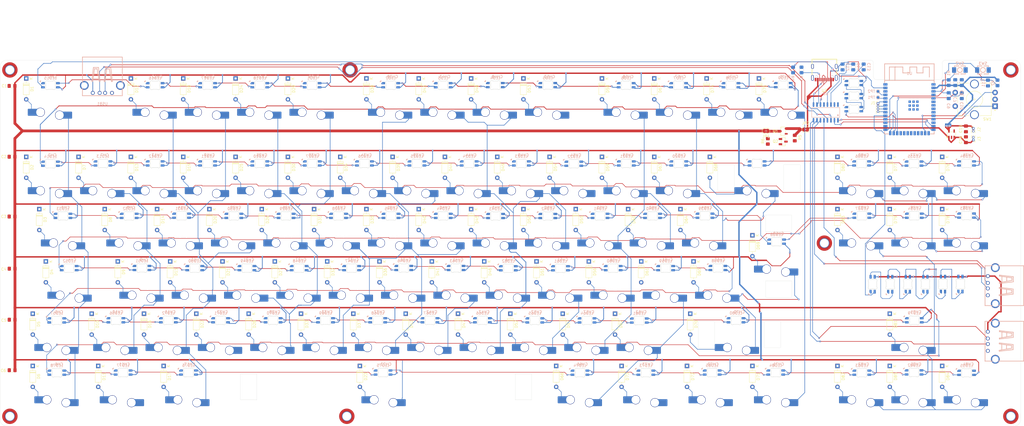
<source format=kicad_pcb>
(kicad_pcb (version 20241229) (generator "pcbnew") (generator_version "9.0")
  (layers (0 "F.Cu" signal) (2 "B.Cu" signal) (13 "F.Paste" user) (15 "B.Paste" user) (5 "F.SilkS" user "F.Silkscreen") (7 "B.SilkS" user "B.Silkscreen") (1 "F.Mask" user) (3 "B.Mask" user) (25 "Edge.Cuts" user))
  (net 0 "")
  (net 1 "Net-(D1-A)")
  (net 2 "/KeyMatrix/COLUM_1")
  (net 3 "Net-(D2-A)")
  (net 4 "Net-(D3-A)")
  (net 5 "Net-(D4-A)")
  (net 6 "Net-(D5-A)")
  (net 7 "Net-(D6-A)")
  (net 8 "Net-(D7-A)")
  (net 9 "Net-(D8-A)")
  (net 10 "Net-(D9-A)")
  (net 11 "Net-(D10-A)")
  (net 12 "/KeyMatrix/COLUM_2")
  (net 13 "Net-(D11-A)")
  (net 14 "Net-(D12-A)")
  (net 15 "Net-(D13-A)")
  (net 16 "Net-(D14-A)")
  (net 17 "Net-(D15-A)")
  (net 18 "Net-(D16-A)")
  (net 19 "Net-(D17-A)")
  (net 20 "Net-(D18-A)")
  (net 21 "Net-(D19-A)")
  (net 22 "Net-(D20-A)")
  (net 23 "/KeyMatrix/COLUM_3")
  (net 24 "Net-(D21-A)")
  (net 25 "Net-(D22-A)")
  (net 26 "Net-(D23-A)")
  (net 27 "Net-(D24-A)")
  (net 28 "Net-(D25-A)")
  (net 29 "Net-(D26-A)")
  (net 30 "Net-(D27-A)")
  (net 31 "Net-(D28-A)")
  (net 32 "Net-(D29-A)")
  (net 33 "Net-(D30-A)")
  (net 34 "/KeyMatrix/COLUM_4")
  (net 35 "Net-(D31-A)")
  (net 36 "Net-(D32-A)")
  (net 37 "Net-(D33-A)")
  (net 38 "Net-(D34-A)")
  (net 39 "Net-(D35-A)")
  (net 40 "Net-(D36-A)")
  (net 41 "Net-(D37-A)")
  (net 42 "Net-(D38-A)")
  (net 43 "Net-(D39-A)")
  (net 44 "Net-(D40-A)")
  (net 45 "Net-(D41-A)")
  (net 46 "/KeyMatrix/COLUM_5")
  (net 47 "Net-(D42-A)")
  (net 48 "Net-(D43-A)")
  (net 49 "Net-(D44-A)")
  (net 50 "Net-(D45-A)")
  (net 51 "Net-(D46-A)")
  (net 52 "Net-(D47-A)")
  (net 53 "Net-(D48-A)")
  (net 54 "Net-(D49-A)")
  (net 55 "Net-(D50-A)")
  (net 56 "/KeyMatrix/COLUM_6")
  (net 57 "Net-(D51-A)")
  (net 58 "Net-(D52-A)")
  (net 59 "Net-(D53-A)")
  (net 60 "Net-(D54-A)")
  (net 61 "Net-(D55-A)")
  (net 62 "Net-(D56-A)")
  (net 63 "Net-(D57-A)")
  (net 64 "Net-(D58-A)")
  (net 65 "Net-(D59-A)")
  (net 66 "Net-(D60-A)")
  (net 67 "/KeyMatrix/COLUM_7")
  (net 68 "Net-(D61-A)")
  (net 69 "Net-(D62-A)")
  (net 70 "Net-(D63-A)")
  (net 71 "Net-(D64-A)")
  (net 72 "Net-(D65-A)")
  (net 73 "Net-(D66-A)")
  (net 74 "Net-(D67-A)")
  (net 75 "Net-(D68-A)")
  (net 76 "Net-(D69-A)")
  (net 77 "Net-(D70-A)")
  (net 78 "Net-(D71-A)")
  (net 79 "/KeyMatrix/COLUM_8")
  (net 80 "Net-(D72-A)")
  (net 81 "Net-(D73-A)")
  (net 82 "Net-(D74-A)")
  (net 83 "Net-(D75-A)")
  (net 84 "Net-(D76-A)")
  (net 85 "Net-(D77-A)")
  (net 86 "Net-(D78-A)")
  (net 87 "Net-(D79-A)")
  (net 88 "Net-(D80-A)")
  (net 89 "/KeyMatrix/COLUM_9")
  (net 90 "Net-(D81-A)")
  (net 91 "Net-(D82-A)")
  (net 92 "Net-(D83-A)")
  (net 93 "Net-(D84-A)")
  (net 94 "Net-(D85-A)")
  (net 95 "/KeyMatrix/ROW_1")
  (net 96 "/KeyMatrix/ROW_2")
  (net 97 "/KeyMatrix/ROW_3")
  (net 98 "/KeyMatrix/ROW_4")
  (net 99 "/KeyMatrix/ROW_5")
  (net 100 "/KeyMatrix/ROW_6")
  (net 101 "/KeyMatrix/ROW_7")
  (net 102 "/KeyMatrix/ROW_8")
  (net 103 "/KeyMatrix/ROW_9")
  (net 104 "/KeyMatrix/ROW_10")
  (net 105 "GND")
  (net 106 "Net-(LED1-DOUT)")
  (net 107 "VBUS")
  (net 108 "Net-(LED2-DOUT)")
  (net 109 "Net-(LED3-DOUT)")
  (net 110 "Net-(LED4-DOUT)")
  (net 111 "Net-(LED5-DOUT)")
  (net 112 "Net-(LED6-DOUT)")
  (net 113 "Net-(LED7-DOUT)")
  (net 114 "Net-(LED8-DOUT)")
  (net 115 "Net-(LED1-DIN)")
  (net 116 "/LEDs/DIN")
  (net 117 "Net-(LED10-DOUT)")
  (net 118 "Net-(LED10-DIN)")
  (net 119 "Net-(LED11-DIN)")
  (net 120 "Net-(LED12-DIN)")
  (net 121 "Net-(LED13-DIN)")
  (net 122 "Net-(LED14-DIN)")
  (net 123 "Net-(LED15-DOUT)")
  (net 124 "Net-(LED17-DOUT)")
  (net 125 "Net-(LED19-DOUT)")
  (net 126 "Net-(LED19-DIN)")
  (net 127 "Net-(LED20-DIN)")
  (net 128 "Net-(LED21-DIN)")
  (net 129 "Net-(LED22-DIN)")
  (net 130 "Net-(LED23-DIN)")
  (net 131 "Net-(LED24-DIN)")
  (net 132 "Net-(LED25-DIN)")
  (net 133 "Net-(LED26-DIN)")
  (net 134 "Net-(LED28-DOUT)")
  (net 135 "Net-(LED28-DIN)")
  (net 136 "Net-(LED29-DIN)")
  (net 137 "Net-(LED30-DIN)")
  (net 138 "Net-(LED31-DIN)")
  (net 139 "Net-(LED32-DIN)")
  (net 140 "Net-(LED33-DIN)")
  (net 141 "Net-(LED34-DIN)")
  (net 142 "Net-(LED35-DIN)")
  (net 143 "Net-(LED37-DOUT)")
  (net 144 "Net-(LED37-DIN)")
  (net 145 "Net-(LED38-DIN)")
  (net 146 "Net-(LED39-DIN)")
  (net 147 "Net-(LED40-DIN)")
  (net 148 "Net-(LED41-DIN)")
  (net 149 "Net-(LED42-DIN)")
  (net 150 "Net-(LED43-DIN)")
  (net 151 "Net-(LED44-DIN)")
  (net 152 "Net-(LED46-DIN)")
  (net 153 "Net-(LED46-DOUT)")
  (net 154 "Net-(LED47-DIN)")
  (net 155 "Net-(LED48-DIN)")
  (net 156 "Net-(LED49-DIN)")
  (net 157 "Net-(LED50-DIN)")
  (net 158 "Net-(LED51-DIN)")
  (net 159 "Net-(LED52-DIN)")
  (net 160 "Net-(LED53-DIN)")
  (net 162 "Net-(LED55-DIN)")
  (net 163 "Net-(LED56-DIN)")
  (net 164 "Net-(LED57-DIN)")
  (net 165 "Net-(LED58-DIN)")
  (net 166 "Net-(LED59-DIN)")
  (net 167 "Net-(LED60-DIN)")
  (net 168 "Net-(LED61-DIN)")
  (net 169 "Net-(LED62-DIN)")
  (net 170 "Net-(LED64-DOUT)")
  (net 171 "Net-(LED64-DIN)")
  (net 172 "Net-(LED65-DIN)")
  (net 173 "Net-(LED66-DIN)")
  (net 174 "Net-(LED67-DIN)")
  (net 175 "Net-(LED68-DIN)")
  (net 176 "Net-(LED69-DIN)")
  (net 177 "Net-(LED70-DIN)")
  (net 178 "Net-(LED71-DIN)")
  (net 179 "Net-(LED73-DOUT)")
  (net 180 "Net-(LED73-DIN)")
  (net 181 "Net-(LED74-DIN)")
  (net 182 "Net-(LED75-DIN)")
  (net 183 "Net-(LED76-DIN)")
  (net 184 "Net-(LED77-DIN)")
  (net 185 "Net-(LED78-DIN)")
  (net 186 "Net-(LED79-DIN)")
  (net 187 "Net-(LED80-DIN)")
  (net 188 "Net-(LED82-DIN)")
  (net 189 "Net-(LED56-DOUT)")
  (net 190 "Net-(LED83-DIN)")
  (net 191 "Net-(LED84-DIN)")
  (net 192 "Vdrive")
  (net 193 "+3.3V")
  (net 194 "/MCU/EN")
  (net 195 "/MCU/GPIO_0")
  (net 196 "Net-(U3-VDD18)")
  (net 197 "Net-(U3-VDD33)")
  (net 198 "/MCU/JTAG_TCK")
  (net 199 "/MCU/JTAG_TDO")
  (net 200 "/MCU/JTAG_TDI")
  (net 201 "/MCU/JTAG_TMS")
  (net 202 "Net-(JP1-A)")
  (net 203 "Net-(JP2-A)")
  (net 205 "/Bits/STATUS_LED")
  (net 206 "Net-(LED86-DOUT)")
  (net 207 "Net-(LED87-DOUT)")
  (net 209 "Net-(LED89-DOUT)")
  (net 210 "/Bits/EFFECT_LED")
  (net 211 "Net-(LED90-DOUT)")
  (net 212 "Net-(LED91-DOUT)")
  (net 213 "Net-(LED92-DOUT)")
  (net 214 "Net-(LED93-DOUT)")
  (net 216 "Net-(Q1-G)")
  (net 217 "/MCU/GPIO_3")
  (net 218 "Net-(U2-CC2)")
  (net 219 "Net-(U2-CC1)")
  (net 220 "/Bits/ROT_B")
  (net 221 "/Bits/ROT_A")
  (net 222 "/Bits/ROT_SW")
  (net 223 "Net-(U1-RXD0)")
  (net 224 "Net-(U1-TXD0)")
  (net 225 "/MCU/USB_D-")
  (net 226 "/MCU/USB_D+")
  (net 227 "/MCU/GPIO_2")
  (net 228 "/USB/D-")
  (net 229 "/USB/D+")
  (net 233 "Net-(U3-DM2)")
  (net 234 "Net-(U3-DP2)")
  (net 235 "Net-(U3-DP1)")
  (net 236 "Net-(U3-DP3)")
  (net 237 "Net-(U3-DM1)")
  (net 238 "Net-(U3-DM3)")
  (net 239 "Net-(LED16-DOUT)")
  (footprint "Diode_THT:D_DO-35_SOD27_P7.62mm_Horizontal" (layer "F.Cu") (at 85.725 59.055 -90)
    (property "Reference" "D19")
    (property "Value" "D_Small")
  )
  (footprint "Diode_THT:D_DO-35_SOD27_P7.62mm_Horizontal" (layer "F.Cu") (at 219.075 59.055 -90)
    (property "Reference" "D54")
    (property "Value" "D_Small")
  )
  (footprint "Jumper:SolderJumper-2_P1.3mm_Bridged2Bar_RoundedPad1.0x1.5mm" (layer "F.Cu") (at 312.3 49.1)
    (property "Reference" "JP2")
    (property "Value" "Backlight_VBUS" (hide yes))
  )
  (footprint "Diode_THT:D_DO-35_SOD27_P7.62mm_Horizontal" (layer "F.Cu") (at 238.125 59.055 -90)
    (property "Reference" "D59")
    (property "Value" "D_Small")
  )
  (footprint "MountingHole:MountingHole_3.2mm_M3_DIN965_Pad_TopOnly" (layer "F.Cu") (at 22.621875 153.590625)
    (property "Reference" "H4" (hide yes))
    (property "Value" "MountingHole_Pad" (hide yes))
  )
  (footprint "0_Custom:SW_KS33_HS_KS-2P02B01-02_1u" (layer "F.Cu") (at 352.425 123.825)
    (property "Reference" "CH81" (hide yes))
    (property "Value" "KS33_SW_HS")
  )
  (footprint "0_Custom:SW_KS33_HS_KS-2P02B01-02_1.25u" (layer "F.Cu") (at 230.98125 142.875)
    (property "Reference" "CH66" (hide yes))
    (property "Value" "KS33_SW_HS")
  )
  (footprint "0_Custom:SW_KS33_HS_KS-2P02B01-02_1u" (layer "F.Cu") (at 109.5375 104.775)
    (property "Reference" "CH21" (hide yes))
    (property "Value" "KS33_SW_HS")
  )
  (footprint "easyeda2kicad:USB-C-SMD_G-SWITCH_GT-USB-7010ASV" (layer "F.Cu") (at 319.0875 28.485625 180)
    (property "Reference" "U2")
    (property "Value" "GT-USB-7010ASV" (hide yes))
  )
  (footprint "MountingHole:MountingHole_3.2mm_M3_DIN965_Pad_TopOnly" (layer "F.Cu") (at 386.953125 153.590625)
    (property "Reference" "H7" (hide yes))
    (property "Value" "MountingHole_Pad" (hide yes))
  )
  (footprint "Diode_THT:D_DO-35_SOD27_P7.62mm_Horizontal" (layer "F.Cu") (at 78.58125 135.255 -90)
    (property "Reference" "D17")
    (property "Value" "D_Small")
  )
  (footprint "0_Custom:SW_KS33_HS_KS-2P02B01-02_1u" (layer "F.Cu") (at 176.2125 123.825)
    (property "Reference" "CH42" (hide yes))
    (property "Value" "KS33_SW_HS")
  )
  (footprint "Diode_THT:D_DO-35_SOD27_P7.62mm_Horizontal" (layer "F.Cu") (at 166.6875 116.205 -90)
    (property "Reference" "D42")
    (property "Value" "D_Small")
  )
  (footprint "0_Custom:SW_KS33_HS_KS-2P02B01-02_1u" (layer "F.Cu") (at 180.975 85.725)
    (property "Reference" "CH40" (hide yes))
    (property "Value" "KS33_SW_HS")
  )
  (footprint "Diode_THT:D_DO-35_SOD27_P7.62mm_Horizontal" (layer "F.Cu") (at 190.5 78.105 -90)
    (property "Reference" "D45")
    (property "Value" "D_Small")
  )
  (footprint "Diode_THT:D_DO-35_SOD27_P7.62mm_Horizontal" (layer "F.Cu") (at 361.95 135.255 -90)
    (property "Reference" "D84")
    (property "Value" "D_Small")
  )
  (footprint "0_Custom:SW_KS33_HS_KS-2P02B01-02_1.25u" (layer "F.Cu") (at 88.10625 142.875)
    (property "Reference" "CH17" (hide yes))
    (property "Value" "KS33_SW_HS")
  )
  (footprint "Diode_THT:D_DO-35_SOD27_P7.62mm_Horizontal" (layer "F.Cu") (at 33.3375 78.105 -90)
    (property "Reference" "D3")
    (property "Value" "D_Small")
  )
  (footprint "0_Custom:SW_KS33_HS_KS-2P02B01-02_2u" (layer "F.Cu") (at 295.275 66.675)
    (property "Reference" "CH68" (hide yes))
    (property "Value" "KS33_SW_HS")
    (fp_rect (start -15 -4.7625) (end -9 4.7375) (stroke (width 0.05)) (fill no) (layer "Edge.Cuts"))
    (fp_rect (start 9 -4.75) (end 15 4.75) (stroke (width 0.05)) (fill no) (layer "Edge.Cuts"))
  )
  (footprint "Diode_THT:D_DO-35_SOD27_P7.62mm_Horizontal" (layer "F.Cu") (at 80.9625 97.155 -90)
    (property "Reference" "D15")
    (property "Value" "D_Small")
  )
  (footprint "Diode_THT:D_DO-35_SOD27_P7.62mm_Horizontal" (layer "F.Cu") (at 228.6 78.105 -90)
    (property "Reference" "D55")
    (property "Value" "D_Small")
  )
  (footprint "0_Custom:SW_KS33_HS_KS-2P02B01-02_1u" (layer "F.Cu") (at 114.3 66.675)
    (property "Reference" "CH25" (hide yes))
    (property "Value" "KS33_SW_HS")
  )
  (footprint "0_Custom:SW_KS33_HS_KS-2P02B01-02_1u" (layer "F.Cu") (at 138.1125 123.825)
    (property "Reference" "CH33" (hide yes))
    (property "Value" "KS33_SW_HS")
  )
  (footprint "0_Custom:SW_KS33_HS_KS-2P02B01-02_1u" (layer "F.Cu") (at 352.425 142.875)
    (property "Reference" "CH85" (hide yes))
    (property "Value" "KS33_SW_HS")
  )
  (footprint "0_Custom:SW_KS33_HS_KS-2P02B01-02_1.75u" (layer "F.Cu") (at 45.24375 104.775)
    (property "Reference" "CH4" (hide yes))
    (property "Value" "KS33_SW_HS")
  )
  (footprint "Capacitor_SMD:C_0805_2012Metric_Pad1.18x1.45mm_HandSolder" (layer "F.Cu") (at 23.4375 118.4 180)
    (property "Reference" "C5")
    (property "Value" "10uF" (hide yes))
  )
  (footprint "0_Custom:SW_KS33_HS_KS-2P02B01-02_1.25u" (layer "F.Cu") (at 40.48125 142.875)
    (property "Reference" "CH6" (hide yes))
    (property "Value" "KS33_SW_HS")
  )
  (footprint "Diode_THT:D_DO-35_SOD27_P7.62mm_Horizontal" (layer "F.Cu") (at 128.5875 116.205 -90)
    (property "Reference" "D33")
    (property "Value" "D_Small")
  )
  (footprint "MountingHole:MountingHole_3.2mm_M3_DIN965_Pad_TopOnly" (layer "F.Cu") (at 145.25625 153.590625)
    (property "Reference" "H6" (hide yes))
    (property "Value" "MountingHole_Pad" (hide yes))
  )
  (footprint "0_Custom:SW_KS33_HS_KS-2P02B01-02_1u" (layer "F.Cu") (at 95.25 38.1)
    (property "Reference" "CH18" (hide yes))
    (property "Value" "KS33_SW_HS")
  )
  (footprint "Diode_THT:D_DO-35_SOD27_P7.62mm_Horizontal" (layer "F.Cu") (at 185.7375 116.205 -90)
    (property "Reference" "D47")
    (property "Value" "D_Small")
  )
  (footprint "Diode_THT:D_DO-35_SOD27_P7.62mm_Horizontal" (layer "F.Cu") (at 277.415625 59.055 -90)
    (property "Reference" "D68")
    (property "Value" "D_Small")
  )
  (footprint "Diode_THT:D_DO-35_SOD27_P7.62mm_Horizontal" (layer "F.Cu") (at 245.26875 135.255 -90)
    (property "Reference" "D73")
    (property "Value" "D_Small")
  )
  (footprint "0_Custom:SW_KS33_HS_KS-2P02B01-02_1u" (layer "F.Cu") (at 161.925 38.1)
    (property "Reference" "CH38" (hide yes))
    (property "Value" "KS33_SW_HS")
  )
  (footprint "0_Custom:SW_KS33_HS_KS-2P02B01-02_1u" (layer "F.Cu") (at 185.7375 104.775)
    (property "Reference" "CH41" (hide yes))
    (property "Value" "KS33_SW_HS")
  )
  (footprint "0_Custom:SW_KS33_HS_KS-2P02B01-02_1u" (layer "F.Cu") (at 95.25 66.675)
    (property "Reference" "CH19" (hide yes))
    (property "Value" "KS33_SW_HS")
  )
  (footprint "Diode_THT:D_DO-35_SOD27_P7.62mm_Horizontal" (layer "F.Cu") (at 85.725 30.48 -90)
    (property "Reference" "D18")
    (property "Value" "D_Small")
  )
  (footprint "Diode_THT:D_DO-35_SOD27_P7.62mm_Horizontal" (layer "F.Cu") (at 152.4 78.105 -90)
    (property "Reference" "D35")
    (property "Value" "D_Small")
  )
  (footprint "0_Custom:SW_KS33_HS_KS-2P02B01-02_1.25u" (layer "F.Cu") (at 302.41875 142.875)
    (property "Reference" "CH71" (hide yes))
    (property "Value" "KS33_SW_HS")
  )
  (footprint "Diode_THT:D_DO-35_SOD27_P7.62mm_Horizontal" (layer "F.Cu") (at 257.175 30.48 -90)
    (property "Reference" "D67")
    (property "Value" "D_Small")
  )
  (footprint "Capacitor_SMD:C_0805_2012Metric_Pad1.18x1.45mm_HandSolder" (layer "F.Cu") (at 23.4 59 180)
    (property "Reference" "C2")
    (property "Value" "10uF" (hide yes))
  )
  (footprint "Diode_THT:D_DO-35_SOD27_P7.62mm_Horizontal" (layer "F.Cu") (at 104.775 30.48 -90)
    (property "Reference" "D24")
    (property "Value" "D_Small")
  )
  (footprint "0_Custom:SW_KS33_HS_KS-2P02B01-02_1u" (layer "F.Cu") (at 261.9375 104.775)
    (property "Reference" "CH61" (hide yes))
    (property "Value" "KS33_SW_HS")
  )
  (footprint "0_Custom:SW_KS33_HS_KS-2P02B01-02_1u" (layer "F.Cu") (at 371.475 85.725)
    (property "Reference" "CH78" (hide yes))
    (property "Value" "KS33_SW_HS")
  )
  (footprint "Diode_THT:D_DO-35_SOD27_P7.62mm_Horizontal" (layer "F.Cu") (at 90.4875 116.205 -90)
    (property "Reference" "D22")
    (property "Value" "D_Small")
  )
  (footprint "Capacitor_SMD:C_0805_2012Metric_Pad1.18x1.45mm_HandSolder" (layer "F.Cu") (at 23.4 33.2 180)
    (property "Reference" "C1")
    (property "Value" "10uF" (hide yes))
  )
  (footprint "Diode_THT:D_DO-35_SOD27_P7.62mm_Horizontal" (layer "F.Cu") (at 152.4 30.48 -90)
    (property "Reference" "D38")
    (property "Value" "D_Small")
  )
  (footprint "0_Custom:SW_KS33_HS_KS-2P02B01-02_1u" (layer "F.Cu") (at 219.075 38.1)
    (property "Reference" "CH53" (hide yes))
    (property "Value" "KS33_SW_HS")
  )
  (footprint "0_Custom:SW_KS33_HS_KS-2P02B01-02_1u" (layer "F.Cu") (at 57.15 66.675)
    (property "Reference" "CH7" (hide yes))
    (property "Value" "KS33_SW_HS")
  )
  (footprint "Diode_THT:D_DO-35_SOD27_P7.62mm_Horizontal" (layer "F.Cu") (at 66.675 30.48 -90)
    (property "Reference" "D12")
    (property "Value" "D_Small")
  )
  (footprint "0_Custom:SW_KS33_HS_KS-2P02B01-02_1u" (layer "F.Cu") (at 209.55 66.675)
    (property "Reference" "CH49" (hide yes))
    (property "Value" "KS33_SW_HS")
  )
  (footprint "Diode_THT:D_DO-35_SOD27_P7.62mm_Horizontal" (layer "F.Cu") (at 71.4375 116.205 -90)
    (property "Reference" "D16")
    (property "Value" "D_Small")
  )
  (footprint "Diode_THT:D_DO-35_SOD27_P7.62mm_Horizontal" (layer "F.Cu") (at 269.08125 135.255 -90)
    (property "Reference" "D72")
    (property "Value" "D_Small")
  )
  (footprint "0_Custom:SW_KS33_HS_KS-2P02B01-02_1u" (layer "F.Cu") (at 204.7875 104.775)
    (property "Reference" "CH46" (hide yes))
    (property "Value" "KS33_SW_HS")
  )
  (footprint "0_Custom:SW_KS33_HS_KS-2P02B01-02_1u" (layer "F.Cu") (at 352.425 85.725)
    (property "Reference" "CH79" (hide yes))
    (property "Value" "KS33_SW_HS")
  )
  (footprint "Capacitor_SMD:C_0805_2012Metric_Pad1.18x1.45mm_HandSolder" (layer "F.Cu") (at 23.4375 99.8 180)
    (property "Reference" "C4")
    (property "Value" "10uF" (hide yes))
  )
  (footprint "Diode_THT:D_DO-35_SOD27_P7.62mm_Horizontal" (layer "F.Cu") (at 276.225 30.48 -90)
    (property "Reference" "D74")
    (property "Value" "D_Small")
  )
  (footprint "0_Custom:SW_KS33_HS_KS-2P02B01-02_1.25u" (layer "F.Cu") (at 64.29375 142.875)
    (property "Reference" "CH11" (hide yes))
    (property "Value" "KS33_SW_HS")
  )
  (footprint "Diode_THT:D_DO-35_SOD27_P7.62mm_Horizontal" (layer "F.Cu") (at 54.76875 135.255 -90)
    (property "Reference" "D11")
    (property "Value" "D_Small")
  )
  (footprint "0_Custom:SW_KS33_HS_KS-2P02B01-02_Enter" (layer "F.Cu") (at 302.41875 95.25)
    (property "Reference" "CH69" (hide yes))
    (property "Value" "KS33_SW_HS")
    (fp_rect (start -4.75 -15) (end 4.75 -9) (stroke (width 0.05)) (fill no) (layer "Edge.Cuts"))
    (fp_rect (start -4.75 9) (end 4.75 15) (stroke (width 0.05)) (fill no) (layer "Edge.Cuts"))
  )
  (footprint "Diode_THT:D_DO-35_SOD27_P7.62mm_Horizontal" (layer "F.Cu") (at 123.825 59.055 -90)
    (property "Reference" "D30")
    (property "Value" "D_Small")
  )
  (footprint "MountingHole:MountingHole_3.2mm_M3_DIN965_Pad_TopOnly" (layer "F.Cu") (at 386.953125 27.384375)
    (property "Reference" "H5" (hide yes))
    (property "Value" "MountingHole_Pad" (hide yes))
  )
  (footprint "0_Custom:SW_KS33_HS_KS-2P02B01-02_1u" (layer "F.Cu") (at 266.7 66.675)
    (property "Reference" "CH63" (hide yes))
    (property "Value" "KS33_SW_HS")
  )
  (footprint "Diode_THT:D_DO-35_SOD27_P7.62mm_Horizontal" (layer "F.Cu") (at 361.95 59.055 -90)
    (property "Reference" "D76")
    (property "Value" "D_Small")
  )
  (footprint "Diode_THT:D_DO-35_SOD27_P7.62mm_Horizontal" (layer "F.Cu") (at 242.8875 116.205 -90)
    (property "Reference" "D62")
    (property "Value" "D_Small")
  )
  (footprint "0_Custom:SW_KS33_HS_KS-2P02B01-02_1u" (layer "F.Cu") (at 166.6875 104.775)
    (property "Reference" "CH36" (hide yes))
    (property "Value" "KS33_SW_HS")
  )
  (footprint "0_Custom:SW_KS33_HS_KS-2P02B01-02_1.25u" (layer "F.Cu") (at 40.48125 123.825)
    (property "Reference" "CH5" (hide yes))
    (property "Value" "KS33_SW_HS")
  )
  (footprint "0_Custom:SW_KS33_HS_KS-2P02B01-02_1u" (layer "F.Cu") (at 228.6 66.675)
    (property "Reference" "CH54" (hide yes))
    (property "Value" "KS33_SW_HS")
  )
  (footprint "Diode_THT:D_DO-35_SOD27_P7.62mm_Horizontal" (layer "F.Cu") (at 214.3125 97.155 -90)
    (property "Reference" "D51")
    (property "Value" "D_Small")
  )
  (footprint "Diode_THT:D_DO-35_SOD27_P7.62mm_Horizontal" (layer "F.Cu") (at 147.6375 116.205 -90)
    (property "Reference" "D37")
    (property "Value" "D_Small")
  )
  (footprint "0_Custom:SW_KS33_HS_KS-2P02B01-02_1u" (layer "F.Cu") (at 100.0125 123.825)
    (property "Reference" "CH22" (hide yes))
    (property "Value" "KS33_SW_HS")
  )
  (footprint "Resistor_SMD:R_0805_2012Metric_Pad1.20x1.40mm_HandSolder" (layer "F.Cu") (at 308.3 52.2 90)
    (property "Reference" "R5")
    (property "Value" "10k" (hide yes))
  )
  (footprint "MountingHole:MountingHole_3.2mm_M3_DIN965_Pad_TopOnly" (layer "F.Cu") (at 22.621875 27.384375)
    (property "Reference" "H1" (hide yes))
    (property "Value" "MountingHole_Pad" (hide yes))
  )
  (footprint "0_Custom:SW_KS33_HS_KS-2P02B01-02_1u" (layer "F.Cu") (at 333.375 142.875)
    (property "Reference" "CH82" (hide yes))
    (property "Value" "KS33_SW_HS")
  )
  (footprint "0_Custom:SW_KS33_HS_KS-2P02B01-02_1u" (layer "F.Cu") (at 114.3 38.1)
    (property "Reference" "CH24" (hide yes))
    (property "Value" "KS33_SW_HS")
  )
  (footprint "Diode_THT:D_DO-35_SOD27_P7.62mm_Horizontal" (layer "F.Cu") (at 233.3625 97.155 -90)
    (property "Reference" "D56")
    (property "Value" "D_Small")
  )
  (footprint "Diode_THT:D_DO-35_SOD27_P7.62mm_Horizontal" (layer "F.Cu") (at 104.775 59.055 -90)
    (property "Reference" "D25")
    (property "Value" "D_Small")
  )
  (footprint "Diode_THT:D_DO-35_SOD27_P7.62mm_Horizontal" (layer "F.Cu") (at 109.5375 116.205 -90)
    (property "Reference" "D28")
    (property "Value" "D_Small")
  )
  (footprint "0_Custom:SW_KS33_HS_KS-2P02B01-02_1.25u" (layer "F.Cu") (at 278.60625 142.875)
    (property "Reference" "CH72" (hide yes))
    (property "Value" "KS33_SW_HS")
  )
  (footprint "Diode_THT:D_DO-35_SOD27_P7.62mm_Horizontal" (layer "F.Cu") (at 119.0625 97.155 -90)
    (property "Reference" "D27")
    (property "Value" "D_Small")
  )
  (footprint "0_Custom:SW_KS33_HS_KS-2P02B01-02_2.75u" (layer "F.Cu") (at 288.13125 123.825)
    (property "Reference" "CH70" (hide yes))
    (property "Value" "KS33_SW_HS")
    (fp_rect (start -15 -4.75) (end -9 4.75) (stroke (width 0.05)) (fill no) (layer "Edge.Cuts"))
    (fp_rect (start 9 -4.75) (end 15 4.75) (stroke (width 0.05)) (fill no) (layer "Edge.Cuts"))
  )
  (footprint "easyeda2kicad:SOT-23-3_L3.0-W1.7-P0.95-LS2.9-BR" (layer "F.Cu") (at 304.1 49.7)
    (property "Reference" "Q1")
    (property "Value" "CJ2301 S1" (hide yes))
  )
  (footprint "0_Custom:SW_KS33_HS_KS-2P02B01-02_1u" (layer "F.Cu") (at 147.6375 104.775)
    (property "Reference" "CH32" (hide yes))
    (property "Value" "KS33_SW_HS")
  )
  (footprint "Diode_THT:D_DO-35_SOD27_P7.62mm_Horizontal" (layer "F.Cu") (at 190.5 30.48 -90)
    (property "Reference" "D48")
    (property "Value" "D_Small")
  )
  (footprint "0_Custom:SW_KS33_HS_KS-2P02B01-02_1u" (layer "F.Cu") (at 180.975 38.1)
    (property "Reference" "CH43" (hide yes))
    (property "Value" "KS33_SW_HS")
  )
  (footprint "Diode_THT:D_DO-35_SOD27_P7.62mm_Horizontal" (layer "F.Cu") (at 100.0125 97.155 -90)
    (property "Reference" "D21")
    (property "Value" "D_Small")
  )
  (footprint "Diode_THT:D_DO-35_SOD27_P7.62mm_Horizontal" (layer "F.Cu") (at 247.65 78.105 -90)
    (property "Reference" "D60")
    (property "Value" "D_Small")
  )
  (footprint "0_Custom:SW_KS33_HS_KS-2P02B01-02_1u" (layer "F.Cu") (at 61.9125 123.825)
    (property "Reference" "CH10" (hide yes))
    (property "Value" "KS33_SW_HS")
  )
  (footprint "Diode_THT:D_DO-35_SOD27_P7.62mm_Horizontal" (layer "F.Cu") (at 30.95625 135.255 -90)
    (property "Reference" "D6")
    (property "Value" "D_Small")
  )
  (footprint "Diode_THT:D_DO-35_SOD27_P7.62mm_Horizontal" (layer "F.Cu") (at 295.275 30.48 -90)
    (property "Reference" "D75")
    (property "Value" "D_Small")
  )
  (footprint "Diode_THT:D_DO-35_SOD27_P7.62mm_Horizontal" (layer "F.Cu") (at 161.925 59.055 -90)
    (property "Reference" "D39")
    (property "Value" "D_Small")
  )
  (footprint "0_Custom:SW_KS33_HS_KS-2P02B01-02_1u" (layer "F.Cu") (at 142.875 85.725)
    (property "Reference" "CH31" (hide yes))
    (property "Value" "KS33_SW_HS")
  )
  (footprint "Capacitor_SMD:C_0805_2012Metric_Pad1.18x1.45mm_HandSolder" (layer "F.Cu") (at 23.4 80.8 180)
    (property "Reference" "C3")
    (property "Value" "10uF")
  )
  (footprint "0_Custom:SW_KS33_HS_KS-2P02B01-02_1u" (layer "F.Cu") (at 285.75 38.1)
    (property "Reference" "CH74" (hide yes))
    (property "Value" "KS33_SW_HS")
  )
  (footprint "Connector_PinHeader_1.00mm:PinHeader_1x02_P1.00mm_Vertical" (layer "F.Cu") (at 373.3 52.9 180)
    (property "Reference" "J3")
    (property "Value" "5V" (hide yes))
  )
  (footprint "Diode_THT:D_DO-35_SOD27_P7.62mm_Horizontal" (layer "F.Cu") (at 35.71875 97.155 -90)
    (property "Reference" "D4")
    (property "Value" "D_Small")
  )
  (footprint "MountingHole:MountingHole_3.2mm_M3_DIN965_Pad_TopOnly" (layer "F.Cu") (at 319.0875 90.4875)
    (property "Reference" "H3" (hide yes))
    (property "Value" "MountingHole_Pad" (hide yes))
  )
  (footprint "Diode_THT:D_DO-35_SOD27_P7.62mm_Horizontal" (layer "F.Cu") (at 28.575 30.48 -90)
    (property "Reference" "D1")
    (property "Value" "D_Small")
  )
  (footprint "easyeda2kicad:SOT-23-3_L2.9-W1.3-P1.90-LS2.4-BR" (layer "F.Cu") (at 304.1 53.5 180)
    (property "Reference" "Q2")
    (property "Value" "SI2302_C2891732" (hide yes))
  )
  (footprint "Diode_THT:D_DO-35_SOD27_P7.62mm_Horizontal" (layer "F.Cu") (at 270.271875 116.205 -90)
    (property "Reference" "D70")
    (property "Value" "D_Small")
  )
  (footprint "0_Custom:SW_KS33_HS_KS-2P02B01-02_1.25u" (layer "F.Cu") (at 254.79375 142.875)
    (property "Reference" "CH73" (hide yes))
    (property "Value" "KS33_SW_HS")
  )
  (footprint "Diode_THT:D_DO-35_SOD27_P7.62mm_Horizontal" (layer "F.Cu") (at 323.85 59.055 -90)
    (property "Reference" "D80")
    (property "Value" "D_Small")
  )
  (footprint "0_Custom:SW_KS33_HS_KS-2P02B01-02_1u" (layer "F.Cu") (at 119.0625 123.825)
    (property "Reference" "CH28" (hide yes))
    (property "Value" "KS33_SW_HS")
  )
  (footprint "0_Custom:SW_KS33_HS_KS-2P02B01-02_1u" (layer "F.Cu") (at 247.65 66.675)
    (property "Reference" "CH59" (hide yes))
    (property "Value" "KS33_SW_HS")
  )
  (footprint "Diode_THT:D_DO-35_SOD27_P7.62mm_Horizontal" (layer "F.Cu") (at 342.9 59.055 -90)
    (property "Reference" "D77")
    (property "Value" "D_Small")
  )
  (footprint "Diode_THT:D_DO-35_SOD27_P7.62mm_Horizontal" (layer "F.Cu") (at 292.89375 87.63 -90)
    (property "Reference" "D69")
    (property "Value" "D_Small")
  )
  (footprint "0_Custom:SW_KS33_HS_KS-2P02B01-02_6.25" (layer "F.Cu") (at 159.54375 142.875)
    (property "Reference" "CH23" (hide yes))
    (property "Value" "KS33_SW_HS")
    (fp_rect (start -53 -4.75) (end -47 4.75) (stroke (width 0.05)) (fill no) (layer "Edge.Cuts"))
    (fp_rect (start 47 -4.75) (end 53 4.75) (stroke (width 0.05)) (fill no) (layer "Edge.Cuts"))
  )
  (footprint "Diode_THT:D_DO-35_SOD27_P7.62mm_Horizontal" (layer "F.Cu") (at 176.2125 97.155 -90)
    (property "Reference" "D41")
    (property "Value" "D_Small")
  )
  (footprint "Diode_THT:D_DO-35_SOD27_P7.62mm_Horizontal" (layer "F.Cu") (at 150.01875 135.255 -90)
    (property "Reference" "D23")
    (property "Value" "D_Small")
  )
  (footprint "0_Custom:SW_KS33_HS_KS-2P02B01-02_1u" (layer "F.Cu") (at 333.375 85.725)
    (property "Reference" "CH83" (hide yes))
    (property "Value" "KS33_SW_HS")
  )
  (footprint "0_Custom:SW_KS33_HS_KS-2P02B01-02_1u" (layer "F.Cu") (at 128.5875 104.775)
    (property "Reference" "CH27" (hide yes))
    (property "Value" "KS33_SW_HS")
  )
  (footprint "easyeda2kicad:SOT-23-5_L3.0-W1.7-P0.95-LS2.8-BL" (layer "F.Cu") (at 365.3725 50.8)
    (property "Reference" "LDO1" (hide yes))
    (property "Value" "ME6211C33M5G-N" (hide yes))
  )
  (footprint "Diode_THT:D_DO-35_SOD27_P7.62mm_Horizontal" (layer "F.Cu") (at 28.575 59.055 -90)
    (property "Reference" "D2")
    (property "Value" "D_Small")
  )
  (footprint "Diode_THT:D_DO-35_SOD27_P7.62mm_Horizontal" (layer "F.Cu") (at 271.4625 97.155 -90)
    (property "Reference" "D65")
    (property "Value" "D_Small")
  )
  (footprint "Diode_THT:D_DO-35_SOD27_P7.62mm_Horizontal" (layer "F.Cu") (at 157.1625 97.155 -90)
    (property "Reference" "D36")
    (property "Value" "D_Small")
  )
  (footprint "Diode_THT:D_DO-35_SOD27_P7.62mm_Horizontal" (layer "F.Cu") (at 142.875 59.055 -90)
    (property "Reference" "D34")
    (property "Value" "D_Small")
  )
  (footprint "0_Custom:SW_KS33_HS_KS-2P02B01-02_1u" (layer "F.Cu") (at 104.775 85.725)
    (property "Reference" "CH20" (hide yes))
    (property "Value" "KS33_SW_HS")
  )
  (footprint "0_Custom:SW_KS33_HS_KS-2P02B01-02_1u" (layer "F.Cu") (at 123.825 85.725)
    (property "Reference" "CH26" (hide yes))
    (property "Value" "KS33_SW_HS")
  )
  (footprint "Diode_THT:D_DO-35_SOD27_P7.62mm_Horizontal" (layer "F.Cu") (at 138.1125 97.155 -90)
    (property "Reference" "D32")
    (property "Value" "D_Small")
  )
  (footprint "0_Custom:SW_KS33_HS_KS-2P02B01-02_1u" (layer "F.Cu") (at 71.4375 104.775)
    (property "Reference" "CH9" (hide yes))
    (property "Value" "KS33_SW_HS")
  )
  (footprint "Diode_THT:D_DO-35_SOD27_P7.62mm_Horizontal" (layer "F.Cu") (at 238.125 30.48 -90)
    (property "Reference" "D58")
    (property "Value" "D_Small")
  )
  (footprint "0_Custom:SW_KS33_HS_KS-2P02B01-02_1u" (layer "F.Cu") (at 371.475 142.875)
    (property "Reference" "CH84" (hide yes))
    (property "Value" "KS33_SW_HS")
  )
  (footprint "Diode_THT:D_DO-35_SOD27_P7.62mm_Horizontal" (layer "F.Cu") (at 171.45 78.105 -90)
    (property "Reference" "D40")
    (property "Value" "D_Small")
  )
  (footprint "0_Custom:SW_KS33_HS_KS-2P02B01-02_1u" (layer "F.Cu") (at 66.675 85.725)
    (property "Reference" "CH8" (hide yes))
    (property "Value" "KS33_SW_HS")
  )
  (footprint "0_Custom:SW_KS33_HS_KS-2P02B01-02_1u" (layer "F.Cu") (at 266.7 38.1)
    (property "Reference" "CH67" (hide yes))
    (property "Value" "KS33_SW_HS")
  )
  (footprint "Diode_THT:D_DO-35_SOD27_P7.62mm_Horizontal" (layer "F.Cu") (at 195.2625 97.155 -90)
    (property "Reference" "D46")
    (property "Value" "D_Small")
  )
  (footprint "0_Custom:SW_KS33_HS_KS-2P02B01-02_1u" (layer "F.Cu") (at 133.35 38.1)
    (property "Reference" "CH29" (hide yes))
    (property "Value" "KS33_SW_HS")
  )
  (footprint "0_Custom:SW_KS33_HS_KS-2P02B01-02_1u" (layer "F.Cu") (at 195.2625 123.825)
    (property "Reference" "CH47" (hide yes))
    (property "Value" "KS33_SW_HS")
  )
  (footprint "Diode_THT:D_DO-35_SOD27_P7.62mm_Horizontal" (layer "F.Cu") (at 342.9 116.205 -90)
    (property "Reference" "D81")
    (property "Value" "D_Small")
  )
  (footprint "Capacitor_SMD:C_0805_2012Metric_Pad1.18x1.45mm_HandSolder" (layer "F.Cu") (at 370.6 52.8 90)
    (property "Reference" "C16")
    (property "Value" "1uF" (hide yes))
  )
  (footprint "Diode_THT:D_DO-35_SOD27_P7.62mm_Horizontal" (layer "F.Cu") (at 342.9 135.255 -90)
    (property "Reference" "D85")
    (property "Value" "D_Small")
  )
  (footprint "Connector_PinHeader_1.00mm:PinHeader_1x02_P1.00mm_Vertical" (layer "F.Cu") (at 373.3 48.7)
    (property "Reference" "J2")
    (property "Value" "3.3V" (hide yes))
  )
  (footprint "Diode_THT:D_DO-35_SOD27_P7.62mm_Horizontal" (layer "F.Cu") (at 30.95625 116.205 -90)
    (property "Reference" "D5")
    (property "Value" "D_Small")
  )
  (footprint "0_Custom:SW_KS33_HS_KS-2P02B01-02_1u" (layer "F.Cu") (at 252.4125 123.825)
    (property "Reference" "CH62" (hide yes))
    (property "Value" "KS33_SW_HS")
  )
  (footprint "Diode_THT:D_DO-35_SOD27_P7.62mm_Horizontal" (layer "F.Cu") (at 76.2 78.105 -90)
    (property "Reference" "D14")
    (property "Value" "D_Small")
  )
  (footprint "Diode_THT:D_DO-35_SOD27_P7.62mm_Horizontal" (layer "F.Cu") (at 323.85 78.105 -90)
    (property "Reference" "D83")
    (property "Value" "D_Small")
  )
  (footprint "Diode_THT:D_DO-35_SOD27_P7.62mm_Horizontal" (layer "F.Cu") (at 61.9125 97.155 -90)
    (property "Reference" "D9")
    (property "Value" "D_Small")
  )
  (footprint "0_Custom:SW_KS33_HS_KS-2P02B01-02_1u" (layer "F.Cu") (at 76.2 38.1)
    (property "Reference" "CH12" (hide yes))
    (property "Value" "KS33_SW_HS")
  )
  (footprint "0_Custom:SW_KS33_HS_KS-2P02B01-02_1u" (layer "F.Cu") (at 38.1 38.1)
    (property "Reference" "CH1" (hide yes))
    (property "Value" "KS33_SW_HS")
  )
  (footprint "Jumper:SolderJumper-2_P1.3mm_Bridged2Bar_RoundedPad1.0x1.5mm" (layer "F.Cu") (at 297.85 49.6 180)
    (property "Reference" "JP1")
    (property "Value" "Backlight_OUT" (hide yes))
  )
  (footprint "Diode_THT:D_DO-35_SOD27_P7.62mm_Horizontal" (layer "F.Cu") (at 209.55 78.105 -90)
    (property "Reference" "D50")
    (property "Value" "D_Small")
  )
  (footprint "Diode_THT:D_DO-35_SOD27_P7.62mm_Horizontal" (layer "F.Cu") (at 292.89375 135.255 -90)
    (property "Reference" "D71")
    (property "Value" "D_Small")
  )
  (footprint "Diode_THT:D_DO-35_SOD27_P7.62mm_Horizontal" (layer "F.Cu") (at 57.15 78.105 -90)
    (property "Reference" "D8")
    (property "Value" "D_Small")
  )
  (footprint "0_Custom:SW_KS33_HS_KS-2P02B01-02_1u" (layer "F.Cu") (at 157.1625 123.825)
    (property "Reference" "CH37" (hide yes))
    (property "Value" "KS33_SW_HS")
  )
  (footprint "0_Custom:SW_KS33_HS_KS-2P02B01-02_1u" (layer "F.Cu") (at 333.375 66.675)
    (property "Reference" "CH80" (hide yes))
    (property "Value" "KS33_SW_HS")
  )
  (footprint "Diode_THT:D_DO-35_SOD27_P7.62mm_Horizontal" (layer "F.Cu") (at 257.175 59.055 -90)
    (property "Reference" "D63")
    (property "Value" "D_Small")
  )
  (footprint "Diode_THT:D_DO-35_SOD27_P7.62mm_Horizontal" (layer "F.Cu") (at 223.8375 116.205 -90)
    (property "Reference" "D57")
    (property "Value" "D_Small")
  )
  (footprint "MountingHole:MountingHole_3.2mm_M3_DIN965_Pad_TopOnly" (layer "F.Cu") (at 146.446875 27.384375)
    (property "Reference" "H2" (hide yes))
    (property "Value" "MountingHole_Pad" (hide yes))
  )
  (footprint "0_Custom:SW_KS33_HS_KS-2P02B01-02_1u" (layer "F.Cu") (at 80.9625 123.825)
    (property "Reference" "CH16" (hide yes))
    (property "Value" "KS33_SW_HS")
  )
  (footprint "Diode_THT:D_DO-35_SOD27_P7.62mm_Horizontal" (layer "F.Cu") (at 252.4125 97.155 -90)
    (property "Reference" "D61")
    (property "Value" "D_Small")
  )
  (footprint "0_Custom:SW_KS33_HS_KS-2P02B01-02_1u" (layer "F.Cu") (at 280.9875 104.775)
    (property "Reference" "CH65" (hide yes))
    (property "Value" "KS33_SW_HS")
  )
  (footprint "0_Custom:SW_KS33_HS_KS-2P02B01-02_1u" (layer "F.Cu") (at 242.8875 104.775)
    (property "Reference" "CH56" (hide yes))
    (property "Value" "KS33_SW_HS")
  )
  (footprint "0_Custom:SW_KS33_HS_KS-2P02B01-02_1u" (layer "F.Cu") (at 200.025 85.725)
    (property "Reference" "CH45" (hide yes))
    (property "Value" "KS33_SW_HS")
  )
  (footprint "0_Custom:SW_KS33_HS_KS-2P02B01-02_1u" (layer "F.Cu") (at 133.35 66.675)
    (property "Reference" "CH30" (hide yes))
    (property "Value" "KS33_SW_HS")
  )
  (footprint "0_Custom:SW_KS33_HS_KS-2P02B01-02_1u" (layer "F.Cu") (at 76.2 66.675)
    (property "Reference" "CH13" (hide yes))
    (property "Value" "KS33_SW_HS")
  )
  (footprint "Diode_THT:D_DO-35_SOD27_P7.62mm_Horizontal" (layer "F.Cu") (at 361.95 78.105 -90)
    (property "Reference" "D78")
    (property "Value" "D_Small")
  )
  (footprint "Diode_THT:D_DO-35_SOD27_P7.62mm_Horizontal" (layer "F.Cu") (at 47.625 59.055 -90)
    (property "Reference" "D7")
    (property "Value" "D_Small")
  )
  (footprint "Diode_THT:D_DO-35_SOD27_P7.62mm_Horizontal" (layer "F.Cu") (at 209.55 30.48 -90)
    (property "Reference" "D53")
    (property "Value" "D_Small")
  )
  (footprint "0_Custom:SW_KS33_HS_KS-2P02B01-02_1u" (layer "F.Cu") (at 152.4 66.675)
    (property "Reference" "CH34" (hide yes))
    (property "Value" "KS33_SW_HS")
  )
  (footprint "0_Custom:SW_KS33_HS_KS-2P02B01-02_1u" (layer "F.Cu") (at 276.225 85.725)
    (property "Reference" "CH64" (hide yes))
    (property "Value" "KS33_SW_HS")
  )
  (footprint "Diode_THT:D_DO-35_SOD27_P7.62mm_Horizontal" (layer "F.Cu") (at 180.975 59.055 -90)
    (property "Reference" "D44")
    (property "Value" "D_Small")
  )
  (footprint "Diode_THT:D_DO-35_SOD27_P7.62mm_Horizontal" (layer "F.Cu") (at 171.45 30.48 -90)
    (property "Reference" "D43")
    (property "Value" "D_Small")
  )
  (footprint "Diode_THT:D_DO-35_SOD27_P7.62mm_Horizontal" (layer "F.Cu") (at 123.825 30.48 -90)
    (property "Reference" "D29")
    (property "Value" "D_Small")
  )
  (footprint "0_Custom:SW_KS33_HS_KS-2P02B01-02_1u" (layer "F.Cu") (at 257.175 85.725)
    (property "Reference" "CH60" (hide yes))
    (property "Value" "KS33_SW_HS")
  )
  (footprint "0_Custom:SW_KS33_HS_KS-2P02B01-02_1u" (layer "F.Cu") (at 223.8375 104.775)
    (property "Reference" "CH51" (hide yes))
    (property "Value" "KS33_SW_HS")
  )
  (footprint "Capacitor_SMD:C_0805_2012Metric_Pad1.18x1.45mm_HandSolder" (layer "F.Cu") (at 370.6 48.8625 -90)
    (property "Reference" "C15")
    (property "Value" "1uF" (hide yes))
  )
  (footprint "Diode_THT:D_DO-35_SOD27_P7.62mm_Horizontal" (layer "F.Cu") (at 200.025 59.055 -90)
    (property "Reference" "D49")
    (property "Value" "D_Small")
  )
  (footprint "Diode_THT:D_DO-35_SOD27_P7.62mm_Horizontal" (layer "F.Cu") (at 95.25 78.105 -90)
    (property "Reference" "D20")
    (property "Value" "D_Small")
  )
  (footprint "Diode_THT:D_DO-35_SOD27_P7.62mm_Horizontal" (layer "F.Cu") (at 342.9 78.105 -90)
    (property "Reference" "D79")
    (property "Value" "D_Small")
  )
  (footprint "Diode_THT:D_DO-35_SOD27_P7.62mm_Horizontal" (layer "F.Cu") (at 114.3 78.105 -90)
    (property "Reference" "D26")
    (property "Value" "D_Small")
  )
  (footprint "Connector_PinHeader_1.00mm:PinHeader_1x04_P1.00mm_Vertical" (layer "F.Cu") (at 338.6 39.6)
    (property "Reference" "J1")
    (property "Value" "JTAG")
  )
  (footprint "Diode_THT:D_DO-35_SOD27_P7.62mm_Horizontal" (layer "F.Cu") (at 204.7875 116.205 -90)
    (property "Reference" "D52")
    (property "Value" "D_Small")
  )
  (footprint "Diode_THT:D_DO-35_SOD27_P7.62mm_Horizontal" (layer "F.Cu") (at 221.45625 135.255 -90)
    (property "Reference" "D66")
    (property "Value" "D_Small")
  )
  (footprint "0_Custom:SW_KS33_HS_KS-2P02B01-02_1u" (layer "F.Cu") (at 90.4875 104.775)
    (property "Reference" "CH15" (hide yes))
    (property "Value" "KS33_SW_HS")
  )
  (footprint "0_Custom:SW_KS33_HS_KS-2P02B01-02_1u" (layer "F.Cu") (at 85.725 85.725)
    (property "Reference" "CH14" (hide yes))
    (property "Value" "KS33_SW_HS")
  )
  (footprint "0_Custom:SW_KS33_HS_KS-2P02B01-02_1.5u" (layer "F.Cu") (at 42.8625 85.725)
    (property "Reference" "CH3" (hide yes))
    (property "Value" "KS33_SW_HS")
  )
  (footprint "0_Custom:SW_KS33_HS_KS-2P02B01-02_1u" (layer "F.Cu") (at 219.075 85.725)
    (property "Reference" "CH50" (hide yes))
    (property "Value" "KS33_SW_HS")
  )
  (footprint "0_Custom:SW_KS33_HS_KS-2P02B01-02_1u" (layer "F.Cu") (at 161.925 85.725)
    (property "Reference" "CH35" (hide yes))
    (property "Value" "KS33_SW_HS")
  )
  (footprint "0_Custom:SW_KS33_HS_KS-2P02B01-02_1u" (layer "F.Cu") (at 247.65 38.1)
    (property "Reference" "CH58" (hide yes))
    (property "Value" "KS33_SW_HS")
  )
  (footprint "Diode_THT:D_DO-35_SOD27_P7.62mm_Horizontal" (layer "F.Cu") (at 133.35 78.105 -90)
    (property "Reference" "D31")
    (property "Value" "D_Small")
  )
  (footprint "Capacitor_SMD:C_0805_2012Metric_Pad1.18x1.45mm_HandSolder" (layer "F.Cu") (at 23.4375 136.8 180)
    (property "Reference" "C6")
    (property "Value" "10uF" (hide yes))
  )
  (footprint "0_Custom:SW_KS33_HS_KS-2P02B01-02_1u" (layer "F.Cu") (at 233.3625 123.825)
    (property "Reference" "CH57" (hide yes))
    (property "Value" "KS33_SW_HS")
  )
  (footprint "0_Custom:SW_KS33_HS_KS-2P02B01-02_1u" (layer "F.Cu") (at 38.1 66.675)
    (property "Reference" "CH2" (hide yes))
    (property "Value" "KS33_SW_HS")
  )
  (footprint "Rotary_Encoder:RotaryEncoder_Alps_EC11E-Switch_Vertical_H20mm_CircularMountingHoles" (layer "F.Cu") (at 381.2125 40.6 180)
    (property "Reference" "SW1")
    (property "Value" "RotaryEncoder_Switch" (hide yes))
  )
  (footprint "0_Custom:SW_KS33_HS_KS-2P02B01-02_1u" (layer "F.Cu") (at 238.125 85.725)
    (property "Reference" "CH55" (hide yes))
    (property "Value" "KS33_SW_HS")
  )
  (footprint "0_Custom:SW_KS33_HS_KS-2P02B01-02_1u" (layer "F.Cu") (at 371.475 66.675)
    (property "Reference" "CH76" (hide yes))
    (property "Value" "KS33_SW_HS")
  )
  (footprint "0_Custom:SW_KS33_HS_KS-2P02B01-02_1u" (layer "F.Cu") (at 190.5 66.675)
    (property "Reference" "CH44" (hide yes))
    (property "Value" "KS33_SW_HS")
  )
  (footprint "0_Custom:SW_KS33_HS_KS-2P02B01-02_1u" (layer "F.Cu") (at 304.8 38.1)
    (property "Reference" "CH75" (hide yes))
    (property "Value" "KS33_SW_HS")
  )
  (footprint "Diode_THT:D_DO-35_SOD27_P7.62mm_Horizontal" (layer "F.Cu") (at 266.7 78.105 -90)
    (property "Reference" "D64")
    (property "Value" "D_Small")
  )
  (footprint "Diode_THT:D_DO-35_SOD27_P7.62mm_Horizontal" (layer "F.Cu") (at 66.675 59.055 -90)
    (property "Reference" "D13")
    (property "Value" "D_Small")
  )
  (footprint "0_Custom:SW_KS33_HS_KS-2P02B01-02_1u" (layer "F.Cu") (at 214.3125 123.825)
    (property "Reference" "CH52" (hide yes))
    (property "Value" "KS33_SW_HS")
  )
  (footprint "Resistor_SMD:R_0805_2012Metric_Pad1.20x1.40mm_HandSolder" (layer "F.Cu") (at 298.5 53.4 -90)
    (property "Reference" "R6")
    (property "Value" "5.1k" (hide yes))
  )
  (footprint "0_Custom:SW_KS33_HS_KS-2P02B01-02_1u" (layer "F.Cu") (at 352.425 66.675)
    (property "Reference" "CH77" (hide yes))
    (property "Value" "KS33_SW_HS")
  )
  (footprint "Diode_THT:D_DO-35_SOD27_P7.62mm_Horizontal" (layer "F.Cu") (at 323.85 135.255 -90)
    (property "Reference" "D82")
    (property "Value" "D_Small")
  )
  (footprint "0_Custom:SW_KS33_HS_KS-2P02B01-02_1u" (layer "F.Cu") (at 171.45 66.675)
    (property "Reference" "CH39" (hide yes))
    (property "Value" "KS33_SW_HS")
  )
  (footprint "Diode_THT:D_DO-35_SOD27_P7.62mm_Horizontal" (layer "F.Cu") (at 52.3875 116.205 -90)
    (property "Reference" "D10")
    (property "Value" "D_Small")
  )
  (footprint "0_Custom:SW_KS33_HS_KS-2P02B01-02_1u" (layer "F.Cu") (at 200.025 38.1)
    (property "Reference" "CH48" (hide yes))
    (property "Value" "KS33_SW_HS")
  )
  (footprint "PCM_marbastlib-xp-gateron_lp:LED_KS33_6028R" (layer "B.Cu") (at 261.3 99.6 180)
    (property "Reference" "LED59")
    (property "Value" "KS33_SK6812MINI-E" (hide yes))
    (fp_line (start 1.699999 -0.702843) (end 1.699999 0.702841) (stroke (width 0.1)) (layer "Edge.Cuts"))
    (fp_line (start 0.794452 1.499999) (end -0.794452 1.499999) (stroke (width 0.1)) (layer "Edge.Cuts"))
    (fp_line (start -0.794452 -1.5) (end 0.794453 -1.5) (stroke (width 0.1)) (layer "Edge.Cuts"))
    (fp_line (start -1.699999 0.702841) (end -1.699999 -0.702843) (stroke (width 0.1)) (layer "Edge.Cuts"))
    (fp_arc (start 1.749484 0.919719) (mid 1.712526 0.814067) (end 1.699999 0.702841) (stroke (width 0.1)) (layer "Edge.Cuts"))
    (fp_arc (start 1.749484 0.919718) (mid 1.638073 1.504037) (end 1.046711 1.568298) (stroke (width 0.1)) (layer "Edge.Cuts"))
    (fp_arc (start 1.699999 -0.702844) (mid 1.712536 -0.814066) (end 1.749484 -0.919721) (stroke (width 0.1)) (layer "Edge.Cuts"))
    (fp_arc (start 1.046711 -1.568299) (mid 1.638071 -1.504036) (end 1.749484 -0.919721) (stroke (width 0.1)) (layer "Edge.Cuts"))
    (fp_arc (start 1.046711 -1.568299) (mid 0.925123 -1.517377) (end 0.794453 -1.5) (stroke (width 0.1)) (layer "Edge.Cuts"))
    (fp_arc (start 0.794452 1.499999) (mid 0.925123 1.517376) (end 1.046711 1.568298) (stroke (width 0.1)) (layer "Edge.Cuts"))
    (fp_arc (start -0.794453 -1.500001) (mid -0.925123 -1.517378) (end -1.046711 -1.5683) (stroke (width 0.1)) (layer "Edge.Cuts"))
    (fp_arc (start -1.04671 1.568298) (mid -0.925122 1.517376) (end -0.794452 1.499999) (stroke (width 0.1)) (layer "Edge.Cuts"))
    (fp_arc (start -1.046711 1.568296) (mid -1.63807 1.504033) (end -1.749484 0.919719) (stroke (width 0.1)) (layer "Edge.Cuts"))
    (fp_arc (start -1.699999 0.702842) (mid -1.712527 0.814067) (end -1.749484 0.919719) (stroke (width 0.1)) (layer "Edge.Cuts"))
    (fp_arc (start -1.749484 -0.919721) (mid -1.638071 -1.504036) (end -1.046711 -1.5683) (stroke (width 0.1)) (layer "Edge.Cuts"))
    (fp_arc (start -1.749484 -0.919721) (mid -1.712527 -0.814069) (end -1.699999 -0.702843) (stroke (width 0.1)) (layer "Edge.Cuts"))
  )
  (footprint "easyeda2kicad:SW-SMD_L3.9-W2.9-LS5.0" (layer "B.Cu") (at 376.8 27.4)
    (property "Reference" "SW3")
    (property "Value" "GT-TC029A-H020-L1N" (hide yes))
  )
  (footprint "PCM_marbastlib-xp-gateron_lp:LED_KS33_6028R" (layer "B.Cu") (at 37.375 61.55 180)
    (property "Reference" "LED14")
    (property "Value" "KS33_SK6812MINI-E" (hide yes))
    (fp_line (start 1.699999 -0.702843) (end 1.699999 0.702841) (stroke (width 0.1)) (layer "Edge.Cuts"))
    (fp_line (start 0.794452 1.499999) (end -0.794452 1.499999) (stroke (width 0.1)) (layer "Edge.Cuts"))
    (fp_line (start -0.794452 -1.5) (end 0.794453 -1.5) (stroke (width 0.1)) (layer "Edge.Cuts"))
    (fp_line (start -1.699999 0.702841) (end -1.699999 -0.702843) (stroke (width 0.1)) (layer "Edge.Cuts"))
    (fp_arc (start 1.749484 0.919719) (mid 1.712526 0.814067) (end 1.699999 0.702841) (stroke (width 0.1)) (layer "Edge.Cuts"))
    (fp_arc (start 1.749484 0.919718) (mid 1.638073 1.504037) (end 1.046711 1.568298) (stroke (width 0.1)) (layer "Edge.Cuts"))
    (fp_arc (start 1.699999 -0.702844) (mid 1.712536 -0.814066) (end 1.749484 -0.919721) (stroke (width 0.1)) (layer "Edge.Cuts"))
    (fp_arc (start 1.046711 -1.568299) (mid 1.638071 -1.504036) (end 1.749484 -0.919721) (stroke (width 0.1)) (layer "Edge.Cuts"))
    (fp_arc (start 1.046711 -1.568299) (mid 0.925123 -1.517377) (end 0.794453 -1.5) (stroke (width 0.1)) (layer "Edge.Cuts"))
    (fp_arc (start 0.794452 1.499999) (mid 0.925123 1.517376) (end 1.046711 1.568298) (stroke (width 0.1)) (layer "Edge.Cuts"))
    (fp_arc (start -0.794453 -1.500001) (mid -0.925123 -1.517378) (end -1.046711 -1.5683) (stroke (width 0.1)) (layer "Edge.Cuts"))
    (fp_arc (start -1.04671 1.568298) (mid -0.925122 1.517376) (end -0.794452 1.499999) (stroke (width 0.1)) (layer "Edge.Cuts"))
    (fp_arc (start -1.046711 1.568296) (mid -1.63807 1.504033) (end -1.749484 0.919719) (stroke (width 0.1)) (layer "Edge.Cuts"))
    (fp_arc (start -1.699999 0.702842) (mid -1.712527 0.814067) (end -1.749484 0.919719) (stroke (width 0.1)) (layer "Edge.Cuts"))
    (fp_arc (start -1.749484 -0.919721) (mid -1.638071 -1.504036) (end -1.046711 -1.5683) (stroke (width 0.1)) (layer "Edge.Cuts"))
    (fp_arc (start -1.749484 -0.919721) (mid -1.712527 -0.814069) (end -1.699999 -0.702843) (stroke (width 0.1)) (layer "Edge.Cuts"))
  )
  (footprint "PCM_marbastlib-xp-gateron_lp:LED_KS33_6028R" (layer "B.Cu") (at 132.675 61.45 180)
    (property "Reference" "LED27")
    (property "Value" "KS33_SK6812MINI-E" (hide yes))
    (fp_line (start 1.699999 -0.702843) (end 1.699999 0.702841) (stroke (width 0.1)) (layer "Edge.Cuts"))
    (fp_line (start 0.794452 1.499999) (end -0.794452 1.499999) (stroke (width 0.1)) (layer "Edge.Cuts"))
    (fp_line (start -0.794452 -1.5) (end 0.794453 -1.5) (stroke (width 0.1)) (layer "Edge.Cuts"))
    (fp_line (start -1.699999 0.702841) (end -1.699999 -0.702843) (stroke (width 0.1)) (layer "Edge.Cuts"))
    (fp_arc (start 1.749484 0.919719) (mid 1.712526 0.814067) (end 1.699999 0.702841) (stroke (width 0.1)) (layer "Edge.Cuts"))
    (fp_arc (start 1.749484 0.919718) (mid 1.638073 1.504037) (end 1.046711 1.568298) (stroke (width 0.1)) (layer "Edge.Cuts"))
    (fp_arc (start 1.699999 -0.702844) (mid 1.712536 -0.814066) (end 1.749484 -0.919721) (stroke (width 0.1)) (layer "Edge.Cuts"))
    (fp_arc (start 1.046711 -1.568299) (mid 1.638071 -1.504036) (end 1.749484 -0.919721) (stroke (width 0.1)) (layer "Edge.Cuts"))
    (fp_arc (start 1.046711 -1.568299) (mid 0.925123 -1.517377) (end 0.794453 -1.5) (stroke (width 0.1)) (layer "Edge.Cuts"))
    (fp_arc (start 0.794452 1.499999) (mid 0.925123 1.517376) (end 1.046711 1.568298) (stroke (width 0.1)) (layer "Edge.Cuts"))
    (fp_arc (start -0.794453 -1.500001) (mid -0.925123 -1.517378) (end -1.046711 -1.5683) (stroke (width 0.1)) (layer "Edge.Cuts"))
    (fp_arc (start -1.04671 1.568298) (mid -0.925122 1.517376) (end -0.794452 1.499999) (stroke (width 0.1)) (layer "Edge.Cuts"))
    (fp_arc (start -1.046711 1.568296) (mid -1.63807 1.504033) (end -1.749484 0.919719) (stroke (width 0.1)) (layer "Edge.Cuts"))
    (fp_arc (start -1.699999 0.702842) (mid -1.712527 0.814067) (end -1.749484 0.919719) (stroke (width 0.1)) (layer "Edge.Cuts"))
    (fp_arc (start -1.749484 -0.919721) (mid -1.638071 -1.504036) (end -1.046711 -1.5683) (stroke (width 0.1)) (layer "Edge.Cuts"))
    (fp_arc (start -1.749484 -0.919721) (mid -1.712527 -0.814069) (end -1.699999 -0.702843) (stroke (width 0.1)) (layer "Edge.Cuts"))
  )
  (footprint "PCM_marbastlib-xp-gateron_lp:LED_KS33_6028R" (layer "B.Cu") (at 99.3 118.6 180)
    (property "Reference" "LED71")
    (property "Value" "KS33_SK6812MINI-E" (hide yes))
    (fp_line (start 1.699999 -0.702843) (end 1.699999 0.702841) (stroke (width 0.1)) (layer "Edge.Cuts"))
    (fp_line (start 0.794452 1.499999) (end -0.794452 1.499999) (stroke (width 0.1)) (layer "Edge.Cuts"))
    (fp_line (start -0.794452 -1.5) (end 0.794453 -1.5) (stroke (width 0.1)) (layer "Edge.Cuts"))
    (fp_line (start -1.699999 0.702841) (end -1.699999 -0.702843) (stroke (width 0.1)) (layer "Edge.Cuts"))
    (fp_arc (start 1.749484 0.919719) (mid 1.712526 0.814067) (end 1.699999 0.702841) (stroke (width 0.1)) (layer "Edge.Cuts"))
    (fp_arc (start 1.749484 0.919718) (mid 1.638073 1.504037) (end 1.046711 1.568298) (stroke (width 0.1)) (layer "Edge.Cuts"))
    (fp_arc (start 1.699999 -0.702844) (mid 1.712536 -0.814066) (end 1.749484 -0.919721) (stroke (width 0.1)) (layer "Edge.Cuts"))
    (fp_arc (start 1.046711 -1.568299) (mid 1.638071 -1.504036) (end 1.749484 -0.919721) (stroke (width 0.1)) (layer "Edge.Cuts"))
    (fp_arc (start 1.046711 -1.568299) (mid 0.925123 -1.517377) (end 0.794453 -1.5) (stroke (width 0.1)) (layer "Edge.Cuts"))
    (fp_arc (start 0.794452 1.499999) (mid 0.925123 1.517376) (end 1.046711 1.568298) (stroke (width 0.1)) (layer "Edge.Cuts"))
    (fp_arc (start -0.794453 -1.500001) (mid -0.925123 -1.517378) (end -1.046711 -1.5683) (stroke (width 0.1)) (layer "Edge.Cuts"))
    (fp_arc (start -1.04671 1.568298) (mid -0.925122 1.517376) (end -0.794452 1.499999) (stroke (width 0.1)) (layer "Edge.Cuts"))
    (fp_arc (start -1.046711 1.568296) (mid -1.63807 1.504033) (end -1.749484 0.919719) (stroke (width 0.1)) (layer "Edge.Cuts"))
    (fp_arc (start -1.699999 0.702842) (mid -1.712527 0.814067) (end -1.749484 0.919719) (stroke (width 0.1)) (layer "Edge.Cuts"))
    (fp_arc (start -1.749484 -0.919721) (mid -1.638071 -1.504036) (end -1.046711 -1.5683) (stroke (width 0.1)) (layer "Edge.Cuts"))
    (fp_arc (start -1.749484 -0.919721) (mid -1.712527 -0.814069) (end -1.699999 -0.702843) (stroke (width 0.1)) (layer "Edge.Cuts"))
  )
  (footprint "PCM_marbastlib-xp-gateron_lp:LED_KS33_6028R" (layer "B.Cu") (at 70.675 99.55 180)
    (property "Reference" "LED51")
    (property "Value" "KS33_SK6812MINI-E" (hide yes))
    (fp_line (start 1.699999 -0.702843) (end 1.699999 0.702841) (stroke (width 0.1)) (layer "Edge.Cuts"))
    (fp_line (start 0.794452 1.499999) (end -0.794452 1.499999) (stroke (width 0.1)) (layer "Edge.Cuts"))
    (fp_line (start -0.794452 -1.5) (end 0.794453 -1.5) (stroke (width 0.1)) (layer "Edge.Cuts"))
    (fp_line (start -1.699999 0.702841) (end -1.699999 -0.702843) (stroke (width 0.1)) (layer "Edge.Cuts"))
    (fp_arc (start 1.749484 0.919719) (mid 1.712526 0.814067) (end 1.699999 0.702841) (stroke (width 0.1)) (layer "Edge.Cuts"))
    (fp_arc (start 1.749484 0.919718) (mid 1.638073 1.504037) (end 1.046711 1.568298) (stroke (width 0.1)) (layer "Edge.Cuts"))
    (fp_arc (start 1.699999 -0.702844) (mid 1.712536 -0.814066) (end 1.749484 -0.919721) (stroke (width 0.1)) (layer "Edge.Cuts"))
    (fp_arc (start 1.046711 -1.568299) (mid 1.638071 -1.504036) (end 1.749484 -0.919721) (stroke (width 0.1)) (layer "Edge.Cuts"))
    (fp_arc (start 1.046711 -1.568299) (mid 0.925123 -1.517377) (end 0.794453 -1.5) (stroke (width 0.1)) (layer "Edge.Cuts"))
    (fp_arc (start 0.794452 1.499999) (mid 0.925123 1.517376) (end 1.046711 1.568298) (stroke (width 0.1)) (layer "Edge.Cuts"))
    (fp_arc (start -0.794453 -1.500001) (mid -0.925123 -1.517378) (end -1.046711 -1.5683) (stroke (width 0.1)) (layer "Edge.Cuts"))
    (fp_arc (start -1.04671 1.568298) (mid -0.925122 1.517376) (end -0.794452 1.499999) (stroke (width 0.1)) (layer "Edge.Cuts"))
    (fp_arc (start -1.046711 1.568296) (mid -1.63807 1.504033) (end -1.749484 0.919719) (stroke (width 0.1)) (layer "Edge.Cuts"))
    (fp_arc (start -1.699999 0.702842) (mid -1.712527 0.814067) (end -1.749484 0.919719) (stroke (width 0.1)) (layer "Edge.Cuts"))
    (fp_arc (start -1.749484 -0.919721) (mid -1.638071 -1.504036) (end -1.046711 -1.5683) (stroke (width 0.1)) (layer "Edge.Cuts"))
    (fp_arc (start -1.749484 -0.919721) (mid -1.712527 -0.814069) (end -1.699999 -0.702843) (stroke (width 0.1)) (layer "Edge.Cuts"))
  )
  (footprint "PCM_marbastlib-xp-gateron_lp:LED_KS33_6028R" (layer "B.Cu") (at 246.925 32.95 180)
    (property "Reference" "LED6")
    (property "Value" "KS33_SK6812MINI-E" (hide yes))
    (fp_line (start 1.699999 -0.702843) (end 1.699999 0.702841) (stroke (width 0.1)) (layer "Edge.Cuts"))
    (fp_line (start 0.794452 1.499999) (end -0.794452 1.499999) (stroke (width 0.1)) (layer "Edge.Cuts"))
    (fp_line (start -0.794452 -1.5) (end 0.794453 -1.5) (stroke (width 0.1)) (layer "Edge.Cuts"))
    (fp_line (start -1.699999 0.702841) (end -1.699999 -0.702843) (stroke (width 0.1)) (layer "Edge.Cuts"))
    (fp_arc (start 1.749484 0.919719) (mid 1.712526 0.814067) (end 1.699999 0.702841) (stroke (width 0.1)) (layer "Edge.Cuts"))
    (fp_arc (start 1.749484 0.919718) (mid 1.638073 1.504037) (end 1.046711 1.568298) (stroke (width 0.1)) (layer "Edge.Cuts"))
    (fp_arc (start 1.699999 -0.702844) (mid 1.712536 -0.814066) (end 1.749484 -0.919721) (stroke (width 0.1)) (layer "Edge.Cuts"))
    (fp_arc (start 1.046711 -1.568299) (mid 1.638071 -1.504036) (end 1.749484 -0.919721) (stroke (width 0.1)) (layer "Edge.Cuts"))
    (fp_arc (start 1.046711 -1.568299) (mid 0.925123 -1.517377) (end 0.794453 -1.5) (stroke (width 0.1)) (layer "Edge.Cuts"))
    (fp_arc (start 0.794452 1.499999) (mid 0.925123 1.517376) (end 1.046711 1.568298) (stroke (width 0.1)) (layer "Edge.Cuts"))
    (fp_arc (start -0.794453 -1.500001) (mid -0.925123 -1.517378) (end -1.046711 -1.5683) (stroke (width 0.1)) (layer "Edge.Cuts"))
    (fp_arc (start -1.04671 1.568298) (mid -0.925122 1.517376) (end -0.794452 1.499999) (stroke (width 0.1)) (layer "Edge.Cuts"))
    (fp_arc (start -1.046711 1.568296) (mid -1.63807 1.504033) (end -1.749484 0.919719) (stroke (width 0.1)) (layer "Edge.Cuts"))
    (fp_arc (start -1.699999 0.702842) (mid -1.712527 0.814067) (end -1.749484 0.919719) (stroke (width 0.1)) (layer "Edge.Cuts"))
    (fp_arc (start -1.749484 -0.919721) (mid -1.638071 -1.504036) (end -1.046711 -1.5683) (stroke (width 0.1)) (layer "Edge.Cuts"))
    (fp_arc (start -1.749484 -0.919721) (mid -1.712527 -0.814069) (end -1.699999 -0.702843) (stroke (width 0.1)) (layer "Edge.Cuts"))
  )
  (footprint "PCM_marbastlib-xp-gateron_lp:LED_KS33_6028R" (layer "B.Cu") (at 351.7 61.5 180)
    (property "Reference" "LED35")
    (property "Value" "KS33_SK6812MINI-E" (hide yes))
    (fp_line (start 1.699999 -0.702843) (end 1.699999 0.702841) (stroke (width 0.1)) (layer "Edge.Cuts"))
    (fp_line (start 0.794452 1.499999) (end -0.794452 1.499999) (stroke (width 0.1)) (layer "Edge.Cuts"))
    (fp_line (start -0.794452 -1.5) (end 0.794453 -1.5) (stroke (width 0.1)) (layer "Edge.Cuts"))
    (fp_line (start -1.699999 0.702841) (end -1.699999 -0.702843) (stroke (width 0.1)) (layer "Edge.Cuts"))
    (fp_arc (start 1.749484 0.919719) (mid 1.712526 0.814067) (end 1.699999 0.702841) (stroke (width 0.1)) (layer "Edge.Cuts"))
    (fp_arc (start 1.749484 0.919718) (mid 1.638073 1.504037) (end 1.046711 1.568298) (stroke (width 0.1)) (layer "Edge.Cuts"))
    (fp_arc (start 1.699999 -0.702844) (mid 1.712536 -0.814066) (end 1.749484 -0.919721) (stroke (width 0.1)) (layer "Edge.Cuts"))
    (fp_arc (start 1.046711 -1.568299) (mid 1.638071 -1.504036) (end 1.749484 -0.919721) (stroke (width 0.1)) (layer "Edge.Cuts"))
    (fp_arc (start 1.046711 -1.568299) (mid 0.925123 -1.517377) (end 0.794453 -1.5) (stroke (width 0.1)) (layer "Edge.Cuts"))
    (fp_arc (start 0.794452 1.499999) (mid 0.925123 1.517376) (end 1.046711 1.568298) (stroke (width 0.1)) (layer "Edge.Cuts"))
    (fp_arc (start -0.794453 -1.500001) (mid -0.925123 -1.517378) (end -1.046711 -1.5683) (stroke (width 0.1)) (layer "Edge.Cuts"))
    (fp_arc (start -1.04671 1.568298) (mid -0.925122 1.517376) (end -0.794452 1.499999) (stroke (width 0.1)) (layer "Edge.Cuts"))
    (fp_arc (start -1.046711 1.568296) (mid -1.63807 1.504033) (end -1.749484 0.919719) (stroke (width 0.1)) (layer "Edge.Cuts"))
    (fp_arc (start -1.699999 0.702842) (mid -1.712527 0.814067) (end -1.749484 0.919719) (stroke (width 0.1)) (layer "Edge.Cuts"))
    (fp_arc (start -1.749484 -0.919721) (mid -1.638071 -1.504036) (end -1.046711 -1.5683) (stroke (width 0.1)) (layer "Edge.Cuts"))
    (fp_arc (start -1.749484 -0.919721) (mid -1.712527 -0.814069) (end -1.699999 -0.702843) (stroke (width 0.1)) (layer "Edge.Cuts"))
  )
  (footprint "PCM_marbastlib-xp-gateron_lp:LED_KS33_6028R" (layer "B.Cu") (at 44.2 99.6 180)
    (property "Reference" "LED52")
    (property "Value" "KS33_SK6812MINI-E" (hide yes))
    (fp_line (start 1.699999 -0.702843) (end 1.699999 0.702841) (stroke (width 0.1)) (layer "Edge.Cuts"))
    (fp_line (start 0.794452 1.499999) (end -0.794452 1.499999) (stroke (width 0.1)) (layer "Edge.Cuts"))
    (fp_line (start -0.794452 -1.5) (end 0.794453 -1.5) (stroke (width 0.1)) (layer "Edge.Cuts"))
    (fp_line (start -1.699999 0.702841) (end -1.699999 -0.702843) (stroke (width 0.1)) (layer "Edge.Cuts"))
    (fp_arc (start 1.749484 0.919719) (mid 1.712526 0.814067) (end 1.699999 0.702841) (stroke (width 0.1)) (layer "Edge.Cuts"))
    (fp_arc (start 1.749484 0.919718) (mid 1.638073 1.504037) (end 1.046711 1.568298) (stroke (width 0.1)) (layer "Edge.Cuts"))
    (fp_arc (start 1.699999 -0.702844) (mid 1.712536 -0.814066) (end 1.749484 -0.919721) (stroke (width 0.1)) (layer "Edge.Cuts"))
    (fp_arc (start 1.046711 -1.568299) (mid 1.638071 -1.504036) (end 1.749484 -0.919721) (stroke (width 0.1)) (layer "Edge.Cuts"))
    (fp_arc (start 1.046711 -1.568299) (mid 0.925123 -1.517377) (end 0.794453 -1.5) (stroke (width 0.1)) (layer "Edge.Cuts"))
    (fp_arc (start 0.794452 1.499999) (mid 0.925123 1.517376) (end 1.046711 1.568298) (stroke (width 0.1)) (layer "Edge.Cuts"))
    (fp_arc (start -0.794453 -1.500001) (mid -0.925123 -1.517378) (end -1.046711 -1.5683) (stroke (width 0.1)) (layer "Edge.Cuts"))
    (fp_arc (start -1.04671 1.568298) (mid -0.925122 1.517376) (end -0.794452 1.499999) (stroke (width 0.1)) (layer "Edge.Cuts"))
    (fp_arc (start -1.046711 1.568296) (mid -1.63807 1.504033) (end -1.749484 0.919719) (stroke (width 0.1)) (layer "Edge.Cuts"))
    (fp_arc (start -1.699999 0.702842) (mid -1.712527 0.814067) (end -1.749484 0.919719) (stroke (width 0.1)) (layer "Edge.Cuts"))
    (fp_arc (start -1.749484 -0.919721) (mid -1.638071 -1.504036) (end -1.046711 -1.5683) (stroke (width 0.1)) (layer "Edge.Cuts"))
    (fp_arc (start -1.749484 -0.919721) (mid -1.712527 -0.814069) (end -1.699999 -0.702843) (stroke (width 0.1)) (layer "Edge.Cuts"))
  )
  (footprint "PCM_marbastlib-xp-gateron_lp:LED_KS33_6028R" (layer "B.Cu") (at 349.45 105.475 -90)
    (property "Reference" "LED91" (hide yes))
    (property "Value" "KS33_SK6812MINI-E" (hide yes))
    (fp_line (start 0.794452 1.499999) (end -0.794452 1.499999) (stroke (width 0.1)) (layer "Edge.Cuts"))
    (fp_line (start -1.699999 0.702841) (end -1.699999 -0.702843) (stroke (width 0.1)) (layer "Edge.Cuts"))
    (fp_line (start 1.699999 -0.702843) (end 1.699999 0.702841) (stroke (width 0.1)) (layer "Edge.Cuts"))
    (fp_line (start -0.794452 -1.5) (end 0.794453 -1.5) (stroke (width 0.1)) (layer "Edge.Cuts"))
    (fp_arc (start -1.04671 1.568298) (mid -0.925122 1.517376) (end -0.794452 1.499999) (stroke (width 0.1)) (layer "Edge.Cuts"))
    (fp_arc (start -1.046711 1.568296) (mid -1.63807 1.504033) (end -1.749484 0.919719) (stroke (width 0.1)) (layer "Edge.Cuts"))
    (fp_arc (start 0.794452 1.499999) (mid 0.925123 1.517376) (end 1.046711 1.568298) (stroke (width 0.1)) (layer "Edge.Cuts"))
    (fp_arc (start 1.749484 0.919719) (mid 1.712526 0.814067) (end 1.699999 0.702841) (stroke (width 0.1)) (layer "Edge.Cuts"))
    (fp_arc (start 1.749484 0.919718) (mid 1.638073 1.504037) (end 1.046711 1.568298) (stroke (width 0.1)) (layer "Edge.Cuts"))
    (fp_arc (start -1.699999 0.702842) (mid -1.712527 0.814067) (end -1.749484 0.919719) (stroke (width 0.1)) (layer "Edge.Cuts"))
    (fp_arc (start 1.699999 -0.702844) (mid 1.712536 -0.814066) (end 1.749484 -0.919721) (stroke (width 0.1)) (layer "Edge.Cuts"))
    (fp_arc (start -1.749484 -0.919721) (mid -1.712527 -0.814069) (end -1.699999 -0.702843) (stroke (width 0.1)) (layer "Edge.Cuts"))
    (fp_arc (start -1.749484 -0.919721) (mid -1.638071 -1.504036) (end -1.046711 -1.5683) (stroke (width 0.1)) (layer "Edge.Cuts"))
    (fp_arc (start -0.794453 -1.500001) (mid -0.925123 -1.517378) (end -1.046711 -1.5683) (stroke (width 0.1)) (layer "Edge.Cuts"))
    (fp_arc (start 1.046711 -1.568299) (mid 1.638071 -1.504036) (end 1.749484 -0.919721) (stroke (width 0.1)) (layer "Edge.Cuts"))
    (fp_arc (start 1.046711 -1.568299) (mid 0.925123 -1.517377) (end 0.794453 -1.5) (stroke (width 0.1)) (layer "Edge.Cuts"))
  )
  (footprint "TestPoint:TestPoint_Pad_D1.0mm" (layer "B.Cu") (at 338.6 37.4)
    (property "Reference" "TP1")
    (property "Value" "RX" (hide yes))
  )
  (footprint "PCM_marbastlib-xp-gateron_lp:LED_KS33_6028R" (layer "B.Cu") (at 301.375 137.65 180)
    (property "Reference" "LED84")
    (property "Value" "KS33_SK6812MINI-E" (hide yes))
    (fp_line (start 1.699999 -0.702843) (end 1.699999 0.702841) (stroke (width 0.1)) (layer "Edge.Cuts"))
    (fp_line (start 0.794452 1.499999) (end -0.794452 1.499999) (stroke (width 0.1)) (layer "Edge.Cuts"))
    (fp_line (start -0.794452 -1.5) (end 0.794453 -1.5) (stroke (width 0.1)) (layer "Edge.Cuts"))
    (fp_line (start -1.699999 0.702841) (end -1.699999 -0.702843) (stroke (width 0.1)) (layer "Edge.Cuts"))
    (fp_arc (start 1.749484 0.919719) (mid 1.712526 0.814067) (end 1.699999 0.702841) (stroke (width 0.1)) (layer "Edge.Cuts"))
    (fp_arc (start 1.749484 0.919718) (mid 1.638073 1.504037) (end 1.046711 1.568298) (stroke (width 0.1)) (layer "Edge.Cuts"))
    (fp_arc (start 1.699999 -0.702844) (mid 1.712536 -0.814066) (end 1.749484 -0.919721) (stroke (width 0.1)) (layer "Edge.Cuts"))
    (fp_arc (start 1.046711 -1.568299) (mid 1.638071 -1.504036) (end 1.749484 -0.919721) (stroke (width 0.1)) (layer "Edge.Cuts"))
    (fp_arc (start 1.046711 -1.568299) (mid 0.925123 -1.517377) (end 0.794453 -1.5) (stroke (width 0.1)) (layer "Edge.Cuts"))
    (fp_arc (start 0.794452 1.499999) (mid 0.925123 1.517376) (end 1.046711 1.568298) (stroke (width 0.1)) (layer "Edge.Cuts"))
    (fp_arc (start -0.794453 -1.500001) (mid -0.925123 -1.517378) (end -1.046711 -1.5683) (stroke (width 0.1)) (layer "Edge.Cuts"))
    (fp_arc (start -1.04671 1.568298) (mid -0.925122 1.517376) (end -0.794452 1.499999) (stroke (width 0.1)) (layer "Edge.Cuts"))
    (fp_arc (start -1.046711 1.568296) (mid -1.63807 1.504033) (end -1.749484 0.919719) (stroke (width 0.1)) (layer "Edge.Cuts"))
    (fp_arc (start -1.699999 0.702842) (mid -1.712527 0.814067) (end -1.749484 0.919719) (stroke (width 0.1)) (layer "Edge.Cuts"))
    (fp_arc (start -1.749484 -0.919721) (mid -1.638071 -1.504036) (end -1.046711 -1.5683) (stroke (width 0.1)) (layer "Edge.Cuts"))
    (fp_arc (start -1.749484 -0.919721) (mid -1.712527 -0.814069) (end -1.699999 -0.702843) (stroke (width 0.1)) (layer "Edge.Cuts"))
  )
  (footprint "PCM_marbastlib-xp-gateron_lp:LED_KS33_6028R" (layer "B.Cu") (at 41.925 80.55 180)
    (property "Reference" "LED33")
    (property "Value" "KS33_SK6812MINI-E" (hide yes))
    (fp_line (start 1.699999 -0.702843) (end 1.699999 0.702841) (stroke (width 0.1)) (layer "Edge.Cuts"))
    (fp_line (start 0.794452 1.499999) (end -0.794452 1.499999) (stroke (width 0.1)) (layer "Edge.Cuts"))
    (fp_line (start -0.794452 -1.5) (end 0.794453 -1.5) (stroke (width 0.1)) (layer "Edge.Cuts"))
    (fp_line (start -1.699999 0.702841) (end -1.699999 -0.702843) (stroke (width 0.1)) (layer "Edge.Cuts"))
    (fp_arc (start 1.749484 0.919719) (mid 1.712526 0.814067) (end 1.699999 0.702841) (stroke (width 0.1)) (layer "Edge.Cuts"))
    (fp_arc (start 1.749484 0.919718) (mid 1.638073 1.504037) (end 1.046711 1.568298) (stroke (width 0.1)) (layer "Edge.Cuts"))
    (fp_arc (start 1.699999 -0.702844) (mid 1.712536 -0.814066) (end 1.749484 -0.919721) (stroke (width 0.1)) (layer "Edge.Cuts"))
    (fp_arc (start 1.046711 -1.568299) (mid 1.638071 -1.504036) (end 1.749484 -0.919721) (stroke (width 0.1)) (layer "Edge.Cuts"))
    (fp_arc (start 1.046711 -1.568299) (mid 0.925123 -1.517377) (end 0.794453 -1.5) (stroke (width 0.1)) (layer "Edge.Cuts"))
    (fp_arc (start 0.794452 1.499999) (mid 0.925123 1.517376) (end 1.046711 1.568298) (stroke (width 0.1)) (layer "Edge.Cuts"))
    (fp_arc (start -0.794453 -1.500001) (mid -0.925123 -1.517378) (end -1.046711 -1.5683) (stroke (width 0.1)) (layer "Edge.Cuts"))
    (fp_arc (start -1.04671 1.568298) (mid -0.925122 1.517376) (end -0.794452 1.499999) (stroke (width 0.1)) (layer "Edge.Cuts"))
    (fp_arc (start -1.046711 1.568296) (mid -1.63807 1.504033) (end -1.749484 0.919719) (stroke (width 0.1)) (layer "Edge.Cuts"))
    (fp_arc (start -1.699999 0.702842) (mid -1.712527 0.814067) (end -1.749484 0.919719) (stroke (width 0.1)) (layer "Edge.Cuts"))
    (fp_arc (start -1.749484 -0.919721) (mid -1.638071 -1.504036) (end -1.046711 -1.5683) (stroke (width 0.1)) (layer "Edge.Cuts"))
    (fp_arc (start -1.749484 -0.919721) (mid -1.712527 -0.814069) (end -1.699999 -0.702843) (stroke (width 0.1)) (layer "Edge.Cuts"))
  )
  (footprint "PCM_marbastlib-xp-gateron_lp:LED_KS33_6028R" (layer "B.Cu") (at 113.575 32.95 180)
    (property "Reference" "LED18")
    (property "Value" "KS33_SK6812MINI-E" (hide yes))
    (fp_line (start 1.699999 -0.702843) (end 1.699999 0.702841) (stroke (width 0.1)) (layer "Edge.Cuts"))
    (fp_line (start 0.794452 1.499999) (end -0.794452 1.499999) (stroke (width 0.1)) (layer "Edge.Cuts"))
    (fp_line (start -0.794452 -1.5) (end 0.794453 -1.5) (stroke (width 0.1)) (layer "Edge.Cuts"))
    (fp_line (start -1.699999 0.702841) (end -1.699999 -0.702843) (stroke (width 0.1)) (layer "Edge.Cuts"))
    (fp_arc (start 1.749484 0.919719) (mid 1.712526 0.814067) (end 1.699999 0.702841) (stroke (width 0.1)) (layer "Edge.Cuts"))
    (fp_arc (start 1.749484 0.919718) (mid 1.638073 1.504037) (end 1.046711 1.568298) (stroke (width 0.1)) (layer "Edge.Cuts"))
    (fp_arc (start 1.699999 -0.702844) (mid 1.712536 -0.814066) (end 1.749484 -0.919721) (stroke (width 0.1)) (layer "Edge.Cuts"))
    (fp_arc (start 1.046711 -1.568299) (mid 1.638071 -1.504036) (end 1.749484 -0.919721) (stroke (width 0.1)) (layer "Edge.Cuts"))
    (fp_arc (start 1.046711 -1.568299) (mid 0.925123 -1.517377) (end 0.794453 -1.5) (stroke (width 0.1)) (layer "Edge.Cuts"))
    (fp_arc (start 0.794452 1.499999) (mid 0.925123 1.517376) (end 1.046711 1.568298) (stroke (width 0.1)) (layer "Edge.Cuts"))
    (fp_arc (start -0.794453 -1.500001) (mid -0.925123 -1.517378) (end -1.046711 -1.5683) (stroke (width 0.1)) (layer "Edge.Cuts"))
    (fp_arc (start -1.04671 1.568298) (mid -0.925122 1.517376) (end -0.794452 1.499999) (stroke (width 0.1)) (layer "Edge.Cuts"))
    (fp_arc (start -1.046711 1.568296) (mid -1.63807 1.504033) (end -1.749484 0.919719) (stroke (width 0.1)) (layer "Edge.Cuts"))
    (fp_arc (start -1.699999 0.702842) (mid -1.712527 0.814067) (end -1.749484 0.919719) (stroke (width 0.1)) (layer "Edge.Cuts"))
    (fp_arc (start -1.749484 -0.919721) (mid -1.638071 -1.504036) (end -1.046711 -1.5683) (stroke (width 0.1)) (layer "Edge.Cuts"))
    (fp_arc (start -1.749484 -0.919721) (mid -1.712527 -0.814069) (end -1.699999 -0.702843) (stroke (width 0.1)) (layer "Edge.Cuts"))
  )
  (footprint "PCM_marbastlib-xp-gateron_lp:LED_KS33_6028R" (layer "B.Cu") (at 137.5 118.6 180)
    (property "Reference" "LED69")
    (property "Value" "KS33_SK6812MINI-E" (hide yes))
    (fp_line (start 1.699999 -0.702843) (end 1.699999 0.702841) (stroke (width 0.1)) (layer "Edge.Cuts"))
    (fp_line (start 0.794452 1.499999) (end -0.794452 1.499999) (stroke (width 0.1)) (layer "Edge.Cuts"))
    (fp_line (start -0.794452 -1.5) (end 0.794453 -1.5) (stroke (width 0.1)) (layer "Edge.Cuts"))
    (fp_line (start -1.699999 0.702841) (end -1.699999 -0.702843) (stroke (width 0.1)) (layer "Edge.Cuts"))
    (fp_arc (start 1.749484 0.919719) (mid 1.712526 0.814067) (end 1.699999 0.702841) (stroke (width 0.1)) (layer "Edge.Cuts"))
    (fp_arc (start 1.749484 0.919718) (mid 1.638073 1.504037) (end 1.046711 1.568298) (stroke (width 0.1)) (layer "Edge.Cuts"))
    (fp_arc (start 1.699999 -0.702844) (mid 1.712536 -0.814066) (end 1.749484 -0.919721) (stroke (width 0.1)) (layer "Edge.Cuts"))
    (fp_arc (start 1.046711 -1.568299) (mid 1.638071 -1.504036) (end 1.749484 -0.919721) (stroke (width 0.1)) (layer "Edge.Cuts"))
    (fp_arc (start 1.046711 -1.568299) (mid 0.925123 -1.517377) (end 0.794453 -1.5) (stroke (width 0.1)) (layer "Edge.Cuts"))
    (fp_arc (start 0.794452 1.499999) (mid 0.925123 1.517376) (end 1.046711 1.568298) (stroke (width 0.1)) (layer "Edge.Cuts"))
    (fp_arc (start -0.794453 -1.500001) (mid -0.925123 -1.517378) (end -1.046711 -1.5683) (stroke (width 0.1)) (layer "Edge.Cuts"))
    (fp_arc (start -1.04671 1.568298) (mid -0.925122 1.517376) (end -0.794452 1.499999) (stroke (width 0.1)) (layer "Edge.Cuts"))
    (fp_arc (start -1.046711 1.568296) (mid -1.63807 1.504033) (end -1.749484 0.919719) (stroke (width 0.1)) (layer "Edge.Cuts"))
    (fp_arc (start -1.699999 0.702842) (mid -1.712527 0.814067) (end -1.749484 0.919719) (stroke (width 0.1)) (layer "Edge.Cuts"))
    (fp_arc (start -1.749484 -0.919721) (mid -1.638071 -1.504036) (end -1.046711 -1.5683) (stroke (width 0.1)) (layer "Edge.Cuts"))
    (fp_arc (start -1.749484 -0.919721) (mid -1.712527 -0.814069) (end -1.699999 -0.702843) (stroke (width 0.1)) (layer "Edge.Cuts"))
  )
  (footprint "easyeda2kicad:SW-SMD_L3.9-W2.9-LS5.0" (layer "B.Cu") (at 368.4 27.4)
    (property "Reference" "SW2")
    (property "Value" "GT-TC029A-H020-L1N" (hide yes))
  )
  (footprint "PCM_marbastlib-xp-gateron_lp:LED_KS33_6028R" (layer "B.Cu") (at 351.8 118.6 180)
    (property "Reference" "LED79")
    (property "Value" "KS33_SK6812MINI-E" (hide yes))
    (fp_line (start 1.699999 -0.702843) (end 1.699999 0.702841) (stroke (width 0.1)) (layer "Edge.Cuts"))
    (fp_line (start 0.794452 1.499999) (end -0.794452 1.499999) (stroke (width 0.1)) (layer "Edge.Cuts"))
    (fp_line (start -0.794452 -1.5) (end 0.794453 -1.5) (stroke (width 0.1)) (layer "Edge.Cuts"))
    (fp_line (start -1.699999 0.702841) (end -1.699999 -0.702843) (stroke (width 0.1)) (layer "Edge.Cuts"))
    (fp_arc (start 1.749484 0.919719) (mid 1.712526 0.814067) (end 1.699999 0.702841) (stroke (width 0.1)) (layer "Edge.Cuts"))
    (fp_arc (start 1.749484 0.919718) (mid 1.638073 1.504037) (end 1.046711 1.568298) (stroke (width 0.1)) (layer "Edge.Cuts"))
    (fp_arc (start 1.699999 -0.702844) (mid 1.712536 -0.814066) (end 1.749484 -0.919721) (stroke (width 0.1)) (layer "Edge.Cuts"))
    (fp_arc (start 1.046711 -1.568299) (mid 1.638071 -1.504036) (end 1.749484 -0.919721) (stroke (width 0.1)) (layer "Edge.Cuts"))
    (fp_arc (start 1.046711 -1.568299) (mid 0.925123 -1.517377) (end 0.794453 -1.5) (stroke (width 0.1)) (layer "Edge.Cuts"))
    (fp_arc (start 0.794452 1.499999) (mid 0.925123 1.517376) (end 1.046711 1.568298) (stroke (width 0.1)) (layer "Edge.Cuts"))
    (fp_arc (start -0.794453 -1.500001) (mid -0.925123 -1.517378) (end -1.046711 -1.5683) (stroke (width 0.1)) (layer "Edge.Cuts"))
    (fp_arc (start -1.04671 1.568298) (mid -0.925122 1.517376) (end -0.794452 1.499999) (stroke (width 0.1)) (layer "Edge.Cuts"))
    (fp_arc (start -1.046711 1.568296) (mid -1.63807 1.504033) (end -1.749484 0.919719) (stroke (width 0.1)) (layer "Edge.Cuts"))
    (fp_arc (start -1.699999 0.702842) (mid -1.712527 0.814067) (end -1.749484 0.919719) (stroke (width 0.1)) (layer "Edge.Cuts"))
    (fp_arc (start -1.749484 -0.919721) (mid -1.638071 -1.504036) (end -1.046711 -1.5683) (stroke (width 0.1)) (layer "Edge.Cuts"))
    (fp_arc (start -1.749484 -0.919721) (mid -1.712527 -0.814069) (end -1.699999 -0.702843) (stroke (width 0.1)) (layer "Edge.Cuts"))
  )
  (footprint "PCM_marbastlib-xp-gateron_lp:LED_KS33_6028R" (layer "B.Cu") (at 94.575 61.45 180)
    (property "Reference" "LED11")
    (property "Value" "KS33_SK6812MINI-E" (hide yes))
    (fp_line (start 1.699999 -0.702843) (end 1.699999 0.702841) (stroke (width 0.1)) (layer "Edge.Cuts"))
    (fp_line (start 0.794452 1.499999) (end -0.794452 1.499999) (stroke (width 0.1)) (layer "Edge.Cuts"))
    (fp_line (start -0.794452 -1.5) (end 0.794453 -1.5) (stroke (width 0.1)) (layer "Edge.Cuts"))
    (fp_line (start -1.699999 0.702841) (end -1.699999 -0.702843) (stroke (width 0.1)) (layer "Edge.Cuts"))
    (fp_arc (start 1.749484 0.919719) (mid 1.712526 0.814067) (end 1.699999 0.702841) (stroke (width 0.1)) (layer "Edge.Cuts"))
    (fp_arc (start 1.749484 0.919718) (mid 1.638073 1.504037) (end 1.046711 1.568298) (stroke (width 0.1)) (layer "Edge.Cuts"))
    (fp_arc (start 1.699999 -0.702844) (mid 1.712536 -0.814066) (end 1.749484 -0.919721) (stroke (width 0.1)) (layer "Edge.Cuts"))
    (fp_arc (start 1.046711 -1.568299) (mid 1.638071 -1.504036) (end 1.749484 -0.919721) (stroke (width 0.1)) (layer "Edge.Cuts"))
    (fp_arc (start 1.046711 -1.568299) (mid 0.925123 -1.517377) (end 0.794453 -1.5) (stroke (width 0.1)) (layer "Edge.Cuts"))
    (fp_arc (start 0.794452 1.499999) (mid 0.925123 1.517376) (end 1.046711 1.568298) (stroke (width 0.1)) (layer "Edge.Cuts"))
    (fp_arc (start -0.794453 -1.500001) (mid -0.925123 -1.517378) (end -1.046711 -1.5683) (stroke (width 0.1)) (layer "Edge.Cuts"))
    (fp_arc (start -1.04671 1.568298) (mid -0.925122 1.517376) (end -0.794452 1.499999) (stroke (width 0.1)) (layer "Edge.Cuts"))
    (fp_arc (start -1.046711 1.568296) (mid -1.63807 1.504033) (end -1.749484 0.919719) (stroke (width 0.1)) (layer "Edge.Cuts"))
    (fp_arc (start -1.699999 0.702842) (mid -1.712527 0.814067) (end -1.749484 0.919719) (stroke (width 0.1)) (layer "Edge.Cuts"))
    (fp_arc (start -1.749484 -0.919721) (mid -1.638071 -1.504036) (end -1.046711 -1.5683) (stroke (width 0.1)) (layer "Edge.Cuts"))
    (fp_arc (start -1.749484 -0.919721) (mid -1.712527 -0.814069) (end -1.699999 -0.702843) (stroke (width 0.1)) (layer "Edge.Cuts"))
  )
  (footprint "PCM_marbastlib-xp-gateron_lp:LED_KS33_6028R" (layer "B.Cu") (at 113.575 61.45 180)
    (property "Reference" "LED10")
    (property "Value" "KS33_SK6812MINI-E" (hide yes))
    (fp_line (start 1.699999 -0.702843) (end 1.699999 0.702841) (stroke (width 0.1)) (layer "Edge.Cuts"))
    (fp_line (start 0.794452 1.499999) (end -0.794452 1.499999) (stroke (width 0.1)) (layer "Edge.Cuts"))
    (fp_line (start -0.794452 -1.5) (end 0.794453 -1.5) (stroke (width 0.1)) (layer "Edge.Cuts"))
    (fp_line (start -1.699999 0.702841) (end -1.699999 -0.702843) (stroke (width 0.1)) (layer "Edge.Cuts"))
    (fp_arc (start 1.749484 0.919719) (mid 1.712526 0.814067) (end 1.699999 0.702841) (stroke (width 0.1)) (layer "Edge.Cuts"))
    (fp_arc (start 1.749484 0.919718) (mid 1.638073 1.504037) (end 1.046711 1.568298) (stroke (width 0.1)) (layer "Edge.Cuts"))
    (fp_arc (start 1.699999 -0.702844) (mid 1.712536 -0.814066) (end 1.749484 -0.919721) (stroke (width 0.1)) (layer "Edge.Cuts"))
    (fp_arc (start 1.046711 -1.568299) (mid 1.638071 -1.504036) (end 1.749484 -0.919721) (stroke (width 0.1)) (layer "Edge.Cuts"))
    (fp_arc (start 1.046711 -1.568299) (mid 0.925123 -1.517377) (end 0.794453 -1.5) (stroke (width 0.1)) (layer "Edge.Cuts"))
    (fp_arc (start 0.794452 1.499999) (mid 0.925123 1.517376) (end 1.046711 1.568298) (stroke (width 0.1)) (layer "Edge.Cuts"))
    (fp_arc (start -0.794453 -1.500001) (mid -0.925123 -1.517378) (end -1.046711 -1.5683) (stroke (width 0.1)) (layer "Edge.Cuts"))
    (fp_arc (start -1.04671 1.568298) (mid -0.925122 1.517376) (end -0.794452 1.499999) (stroke (width 0.1)) (layer "Edge.Cuts"))
    (fp_arc (start -1.046711 1.568296) (mid -1.63807 1.504033) (end -1.749484 0.919719) (stroke (width 0.1)) (layer "Edge.Cuts"))
    (fp_arc (start -1.699999 0.702842) (mid -1.712527 0.814067) (end -1.749484 0.919719) (stroke (width 0.1)) (layer "Edge.Cuts"))
    (fp_arc (start -1.749484 -0.919721) (mid -1.638071 -1.504036) (end -1.046711 -1.5683) (stroke (width 0.1)) (layer "Edge.Cuts"))
    (fp_arc (start -1.749484 -0.919721) (mid -1.712527 -0.814069) (end -1.699999 -0.702843) (stroke (width 0.1)) (layer "Edge.Cuts"))
  )
  (footprint "easyeda2kicad:USB-A-TH_USB-A-F-90" (layer "B.Cu") (at 379.934375 126.23625 -90)
    (property "Reference" "USB3" (hide yes))
    (property "Value" "DNP" (hide yes))
  )
  (footprint "PCM_marbastlib-xp-gateron_lp:LED_KS33_6028R" (layer "B.Cu") (at 161.225 32.95 180)
    (property "Reference" "LED2")
    (property "Value" "KS33_SK6812MINI-E" (hide yes))
    (fp_line (start 1.699999 -0.702843) (end 1.699999 0.702841) (stroke (width 0.1)) (layer "Edge.Cuts"))
    (fp_line (start 0.794452 1.499999) (end -0.794452 1.499999) (stroke (width 0.1)) (layer "Edge.Cuts"))
    (fp_line (start -0.794452 -1.5) (end 0.794453 -1.5) (stroke (width 0.1)) (layer "Edge.Cuts"))
    (fp_line (start -1.699999 0.702841) (end -1.699999 -0.702843) (stroke (width 0.1)) (layer "Edge.Cuts"))
    (fp_arc (start 1.749484 0.919719) (mid 1.712526 0.814067) (end 1.699999 0.702841) (stroke (width 0.1)) (layer "Edge.Cuts"))
    (fp_arc (start 1.749484 0.919718) (mid 1.638073 1.504037) (end 1.046711 1.568298) (stroke (width 0.1)) (layer "Edge.Cuts"))
    (fp_arc (start 1.699999 -0.702844) (mid 1.712536 -0.814066) (end 1.749484 -0.919721) (stroke (width 0.1)) (layer "Edge.Cuts"))
    (fp_arc (start 1.046711 -1.568299) (mid 1.638071 -1.504036) (end 1.749484 -0.919721) (stroke (width 0.1)) (layer "Edge.Cuts"))
    (fp_arc (start 1.046711 -1.568299) (mid 0.925123 -1.517377) (end 0.794453 -1.5) (stroke (width 0.1)) (layer "Edge.Cuts"))
    (fp_arc (start 0.794452 1.499999) (mid 0.925123 1.517376) (end 1.046711 1.568298) (stroke (width 0.1)) (layer "Edge.Cuts"))
    (fp_arc (start -0.794453 -1.500001) (mid -0.925123 -1.517378) (end -1.046711 -1.5683) (stroke (width 0.1)) (layer "Edge.Cuts"))
    (fp_arc (start -1.04671 1.568298) (mid -0.925122 1.517376) (end -0.794452 1.499999) (stroke (width 0.1)) (layer "Edge.Cuts"))
    (fp_arc (start -1.046711 1.568296) (mid -1.63807 1.504033) (end -1.749484 0.919719) (stroke (width 0.1)) (layer "Edge.Cuts"))
    (fp_arc (start -1.699999 0.702842) (mid -1.712527 0.814067) (end -1.749484 0.919719) (stroke (width 0.1)) (layer "Edge.Cuts"))
    (fp_arc (start -1.749484 -0.919721) (mid -1.638071 -1.504036) (end -1.046711 -1.5683) (stroke (width 0.1)) (layer "Edge.Cuts"))
    (fp_arc (start -1.749484 -0.919721) (mid -1.712527 -0.814069) (end -1.699999 -0.702843) (stroke (width 0.1)) (layer "Edge.Cuts"))
  )
  (footprint "PCM_marbastlib-xp-gateron_lp:LED_KS33_6028R" (layer "B.Cu") (at 199.3 32.9 180)
    (property "Reference" "LED4")
    (property "Value" "KS33_SK6812MINI-E" (hide yes))
    (fp_line (start 1.699999 -0.702843) (end 1.699999 0.702841) (stroke (width 0.1)) (layer "Edge.Cuts"))
    (fp_line (start 0.794452 1.499999) (end -0.794452 1.499999) (stroke (width 0.1)) (layer "Edge.Cuts"))
    (fp_line (start -0.794452 -1.5) (end 0.794453 -1.5) (stroke (width 0.1)) (layer "Edge.Cuts"))
    (fp_line (start -1.699999 0.702841) (end -1.699999 -0.702843) (stroke (width 0.1)) (layer "Edge.Cuts"))
    (fp_arc (start 1.749484 0.919719) (mid 1.712526 0.814067) (end 1.699999 0.702841) (stroke (width 0.1)) (layer "Edge.Cuts"))
    (fp_arc (start 1.749484 0.919718) (mid 1.638073 1.504037) (end 1.046711 1.568298) (stroke (width 0.1)) (layer "Edge.Cuts"))
    (fp_arc (start 1.699999 -0.702844) (mid 1.712536 -0.814066) (end 1.749484 -0.919721) (stroke (width 0.1)) (layer "Edge.Cuts"))
    (fp_arc (start 1.046711 -1.568299) (mid 1.638071 -1.504036) (end 1.749484 -0.919721) (stroke (width 0.1)) (layer "Edge.Cuts"))
    (fp_arc (start 1.046711 -1.568299) (mid 0.925123 -1.517377) (end 0.794453 -1.5) (stroke (width 0.1)) (layer "Edge.Cuts"))
    (fp_arc (start 0.794452 1.499999) (mid 0.925123 1.517376) (end 1.046711 1.568298) (stroke (width 0.1)) (layer "Edge.Cuts"))
    (fp_arc (start -0.794453 -1.500001) (mid -0.925123 -1.517378) (end -1.046711 -1.5683) (stroke (width 0.1)) (layer "Edge.Cuts"))
    (fp_arc (start -1.04671 1.568298) (mid -0.925122 1.517376) (end -0.794452 1.499999) (stroke (width 0.1)) (layer "Edge.Cuts"))
    (fp_arc (start -1.046711 1.568296) (mid -1.63807 1.504033) (end -1.749484 0.919719) (stroke (width 0.1)) (layer "Edge.Cuts"))
    (fp_arc (start -1.699999 0.702842) (mid -1.712527 0.814067) (end -1.749484 0.919719) (stroke (width 0.1)) (layer "Edge.Cuts"))
    (fp_arc (start -1.749484 -0.919721) (mid -1.638071 -1.504036) (end -1.046711 -1.5683) (stroke (width 0.1)) (layer "Edge.Cuts"))
    (fp_arc (start -1.749484 -0.919721) (mid -1.712527 -0.814069) (end -1.699999 -0.702843) (stroke (width 0.1)) (layer "Edge.Cuts"))
  )
  (footprint "PCM_marbastlib-xp-gateron_lp:LED_KS33_6028R" (layer "B.Cu") (at 351.7 137.6 180)
    (property "Reference" "LED82")
    (property "Value" "KS33_SK6812MINI-E" (hide yes))
    (fp_line (start 1.699999 -0.702843) (end 1.699999 0.702841) (stroke (width 0.1)) (layer "Edge.Cuts"))
    (fp_line (start 0.794452 1.499999) (end -0.794452 1.499999) (stroke (width 0.1)) (layer "Edge.Cuts"))
    (fp_line (start -0.794452 -1.5) (end 0.794453 -1.5) (stroke (width 0.1)) (layer "Edge.Cuts"))
    (fp_line (start -1.699999 0.702841) (end -1.699999 -0.702843) (stroke (width 0.1)) (layer "Edge.Cuts"))
    (fp_arc (start 1.749484 0.919719) (mid 1.712526 0.814067) (end 1.699999 0.702841) (stroke (width 0.1)) (layer "Edge.Cuts"))
    (fp_arc (start 1.749484 0.919718) (mid 1.638073 1.504037) (end 1.046711 1.568298) (stroke (width 0.1)) (layer "Edge.Cuts"))
    (fp_arc (start 1.699999 -0.702844) (mid 1.712536 -0.814066) (end 1.749484 -0.919721) (stroke (width 0.1)) (layer "Edge.Cuts"))
    (fp_arc (start 1.046711 -1.568299) (mid 1.638071 -1.504036) (end 1.749484 -0.919721) (stroke (width 0.1)) (layer "Edge.Cuts"))
    (fp_arc (start 1.046711 -1.568299) (mid 0.925123 -1.517377) (end 0.794453 -1.5) (stroke (width 0.1)) (layer "Edge.Cuts"))
    (fp_arc (start 0.794452 1.499999) (mid 0.925123 1.517376) (end 1.046711 1.568298) (stroke (width 0.1)) (layer "Edge.Cuts"))
    (fp_arc (start -0.794453 -1.500001) (mid -0.925123 -1.517378) (end -1.046711 -1.5683) (stroke (width 0.1)) (layer "Edge.Cuts"))
    (fp_arc (start -1.04671 1.568298) (mid -0.925122 1.517376) (end -0.794452 1.499999) (stroke (width 0.1)) (layer "Edge.Cuts"))
    (fp_arc (start -1.046711 1.568296) (mid -1.63807 1.504033) (end -1.749484 0.919719) (stroke (width 0.1)) (layer "Edge.Cuts"))
    (fp_arc (start -1.699999 0.702842) (mid -1.712527 0.814067) (end -1.749484 0.919719) (stroke (width 0.1)) (layer "Edge.Cuts"))
    (fp_arc (start -1.749484 -0.919721) (mid -1.638071 -1.504036) (end -1.046711 -1.5683) (stroke (width 0.1)) (layer "Edge.Cuts"))
    (fp_arc (start -1.749484 -0.919721) (mid -1.712527 -0.814069) (end -1.699999 -0.702843) (stroke (width 0.1)) (layer "Edge.Cuts"))
  )
  (footprint "Capacitor_SMD:C_0805_2012Metric_Pad1.18x1.45mm_HandSolder" (layer "B.Cu") (at 325.7 26.2875 -90)
    (property "Reference" "C12")
    (property "Value" "10uF" (hide yes))
  )
  (footprint "PCM_marbastlib-xp-gateron_lp:LED_KS33_6028R" (layer "B.Cu") (at 266.075 61.45 180)
    (property "Reference" "LED20")
    (property "Value" "KS33_SK6812MINI-E" (hide yes))
    (fp_line (start 1.699999 -0.702843) (end 1.699999 0.702841) (stroke (width 0.1)) (layer "Edge.Cuts"))
    (fp_line (start 0.794452 1.499999) (end -0.794452 1.499999) (stroke (width 0.1)) (layer "Edge.Cuts"))
    (fp_line (start -0.794452 -1.5) (end 0.794453 -1.5) (stroke (width 0.1)) (layer "Edge.Cuts"))
    (fp_line (start -1.699999 0.702841) (end -1.699999 -0.702843) (stroke (width 0.1)) (layer "Edge.Cuts"))
    (fp_arc (start 1.749484 0.919719) (mid 1.712526 0.814067) (end 1.699999 0.702841) (stroke (width 0.1)) (layer "Edge.Cuts"))
    (fp_arc (start 1.749484 0.919718) (mid 1.638073 1.504037) (end 1.046711 1.568298) (stroke (width 0.1)) (layer "Edge.Cuts"))
    (fp_arc (start 1.699999 -0.702844) (mid 1.712536 -0.814066) (end 1.749484 -0.919721) (stroke (width 0.1)) (layer "Edge.Cuts"))
    (fp_arc (start 1.046711 -1.568299) (mid 1.638071 -1.504036) (end 1.749484 -0.919721) (stroke (width 0.1)) (layer "Edge.Cuts"))
    (fp_arc (start 1.046711 -1.568299) (mid 0.925123 -1.517377) (end 0.794453 -1.5) (stroke (width 0.1)) (layer "Edge.Cuts"))
    (fp_arc (start 0.794452 1.499999) (mid 0.925123 1.517376) (end 1.046711 1.568298) (stroke (width 0.1)) (layer "Edge.Cuts"))
    (fp_arc (start -0.794453 -1.500001) (mid -0.925123 -1.517378) (end -1.046711 -1.5683) (stroke (width 0.1)) (layer "Edge.Cuts"))
    (fp_arc (start -1.04671 1.568298) (mid -0.925122 1.517376) (end -0.794452 1.499999) (stroke (width 0.1)) (layer "Edge.Cuts"))
    (fp_arc (start -1.046711 1.568296) (mid -1.63807 1.504033) (end -1.749484 0.919719) (stroke (width 0.1)) (layer "Edge.Cuts"))
    (fp_arc (start -1.699999 0.702842) (mid -1.712527 0.814067) (end -1.749484 0.919719) (stroke (width 0.1)) (layer "Edge.Cuts"))
    (fp_arc (start -1.749484 -0.919721) (mid -1.638071 -1.504036) (end -1.046711 -1.5683) (stroke (width 0.1)) (layer "Edge.Cuts"))
    (fp_arc (start -1.749484 -0.919721) (mid -1.712527 -0.814069) (end -1.699999 -0.702843) (stroke (width 0.1)) (layer "Edge.Cuts"))
  )
  (footprint "PCM_marbastlib-xp-gateron_lp:LED_KS33_6028R" (layer "B.Cu") (at 132.625 32.95 180)
    (property "Reference" "LED1")
    (property "Value" "KS33_SK6812MINI-E" (hide yes))
    (fp_line (start 1.699999 -0.702843) (end 1.699999 0.702841) (stroke (width 0.1)) (layer "Edge.Cuts"))
    (fp_line (start 0.794452 1.499999) (end -0.794452 1.499999) (stroke (width 0.1)) (layer "Edge.Cuts"))
    (fp_line (start -0.794452 -1.5) (end 0.794453 -1.5) (stroke (width 0.1)) (layer "Edge.Cuts"))
    (fp_line (start -1.699999 0.702841) (end -1.699999 -0.702843) (stroke (width 0.1)) (layer "Edge.Cuts"))
    (fp_arc (start 1.749484 0.919719) (mid 1.712514 0.81407) (end 1.699999 0.702841) (stroke (width 0.1)) (layer "Edge.Cuts"))
    (fp_arc (start 1.749484 0.919718) (mid 1.638073 1.504037) (end 1.046711 1.568298) (stroke (width 0.1)) (layer "Edge.Cuts"))
    (fp_arc (start 1.699999 -0.702844) (mid 1.712529 -0.81407) (end 1.749484 -0.919721) (stroke (width 0.1)) (layer "Edge.Cuts"))
    (fp_arc (start 1.046711 -1.568299) (mid 1.638071 -1.504036) (end 1.749484 -0.919721) (stroke (width 0.1)) (layer "Edge.Cuts"))
    (fp_arc (start 1.046711 -1.568299) (mid 0.925123 -1.517377) (end 0.794453 -1.5) (stroke (width 0.1)) (layer "Edge.Cuts"))
    (fp_arc (start 0.794452 1.499999) (mid 0.925123 1.517376) (end 1.046711 1.568298) (stroke (width 0.1)) (layer "Edge.Cuts"))
    (fp_arc (start -0.794453 -1.500001) (mid -0.925123 -1.517378) (end -1.046711 -1.5683) (stroke (width 0.1)) (layer "Edge.Cuts"))
    (fp_arc (start -1.04671 1.568298) (mid -0.925122 1.517376) (end -0.794452 1.499999) (stroke (width 0.1)) (layer "Edge.Cuts"))
    (fp_arc (start -1.046711 1.568296) (mid -1.63807 1.504033) (end -1.749484 0.919719) (stroke (width 0.1)) (layer "Edge.Cuts"))
    (fp_arc (start -1.699999 0.702842) (mid -1.712527 0.814067) (end -1.749484 0.919719) (stroke (width 0.1)) (layer "Edge.Cuts"))
    (fp_arc (start -1.749484 -0.919721) (mid -1.638071 -1.504036) (end -1.046711 -1.5683) (stroke (width 0.1)) (layer "Edge.Cuts"))
    (fp_arc (start -1.749484 -0.919721) (mid -1.712527 -0.814069) (end -1.699999 -0.702843) (stroke (width 0.1)) (layer "Edge.Cuts"))
  )
  (footprint "easyeda2kicad:WIRELM-SMD_ESP32-S3-WROOM-1" (layer "B.Cu") (at 350.04375 41.5375 180)
    (property "Reference" "U1")
    (property "Value" "ESP32-S3-WROOM-1(N8R2)")
  )
  (footprint "PCM_marbastlib-xp-gateron_lp:LED_KS33_6028R" (layer "B.Cu") (at 254.1 137.7 180)
    (property "Reference" "LED73")
    (property "Value" "KS33_SK6812MINI-E" (hide yes))
    (fp_line (start 1.699999 -0.702843) (end 1.699999 0.702841) (stroke (width 0.1)) (layer "Edge.Cuts"))
    (fp_line (start 0.794452 1.499999) (end -0.794452 1.499999) (stroke (width 0.1)) (layer "Edge.Cuts"))
    (fp_line (start -0.794452 -1.5) (end 0.794453 -1.5) (stroke (width 0.1)) (layer "Edge.Cuts"))
    (fp_line (start -1.699999 0.702841) (end -1.699999 -0.702843) (stroke (width 0.1)) (layer "Edge.Cuts"))
    (fp_arc (start 1.749484 0.919719) (mid 1.712526 0.814067) (end 1.699999 0.702841) (stroke (width 0.1)) (layer "Edge.Cuts"))
    (fp_arc (start 1.749484 0.919718) (mid 1.638073 1.504037) (end 1.046711 1.568298) (stroke (width 0.1)) (layer "Edge.Cuts"))
    (fp_arc (start 1.699999 -0.702844) (mid 1.712536 -0.814066) (end 1.749484 -0.919721) (stroke (width 0.1)) (layer "Edge.Cuts"))
    (fp_arc (start 1.046711 -1.568299) (mid 1.638071 -1.504036) (end 1.749484 -0.919721) (stroke (width 0.1)) (layer "Edge.Cuts"))
    (fp_arc (start 1.046711 -1.568299) (mid 0.925123 -1.517377) (end 0.794453 -1.5) (stroke (width 0.1)) (layer "Edge.Cuts"))
    (fp_arc (start 0.794452 1.499999) (mid 0.925123 1.517376) (end 1.046711 1.568298) (stroke (width 0.1)) (layer "Edge.Cuts"))
    (fp_arc (start -0.794453 -1.500001) (mid -0.925123 -1.517378) (end -1.046711 -1.5683) (stroke (width 0.1)) (layer "Edge.Cuts"))
    (fp_arc (start -1.04671 1.568298) (mid -0.925122 1.517376) (end -0.794452 1.499999) (stroke (width 0.1)) (layer "Edge.Cuts"))
    (fp_arc (start -1.046711 1.568296) (mid -1.63807 1.504033) (end -1.749484 0.919719) (stroke (width 0.1)) (layer "Edge.Cuts"))
    (fp_arc (start -1.699999 0.702842) (mid -1.712527 0.814067) (end -1.749484 0.919719) (stroke (width 0.1)) (layer "Edge.Cuts"))
    (fp_arc (start -1.749484 -0.919721) (mid -1.638071 -1.504036) (end -1.046711 -1.5683) (stroke (width 0.1)) (layer "Edge.Cuts"))
    (fp_arc (start -1.749484 -0.919721) (mid -1.712527 -0.814069) (end -1.699999 -0.702843) (stroke (width 0.1)) (layer "Edge.Cuts"))
  )
  (footprint "PCM_marbastlib-xp-gateron_lp:LED_KS33_6028R" (layer "B.Cu") (at 332.7 137.7 180)
    (property "Reference" "LED83")
    (property "Value" "KS33_SK6812MINI-E" (hide yes))
    (fp_line (start 1.699999 -0.702843) (end 1.699999 0.702841) (stroke (width 0.1)) (layer "Edge.Cuts"))
    (fp_line (start 0.794452 1.499999) (end -0.794452 1.499999) (stroke (width 0.1)) (layer "Edge.Cuts"))
    (fp_line (start -0.794452 -1.5) (end 0.794453 -1.5) (stroke (width 0.1)) (layer "Edge.Cuts"))
    (fp_line (start -1.699999 0.702841) (end -1.699999 -0.702843) (stroke (width 0.1)) (layer "Edge.Cuts"))
    (fp_arc (start 1.749484 0.919719) (mid 1.712526 0.814067) (end 1.699999 0.702841) (stroke (width 0.1)) (layer "Edge.Cuts"))
    (fp_arc (start 1.749484 0.919718) (mid 1.638073 1.504037) (end 1.046711 1.568298) (stroke (width 0.1)) (layer "Edge.Cuts"))
    (fp_arc (start 1.699999 -0.702844) (mid 1.712536 -0.814066) (end 1.749484 -0.919721) (stroke (width 0.1)) (layer "Edge.Cuts"))
    (fp_arc (start 1.046711 -1.568299) (mid 1.638071 -1.504036) (end 1.749484 -0.919721) (stroke (width 0.1)) (layer "Edge.Cuts"))
    (fp_arc (start 1.046711 -1.568299) (mid 0.925123 -1.517377) (end 0.794453 -1.5) (stroke (width 0.1)) (layer "Edge.Cuts"))
    (fp_arc (start 0.794452 1.499999) (mid 0.925123 1.517376) (end 1.046711 1.568298) (stroke (width 0.1)) (layer "Edge.Cuts"))
    (fp_arc (start -0.794453 -1.500001) (mid -0.925123 -1.517378) (end -1.046711 -1.5683) (stroke (width 0.1)) (layer "Edge.Cuts"))
    (fp_arc (start -1.04671 1.568298) (mid -0.925122 1.517376) (end -0.794452 1.499999) (stroke (width 0.1)) (layer "Edge.Cuts"))
    (fp_arc (start -1.046711 1.568296) (mid -1.63807 1.504033) (end -1.749484 0.919719) (stroke (width 0.1)) (layer "Edge.Cuts"))
    (fp_arc (start -1.699999 0.702842) (mid -1.712527 0.814067) (end -1.749484 0.919719) (stroke (width 0.1)) (layer "Edge.Cuts"))
    (fp_arc (start -1.749484 -0.919721) (mid -1.638071 -1.504036) (end -1.046711 -1.5683) (stroke (width 0.1)) (layer "Edge.Cuts"))
    (fp_arc (start -1.749484 -0.919721) (mid -1.712527 -0.814069) (end -1.699999 -0.702843) (stroke (width 0.1)) (layer "Edge.Cuts"))
  )
  (footprint "PCM_marbastlib-xp-gateron_lp:LED_KS33_6028R" (layer "B.Cu") (at 329.803125 36.909375 180)
    (property "Reference" "LED87" (hide yes))
    (property "Value" "KS33_SK6812MINI-E" (hide yes))
    (fp_line (start 1.699999 -0.702843) (end 1.699999 0.702841) (stroke (width 0.1)) (layer "Edge.Cuts"))
    (fp_line (start 0.794452 1.499999) (end -0.794452 1.499999) (stroke (width 0.1)) (layer "Edge.Cuts"))
    (fp_line (start -0.794452 -1.5) (end 0.794453 -1.5) (stroke (width 0.1)) (layer "Edge.Cuts"))
    (fp_line (start -1.699999 0.702841) (end -1.699999 -0.702843) (stroke (width 0.1)) (layer "Edge.Cuts"))
    (fp_arc (start 1.749484 0.919719) (mid 1.712526 0.814067) (end 1.699999 0.702841) (stroke (width 0.1)) (layer "Edge.Cuts"))
    (fp_arc (start 1.749484 0.919718) (mid 1.638073 1.504037) (end 1.046711 1.568298) (stroke (width 0.1)) (layer "Edge.Cuts"))
    (fp_arc (start 1.699999 -0.702844) (mid 1.712536 -0.814066) (end 1.749484 -0.919721) (stroke (width 0.1)) (layer "Edge.Cuts"))
    (fp_arc (start 1.046711 -1.568299) (mid 1.638071 -1.504036) (end 1.749484 -0.919721) (stroke (width 0.1)) (layer "Edge.Cuts"))
    (fp_arc (start 1.046711 -1.568299) (mid 0.925123 -1.517377) (end 0.794453 -1.5) (stroke (width 0.1)) (layer "Edge.Cuts"))
    (fp_arc (start 0.794452 1.499999) (mid 0.925123 1.517376) (end 1.046711 1.568298) (stroke (width 0.1)) (layer "Edge.Cuts"))
    (fp_arc (start -0.794453 -1.500001) (mid -0.925123 -1.517378) (end -1.046711 -1.5683) (stroke (width 0.1)) (layer "Edge.Cuts"))
    (fp_arc (start -1.04671 1.568298) (mid -0.925122 1.517376) (end -0.794452 1.499999) (stroke (width 0.1)) (layer "Edge.Cuts"))
    (fp_arc (start -1.046711 1.568296) (mid -1.63807 1.504033) (end -1.749484 0.919719) (stroke (width 0.1)) (layer "Edge.Cuts"))
    (fp_arc (start -1.699999 0.702842) (mid -1.712527 0.814067) (end -1.749484 0.919719) (stroke (width 0.1)) (layer "Edge.Cuts"))
    (fp_arc (start -1.749484 -0.919721) (mid -1.638071 -1.504036) (end -1.046711 -1.5683) (stroke (width 0.1)) (layer "Edge.Cuts"))
    (fp_arc (start -1.749484 -0.919721) (mid -1.712527 -0.814069) (end -1.699999 -0.702843) (stroke (width 0.1)) (layer "Edge.Cuts"))
  )
  (footprint "PCM_marbastlib-xp-gateron_lp:LED_KS33_6028R" (layer "B.Cu") (at 266.025 32.95 180)
    (property "Reference" "LED7")
    (property "Value" "KS33_SK6812MINI-E" (hide yes))
    (fp_line (start 1.699999 -0.702843) (end 1.699999 0.702841) (stroke (width 0.1)) (layer "Edge.Cuts"))
    (fp_line (start 0.794452 1.499999) (end -0.794452 1.499999) (stroke (width 0.1)) (layer "Edge.Cuts"))
    (fp_line (start -0.794452 -1.5) (end 0.794453 -1.5) (stroke (width 0.1)) (layer "Edge.Cuts"))
    (fp_line (start -1.699999 0.702841) (end -1.699999 -0.702843) (stroke (width 0.1)) (layer "Edge.Cuts"))
    (fp_arc (start 1.749484 0.919719) (mid 1.712526 0.814067) (end 1.699999 0.702841) (stroke (width 0.1)) (layer "Edge.Cuts"))
    (fp_arc (start 1.749484 0.919718) (mid 1.638073 1.504037) (end 1.046711 1.568298) (stroke (width 0.1)) (layer "Edge.Cuts"))
    (fp_arc (start 1.699999 -0.702844) (mid 1.712536 -0.814066) (end 1.749484 -0.919721) (stroke (width 0.1)) (layer "Edge.Cuts"))
    (fp_arc (start 1.046711 -1.568299) (mid 1.638071 -1.504036) (end 1.749484 -0.919721) (stroke (width 0.1)) (layer "Edge.Cuts"))
    (fp_arc (start 1.046711 -1.568299) (mid 0.925123 -1.517377) (end 0.794453 -1.5) (stroke (width 0.1)) (layer "Edge.Cuts"))
    (fp_arc (start 0.794452 1.499999) (mid 0.925123 1.517376) (end 1.046711 1.568298) (stroke (width 0.1)) (layer "Edge.Cuts"))
    (fp_arc (start -0.794453 -1.500001) (mid -0.925123 -1.517378) (end -1.046711 -1.5683) (stroke (width 0.1)) (layer "Edge.Cuts"))
    (fp_arc (start -1.04671 1.568298) (mid -0.925122 1.517376) (end -0.794452 1.499999) (stroke (width 0.1)) (layer "Edge.Cuts"))
    (fp_arc (start -1.046711 1.568296) (mid -1.63807 1.504033) (end -1.749484 0.919719) (stroke (width 0.1)) (layer "Edge.Cuts"))
    (fp_arc (start -1.699999 0.702842) (mid -1.712527 0.814067) (end -1.749484 0.919719) (stroke (width 0.1)) (layer "Edge.Cuts"))
    (fp_arc (start -1.749484 -0.919721) (mid -1.638071 -1.504036) (end -1.046711 -1.5683) (stroke (width 0.1)) (layer "Edge.Cuts"))
    (fp_arc (start -1.749484 -0.919721) (mid -1.712527 -0.814069) (end -1.699999 -0.702843) (stroke (width 0.1)) (layer "Edge.Cuts"))
  )
  (footprint "PCM_marbastlib-xp-gateron_lp:LED_KS33_6028R" (layer "B.Cu") (at 351.8 80.5 180)
    (property "Reference" "LED54")
    (property "Value" "KS33_SK6812MINI-E" (hide yes))
    (fp_line (start 1.699999 -0.702843) (end 1.699999 0.702841) (stroke (width 0.1)) (layer "Edge.Cuts"))
    (fp_line (start 0.794452 1.499999) (end -0.794452 1.499999) (stroke (width 0.1)) (layer "Edge.Cuts"))
    (fp_line (start -0.794452 -1.5) (end 0.794453 -1.5) (stroke (width 0.1)) (layer "Edge.Cuts"))
    (fp_line (start -1.699999 0.702841) (end -1.699999 -0.702843) (stroke (width 0.1)) (layer "Edge.Cuts"))
    (fp_arc (start 1.749484 0.919719) (mid 1.712526 0.814067) (end 1.699999 0.702841) (stroke (width 0.1)) (layer "Edge.Cuts"))
    (fp_arc (start 1.749484 0.919718) (mid 1.638073 1.504037) (end 1.046711 1.568298) (stroke (width 0.1)) (layer "Edge.Cuts"))
    (fp_arc (start 1.699999 -0.702844) (mid 1.712536 -0.814066) (end 1.749484 -0.919721) (stroke (width 0.1)) (layer "Edge.Cuts"))
    (fp_arc (start 1.046711 -1.568299) (mid 1.638071 -1.504036) (end 1.749484 -0.919721) (stroke (width 0.1)) (layer "Edge.Cuts"))
    (fp_arc (start 1.046711 -1.568299) (mid 0.925123 -1.517377) (end 0.794453 -1.5) (stroke (width 0.1)) (layer "Edge.Cuts"))
    (fp_arc (start 0.794452 1.499999) (mid 0.925123 1.517376) (end 1.046711 1.568298) (stroke (width 0.1)) (layer "Edge.Cuts"))
    (fp_arc (start -0.794453 -1.500001) (mid -0.925123 -1.517378) (end -1.046711 -1.5683) (stroke (width 0.1)) (layer "Edge.Cuts"))
    (fp_arc (start -1.04671 1.568298) (mid -0.925122 1.517376) (end -0.794452 1.499999) (stroke (width 0.1)) (layer "Edge.Cuts"))
    (fp_arc (start -1.046711 1.568296) (mid -1.63807 1.504033) (end -1.749484 0.919719) (stroke (width 0.1)) (layer "Edge.Cuts"))
    (fp_arc (start -1.699999 0.702842) (mid -1.712527 0.814067) (end -1.749484 0.919719) (stroke (width 0.1)) (layer "Edge.Cuts"))
    (fp_arc (start -1.749484 -0.919721) (mid -1.638071 -1.504036) (end -1.046711 -1.5683) (stroke (width 0.1)) (layer "Edge.Cuts"))
    (fp_arc (start -1.749484 -0.919721) (mid -1.712527 -0.814069) (end -1.699999 -0.702843) (stroke (width 0.1)) (layer "Edge.Cuts"))
  )
  (footprint "PCM_marbastlib-xp-gateron_lp:LED_KS33_6028R" (layer "B.Cu") (at 156.5 118.6 180)
    (property "Reference" "LED68")
    (property "Value" "KS33_SK6812MINI-E" (hide yes))
    (fp_line (start 1.699999 -0.702843) (end 1.699999 0.702841) (stroke (width 0.1)) (layer "Edge.Cuts"))
    (fp_line (start 0.794452 1.499999) (end -0.794452 1.499999) (stroke (width 0.1)) (layer "Edge.Cuts"))
    (fp_line (start -0.794452 -1.5) (end 0.794453 -1.5) (stroke (width 0.1)) (layer "Edge.Cuts"))
    (fp_line (start -1.699999 0.702841) (end -1.699999 -0.702843) (stroke (width 0.1)) (layer "Edge.Cuts"))
    (fp_arc (start 1.749484 0.919719) (mid 1.712526 0.814067) (end 1.699999 0.702841) (stroke (width 0.1)) (layer "Edge.Cuts"))
    (fp_arc (start 1.749484 0.919718) (mid 1.638073 1.504037) (end 1.046711 1.568298) (stroke (width 0.1)) (layer "Edge.Cuts"))
    (fp_arc (start 1.699999 -0.702844) (mid 1.712536 -0.814066) (end 1.749484 -0.919721) (stroke (width 0.1)) (layer "Edge.Cuts"))
    (fp_arc (start 1.046711 -1.568299) (mid 1.638071 -1.504036) (end 1.749484 -0.919721) (stroke (width 0.1)) (layer "Edge.Cuts"))
    (fp_arc (start 1.046711 -1.568299) (mid 0.925123 -1.517377) (end 0.794453 -1.5) (stroke (width 0.1)) (layer "Edge.Cuts"))
    (fp_arc (start 0.794452 1.499999) (mid 0.925123 1.517376) (end 1.046711 1.568298) (stroke (width 0.1)) (layer "Edge.Cuts"))
    (fp_arc (start -0.794453 -1.500001) (mid -0.925123 -1.517378) (end -1.046711 -1.5683) (stroke (width 0.1)) (layer "Edge.Cuts"))
    (fp_arc (start -1.04671 1.568298) (mid -0.925122 1.517376) (end -0.794452 1.499999) (stroke (width 0.1)) (layer "Edge.Cuts"))
    (fp_arc (start -1.046711 1.568296) (mid -1.63807 1.504033) (end -1.749484 0.919719) (stroke (width 0.1)) (layer "Edge.Cuts"))
    (fp_arc (start -1.699999 0.702842) (mid -1.712527 0.814067) (end -1.749484 0.919719) (stroke (width 0.1)) (layer "Edge.Cuts"))
    (fp_arc (start -1.749484 -0.919721) (mid -1.638071 -1.504036) (end -1.046711 -1.5683) (stroke (width 0.1)) (layer "Edge.Cuts"))
    (fp_arc (start -1.749484 -0.919721) (mid -1.712527 -0.814069) (end -1.699999 -0.702843) (stroke (width 0.1)) (layer "Edge.Cuts"))
  )
  (footprint "PCM_marbastlib-xp-gateron_lp:LED_KS33_6028R" (layer "B.Cu") (at 232.675 118.65 180)
    (property "Reference" "LED64")
    (property "Value" "KS33_SK6812MINI-E" (hide yes))
    (fp_line (start 1.699999 -0.702843) (end 1.699999 0.702841) (stroke (width 0.1)) (layer "Edge.Cuts"))
    (fp_line (start 0.794452 1.499999) (end -0.794452 1.499999) (stroke (width 0.1)) (layer "Edge.Cuts"))
    (fp_line (start -0.794452 -1.5) (end 0.794453 -1.5) (stroke (width 0.1)) (layer "Edge.Cuts"))
    (fp_line (start -1.699999 0.702841) (end -1.699999 -0.702843) (stroke (width 0.1)) (layer "Edge.Cuts"))
    (fp_arc (start 1.749484 0.919719) (mid 1.712526 0.814067) (end 1.699999 0.702841) (stroke (width 0.1)) (layer "Edge.Cuts"))
    (fp_arc (start 1.749484 0.919718) (mid 1.638073 1.504037) (end 1.046711 1.568298) (stroke (width 0.1)) (layer "Edge.Cuts"))
    (fp_arc (start 1.699999 -0.702844) (mid 1.712536 -0.814066) (end 1.749484 -0.919721) (stroke (width 0.1)) (layer "Edge.Cuts"))
    (fp_arc (start 1.046711 -1.568299) (mid 1.638071 -1.504036) (end 1.749484 -0.919721) (stroke (width 0.1)) (layer "Edge.Cuts"))
    (fp_arc (start 1.046711 -1.568299) (mid 0.925123 -1.517377) (end 0.794453 -1.5) (stroke (width 0.1)) (layer "Edge.Cuts"))
    (fp_arc (start 0.794452 1.499999) (mid 0.925123 1.517376) (end 1.046711 1.568298) (stroke (width 0.1)) (layer "Edge.Cuts"))
    (fp_arc (start -0.794453 -1.500001) (mid -0.925123 -1.517378) (end -1.046711 -1.5683) (stroke (width 0.1)) (layer "Edge.Cuts"))
    (fp_arc (start -1.04671 1.568298) (mid -0.925122 1.517376) (end -0.794452 1.499999) (stroke (width 0.1)) (layer "Edge.Cuts"))
    (fp_arc (start -1.046711 1.568296) (mid -1.63807 1.504033) (end -1.749484 0.919719) (stroke (width 0.1)) (layer "Edge.Cuts"))
    (fp_arc (start -1.699999 0.702842) (mid -1.712527 0.814067) (end -1.749484 0.919719) (stroke (width 0.1)) (layer "Edge.Cuts"))
    (fp_arc (start -1.749484 -0.919721) (mid -1.638071 -1.504036) (end -1.046711 -1.5683) (stroke (width 0.1)) (layer "Edge.Cuts"))
    (fp_arc (start -1.749484 -0.919721) (mid -1.712527 -0.814069) (end -1.699999 -0.702843) (stroke (width 0.1)) (layer "Edge.Cuts"))
  )
  (footprint "PCM_marbastlib-xp-gateron_lp:LED_KS33_6028R" (layer "B.Cu") (at 242.2 99.6 180)
    (property "Reference" "LED60")
    (property "Value" "KS33_SK6812MINI-E" (hide yes))
    (fp_line (start 1.699999 -0.702843) (end 1.699999 0.702841) (stroke (width 0.1)) (layer "Edge.Cuts"))
    (fp_line (start 0.794452 1.499999) (end -0.794452 1.499999) (stroke (width 0.1)) (layer "Edge.Cuts"))
    (fp_line (start -0.794452 -1.5) (end 0.794453 -1.5) (stroke (width 0.1)) (layer "Edge.Cuts"))
    (fp_line (start -1.699999 0.702841) (end -1.699999 -0.702843) (stroke (width 0.1)) (layer "Edge.Cuts"))
    (fp_arc (start 1.749484 0.919719) (mid 1.712526 0.814067) (end 1.699999 0.702841) (stroke (width 0.1)) (layer "Edge.Cuts"))
    (fp_arc (start 1.749484 0.919718) (mid 1.638073 1.504037) (end 1.046711 1.568298) (stroke (width 0.1)) (layer "Edge.Cuts"))
    (fp_arc (start 1.699999 -0.702844) (mid 1.712536 -0.814066) (end 1.749484 -0.919721) (stroke (width 0.1)) (layer "Edge.Cuts"))
    (fp_arc (start 1.046711 -1.568299) (mid 1.638071 -1.504036) (end 1.749484 -0.919721) (stroke (width 0.1)) (layer "Edge.Cuts"))
    (fp_arc (start 1.046711 -1.568299) (mid 0.925123 -1.517377) (end 0.794453 -1.5) (stroke (width 0.1)) (layer "Edge.Cuts"))
    (fp_arc (start 0.794452 1.499999) (mid 0.925123 1.517376) (end 1.046711 1.568298) (stroke (width 0.1)) (layer "Edge.Cuts"))
    (fp_arc (start -0.794453 -1.500001) (mid -0.925123 -1.517378) (end -1.046711 -1.5683) (stroke (width 0.1)) (layer "Edge.Cuts"))
    (fp_arc (start -1.04671 1.568298) (mid -0.925122 1.517376) (end -0.794452 1.499999) (stroke (width 0.1)) (layer "Edge.Cuts"))
    (fp_arc (start -1.046711 1.568296) (mid -1.63807 1.504033) (end -1.749484 0.919719) (stroke (width 0.1)) (layer "Edge.Cuts"))
    (fp_arc (start -1.699999 0.702842) (mid -1.712527 0.814067) (end -1.749484 0.919719) (stroke (width 0.1)) (layer "Edge.Cuts"))
    (fp_arc (start -1.749484 -0.919721) (mid -1.638071 -1.504036) (end -1.046711 -1.5683) (stroke (width 0.1)) (layer "Edge.Cuts"))
    (fp_arc (start -1.749484 -0.919721) (mid -1.712527 -0.814069) (end -1.699999 -0.702843) (stroke (width 0.1)) (layer "Edge.Cuts"))
  )
  (footprint "Capacitor_SMD:C_0805_2012Metric_Pad1.18x1.45mm_HandSolder" (layer "B.Cu") (at 329.6 26.2875 90)
    (property "Reference" "C14")
    (property "Value" "10uF" (hide yes))
  )
  (footprint "PCM_marbastlib-xp-gateron_lp:LED_KS33_6028R" (layer "B.Cu") (at 87.625 137.65 180)
    (property "Reference" "LED76")
    (property "Value" "KS33_SK6812MINI-E" (hide yes))
    (fp_line (start 1.699999 -0.702843) (end 1.699999 0.702841) (stroke (width 0.1)) (layer "Edge.Cuts"))
    (fp_line (start 0.794452 1.499999) (end -0.794452 1.499999) (stroke (width 0.1)) (layer "Edge.Cuts"))
    (fp_line (start -0.794452 -1.5) (end 0.794453 -1.5) (stroke (width 0.1)) (layer "Edge.Cuts"))
    (fp_line (start -1.699999 0.702841) (end -1.699999 -0.702843) (stroke (width 0.1)) (layer "Edge.Cuts"))
    (fp_arc (start 1.749484 0.919719) (mid 1.712526 0.814067) (end 1.699999 0.702841) (stroke (width 0.1)) (layer "Edge.Cuts"))
    (fp_arc (start 1.749484 0.919718) (mid 1.638073 1.504037) (end 1.046711 1.568298) (stroke (width 0.1)) (layer "Edge.Cuts"))
    (fp_arc (start 1.699999 -0.702844) (mid 1.712536 -0.814066) (end 1.749484 -0.919721) (stroke (width 0.1)) (layer "Edge.Cuts"))
    (fp_arc (start 1.046711 -1.568299) (mid 1.638071 -1.504036) (end 1.749484 -0.919721) (stroke (width 0.1)) (layer "Edge.Cuts"))
    (fp_arc (start 1.046711 -1.568299) (mid 0.925123 -1.517377) (end 0.794453 -1.5) (stroke (width 0.1)) (layer "Edge.Cuts"))
    (fp_arc (start 0.794452 1.499999) (mid 0.925123 1.517376) (end 1.046711 1.568298) (stroke (width 0.1)) (layer "Edge.Cuts"))
    (fp_arc (start -0.794453 -1.500001) (mid -0.925123 -1.517378) (end -1.046711 -1.5683) (stroke (width 0.1)) (layer "Edge.Cuts"))
    (fp_arc (start -1.04671 1.568298) (mid -0.925122 1.517376) (end -0.794452 1.499999) (stroke (width 0.1)) (layer "Edge.Cuts"))
    (fp_arc (start -1.046711 1.568296) (mid -1.63807 1.504033) (end -1.749484 0.919719) (stroke (width 0.1)) (layer "Edge.Cuts"))
    (fp_arc (start -1.699999 0.702842) (mid -1.712527 0.814067) (end -1.749484 0.919719) (stroke (width 0.1)) (layer "Edge.Cuts"))
    (fp_arc (start -1.749484 -0.919721) (mid -1.638071 -1.504036) (end -1.046711 -1.5683) (stroke (width 0.1)) (layer "Edge.Cuts"))
    (fp_arc (start -1.749484 -0.919721) (mid -1.712527 -0.814069) (end -1.699999 -0.702843) (stroke (width 0.1)) (layer "Edge.Cuts"))
  )
  (footprint "PCM_marbastlib-xp-gateron_lp:LED_KS33_6028R" (layer "B.Cu") (at 151.675 61.45 180)
    (property "Reference" "LED26")
    (property "Value" "KS33_SK6812MINI-E" (hide yes))
    (fp_line (start 1.699999 -0.702843) (end 1.699999 0.702841) (stroke (width 0.1)) (layer "Edge.Cuts"))
    (fp_line (start 0.794452 1.499999) (end -0.794452 1.499999) (stroke (width 0.1)) (layer "Edge.Cuts"))
    (fp_line (start -0.794452 -1.5) (end 0.794453 -1.5) (stroke (width 0.1)) (layer "Edge.Cuts"))
    (fp_line (start -1.699999 0.702841) (end -1.699999 -0.702843) (stroke (width 0.1)) (layer "Edge.Cuts"))
    (fp_arc (start 1.749484 0.919719) (mid 1.712526 0.814067) (end 1.699999 0.702841) (stroke (width 0.1)) (layer "Edge.Cuts"))
    (fp_arc (start 1.749484 0.919718) (mid 1.638073 1.504037) (end 1.046711 1.568298) (stroke (width 0.1)) (layer "Edge.Cuts"))
    (fp_arc (start 1.699999 -0.702844) (mid 1.712536 -0.814066) (end 1.749484 -0.919721) (stroke (width 0.1)) (layer "Edge.Cuts"))
    (fp_arc (start 1.046711 -1.568299) (mid 1.638071 -1.504036) (end 1.749484 -0.919721) (stroke (width 0.1)) (layer "Edge.Cuts"))
    (fp_arc (start 1.046711 -1.568299) (mid 0.925123 -1.517377) (end 0.794453 -1.5) (stroke (width 0.1)) (layer "Edge.Cuts"))
    (fp_arc (start 0.794452 1.499999) (mid 0.925123 1.517376) (end 1.046711 1.568298) (stroke (width 0.1)) (layer "Edge.Cuts"))
    (fp_arc (start -0.794453 -1.500001) (mid -0.925123 -1.517378) (end -1.046711 -1.5683) (stroke (width 0.1)) (layer "Edge.Cuts"))
    (fp_arc (start -1.04671 1.568298) (mid -0.925122 1.517376) (end -0.794452 1.499999) (stroke (width 0.1)) (layer "Edge.Cuts"))
    (fp_arc (start -1.046711 1.568296) (mid -1.63807 1.504033) (end -1.749484 0.919719) (stroke (width 0.1)) (layer "Edge.Cuts"))
    (fp_arc (start -1.699999 0.702842) (mid -1.712527 0.814067) (end -1.749484 0.919719) (stroke (width 0.1)) (layer "Edge.Cuts"))
    (fp_arc (start -1.749484 -0.919721) (mid -1.638071 -1.504036) (end -1.046711 -1.5683) (stroke (width 0.1)) (layer "Edge.Cuts"))
    (fp_arc (start -1.749484 -0.919721) (mid -1.712527 -0.814069) (end -1.699999 -0.702843) (stroke (width 0.1)) (layer "Edge.Cuts"))
  )
  (footprint "PCM_marbastlib-xp-gateron_lp:LED_KS33_6028R" (layer "B.Cu") (at 123.125 80.55 180)
    (property "Reference" "LED29")
    (property "Value" "KS33_SK6812MINI-E" (hide yes))
    (fp_line (start 1.699999 -0.702843) (end 1.699999 0.702841) (stroke (width 0.1)) (layer "Edge.Cuts"))
    (fp_line (start 0.794452 1.499999) (end -0.794452 1.499999) (stroke (width 0.1)) (layer "Edge.Cuts"))
    (fp_line (start -0.794452 -1.5) (end 0.794453 -1.5) (stroke (width 0.1)) (layer "Edge.Cuts"))
    (fp_line (start -1.699999 0.702841) (end -1.699999 -0.702843) (stroke (width 0.1)) (layer "Edge.Cuts"))
    (fp_arc (start 1.749484 0.919719) (mid 1.712526 0.814067) (end 1.699999 0.702841) (stroke (width 0.1)) (layer "Edge.Cuts"))
    (fp_arc (start 1.749484 0.919718) (mid 1.638073 1.504037) (end 1.046711 1.568298) (stroke (width 0.1)) (layer "Edge.Cuts"))
    (fp_arc (start 1.699999 -0.702844) (mid 1.712536 -0.814066) (end 1.749484 -0.919721) (stroke (width 0.1)) (layer "Edge.Cuts"))
    (fp_arc (start 1.046711 -1.568299) (mid 1.638071 -1.504036) (end 1.749484 -0.919721) (stroke (width 0.1)) (layer "Edge.Cuts"))
    (fp_arc (start 1.046711 -1.568299) (mid 0.925123 -1.517377) (end 0.794453 -1.5) (stroke (width 0.1)) (layer "Edge.Cuts"))
    (fp_arc (start 0.794452 1.499999) (mid 0.925123 1.517376) (end 1.046711 1.568298) (stroke (width 0.1)) (layer "Edge.Cuts"))
    (fp_arc (start -0.794453 -1.500001) (mid -0.925123 -1.517378) (end -1.046711 -1.5683) (stroke (width 0.1)) (layer "Edge.Cuts"))
    (fp_arc (start -1.04671 1.568298) (mid -0.925122 1.517376) (end -0.794452 1.499999) (stroke (width 0.1)) (layer "Edge.Cuts"))
    (fp_arc (start -1.046711 1.568296) (mid -1.63807 1.504033) (end -1.749484 0.919719) (stroke (width 0.1)) (layer "Edge.Cuts"))
    (fp_arc (start -1.699999 0.702842) (mid -1.712527 0.814067) (end -1.749484 0.919719) (stroke (width 0.1)) (layer "Edge.Cuts"))
    (fp_arc (start -1.749484 -0.919721) (mid -1.638071 -1.504036) (end -1.046711 -1.5683) (stroke (width 0.1)) (layer "Edge.Cuts"))
    (fp_arc (start -1.749484 -0.919721) (mid -1.712527 -0.814069) (end -1.699999 -0.702843) (stroke (width 0.1)) (layer "Edge.Cuts"))
  )
  (footprint "PCM_marbastlib-xp-gateron_lp:LED_KS33_6028R" (layer "B.Cu") (at 194.6 118.6 180)
    (property "Reference" "LED66")
    (property "Value" "KS33_SK6812MINI-E" (hide yes))
    (fp_line (start 1.699999 -0.702843) (end 1.699999 0.702841) (stroke (width 0.1)) (layer "Edge.Cuts"))
    (fp_line (start 0.794452 1.499999) (end -0.794452 1.499999) (stroke (width 0.1)) (layer "Edge.Cuts"))
    (fp_line (start -0.794452 -1.5) (end 0.794453 -1.5) (stroke (width 0.1)) (layer "Edge.Cuts"))
    (fp_line (start -1.699999 0.702841) (end -1.699999 -0.702843) (stroke (width 0.1)) (layer "Edge.Cuts"))
    (fp_arc (start 1.749484 0.919719) (mid 1.712526 0.814067) (end 1.699999 0.702841) (stroke (width 0.1)) (layer "Edge.Cuts"))
    (fp_arc (start 1.749484 0.919718) (mid 1.638073 1.504037) (end 1.046711 1.568298) (stroke (width 0.1)) (layer "Edge.Cuts"))
    (fp_arc (start 1.699999 -0.702844) (mid 1.712536 -0.814066) (end 1.749484 -0.919721) (stroke (width 0.1)) (layer "Edge.Cuts"))
    (fp_arc (start 1.046711 -1.568299) (mid 1.638071 -1.504036) (end 1.749484 -0.919721) (stroke (width 0.1)) (layer "Edge.Cuts"))
    (fp_arc (start 1.046711 -1.568299) (mid 0.925123 -1.517377) (end 0.794453 -1.5) (stroke (width 0.1)) (layer "Edge.Cuts"))
    (fp_arc (start 0.794452 1.499999) (mid 0.925123 1.517376) (end 1.046711 1.568298) (stroke (width 0.1)) (layer "Edge.Cuts"))
    (fp_arc (start -0.794453 -1.500001) (mid -0.925123 -1.517378) (end -1.046711 -1.5683) (stroke (width 0.1)) (layer "Edge.Cuts"))
    (fp_arc (start -1.04671 1.568298) (mid -0.925122 1.517376) (end -0.794452 1.499999) (stroke (width 0.1)) (layer "Edge.Cuts"))
    (fp_arc (start -1.046711 1.568296) (mid -1.63807 1.504033) (end -1.749484 0.919719) (stroke (width 0.1)) (layer "Edge.Cuts"))
    (fp_arc (start -1.699999 0.702842) (mid -1.712527 0.814067) (end -1.749484 0.919719) (stroke (width 0.1)) (layer "Edge.Cuts"))
    (fp_arc (start -1.749484 -0.919721) (mid -1.638071 -1.504036) (end -1.046711 -1.5683) (stroke (width 0.1)) (layer "Edge.Cuts"))
    (fp_arc (start -1.749484 -0.919721) (mid -1.712527 -0.814069) (end -1.699999 -0.702843) (stroke (width 0.1)) (layer "Edge.Cuts"))
  )
  (footprint "PCM_marbastlib-xp-gateron_lp:LED_KS33_6028R" (layer "B.Cu") (at 368.6 105.4 -90)
    (property "Reference" "LED94" (hide yes))
    (property "Value" "KS33_SK6812MINI-E" (hide yes))
    (fp_line (start 0.794452 1.499999) (end -0.794452 1.499999) (stroke (width 0.1)) (layer "Edge.Cuts"))
    (fp_line (start -1.699999 0.702841) (end -1.699999 -0.702843) (stroke (width 0.1)) (layer "Edge.Cuts"))
    (fp_line (start 1.699999 -0.702843) (end 1.699999 0.702841) (stroke (width 0.1)) (layer "Edge.Cuts"))
    (fp_line (start -0.794452 -1.5) (end 0.794453 -1.5) (stroke (width 0.1)) (layer "Edge.Cuts"))
    (fp_arc (start -1.04671 1.568298) (mid -0.925122 1.517376) (end -0.794452 1.499999) (stroke (width 0.1)) (layer "Edge.Cuts"))
    (fp_arc (start -1.046711 1.568296) (mid -1.63807 1.504033) (end -1.749484 0.919719) (stroke (width 0.1)) (layer "Edge.Cuts"))
    (fp_arc (start 0.794452 1.499999) (mid 0.925123 1.517376) (end 1.046711 1.568298) (stroke (width 0.1)) (layer "Edge.Cuts"))
    (fp_arc (start 1.749484 0.919719) (mid 1.712526 0.814067) (end 1.699999 0.702841) (stroke (width 0.1)) (layer "Edge.Cuts"))
    (fp_arc (start 1.749484 0.919718) (mid 1.638073 1.504037) (end 1.046711 1.568298) (stroke (width 0.1)) (layer "Edge.Cuts"))
    (fp_arc (start -1.699999 0.702842) (mid -1.712527 0.814067) (end -1.749484 0.919719) (stroke (width 0.1)) (layer "Edge.Cuts"))
    (fp_arc (start 1.699999 -0.702844) (mid 1.712536 -0.814066) (end 1.749484 -0.919721) (stroke (width 0.1)) (layer "Edge.Cuts"))
    (fp_arc (start -1.749484 -0.919721) (mid -1.712527 -0.814069) (end -1.699999 -0.702843) (stroke (width 0.1)) (layer "Edge.Cuts"))
    (fp_arc (start -1.749484 -0.919721) (mid -1.638071 -1.504036) (end -1.046711 -1.5683) (stroke (width 0.1)) (layer "Edge.Cuts"))
    (fp_arc (start -0.794453 -1.500001) (mid -0.925123 -1.517378) (end -1.046711 -1.5683) (stroke (width 0.1)) (layer "Edge.Cuts"))
    (fp_arc (start 1.046711 -1.568299) (mid 1.638071 -1.504036) (end 1.749484 -0.919721) (stroke (width 0.1)) (layer "Edge.Cuts"))
    (fp_arc (start 1.046711 -1.568299) (mid 0.925123 -1.517377) (end 0.794453 -1.5) (stroke (width 0.1)) (layer "Edge.Cuts"))
  )
  (footprint "PCM_marbastlib-xp-gateron_lp:LED_KS33_6028R" (layer "B.Cu") (at 127.9 99.6 180)
    (property "Reference" "LED48")
    (property "Value" "KS33_SK6812MINI-E" (hide yes))
    (fp_line (start 1.699999 -0.702843) (end 1.699999 0.702841) (stroke (width 0.1)) (layer "Edge.Cuts"))
    (fp_line (start 0.794452 1.499999) (end -0.794452 1.499999) (stroke (width 0.1)) (layer "Edge.Cuts"))
    (fp_line (start -0.794452 -1.5) (end 0.794453 -1.5) (stroke (width 0.1)) (layer "Edge.Cuts"))
    (fp_line (start -1.699999 0.702841) (end -1.699999 -0.702843) (stroke (width 0.1)) (layer "Edge.Cuts"))
    (fp_arc (start 1.749484 0.919719) (mid 1.712526 0.814067) (end 1.699999 0.702841) (stroke (width 0.1)) (layer "Edge.Cuts"))
    (fp_arc (start 1.749484 0.919718) (mid 1.638073 1.504037) (end 1.046711 1.568298) (stroke (width 0.1)) (layer "Edge.Cuts"))
    (fp_arc (start 1.699999 -0.702844) (mid 1.712536 -0.814066) (end 1.749484 -0.919721) (stroke (width 0.1)) (layer "Edge.Cuts"))
    (fp_arc (start 1.046711 -1.568299) (mid 1.638071 -1.504036) (end 1.749484 -0.919721) (stroke (width 0.1)) (layer "Edge.Cuts"))
    (fp_arc (start 1.046711 -1.568299) (mid 0.925123 -1.517377) (end 0.794453 -1.5) (stroke (width 0.1)) (layer "Edge.Cuts"))
    (fp_arc (start 0.794452 1.499999) (mid 0.925123 1.517376) (end 1.046711 1.568298) (stroke (width 0.1)) (layer "Edge.Cuts"))
    (fp_arc (start -0.794453 -1.500001) (mid -0.925123 -1.517378) (end -1.046711 -1.5683) (stroke (width 0.1)) (layer "Edge.Cuts"))
    (fp_arc (start -1.04671 1.568298) (mid -0.925122 1.517376) (end -0.794452 1.499999) (stroke (width 0.1)) (layer "Edge.Cuts"))
    (fp_arc (start -1.046711 1.568296) (mid -1.63807 1.504033) (end -1.749484 0.919719) (stroke (width 0.1)) (layer "Edge.Cuts"))
    (fp_arc (start -1.699999 0.702842) (mid -1.712527 0.814067) (end -1.749484 0.919719) (stroke (width 0.1)) (layer "Edge.Cuts"))
    (fp_arc (start -1.749484 -0.919721) (mid -1.638071 -1.504036) (end -1.046711 -1.5683) (stroke (width 0.1)) (layer "Edge.Cuts"))
    (fp_arc (start -1.749484 -0.919721) (mid -1.712527 -0.814069) (end -1.699999 -0.702843) (stroke (width 0.1)) (layer "Edge.Cuts"))
  )
  (footprint "PCM_marbastlib-xp-gateron_lp:LED_KS33_6028R" (layer "B.Cu") (at 108.9 99.6 180)
    (property "Reference" "LED49")
    (property "Value" "KS33_SK6812MINI-E" (hide yes))
    (fp_line (start 1.699999 -0.702843) (end 1.699999 0.702841) (stroke (width 0.1)) (layer "Edge.Cuts"))
    (fp_line (start 0.794452 1.499999) (end -0.794452 1.499999) (stroke (width 0.1)) (layer "Edge.Cuts"))
    (fp_line (start -0.794452 -1.5) (end 0.794453 -1.5) (stroke (width 0.1)) (layer "Edge.Cuts"))
    (fp_line (start -1.699999 0.702841) (end -1.699999 -0.702843) (stroke (width 0.1)) (layer "Edge.Cuts"))
    (fp_arc (start 1.749484 0.919719) (mid 1.712526 0.814067) (end 1.699999 0.702841) (stroke (width 0.1)) (layer "Edge.Cuts"))
    (fp_arc (start 1.749484 0.919718) (mid 1.638073 1.504037) (end 1.046711 1.568298) (stroke (width 0.1)) (layer "Edge.Cuts"))
    (fp_arc (start 1.699999 -0.702844) (mid 1.712536 -0.814066) (end 1.749484 -0.919721) (stroke (width 0.1)) (layer "Edge.Cuts"))
    (fp_arc (start 1.046711 -1.568299) (mid 1.638071 -1.504036) (end 1.749484 -0.919721) (stroke (width 0.1)) (layer "Edge.Cuts"))
    (fp_arc (start 1.046711 -1.568299) (mid 0.925123 -1.517377) (end 0.794453 -1.5) (stroke (width 0.1)) (layer "Edge.Cuts"))
    (fp_arc (start 0.794452 1.499999) (mid 0.925123 1.517376) (end 1.046711 1.568298) (stroke (width 0.1)) (layer "Edge.Cuts"))
    (fp_arc (start -0.794453 -1.500001) (mid -0.925123 -1.517378) (end -1.046711 -1.5683) (stroke (width 0.1)) (layer "Edge.Cuts"))
    (fp_arc (start -1.04671 1.568298) (mid -0.925122 1.517376) (end -0.794452 1.499999) (stroke (width 0.1)) (layer "Edge.Cuts"))
    (fp_arc (start -1.046711 1.568296) (mid -1.63807 1.504033) (end -1.749484 0.919719) (stroke (width 0.1)) (layer "Edge.Cuts"))
    (fp_arc (start -1.699999 0.702842) (mid -1.712527 0.814067) (end -1.749484 0.919719) (stroke (width 0.1)) (layer "Edge.Cuts"))
    (fp_arc (start -1.749484 -0.919721) (mid -1.638071 -1.504036) (end -1.046711 -1.5683) (stroke (width 0.1)) (layer "Edge.Cuts"))
    (fp_arc (start -1.749484 -0.919721) (mid -1.712527 -0.814069) (end -1.699999 -0.702843) (stroke (width 0.1)) (layer "Edge.Cuts"))
  )
  (footprint "PCM_marbastlib-xp-gateron_lp:LED_KS33_6028R" (layer "B.Cu") (at 227.875 61.55 180)
    (property "Reference" "LED22")
    (property "Value" "KS33_SK6812MINI-E" (hide yes))
    (fp_line (start 1.699999 -0.702843) (end 1.699999 0.702841) (stroke (width 0.1)) (layer "Edge.Cuts"))
    (fp_line (start 0.794452 1.499999) (end -0.794452 1.499999) (stroke (width 0.1)) (layer "Edge.Cuts"))
    (fp_line (start -0.794452 -1.5) (end 0.794453 -1.5) (stroke (width 0.1)) (layer "Edge.Cuts"))
    (fp_line (start -1.699999 0.702841) (end -1.699999 -0.702843) (stroke (width 0.1)) (layer "Edge.Cuts"))
    (fp_arc (start 1.749484 0.919719) (mid 1.712526 0.814067) (end 1.699999 0.702841) (stroke (width 0.1)) (layer "Edge.Cuts"))
    (fp_arc (start 1.749484 0.919718) (mid 1.638073 1.504037) (end 1.046711 1.568298) (stroke (width 0.1)) (layer "Edge.Cuts"))
    (fp_arc (start 1.699999 -0.702844) (mid 1.712536 -0.814066) (end 1.749484 -0.919721) (stroke (width 0.1)) (layer "Edge.Cuts"))
    (fp_arc (start 1.046711 -1.568299) (mid 1.638071 -1.504036) (end 1.749484 -0.919721) (stroke (width 0.1)) (layer "Edge.Cuts"))
    (fp_arc (start 1.046711 -1.568299) (mid 0.925123 -1.517377) (end 0.794453 -1.5) (stroke (width 0.1)) (layer "Edge.Cuts"))
    (fp_arc (start 0.794452 1.499999) (mid 0.925123 1.517376) (end 1.046711 1.568298) (stroke (width 0.1)) (layer "Edge.Cuts"))
    (fp_arc (start -0.794453 -1.500001) (mid -0.925123 -1.517378) (end -1.046711 -1.5683) (stroke (width 0.1)) (layer "Edge.Cuts"))
    (fp_arc (start -1.04671 1.568298) (mid -0.925122 1.517376) (end -0.794452 1.499999) (stroke (width 0.1)) (layer "Edge.Cuts"))
    (fp_arc (start -1.046711 1.568296) (mid -1.63807 1.504033) (end -1.749484 0.919719) (stroke (width 0.1)) (layer "Edge.Cuts"))
    (fp_arc (start -1.699999 0.702842) (mid -1.712527 0.814067) (end -1.749484 0.919719) (stroke (width 0.1)) (layer "Edge.Cuts"))
    (fp_arc (start -1.749484 -0.919721) (mid -1.638071 -1.504036) (end -1.046711 -1.5683) (stroke (width 0.1)) (layer "Edge.Cuts"))
    (fp_arc (start -1.749484 -0.919721) (mid -1.712527 -0.814069) (end -1.699999 -0.702843) (stroke (width 0.1)) (layer "Edge.Cuts"))
  )
  (footprint "PCM_marbastlib-xp-gateron_lp:LED_KS33_6028R" (layer "B.Cu") (at 286.9 118.6 180)
    (property "Reference" "LED80")
    (property "Value" "KS33_SK6812MINI-E" (hide yes))
    (fp_line (start 1.699999 -0.702843) (end 1.699999 0.702841) (stroke (width 0.1)) (layer "Edge.Cuts"))
    (fp_line (start 0.794452 1.499999) (end -0.794452 1.499999) (stroke (width 0.1)) (layer "Edge.Cuts"))
    (fp_line (start -0.794452 -1.5) (end 0.794453 -1.5) (stroke (width 0.1)) (layer "Edge.Cuts"))
    (fp_line (start -1.699999 0.702841) (end -1.699999 -0.702843) (stroke (width 0.1)) (layer "Edge.Cuts"))
    (fp_arc (start 1.749484 0.919719) (mid 1.712526 0.814067) (end 1.699999 0.702841) (stroke (width 0.1)) (layer "Edge.Cuts"))
    (fp_arc (start 1.749484 0.919718) (mid 1.638073 1.504037) (end 1.046711 1.568298) (stroke (width 0.1)) (layer "Edge.Cuts"))
    (fp_arc (start 1.699999 -0.702844) (mid 1.712536 -0.814066) (end 1.749484 -0.919721) (stroke (width 0.1)) (layer "Edge.Cuts"))
    (fp_arc (start 1.046711 -1.568299) (mid 1.638071 -1.504036) (end 1.749484 -0.919721) (stroke (width 0.1)) (layer "Edge.Cuts"))
    (fp_arc (start 1.046711 -1.568299) (mid 0.925123 -1.517377) (end 0.794453 -1.5) (stroke (width 0.1)) (layer "Edge.Cuts"))
    (fp_arc (start 0.794452 1.499999) (mid 0.925123 1.517376) (end 1.046711 1.568298) (stroke (width 0.1)) (layer "Edge.Cuts"))
    (fp_arc (start -0.794453 -1.500001) (mid -0.925123 -1.517378) (end -1.046711 -1.5683) (stroke (width 0.1)) (layer "Edge.Cuts"))
    (fp_arc (start -1.04671 1.568298) (mid -0.925122 1.517376) (end -0.794452 1.499999) (stroke (width 0.1)) (layer "Edge.Cuts"))
    (fp_arc (start -1.046711 1.568296) (mid -1.63807 1.504033) (end -1.749484 0.919719) (stroke (width 0.1)) (layer "Edge.Cuts"))
    (fp_arc (start -1.699999 0.702842) (mid -1.712527 0.814067) (end -1.749484 0.919719) (stroke (width 0.1)) (layer "Edge.Cuts"))
    (fp_arc (start -1.749484 -0.919721) (mid -1.638071 -1.504036) (end -1.046711 -1.5683) (stroke (width 0.1)) (layer "Edge.Cuts"))
    (fp_arc (start -1.749484 -0.919721) (mid -1.712527 -0.814069) (end -1.699999 -0.702843) (stroke (width 0.1)) (layer "Edge.Cuts"))
  )
  (footprint "PCM_marbastlib-xp-gateron_lp:LED_KS33_6028R" (layer "B.Cu") (at 185.025 99.55 180)
    (property "Reference" "LED63")
    (property "Value" "KS33_SK6812MINI-E" (hide yes))
    (fp_line (start 1.699999 -0.702843) (end 1.699999 0.702841) (stroke (width 0.1)) (layer "Edge.Cuts"))
    (fp_line (start 0.794452 1.499999) (end -0.794452 1.499999) (stroke (width 0.1)) (layer "Edge.Cuts"))
    (fp_line (start -0.794452 -1.5) (end 0.794453 -1.5) (stroke (width 0.1)) (layer "Edge.Cuts"))
    (fp_line (start -1.699999 0.702841) (end -1.699999 -0.702843) (stroke (width 0.1)) (layer "Edge.Cuts"))
    (fp_arc (start 1.749484 0.919719) (mid 1.712526 0.814067) (end 1.699999 0.702841) (stroke (width 0.1)) (layer "Edge.Cuts"))
    (fp_arc (start 1.749484 0.919718) (mid 1.638073 1.504037) (end 1.046711 1.568298) (stroke (width 0.1)) (layer "Edge.Cuts"))
    (fp_arc (start 1.699999 -0.702844) (mid 1.712536 -0.814066) (end 1.749484 -0.919721) (stroke (width 0.1)) (layer "Edge.Cuts"))
    (fp_arc (start 1.046711 -1.568299) (mid 1.638071 -1.504036) (end 1.749484 -0.919721) (stroke (width 0.1)) (layer "Edge.Cuts"))
    (fp_arc (start 1.046711 -1.568299) (mid 0.925123 -1.517377) (end 0.794453 -1.5) (stroke (width 0.1)) (layer "Edge.Cuts"))
    (fp_arc (start 0.794452 1.499999) (mid 0.925123 1.517376) (end 1.046711 1.568298) (stroke (width 0.1)) (layer "Edge.Cuts"))
    (fp_arc (start -0.794453 -1.500001) (mid -0.925123 -1.517378) (end -1.046711 -1.5683) (stroke (width 0.1)) (layer "Edge.Cuts"))
    (fp_arc (start -1.04671 1.568298) (mid -0.925122 1.517376) (end -0.794452 1.499999) (stroke (width 0.1)) (layer "Edge.Cuts"))
    (fp_arc (start -1.046711 1.568296) (mid -1.63807 1.504033) (end -1.749484 0.919719) (stroke (width 0.1)) (layer "Edge.Cuts"))
    (fp_arc (start -1.699999 0.702842) (mid -1.712527 0.814067) (end -1.749484 0.919719) (stroke (width 0.1)) (layer "Edge.Cuts"))
    (fp_arc (start -1.749484 -0.919721) (mid -1.638071 -1.504036) (end -1.046711 -1.5683) (stroke (width 0.1)) (layer "Edge.Cuts"))
    (fp_arc (start -1.749484 -0.919721) (mid -1.712527 -0.814069) (end -1.699999 -0.702843) (stroke (width 0.1)) (layer "Edge.Cuts"))
  )
  (footprint "PCM_marbastlib-xp-gateron_lp:LED_KS33_6028R" (layer "B.Cu") (at 147 99.6 180)
    (property "Reference" "LED47")
    (property "Value" "KS33_SK6812MINI-E" (hide yes))
    (fp_line (start 1.699999 -0.702843) (end 1.699999 0.702841) (stroke (width 0.1)) (layer "Edge.Cuts"))
    (fp_line (start 0.794452 1.499999) (end -0.794452 1.499999) (stroke (width 0.1)) (layer "Edge.Cuts"))
    (fp_line (start -0.794452 -1.5) (end 0.794453 -1.5) (stroke (width 0.1)) (layer "Edge.Cuts"))
    (fp_line (start -1.699999 0.702841) (end -1.699999 -0.702843) (stroke (width 0.1)) (layer "Edge.Cuts"))
    (fp_arc (start 1.749484 0.919719) (mid 1.712526 0.814067) (end 1.699999 0.702841) (stroke (width 0.1)) (layer "Edge.Cuts"))
    (fp_arc (start 1.749484 0.919718) (mid 1.638073 1.504037) (end 1.046711 1.568298) (stroke (width 0.1)) (layer "Edge.Cuts"))
    (fp_arc (start 1.699999 -0.702844) (mid 1.712536 -0.814066) (end 1.749484 -0.919721) (stroke (width 0.1)) (layer "Edge.Cuts"))
    (fp_arc (start 1.046711 -1.568299) (mid 1.638071 -1.504036) (end 1.749484 -0.919721) (stroke (width 0.1)) (layer "Edge.Cuts"))
    (fp_arc (start 1.046711 -1.568299) (mid 0.925123 -1.517377) (end 0.794453 -1.5) (stroke (width 0.1)) (layer "Edge.Cuts"))
    (fp_arc (start 0.794452 1.499999) (mid 0.925123 1.517376) (end 1.046711 1.568298) (stroke (width 0.1)) (layer "Edge.Cuts"))
    (fp_arc (start -0.794453 -1.500001) (mid -0.925123 -1.517378) (end -1.046711 -1.5683) (stroke (width 0.1)) (layer "Edge.Cuts"))
    (fp_arc (start -1.04671 1.568298) (mid -0.925122 1.517376) (end -0.794452 1.499999) (stroke (width 0.1)) (layer "Edge.Cuts"))
    (fp_arc (start -1.046711 1.568296) (mid -1.63807 1.504033) (end -1.749484 0.919719) (stroke (width 0.1)) (layer "Edge.Cuts"))
    (fp_arc (start -1.699999 0.702842) (mid -1.712527 0.814067) (end -1.749484 0.919719) (stroke (width 0.1)) (layer "Edge.Cuts"))
    (fp_arc (start -1.749484 -0.919721) (mid -1.638071 -1.504036) (end -1.046711 -1.5683) (stroke (width 0.1)) (layer "Edge.Cuts"))
    (fp_arc (start -1.749484 -0.919721) (mid -1.712527 -0.814069) (end -1.699999 -0.702843) (stroke (width 0.1)) (layer "Edge.Cuts"))
  )
  (footprint "PCM_marbastlib-xp-gateron_lp:LED_KS33_6028R" (layer "B.Cu") (at 94.575 32.95 180)
    (property "Reference" "LED17")
    (property "Value" "KS33_SK6812MINI-E" (hide yes))
    (fp_line (start 1.699999 -0.702843) (end 1.699999 0.702841) (stroke (width 0.1)) (layer "Edge.Cuts"))
    (fp_line (start 0.794452 1.499999) (end -0.794452 1.499999) (stroke (width 0.1)) (layer "Edge.Cuts"))
    (fp_line (start -0.794452 -1.5) (end 0.794453 -1.5) (stroke (width 0.1)) (layer "Edge.Cuts"))
    (fp_line (start -1.699999 0.702841) (end -1.699999 -0.702843) (stroke (width 0.1)) (layer "Edge.Cuts"))
    (fp_arc (start 1.749484 0.919719) (mid 1.712526 0.814067) (end 1.699999 0.702841) (stroke (width 0.1)) (layer "Edge.Cuts"))
    (fp_arc (start 1.749484 0.919718) (mid 1.638073 1.504037) (end 1.046711 1.568298) (stroke (width 0.1)) (layer "Edge.Cuts"))
    (fp_arc (start 1.699999 -0.702844) (mid 1.712536 -0.814066) (end 1.749484 -0.919721) (stroke (width 0.1)) (layer "Edge.Cuts"))
    (fp_arc (start 1.046711 -1.568299) (mid 1.638071 -1.504036) (end 1.749484 -0.919721) (stroke (width 0.1)) (layer "Edge.Cuts"))
    (fp_arc (start 1.046711 -1.568299) (mid 0.925123 -1.517377) (end 0.794453 -1.5) (stroke (width 0.1)) (layer "Edge.Cuts"))
    (fp_arc (start 0.794452 1.499999) (mid 0.925123 1.517376) (end 1.046711 1.568298) (stroke (width 0.1)) (layer "Edge.Cuts"))
    (fp_arc (start -0.794453 -1.500001) (mid -0.925123 -1.517378) (end -1.046711 -1.5683) (stroke (width 0.1)) (layer "Edge.Cuts"))
    (fp_arc (start -1.04671 1.568298) (mid -0.925122 1.517376) (end -0.794452 1.499999) (stroke (width 0.1)) (layer "Edge.Cuts"))
    (fp_arc (start -1.046711 1.568296) (mid -1.63807 1.504033) (end -1.749484 0.919719) (stroke (width 0.1)) (layer "Edge.Cuts"))
    (fp_arc (start -1.699999 0.702842) (mid -1.712527 0.814067) (end -1.749484 0.919719) (stroke (width 0.1)) (layer "Edge.Cuts"))
    (fp_arc (start -1.749484 -0.919721) (mid -1.638071 -1.504036) (end -1.046711 -1.5683) (stroke (width 0.1)) (layer "Edge.Cuts"))
    (fp_arc (start -1.749484 -0.919721) (mid -1.712527 -0.814069) (end -1.699999 -0.702843) (stroke (width 0.1)) (layer "Edge.Cuts"))
  )
  (footprint "PCM_marbastlib-xp-gateron_lp:LED_KS33_6028R" (layer "B.Cu") (at 336.65 105.475 -90)
    (property "Reference" "LED89" (hide yes))
    (property "Value" "KS33_SK6812MINI-E" (hide yes))
    (fp_line (start 0.794452 1.499999) (end -0.794452 1.499999) (stroke (width 0.1)) (layer "Edge.Cuts"))
    (fp_line (start -1.699999 0.702841) (end -1.699999 -0.702843) (stroke (width 0.1)) (layer "Edge.Cuts"))
    (fp_line (start 1.699999 -0.702843) (end 1.699999 0.702841) (stroke (width 0.1)) (layer "Edge.Cuts"))
    (fp_line (start -0.794452 -1.5) (end 0.794453 -1.5) (stroke (width 0.1)) (layer "Edge.Cuts"))
    (fp_arc (start -1.04671 1.568298) (mid -0.925122 1.517376) (end -0.794452 1.499999) (stroke (width 0.1)) (layer "Edge.Cuts"))
    (fp_arc (start -1.046711 1.568296) (mid -1.63807 1.504033) (end -1.749484 0.919719) (stroke (width 0.1)) (layer "Edge.Cuts"))
    (fp_arc (start 0.794452 1.499999) (mid 0.925123 1.517376) (end 1.046711 1.568298) (stroke (width 0.1)) (layer "Edge.Cuts"))
    (fp_arc (start 1.749484 0.919719) (mid 1.712526 0.814067) (end 1.699999 0.702841) (stroke (width 0.1)) (layer "Edge.Cuts"))
    (fp_arc (start 1.749484 0.919718) (mid 1.638073 1.504037) (end 1.046711 1.568298) (stroke (width 0.1)) (layer "Edge.Cuts"))
    (fp_arc (start -1.699999 0.702842) (mid -1.712527 0.814067) (end -1.749484 0.919719) (stroke (width 0.1)) (layer "Edge.Cuts"))
    (fp_arc (start 1.699999 -0.702844) (mid 1.712536 -0.814066) (end 1.749484 -0.919721) (stroke (width 0.1)) (layer "Edge.Cuts"))
    (fp_arc (start -1.749484 -0.919721) (mid -1.712527 -0.814069) (end -1.699999 -0.702843) (stroke (width 0.1)) (layer "Edge.Cuts"))
    (fp_arc (start -1.749484 -0.919721) (mid -1.638071 -1.504036) (end -1.046711 -1.5683) (stroke (width 0.1)) (layer "Edge.Cuts"))
    (fp_arc (start -0.794453 -1.500001) (mid -0.925123 -1.517378) (end -1.046711 -1.5683) (stroke (width 0.1)) (layer "Edge.Cuts"))
    (fp_arc (start 1.046711 -1.568299) (mid 1.638071 -1.504036) (end 1.749484 -0.919721) (stroke (width 0.1)) (layer "Edge.Cuts"))
    (fp_arc (start 1.046711 -1.568299) (mid 0.925123 -1.517377) (end 0.794453 -1.5) (stroke (width 0.1)) (layer "Edge.Cuts"))
  )
  (footprint "Resistor_SMD:R_0805_2012Metric_Pad1.20x1.40mm_HandSolder" (layer "B.Cu") (at 310.753125 27.384375 90)
    (property "Reference" "R3")
    (property "Value" "5.1k" (hide yes))
  )
  (footprint "Capacitor_SMD:C_0805_2012Metric_Pad1.18x1.45mm_HandSolder" (layer "B.Cu") (at 378.61875 32.146875 -90)
    (property "Reference" "C11")
    (property "Value" "100nF" (hide yes))
  )
  (footprint "PCM_marbastlib-xp-gateron_lp:LED_KS33_6028R" (layer "B.Cu") (at 161.325 80.55 180)
    (property "Reference" "LED45")
    (property "Value" "KS33_SK6812MINI-E" (hide yes))
    (fp_line (start 1.699999 -0.702843) (end 1.699999 0.702841) (stroke (width 0.1)) (layer "Edge.Cuts"))
    (fp_line (start 0.794452 1.499999) (end -0.794452 1.499999) (stroke (width 0.1)) (layer "Edge.Cuts"))
    (fp_line (start -0.794452 -1.5) (end 0.794453 -1.5) (stroke (width 0.1)) (layer "Edge.Cuts"))
    (fp_line (start -1.699999 0.702841) (end -1.699999 -0.702843) (stroke (width 0.1)) (layer "Edge.Cuts"))
    (fp_arc (start 1.749484 0.919719) (mid 1.712526 0.814067) (end 1.699999 0.702841) (stroke (width 0.1)) (layer "Edge.Cuts"))
    (fp_arc (start 1.749484 0.919718) (mid 1.638073 1.504037) (end 1.046711 1.568298) (stroke (width 0.1)) (layer "Edge.Cuts"))
    (fp_arc (start 1.699999 -0.702844) (mid 1.712536 -0.814066) (end 1.749484 -0.919721) (stroke (width 0.1)) (layer "Edge.Cuts"))
    (fp_arc (start 1.046711 -1.568299) (mid 1.638071 -1.504036) (end 1.749484 -0.919721) (stroke (width 0.1)) (layer "Edge.Cuts"))
    (fp_arc (start 1.046711 -1.568299) (mid 0.925123 -1.517377) (end 0.794453 -1.5) (stroke (width 0.1)) (layer "Edge.Cuts"))
    (fp_arc (start 0.794452 1.499999) (mid 0.925123 1.517376) (end 1.046711 1.568298) (stroke (width 0.1)) (layer "Edge.Cuts"))
    (fp_arc (start -0.794453 -1.500001) (mid -0.925123 -1.517378) (end -1.046711 -1.5683) (stroke (width 0.1)) (layer "Edge.Cuts"))
    (fp_arc (start -1.04671 1.568298) (mid -0.925122 1.517376) (end -0.794452 1.499999) (stroke (width 0.1)) (layer "Edge.Cuts"))
    (fp_arc (start -1.046711 1.568296) (mid -1.63807 1.504033) (end -1.749484 0.919719) (stroke (width 0.1)) (layer "Edge.Cuts"))
    (fp_arc (start -1.699999 0.702842) (mid -1.712527 0.814067) (end -1.749484 0.919719) (stroke (width 0.1)) (layer "Edge.Cuts"))
    (fp_arc (start -1.749484 -0.919721) (mid -1.638071 -1.504036) (end -1.046711 -1.5683) (stroke (width 0.1)) (layer "Edge.Cuts"))
    (fp_arc (start -1.749484 -0.919721) (mid -1.712527 -0.814069) (end -1.699999 -0.702843) (stroke (width 0.1)) (layer "Edge.Cuts"))
  )
  (footprint "PCM_marbastlib-xp-gateron_lp:LED_KS33_6028R" (layer "B.Cu") (at 142.225 80.55 180)
    (property "Reference" "LED28")
    (property "Value" "KS33_SK6812MINI-E" (hide yes))
    (fp_line (start 1.699999 -0.702843) (end 1.699999 0.702841) (stroke (width 0.1)) (layer "Edge.Cuts"))
    (fp_line (start 0.794452 1.499999) (end -0.794452 1.499999) (stroke (width 0.1)) (layer "Edge.Cuts"))
    (fp_line (start -0.794452 -1.5) (end 0.794453 -1.5) (stroke (width 0.1)) (layer "Edge.Cuts"))
    (fp_line (start -1.699999 0.702841) (end -1.699999 -0.702843) (stroke (width 0.1)) (layer "Edge.Cuts"))
    (fp_arc (start 1.749484 0.919719) (mid 1.712526 0.814067) (end 1.699999 0.702841) (stroke (width 0.1)) (layer "Edge.Cuts"))
    (fp_arc (start 1.749484 0.919718) (mid 1.638073 1.504037) (end 1.046711 1.568298) (stroke (width 0.1)) (layer "Edge.Cuts"))
    (fp_arc (start 1.699999 -0.702844) (mid 1.712536 -0.814066) (end 1.749484 -0.919721) (stroke (width 0.1)) (layer "Edge.Cuts"))
    (fp_arc (start 1.046711 -1.568299) (mid 1.638071 -1.504036) (end 1.749484 -0.919721) (stroke (width 0.1)) (layer "Edge.Cuts"))
    (fp_arc (start 1.046711 -1.568299) (mid 0.925123 -1.517377) (end 0.794453 -1.5) (stroke (width 0.1)) (layer "Edge.Cuts"))
    (fp_arc (start 0.794452 1.499999) (mid 0.925123 1.517376) (end 1.046711 1.568298) (stroke (width 0.1)) (layer "Edge.Cuts"))
    (fp_arc (start -0.794453 -1.500001) (mid -0.925123 -1.517378) (end -1.046711 -1.5683) (stroke (width 0.1)) (layer "Edge.Cuts"))
    (fp_arc (start -1.04671 1.568298) (mid -0.925122 1.517376) (end -0.794452 1.499999) (stroke (width 0.1)) (layer "Edge.Cuts"))
    (fp_arc (start -1.046711 1.568296) (mid -1.63807 1.504033) (end -1.749484 0.919719) (stroke (width 0.1)) (layer "Edge.Cuts"))
    (fp_arc (start -1.699999 0.702842) (mid -1.712527 0.814067) (end -1.749484 0.919719) (stroke (width 0.1)) (layer "Edge.Cuts"))
    (fp_arc (start -1.749484 -0.919721) (mid -1.638071 -1.504036) (end -1.046711 -1.5683) (stroke (width 0.1)) (layer "Edge.Cuts"))
    (fp_arc (start -1.749484 -0.919721) (mid -1.712527 -0.814069) (end -1.699999 -0.702843) (stroke (width 0.1)) (layer "Edge.Cuts"))
  )
  (footprint "PCM_marbastlib-xp-gateron_lp:LED_KS33_6028R" (layer "B.Cu") (at 218.4 32.9 180)
    (property "Reference" "LED5")
    (property "Value" "KS33_SK6812MINI-E" (hide yes))
    (fp_line (start 1.699999 -0.702843) (end 1.699999 0.702841) (stroke (width 0.1)) (layer "Edge.Cuts"))
    (fp_line (start 0.794452 1.499999) (end -0.794452 1.499999) (stroke (width 0.1)) (layer "Edge.Cuts"))
    (fp_line (start -0.794452 -1.5) (end 0.794453 -1.5) (stroke (width 0.1)) (layer "Edge.Cuts"))
    (fp_line (start -1.699999 0.702841) (end -1.699999 -0.702843) (stroke (width 0.1)) (layer "Edge.Cuts"))
    (fp_arc (start 1.749484 0.919719) (mid 1.712526 0.814067) (end 1.699999 0.702841) (stroke (width 0.1)) (layer "Edge.Cuts"))
    (fp_arc (start 1.749484 0.919718) (mid 1.638073 1.504037) (end 1.046711 1.568298) (stroke (width 0.1)) (layer "Edge.Cuts"))
    (fp_arc (start 1.699999 -0.702844) (mid 1.712536 -0.814066) (end 1.749484 -0.919721) (stroke (width 0.1)) (layer "Edge.Cuts"))
    (fp_arc (start 1.046711 -1.568299) (mid 1.638071 -1.504036) (end 1.749484 -0.919721) (stroke (width 0.1)) (layer "Edge.Cuts"))
    (fp_arc (start 1.046711 -1.568299) (mid 0.925123 -1.517377) (end 0.794453 -1.5) (stroke (width 0.1)) (layer "Edge.Cuts"))
    (fp_arc (start 0.794452 1.499999) (mid 0.925123 1.517376) (end 1.046711 1.568298) (stroke (width 0.1)) (layer "Edge.Cuts"))
    (fp_arc (start -0.794453 -1.500001) (mid -0.925123 -1.517378) (end -1.046711 -1.5683) (stroke (width 0.1)) (layer "Edge.Cuts"))
    (fp_arc (start -1.04671 1.568298) (mid -0.925122 1.517376) (end -0.794452 1.499999) (stroke (width 0.1)) (layer "Edge.Cuts"))
    (fp_arc (start -1.046711 1.568296) (mid -1.63807 1.504033) (end -1.749484 0.919719) (stroke (width 0.1)) (layer "Edge.Cuts"))
    (fp_arc (start -1.699999 0.702842) (mid -1.712527 0.814067) (end -1.749484 0.919719) (stroke (width 0.1)) (layer "Edge.Cuts"))
    (fp_arc (start -1.749484 -0.919721) (mid -1.638071 -1.504036) (end -1.046711 -1.5683) (stroke (width 0.1)) (layer "Edge.Cuts"))
    (fp_arc (start -1.749484 -0.919721) (mid -1.712527 -0.814069) (end -1.699999 -0.702843) (stroke (width 0.1)) (layer "Edge.Cuts"))
  )
  (footprint "Capacitor_SMD:C_0805_2012Metric_Pad1.18x1.45mm_HandSolder" (layer "B.Cu") (at 369.09375 31.99375 90)
    (property "Reference" "C8")
    (property "Value" "10uF" (hide yes))
  )
  (footprint "PCM_marbastlib-xp-gateron_lp:LED_KS33_6028R" (layer "B.Cu") (at 343.05 105.475 -90)
    (property "Reference" "LED90" (hide yes))
    (property "Value" "KS33_SK6812MINI-E" (hide yes))
    (fp_line (start 0.794452 1.499999) (end -0.794452 1.499999) (stroke (width 0.1)) (layer "Edge.Cuts"))
    (fp_line (start -1.699999 0.702841) (end -1.699999 -0.702843) (stroke (width 0.1)) (layer "Edge.Cuts"))
    (fp_line (start 1.699999 -0.702843) (end 1.699999 0.702841) (stroke (width 0.1)) (layer "Edge.Cuts"))
    (fp_line (start -0.794452 -1.5) (end 0.794453 -1.5) (stroke (width 0.1)) (layer "Edge.Cuts"))
    (fp_arc (start -1.04671 1.568298) (mid -0.925122 1.517376) (end -0.794452 1.499999) (stroke (width 0.1)) (layer "Edge.Cuts"))
    (fp_arc (start -1.046711 1.568296) (mid -1.63807 1.504033) (end -1.749484 0.919719) (stroke (width 0.1)) (layer "Edge.Cuts"))
    (fp_arc (start 0.794452 1.499999) (mid 0.925123 1.517376) (end 1.046711 1.568298) (stroke (width 0.1)) (layer "Edge.Cuts"))
    (fp_arc (start 1.749484 0.919719) (mid 1.712526 0.814067) (end 1.699999 0.702841) (stroke (width 0.1)) (layer "Edge.Cuts"))
    (fp_arc (start 1.749484 0.919718) (mid 1.638073 1.504037) (end 1.046711 1.568298) (stroke (width 0.1)) (layer "Edge.Cuts"))
    (fp_arc (start -1.699999 0.702842) (mid -1.712527 0.814067) (end -1.749484 0.919719) (stroke (width 0.1)) (layer "Edge.Cuts"))
    (fp_arc (start 1.699999 -0.702844) (mid 1.712536 -0.814066) (end 1.749484 -0.919721) (stroke (width 0.1)) (layer "Edge.Cuts"))
    (fp_arc (start -1.749484 -0.919721) (mid -1.712527 -0.814069) (end -1.699999 -0.702843) (stroke (width 0.1)) (layer "Edge.Cuts"))
    (fp_arc (start -1.749484 -0.919721) (mid -1.638071 -1.504036) (end -1.046711 -1.5683) (stroke (width 0.1)) (layer "Edge.Cuts"))
    (fp_arc (start -0.794453 -1.500001) (mid -0.925123 -1.517378) (end -1.046711 -1.5683) (stroke (width 0.1)) (layer "Edge.Cuts"))
    (fp_arc (start 1.046711 -1.568299) (mid 1.638071 -1.504036) (end 1.749484 -0.919721) (stroke (width 0.1)) (layer "Edge.Cuts"))
    (fp_arc (start 1.046711 -1.568299) (mid 0.925123 -1.517377) (end 0.794453 -1.5) (stroke (width 0.1)) (layer "Edge.Cuts"))
  )
  (footprint "PCM_marbastlib-xp-gateron_lp:LED_KS33_6028R" (layer "B.Cu") (at 301.675 89.95 180)
    (property "Reference" "LED38")
    (property "Value" "KS33_SK6812MINI-E" (hide yes))
    (fp_line (start 1.699999 -0.702843) (end 1.699999 0.702841) (stroke (width 0.1)) (layer "Edge.Cuts"))
    (fp_line (start 0.794452 1.499999) (end -0.794452 1.499999) (stroke (width 0.1)) (layer "Edge.Cuts"))
    (fp_line (start -0.794452 -1.5) (end 0.794453 -1.5) (stroke (width 0.1)) (layer "Edge.Cuts"))
    (fp_line (start -1.699999 0.702841) (end -1.699999 -0.702843) (stroke (width 0.1)) (layer "Edge.Cuts"))
    (fp_arc (start 1.749484 0.919719) (mid 1.712526 0.814067) (end 1.699999 0.702841) (stroke (width 0.1)) (layer "Edge.Cuts"))
    (fp_arc (start 1.749484 0.919718) (mid 1.638073 1.504037) (end 1.046711 1.568298) (stroke (width 0.1)) (layer "Edge.Cuts"))
    (fp_arc (start 1.699999 -0.702844) (mid 1.712536 -0.814066) (end 1.749484 -0.919721) (stroke (width 0.1)) (layer "Edge.Cuts"))
    (fp_arc (start 1.046711 -1.568299) (mid 1.638071 -1.504036) (end 1.749484 -0.919721) (stroke (width 0.1)) (layer "Edge.Cuts"))
    (fp_arc (start 1.046711 -1.568299) (mid 0.925123 -1.517377) (end 0.794453 -1.5) (stroke (width 0.1)) (layer "Edge.Cuts"))
    (fp_arc (start 0.794452 1.499999) (mid 0.925123 1.517376) (end 1.046711 1.568298) (stroke (width 0.1)) (layer "Edge.Cuts"))
    (fp_arc (start -0.794453 -1.500001) (mid -0.925123 -1.517378) (end -1.046711 -1.5683) (stroke (width 0.1)) (layer "Edge.Cuts"))
    (fp_arc (start -1.04671 1.568298) (mid -0.925122 1.517376) (end -0.794452 1.499999) (stroke (width 0.1)) (layer "Edge.Cuts"))
    (fp_arc (start -1.046711 1.568296) (mid -1.63807 1.504033) (end -1.749484 0.919719) (stroke (width 0.1)) (layer "Edge.Cuts"))
    (fp_arc (start -1.699999 0.702842) (mid -1.712527 0.814067) (end -1.749484 0.919719) (stroke (width 0.1)) (layer "Edge.Cuts"))
    (fp_arc (start -1.749484 -0.919721) (mid -1.638071 -1.504036) (end -1.046711 -1.5683) (stroke (width 0.1)) (layer "Edge.Cuts"))
    (fp_arc (start -1.749484 -0.919721) (mid -1.712527 -0.814069) (end -1.699999 -0.702843) (stroke (width 0.1)) (layer "Edge.Cuts"))
  )
  (footprint "Resistor_SMD:R_0805_2012Metric_Pad1.20x1.40mm_HandSolder" (layer "B.Cu") (at 364.33125 32 90)
    (property "Reference" "R1")
    (property "Value" "10k" (hide yes))
  )
  (footprint "PCM_marbastlib-xp-gateron_lp:LED_KS33_6028R" (layer "B.Cu") (at 223.025 99.65 180)
    (property "Reference" "LED61")
    (property "Value" "KS33_SK6812MINI-E" (hide yes))
    (fp_line (start 1.699999 -0.702843) (end 1.699999 0.702841) (stroke (width 0.1)) (layer "Edge.Cuts"))
    (fp_line (start 0.794452 1.499999) (end -0.794452 1.499999) (stroke (width 0.1)) (layer "Edge.Cuts"))
    (fp_line (start -0.794452 -1.5) (end 0.794453 -1.5) (stroke (width 0.1)) (layer "Edge.Cuts"))
    (fp_line (start -1.699999 0.702841) (end -1.699999 -0.702843) (stroke (width 0.1)) (layer "Edge.Cuts"))
    (fp_arc (start 1.749484 0.919719) (mid 1.712526 0.814067) (end 1.699999 0.702841) (stroke (width 0.1)) (layer "Edge.Cuts"))
    (fp_arc (start 1.749484 0.919718) (mid 1.638073 1.504037) (end 1.046711 1.568298) (stroke (width 0.1)) (layer "Edge.Cuts"))
    (fp_arc (start 1.699999 -0.702844) (mid 1.712536 -0.814066) (end 1.749484 -0.919721) (stroke (width 0.1)) (layer "Edge.Cuts"))
    (fp_arc (start 1.046711 -1.568299) (mid 1.638071 -1.504036) (end 1.749484 -0.919721) (stroke (width 0.1)) (layer "Edge.Cuts"))
    (fp_arc (start 1.046711 -1.568299) (mid 0.925123 -1.517377) (end 0.794453 -1.5) (stroke (width 0.1)) (layer "Edge.Cuts"))
    (fp_arc (start 0.794452 1.499999) (mid 0.925123 1.517376) (end 1.046711 1.568298) (stroke (width 0.1)) (layer "Edge.Cuts"))
    (fp_arc (start -0.794453 -1.500001) (mid -0.925123 -1.517378) (end -1.046711 -1.5683) (stroke (width 0.1)) (layer "Edge.Cuts"))
    (fp_arc (start -1.04671 1.568298) (mid -0.925122 1.517376) (end -0.794452 1.499999) (stroke (width 0.1)) (layer "Edge.Cuts"))
    (fp_arc (start -1.046711 1.568296) (mid -1.63807 1.504033) (end -1.749484 0.919719) (stroke (width 0.1)) (layer "Edge.Cuts"))
    (fp_arc (start -1.699999 0.702842) (mid -1.712527 0.814067) (end -1.749484 0.919719) (stroke (width 0.1)) (layer "Edge.Cuts"))
    (fp_arc (start -1.749484 -0.919721) (mid -1.638071 -1.504036) (end -1.046711 -1.5683) (stroke (width 0.1)) (layer "Edge.Cuts"))
    (fp_arc (start -1.749484 -0.919721) (mid -1.712527 -0.814069) (end -1.699999 -0.702843) (stroke (width 0.1)) (layer "Edge.Cuts"))
  )
  (footprint "PCM_marbastlib-xp-gateron_lp:LED_KS33_6028R" (layer "B.Cu") (at 275.6 80.5 180)
    (property "Reference" "LED39")
    (property "Value" "KS33_SK6812MINI-E" (hide yes))
    (fp_line (start 1.699999 -0.702843) (end 1.699999 0.702841) (stroke (width 0.1)) (layer "Edge.Cuts"))
    (fp_line (start 0.794452 1.499999) (end -0.794452 1.499999) (stroke (width 0.1)) (layer "Edge.Cuts"))
    (fp_line (start -0.794452 -1.5) (end 0.794453 -1.5) (stroke (width 0.1)) (layer "Edge.Cuts"))
    (fp_line (start -1.699999 0.702841) (end -1.699999 -0.702843) (stroke (width 0.1)) (layer "Edge.Cuts"))
    (fp_arc (start 1.749484 0.919719) (mid 1.712526 0.814067) (end 1.699999 0.702841) (stroke (width 0.1)) (layer "Edge.Cuts"))
    (fp_arc (start 1.749484 0.919718) (mid 1.638073 1.504037) (end 1.046711 1.568298) (stroke (width 0.1)) (layer "Edge.Cuts"))
    (fp_arc (start 1.699999 -0.702844) (mid 1.712536 -0.814066) (end 1.749484 -0.919721) (stroke (width 0.1)) (layer "Edge.Cuts"))
    (fp_arc (start 1.046711 -1.568299) (mid 1.638071 -1.504036) (end 1.749484 -0.919721) (stroke (width 0.1)) (layer "Edge.Cuts"))
    (fp_arc (start 1.046711 -1.568299) (mid 0.925123 -1.517377) (end 0.794453 -1.5) (stroke (width 0.1)) (layer "Edge.Cuts"))
    (fp_arc (start 0.794452 1.499999) (mid 0.925123 1.517376) (end 1.046711 1.568298) (stroke (width 0.1)) (layer "Edge.Cuts"))
    (fp_arc (start -0.794453 -1.500001) (mid -0.925123 -1.517378) (end -1.046711 -1.5683) (stroke (width 0.1)) (layer "Edge.Cuts"))
    (fp_arc (start -1.04671 1.568298) (mid -0.925122 1.517376) (end -0.794452 1.499999) (stroke (width 0.1)) (layer "Edge.Cuts"))
    (fp_arc (start -1.046711 1.568296) (mid -1.63807 1.504033) (end -1.749484 0.919719) (stroke (width 0.1)) (layer "Edge.Cuts"))
    (fp_arc (start -1.699999 0.702842) (mid -1.712527 0.814067) (end -1.749484 0.919719) (stroke (width 0.1)) (layer "Edge.Cuts"))
    (fp_arc (start -1.749484 -0.919721) (mid -1.638071 -1.504036) (end -1.046711 -1.5683) (stroke (width 0.1)) (layer "Edge.Cuts"))
    (fp_arc (start -1.749484 -0.919721) (mid -1.712527 -0.814069) (end -1.699999 -0.702843) (stroke (width 0.1)) (layer "Edge.Cuts"))
  )
  (footprint "PCM_marbastlib-xp-gateron_lp:LED_KS33_6028R" (layer "B.Cu") (at 118.4 118.6 180)
    (property "Reference" "LED70")
    (property "Value" "KS33_SK6812MINI-E" (hide yes))
    (fp_line (start 1.699999 -0.702843) (end 1.699999 0.702841) (stroke (width 0.1)) (layer "Edge.Cuts"))
    (fp_line (start 0.794452 1.499999) (end -0.794452 1.499999) (stroke (width 0.1)) (layer "Edge.Cuts"))
    (fp_line (start -0.794452 -1.5) (end 0.794453 -1.5) (stroke (width 0.1)) (layer "Edge.Cuts"))
    (fp_line (start -1.699999 0.702841) (end -1.699999 -0.702843) (stroke (width 0.1)) (layer "Edge.Cuts"))
    (fp_arc (start 1.749484 0.919719) (mid 1.712526 0.814067) (end 1.699999 0.702841) (stroke (width 0.1)) (layer "Edge.Cuts"))
    (fp_arc (start 1.749484 0.919718) (mid 1.638073 1.504037) (end 1.046711 1.568298) (stroke (width 0.1)) (layer "Edge.Cuts"))
    (fp_arc (start 1.699999 -0.702844) (mid 1.712536 -0.814066) (end 1.749484 -0.919721) (stroke (width 0.1)) (layer "Edge.Cuts"))
    (fp_arc (start 1.046711 -1.568299) (mid 1.638071 -1.504036) (end 1.749484 -0.919721) (stroke (width 0.1)) (layer "Edge.Cuts"))
    (fp_arc (start 1.046711 -1.568299) (mid 0.925123 -1.517377) (end 0.794453 -1.5) (stroke (width 0.1)) (layer "Edge.Cuts"))
    (fp_arc (start 0.794452 1.499999) (mid 0.925123 1.517376) (end 1.046711 1.568298) (stroke (width 0.1)) (layer "Edge.Cuts"))
    (fp_arc (start -0.794453 -1.500001) (mid -0.925123 -1.517378) (end -1.046711 -1.5683) (stroke (width 0.1)) (layer "Edge.Cuts"))
    (fp_arc (start -1.04671 1.568298) (mid -0.925122 1.517376) (end -0.794452 1.499999) (stroke (width 0.1)) (layer "Edge.Cuts"))
    (fp_arc (start -1.046711 1.568296) (mid -1.63807 1.504033) (end -1.749484 0.919719) (stroke (width 0.1)) (layer "Edge.Cuts"))
    (fp_arc (start -1.699999 0.702842) (mid -1.712527 0.814067) (end -1.749484 0.919719) (stroke (width 0.1)) (layer "Edge.Cuts"))
    (fp_arc (start -1.749484 -0.919721) (mid -1.638071 -1.504036) (end -1.046711 -1.5683) (stroke (width 0.1)) (layer "Edge.Cuts"))
    (fp_arc (start -1.749484 -0.919721) (mid -1.712527 -0.814069) (end -1.699999 -0.702843) (stroke (width 0.1)) (layer "Edge.Cuts"))
  )
  (footprint "PCM_marbastlib-xp-gateron_lp:LED_KS33_6028R" (layer "B.Cu") (at 304.1 32.9 180)
    (property "Reference" "LED9")
    (property "Value" "KS33_SK6812MINI-E" (hide yes))
    (fp_line (start 1.699999 -0.702843) (end 1.699999 0.702841) (stroke (width 0.1)) (layer "Edge.Cuts"))
    (fp_line (start 0.794452 1.499999) (end -0.794452 1.499999) (stroke (width 0.1)) (layer "Edge.Cuts"))
    (fp_line (start -0.794452 -1.5) (end 0.794453 -1.5) (stroke (width 0.1)) (layer "Edge.Cuts"))
    (fp_line (start -1.699999 0.702841) (end -1.699999 -0.702843) (stroke (width 0.1)) (layer "Edge.Cuts"))
    (fp_arc (start 1.749484 0.919719) (mid 1.712526 0.814067) (end 1.699999 0.702841) (stroke (width 0.1)) (layer "Edge.Cuts"))
    (fp_arc (start 1.749484 0.919718) (mid 1.638073 1.504037) (end 1.046711 1.568298) (stroke (width 0.1)) (layer "Edge.Cuts"))
    (fp_arc (start 1.699999 -0.702844) (mid 1.712536 -0.814066) (end 1.749484 -0.919721) (stroke (width 0.1)) (layer "Edge.Cuts"))
    (fp_arc (start 1.046711 -1.568299) (mid 1.638071 -1.504036) (end 1.749484 -0.919721) (stroke (width 0.1)) (layer "Edge.Cuts"))
    (fp_arc (start 1.046711 -1.568299) (mid 0.925123 -1.517377) (end 0.794453 -1.5) (stroke (width 0.1)) (layer "Edge.Cuts"))
    (fp_arc (start 0.794452 1.499999) (mid 0.925123 1.517376) (end 1.046711 1.568298) (stroke (width 0.1)) (layer "Edge.Cuts"))
    (fp_arc (start -0.794453 -1.500001) (mid -0.925123 -1.517378) (end -1.046711 -1.5683) (stroke (width 0.1)) (layer "Edge.Cuts"))
    (fp_arc (start -1.04671 1.568298) (mid -0.925122 1.517376) (end -0.794452 1.499999) (stroke (width 0.1)) (layer "Edge.Cuts"))
    (fp_arc (start -1.046711 1.568296) (mid -1.63807 1.504033) (end -1.749484 0.919719) (stroke (width 0.1)) (layer "Edge.Cuts"))
    (fp_arc (start -1.699999 0.702842) (mid -1.712527 0.814067) (end -1.749484 0.919719) (stroke (width 0.1)) (layer "Edge.Cuts"))
    (fp_arc (start -1.749484 -0.919721) (mid -1.638071 -1.504036) (end -1.046711 -1.5683) (stroke (width 0.1)) (layer "Edge.Cuts"))
    (fp_arc (start -1.749484 -0.919721) (mid -1.712527 -0.814069) (end -1.699999 -0.702843) (stroke (width 0.1)) (layer "Edge.Cuts"))
  )
  (footprint "PCM_marbastlib-xp-gateron_lp:LED_KS33_6028R" (layer "B.Cu") (at 370.825 61.45 180)
    (property "Reference" "LED34")
    (property "Value" "KS33_SK6812MINI-E" (hide yes))
    (fp_line (start 1.699999 -0.702843) (end 1.699999 0.702841) (stroke (width 0.1)) (layer "Edge.Cuts"))
    (fp_line (start 0.794452 1.499999) (end -0.794452 1.499999) (stroke (width 0.1)) (layer "Edge.Cuts"))
    (fp_line (start -0.794452 -1.5) (end 0.794453 -1.5) (stroke (width 0.1)) (layer "Edge.Cuts"))
    (fp_line (start -1.699999 0.702841) (end -1.699999 -0.702843) (stroke (width 0.1)) (layer "Edge.Cuts"))
    (fp_arc (start 1.749484 0.919719) (mid 1.712526 0.814067) (end 1.699999 0.702841) (stroke (width 0.1)) (layer "Edge.Cuts"))
    (fp_arc (start 1.749484 0.919718) (mid 1.638073 1.504037) (end 1.046711 1.568298) (stroke (width 0.1)) (layer "Edge.Cuts"))
    (fp_arc (start 1.699999 -0.702844) (mid 1.712536 -0.814066) (end 1.749484 -0.919721) (stroke (width 0.1)) (layer "Edge.Cuts"))
    (fp_arc (start 1.046711 -1.568299) (mid 1.638071 -1.504036) (end 1.749484 -0.919721) (stroke (width 0.1)) (layer "Edge.Cuts"))
    (fp_arc (start 1.046711 -1.568299) (mid 0.925123 -1.517377) (end 0.794453 -1.5) (stroke (width 0.1)) (layer "Edge.Cuts"))
    (fp_arc (start 0.794452 1.499999) (mid 0.925123 1.517376) (end 1.046711 1.568298) (stroke (width 0.1)) (layer "Edge.Cuts"))
    (fp_arc (start -0.794453 -1.500001) (mid -0.925123 -1.517378) (end -1.046711 -1.5683) (stroke (width 0.1)) (layer "Edge.Cuts"))
    (fp_arc (start -1.04671 1.568298) (mid -0.925122 1.517376) (end -0.794452 1.499999) (stroke (width 0.1)) (layer "Edge.Cuts"))
    (fp_arc (start -1.046711 1.568296) (mid -1.63807 1.504033) (end -1.749484 0.919719) (stroke (width 0.1)) (layer "Edge.Cuts"))
    (fp_arc (start -1.699999 0.702842) (mid -1.712527 0.814067) (end -1.749484 0.919719) (stroke (width 0.1)) (layer "Edge.Cuts"))
    (fp_arc (start -1.749484 -0.919721) (mid -1.638071 -1.504036) (end -1.046711 -1.5683) (stroke (width 0.1)) (layer "Edge.Cuts"))
    (fp_arc (start -1.749484 -0.919721) (mid -1.712527 -0.814069) (end -1.699999 -0.702843) (stroke (width 0.1)) (layer "Edge.Cuts"))
  )
  (footprint "PCM_marbastlib-xp-gateron_lp:LED_KS33_6028R" (layer "B.Cu") (at 63.825 137.65 180)
    (property "Reference" "LED77")
    (property "Value" "KS33_SK6812MINI-E" (hide yes))
    (fp_line (start 1.699999 -0.702843) (end 1.699999 0.702841) (stroke (width 0.1)) (layer "Edge.Cuts"))
    (fp_line (start 0.794452 1.499999) (end -0.794452 1.499999) (stroke (width 0.1)) (layer "Edge.Cuts"))
    (fp_line (start -0.794452 -1.5) (end 0.794453 -1.5) (stroke (width 0.1)) (layer "Edge.Cuts"))
    (fp_line (start -1.699999 0.702841) (end -1.699999 -0.702843) (stroke (width 0.1)) (layer "Edge.Cuts"))
    (fp_arc (start 1.749484 0.919719) (mid 1.712526 0.814067) (end 1.699999 0.702841) (stroke (width 0.1)) (layer "Edge.Cuts"))
    (fp_arc (start 1.749484 0.919718) (mid 1.638073 1.504037) (end 1.046711 1.568298) (stroke (width 0.1)) (layer "Edge.Cuts"))
    (fp_arc (start 1.699999 -0.702844) (mid 1.712536 -0.814066) (end 1.749484 -0.919721) (stroke (width 0.1)) (layer "Edge.Cuts"))
    (fp_arc (start 1.046711 -1.568299) (mid 1.638071 -1.504036) (end 1.749484 -0.919721) (stroke (width 0.1)) (layer "Edge.Cuts"))
    (fp_arc (start 1.046711 -1.568299) (mid 0.925123 -1.517377) (end 0.794453 -1.5) (stroke (width 0.1)) (layer "Edge.Cuts"))
    (fp_arc (start 0.794452 1.499999) (mid 0.925123 1.517376) (end 1.046711 1.568298) (stroke (width 0.1)) (layer "Edge.Cuts"))
    (fp_arc (start -0.794453 -1.500001) (mid -0.925123 -1.517378) (end -1.046711 -1.5683) (stroke (width 0.1)) (layer "Edge.Cuts"))
    (fp_arc (start -1.04671 1.568298) (mid -0.925122 1.517376) (end -0.794452 1.499999) (stroke (width 0.1)) (layer "Edge.Cuts"))
    (fp_arc (start -1.046711 1.568296) (mid -1.63807 1.504033) (end -1.749484 0.919719) (stroke (width 0.1)) (layer "Edge.Cuts"))
    (fp_arc (start -1.699999 0.702842) (mid -1.712527 0.814067) (end -1.749484 0.919719) (stroke (width 0.1)) (layer "Edge.Cuts"))
    (fp_arc (start -1.749484 -0.919721) (mid -1.638071 -1.504036) (end -1.046711 -1.5683) (stroke (width 0.1)) (layer "Edge.Cuts"))
    (fp_arc (start -1.749484 -0.919721) (mid -1.712527 -0.814069) (end -1.699999 -0.702843) (stroke (width 0.1)) (layer "Edge.Cuts"))
  )
  (footprint "PCM_marbastlib-xp-gateron_lp:LED_KS33_6028R" (layer "B.Cu") (at 237.425 80.55 180)
    (property "Reference" "LED41")
    (property "Value" "KS33_SK6812MINI-E" (hide yes))
    (fp_line (start 1.699999 -0.702843) (end 1.699999 0.702841) (stroke (width 0.1)) (layer "Edge.Cuts"))
    (fp_line (start 0.794452 1.499999) (end -0.794452 1.499999) (stroke (width 0.1)) (layer "Edge.Cuts"))
    (fp_line (start -0.794452 -1.5) (end 0.794453 -1.5) (stroke (width 0.1)) (layer "Edge.Cuts"))
    (fp_line (start -1.699999 0.702841) (end -1.699999 -0.702843) (stroke (width 0.1)) (layer "Edge.Cuts"))
    (fp_arc (start 1.749484 0.919719) (mid 1.712526 0.814067) (end 1.699999 0.702841) (stroke (width 0.1)) (layer "Edge.Cuts"))
    (fp_arc (start 1.749484 0.919718) (mid 1.638073 1.504037) (end 1.046711 1.568298) (stroke (width 0.1)) (layer "Edge.Cuts"))
    (fp_arc (start 1.699999 -0.702844) (mid 1.712536 -0.814066) (end 1.749484 -0.919721) (stroke (width 0.1)) (layer "Edge.Cuts"))
    (fp_arc (start 1.046711 -1.568299) (mid 1.638071 -1.504036) (end 1.749484 -0.919721) (stroke (width 0.1)) (layer "Edge.Cuts"))
    (fp_arc (start 1.046711 -1.568299) (mid 0.925123 -1.517377) (end 0.794453 -1.5) (stroke (width 0.1)) (layer "Edge.Cuts"))
    (fp_arc (start 0.794452 1.499999) (mid 0.925123 1.517376) (end 1.046711 1.568298) (stroke (width 0.1)) (layer "Edge.Cuts"))
    (fp_arc (start -0.794453 -1.500001) (mid -0.925123 -1.517378) (end -1.046711 -1.5683) (stroke (width 0.1)) (layer "Edge.Cuts"))
    (fp_arc (start -1.04671 1.568298) (mid -0.925122 1.517376) (end -0.794452 1.499999) (stroke (width 0.1)) (layer "Edge.Cuts"))
    (fp_arc (start -1.046711 1.568296) (mid -1.63807 1.504033) (end -1.749484 0.919719) (stroke (width 0.1)) (layer "Edge.Cuts"))
    (fp_arc (start -1.699999 0.702842) (mid -1.712527 0.814067) (end -1.749484 0.919719) (stroke (width 0.1)) (layer "Edge.Cuts"))
    (fp_arc (start -1.749484 -0.919721) (mid -1.638071 -1.504036) (end -1.046711 -1.5683) (stroke (width 0.1)) (layer "Edge.Cuts"))
    (fp_arc (start -1.749484 -0.919721) (mid -1.712527 -0.814069) (end -1.699999 -0.702843) (stroke (width 0.1)) (layer "Edge.Cuts"))
  )
  (footprint "PCM_marbastlib-xp-gateron_lp:LED_KS33_6028R" (layer "B.Cu") (at 56.475 61.45 180)
    (property "Reference" "LED13")
    (property "Value" "KS33_SK6812MINI-E" (hide yes))
    (fp_line (start 1.699999 -0.702843) (end 1.699999 0.702841) (stroke (width 0.1)) (layer "Edge.Cuts"))
    (fp_line (start 0.794452 1.499999) (end -0.794452 1.499999) (stroke (width 0.1)) (layer "Edge.Cuts"))
    (fp_line (start -0.794452 -1.5) (end 0.794453 -1.5) (stroke (width 0.1)) (layer "Edge.Cuts"))
    (fp_line (start -1.699999 0.702841) (end -1.699999 -0.702843) (stroke (width 0.1)) (layer "Edge.Cuts"))
    (fp_arc (start 1.749484 0.919719) (mid 1.712526 0.814067) (end 1.699999 0.702841) (stroke (width 0.1)) (layer "Edge.Cuts"))
    (fp_arc (start 1.749484 0.919718) (mid 1.638073 1.504037) (end 1.046711 1.568298) (stroke (width 0.1)) (layer "Edge.Cuts"))
    (fp_arc (start 1.699999 -0.702844) (mid 1.712536 -0.814066) (end 1.749484 -0.919721) (stroke (width 0.1)) (layer "Edge.Cuts"))
    (fp_arc (start 1.046711 -1.568299) (mid 1.638071 -1.504036) (end 1.749484 -0.919721) (stroke (width 0.1)) (layer "Edge.Cuts"))
    (fp_arc (start 1.046711 -1.568299) (mid 0.925123 -1.517377) (end 0.794453 -1.5) (stroke (width 0.1)) (layer "Edge.Cuts"))
    (fp_arc (start 0.794452 1.499999) (mid 0.925123 1.517376) (end 1.046711 1.568298) (stroke (width 0.1)) (layer "Edge.Cuts"))
    (fp_arc (start -0.794453 -1.500001) (mid -0.925123 -1.517378) (end -1.046711 -1.5683) (stroke (width 0.1)) (layer "Edge.Cuts"))
    (fp_arc (start -1.04671 1.568298) (mid -0.925122 1.517376) (end -0.794452 1.499999) (stroke (width 0.1)) (layer "Edge.Cuts"))
    (fp_arc (start -1.046711 1.568296) (mid -1.63807 1.504033) (end -1.749484 0.919719) (stroke (width 0.1)) (layer "Edge.Cuts"))
    (fp_arc (start -1.699999 0.702842) (mid -1.712527 0.814067) (end -1.749484 0.919719) (stroke (width 0.1)) (layer "Edge.Cuts"))
    (fp_arc (start -1.749484 -0.919721) (mid -1.638071 -1.504036) (end -1.046711 -1.5683) (stroke (width 0.1)) (layer "Edge.Cuts"))
    (fp_arc (start -1.749484 -0.919721) (mid -1.712527 -0.814069) (end -1.699999 -0.702843) (stroke (width 0.1)) (layer "Edge.Cuts"))
  )
  (footprint "PCM_marbastlib-xp-gateron_lp:LED_KS33_6028R" (layer "B.Cu") (at 204.025 99.65 180)
    (property "Reference" "LED62")
    (property "Value" "KS33_SK6812MINI-E" (hide yes))
    (fp_line (start 1.699999 -0.702843) (end 1.699999 0.702841) (stroke (width 0.1)) (layer "Edge.Cuts"))
    (fp_line (start 0.794452 1.499999) (end -0.794452 1.499999) (stroke (width 0.1)) (layer "Edge.Cuts"))
    (fp_line (start -0.794452 -1.5) (end 0.794453 -1.5) (stroke (width 0.1)) (layer "Edge.Cuts"))
    (fp_line (start -1.699999 0.702841) (end -1.699999 -0.702843) (stroke (width 0.1)) (layer "Edge.Cuts"))
    (fp_arc (start 1.749484 0.919719) (mid 1.712526 0.814067) (end 1.699999 0.702841) (stroke (width 0.1)) (layer "Edge.Cuts"))
    (fp_arc (start 1.749484 0.919718) (mid 1.638073 1.504037) (end 1.046711 1.568298) (stroke (width 0.1)) (layer "Edge.Cuts"))
    (fp_arc (start 1.699999 -0.702844) (mid 1.712536 -0.814066) (end 1.749484 -0.919721) (stroke (width 0.1)) (layer "Edge.Cuts"))
    (fp_arc (start 1.046711 -1.568299) (mid 1.638071 -1.504036) (end 1.749484 -0.919721) (stroke (width 0.1)) (layer "Edge.Cuts"))
    (fp_arc (start 1.046711 -1.568299) (mid 0.925123 -1.517377) (end 0.794453 -1.5) (stroke (width 0.1)) (layer "Edge.Cuts"))
    (fp_arc (start 0.794452 1.499999) (mid 0.925123 1.517376) (end 1.046711 1.568298) (stroke (width 0.1)) (layer "Edge.Cuts"))
    (fp_arc (start -0.794453 -1.500001) (mid -0.925123 -1.517378) (end -1.046711 -1.5683) (stroke (width 0.1)) (layer "Edge.Cuts"))
    (fp_arc (start -1.04671 1.568298) (mid -0.925122 1.517376) (end -0.794452 1.499999) (stroke (width 0.1)) (layer "Edge.Cuts"))
    (fp_arc (start -1.046711 1.568296) (mid -1.63807 1.504033) (end -1.749484 0.919719) (stroke (width 0.1)) (layer "Edge.Cuts"))
    (fp_arc (start -1.699999 0.702842) (mid -1.712527 0.814067) (end -1.749484 0.919719) (stroke (width 0.1)) (layer "Edge.Cuts"))
    (fp_arc (start -1.749484 -0.919721) (mid -1.638071 -1.504036) (end -1.046711 -1.5683) (stroke (width 0.1)) (layer "Edge.Cuts"))
    (fp_arc (start -1.749484 -0.919721) (mid -1.712527 -0.814069) (end -1.699999 -0.702843) (stroke (width 0.1)) (layer "Edge.Cuts"))
  )
  (footprint "PCM_marbastlib-xp-gateron_lp:LED_KS33_6028R" (layer "B.Cu") (at 246.975 61.45 180)
    (property "Reference" "LED21")
    (property "Value" "KS33_SK6812MINI-E" (hide yes))
    (fp_line (start 1.699999 -0.702843) (end 1.699999 0.702841) (stroke (width 0.1)) (layer "Edge.Cuts"))
    (fp_line (start 0.794452 1.499999) (end -0.794452 1.499999) (stroke (width 0.1)) (layer "Edge.Cuts"))
    (fp_line (start -0.794452 -1.5) (end 0.794453 -1.5) (stroke (width 0.1)) (layer "Edge.Cuts"))
    (fp_line (start -1.699999 0.702841) (end -1.699999 -0.702843) (stroke (width 0.1)) (layer "Edge.Cuts"))
    (fp_arc (start 1.749484 0.919719) (mid 1.712526 0.814067) (end 1.699999 0.702841) (stroke (width 0.1)) (layer "Edge.Cuts"))
    (fp_arc (start 1.749484 0.919718) (mid 1.638073 1.504037) (end 1.046711 1.568298) (stroke (width 0.1)) (layer "Edge.Cuts"))
    (fp_arc (start 1.699999 -0.702844) (mid 1.712536 -0.814066) (end 1.749484 -0.919721) (stroke (width 0.1)) (layer "Edge.Cuts"))
    (fp_arc (start 1.046711 -1.568299) (mid 1.638071 -1.504036) (end 1.749484 -0.919721) (stroke (width 0.1)) (layer "Edge.Cuts"))
    (fp_arc (start 1.046711 -1.568299) (mid 0.925123 -1.517377) (end 0.794453 -1.5) (stroke (width 0.1)) (layer "Edge.Cuts"))
    (fp_arc (start 0.794452 1.499999) (mid 0.925123 1.517376) (end 1.046711 1.568298) (stroke (width 0.1)) (layer "Edge.Cuts"))
    (fp_arc (start -0.794453 -1.500001) (mid -0.925123 -1.517378) (end -1.046711 -1.5683) (stroke (width 0.1)) (layer "Edge.Cuts"))
    (fp_arc (start -1.04671 1.568298) (mid -0.925122 1.517376) (end -0.794452 1.499999) (stroke (width 0.1)) (layer "Edge.Cuts"))
    (fp_arc (start -1.046711 1.568296) (mid -1.63807 1.504033) (end -1.749484 0.919719) (stroke (width 0.1)) (layer "Edge.Cuts"))
    (fp_arc (start -1.699999 0.702842) (mid -1.712527 0.814067) (end -1.749484 0.919719) (stroke (width 0.1)) (layer "Edge.Cuts"))
    (fp_arc (start -1.749484 -0.919721) (mid -1.638071 -1.504036) (end -1.046711 -1.5683) (stroke (width 0.1)) (layer "Edge.Cuts"))
    (fp_arc (start -1.749484 -0.919721) (mid -1.712527 -0.814069) (end -1.699999 -0.702843) (stroke (width 0.1)) (layer "Edge.Cuts"))
  )
  (footprint "easyeda2kicad:USB-A-TH_USB-A-F-90" (layer "B.Cu") (at 56.28 34.3875)
    (property "Reference" "USB1")
    (property "Value" "KH-AF90DIP-112")
  )
  (footprint "PCM_marbastlib-xp-gateron_lp:LED_KS33_6028R" (layer "B.Cu") (at 280.325 99.55 180)
    (property "Reference" "LED58")
    (property "Value" "KS33_SK6812MINI-E" (hide yes))
    (fp_line (start 1.699999 -0.702843) (end 1.699999 0.702841) (stroke (width 0.1)) (layer "Edge.Cuts"))
    (fp_line (start 0.794452 1.499999) (end -0.794452 1.499999) (stroke (width 0.1)) (layer "Edge.Cuts"))
    (fp_line (start -0.794452 -1.5) (end 0.794453 -1.5) (stroke (width 0.1)) (layer "Edge.Cuts"))
    (fp_line (start -1.699999 0.702841) (end -1.699999 -0.702843) (stroke (width 0.1)) (layer "Edge.Cuts"))
    (fp_arc (start 1.749484 0.919719) (mid 1.712526 0.814067) (end 1.699999 0.702841) (stroke (width 0.1)) (layer "Edge.Cuts"))
    (fp_arc (start 1.749484 0.919718) (mid 1.638073 1.504037) (end 1.046711 1.568298) (stroke (width 0.1)) (layer "Edge.Cuts"))
    (fp_arc (start 1.699999 -0.702844) (mid 1.712536 -0.814066) (end 1.749484 -0.919721) (stroke (width 0.1)) (layer "Edge.Cuts"))
    (fp_arc (start 1.046711 -1.568299) (mid 1.638071 -1.504036) (end 1.749484 -0.919721) (stroke (width 0.1)) (layer "Edge.Cuts"))
    (fp_arc (start 1.046711 -1.568299) (mid 0.925123 -1.517377) (end 0.794453 -1.5) (stroke (width 0.1)) (layer "Edge.Cuts"))
    (fp_arc (start 0.794452 1.499999) (mid 0.925123 1.517376) (end 1.046711 1.568298) (stroke (width 0.1)) (layer "Edge.Cuts"))
    (fp_arc (start -0.794453 -1.500001) (mid -0.925123 -1.517378) (end -1.046711 -1.5683) (stroke (width 0.1)) (layer "Edge.Cuts"))
    (fp_arc (start -1.04671 1.568298) (mid -0.925122 1.517376) (end -0.794452 1.499999) (stroke (width 0.1)) (layer "Edge.Cuts"))
    (fp_arc (start -1.046711 1.568296) (mid -1.63807 1.504033) (end -1.749484 0.919719) (stroke (width 0.1)) (layer "Edge.Cuts"))
    (fp_arc (start -1.699999 0.702842) (mid -1.712527 0.814067) (end -1.749484 0.919719) (stroke (width 0.1)) (layer "Edge.Cuts"))
    (fp_arc (start -1.749484 -0.919721) (mid -1.638071 -1.504036) (end -1.046711 -1.5683) (stroke (width 0.1)) (layer "Edge.Cuts"))
    (fp_arc (start -1.749484 -0.919721) (mid -1.712527 -0.814069) (end -1.699999 -0.702843) (stroke (width 0.1)) (layer "Edge.Cuts"))
  )
  (footprint "Capacitor_SMD:C_0805_2012Metric_Pad1.18x1.45mm_HandSolder" (layer "B.Cu") (at 333.375 26.2875 90)
    (property "Reference" "C13")
    (property "Value" "10uF" (hide yes))
  )
  (footprint "PCM_marbastlib-xp-gateron_lp:LED_KS33_6028R" (layer "B.Cu") (at 180.325 32.95 180)
    (property "Reference" "LED3")
    (property "Value" "KS33_SK6812MINI-E" (hide yes))
    (fp_line (start 1.699999 -0.702843) (end 1.699999 0.702841) (stroke (width 0.1)) (layer "Edge.Cuts"))
    (fp_line (start 0.794452 1.499999) (end -0.794452 1.499999) (stroke (width 0.1)) (layer "Edge.Cuts"))
    (fp_line (start -0.794452 -1.5) (end 0.794453 -1.5) (stroke (width 0.1)) (layer "Edge.Cuts"))
    (fp_line (start -1.699999 0.702841) (end -1.699999 -0.702843) (stroke (width 0.1)) (layer "Edge.Cuts"))
    (fp_arc (start 1.749484 0.919719) (mid 1.712526 0.814067) (end 1.699999 0.702841) (stroke (width 0.1)) (layer "Edge.Cuts"))
    (fp_arc (start 1.749484 0.919718) (mid 1.638073 1.504037) (end 1.046711 1.568298) (stroke (width 0.1)) (layer "Edge.Cuts"))
    (fp_arc (start 1.699999 -0.702844) (mid 1.712536 -0.814066) (end 1.749484 -0.919721) (stroke (width 0.1)) (layer "Edge.Cuts"))
    (fp_arc (start 1.046711 -1.568299) (mid 1.638071 -1.504036) (end 1.749484 -0.919721) (stroke (width 0.1)) (layer "Edge.Cuts"))
    (fp_arc (start 1.046711 -1.568299) (mid 0.925123 -1.517377) (end 0.794453 -1.5) (stroke (width 0.1)) (layer "Edge.Cuts"))
    (fp_arc (start 0.794452 1.499999) (mid 0.925123 1.517376) (end 1.046711 1.568298) (stroke (width 0.1)) (layer "Edge.Cuts"))
    (fp_arc (start -0.794453 -1.500001) (mid -0.925123 -1.517378) (end -1.046711 -1.5683) (stroke (width 0.1)) (layer "Edge.Cuts"))
    (fp_arc (start -1.04671 1.568298) (mid -0.925122 1.517376) (end -0.794452 1.499999) (stroke (width 0.1)) (layer "Edge.Cuts"))
    (fp_arc (start -1.046711 1.568296) (mid -1.63807 1.504033) (end -1.749484 0.919719) (stroke (width 0.1)) (layer "Edge.Cuts"))
    (fp_arc (start -1.699999 0.702842) (mid -1.712527 0.814067) (end -1.749484 0.919719) (stroke (width 0.1)) (layer "Edge.Cuts"))
    (fp_arc (start -1.749484 -0.919721) (mid -1.638071 -1.504036) (end -1.046711 -1.5683) (stroke (width 0.1)) (layer "Edge.Cuts"))
    (fp_arc (start -1.749484 -0.919721) (mid -1.712527 -0.814069) (end -1.699999 -0.702843) (stroke (width 0.1)) (layer "Edge.Cuts"))
  )
  (footprint "PCM_marbastlib-xp-gateron_lp:LED_KS33_6028R" (layer "B.Cu") (at 370.825 137.75 180)
    (property "Reference" "LED55")
    (property "Value" "KS33_SK6812MINI-E" (hide yes))
    (fp_line (start 1.699999 -0.702843) (end 1.699999 0.702841) (stroke (width 0.1)) (layer "Edge.Cuts"))
    (fp_line (start 0.794452 1.499999) (end -0.794452 1.499999) (stroke (width 0.1)) (layer "Edge.Cuts"))
    (fp_line (start -0.794452 -1.5) (end 0.794453 -1.5) (stroke (width 0.1)) (layer "Edge.Cuts"))
    (fp_line (start -1.699999 0.702841) (end -1.699999 -0.702843) (stroke (width 0.1)) (layer "Edge.Cuts"))
    (fp_arc (start 1.749484 0.919719) (mid 1.712526 0.814067) (end 1.699999 0.702841) (stroke (width 0.1)) (layer "Edge.Cuts"))
    (fp_arc (start 1.749484 0.919718) (mid 1.638073 1.504037) (end 1.046711 1.568298) (stroke (width 0.1)) (layer "Edge.Cuts"))
    (fp_arc (start 1.699999 -0.702844) (mid 1.712536 -0.814066) (end 1.749484 -0.919721) (stroke (width 0.1)) (layer "Edge.Cuts"))
    (fp_arc (start 1.046711 -1.568299) (mid 1.638071 -1.504036) (end 1.749484 -0.919721) (stroke (width 0.1)) (layer "Edge.Cuts"))
    (fp_arc (start 1.046711 -1.568299) (mid 0.925123 -1.517377) (end 0.794453 -1.5) (stroke (width 0.1)) (layer "Edge.Cuts"))
    (fp_arc (start 0.794452 1.499999) (mid 0.925123 1.517376) (end 1.046711 1.568298) (stroke (width 0.1)) (layer "Edge.Cuts"))
    (fp_arc (start -0.794453 -1.500001) (mid -0.925123 -1.517378) (end -1.046711 -1.5683) (stroke (width 0.1)) (layer "Edge.Cuts"))
    (fp_arc (start -1.04671 1.568298) (mid -0.925122 1.517376) (end -0.794452 1.499999) (stroke (width 0.1)) (layer "Edge.Cuts"))
    (fp_arc (start -1.046711 1.568296) (mid -1.63807 1.504033) (end -1.749484 0.919719) (stroke (width 0.1)) (layer "Edge.Cuts"))
    (fp_arc (start -1.699999 0.702842) (mid -1.712527 0.814067) (end -1.749484 0.919719) (stroke (width 0.1)) (layer "Edge.Cuts"))
    (fp_arc (start -1.749484 -0.919721) (mid -1.638071 -1.504036) (end -1.046711 -1.5683) (stroke (width 0.1)) (layer "Edge.Cuts"))
    (fp_arc (start -1.749484 -0.919721) (mid -1.712527 -0.814069) (end -1.699999 -0.702843) (stroke (width 0.1)) (layer "Edge.Cuts"))
  )
  (footprint "PCM_marbastlib-xp-gateron_lp:LED_KS33_6028R" (layer "B.Cu") (at 332.7 80.5 180)
    (property "Reference" "LED37")
    (property "Value" "KS33_SK6812MINI-E" (hide yes))
    (fp_line (start 1.699999 -0.702843) (end 1.699999 0.702841) (stroke (width 0.1)) (layer "Edge.Cuts"))
    (fp_line (start 0.794452 1.499999) (end -0.794452 1.499999) (stroke (width 0.1)) (layer "Edge.Cuts"))
    (fp_line (start -0.794452 -1.5) (end 0.794453 -1.5) (stroke (width 0.1)) (layer "Edge.Cuts"))
    (fp_line (start -1.699999 0.702841) (end -1.699999 -0.702843) (stroke (width 0.1)) (layer "Edge.Cuts"))
    (fp_arc (start 1.749484 0.919719) (mid 1.712526 0.814067) (end 1.699999 0.702841) (stroke (width 0.1)) (layer "Edge.Cuts"))
    (fp_arc (start 1.749484 0.919718) (mid 1.638073 1.504037) (end 1.046711 1.568298) (stroke (width 0.1)) (layer "Edge.Cuts"))
    (fp_arc (start 1.699999 -0.702844) (mid 1.712536 -0.814066) (end 1.749484 -0.919721) (stroke (width 0.1)) (layer "Edge.Cuts"))
    (fp_arc (start 1.046711 -1.568299) (mid 1.638071 -1.504036) (end 1.749484 -0.919721) (stroke (width 0.1)) (layer "Edge.Cuts"))
    (fp_arc (start 1.046711 -1.568299) (mid 0.925123 -1.517377) (end 0.794453 -1.5) (stroke (width 0.1)) (layer "Edge.Cuts"))
    (fp_arc (start 0.794452 1.499999) (mid 0.925123 1.517376) (end 1.046711 1.568298) (stroke (width 0.1)) (layer "Edge.Cuts"))
    (fp_arc (start -0.794453 -1.500001) (mid -0.925123 -1.517378) (end -1.046711 -1.5683) (stroke (width 0.1)) (layer "Edge.Cuts"))
    (fp_arc (start -1.04671 1.568298) (mid -0.925122 1.517376) (end -0.794452 1.499999) (stroke (width 0.1)) (layer "Edge.Cuts"))
    (fp_arc (start -1.046711 1.568296) (mid -1.63807 1.504033) (end -1.749484 0.919719) (stroke (width 0.1)) (layer "Edge.Cuts"))
    (fp_arc (start -1.699999 0.702842) (mid -1.712527 0.814067) (end -1.749484 0.919719) (stroke (width 0.1)) (layer "Edge.Cuts"))
    (fp_arc (start -1.749484 -0.919721) (mid -1.638071 -1.504036) (end -1.046711 -1.5683) (stroke (width 0.1)) (layer "Edge.Cuts"))
    (fp_arc (start -1.749484 -0.919721) (mid -1.712527 -0.814069) (end -1.699999 -0.702843) (stroke (width 0.1)) (layer "Edge.Cuts"))
  )
  (footprint "PCM_marbastlib-xp-gateron_lp:LED_KS33_6028R" (layer "B.Cu") (at 80.3 118.6 180)
    (property "Reference" "LED72")
    (property "Value" "KS33_SK6812MINI-E" (hide yes))
    (fp_line (start 1.699999 -0.702843) (end 1.699999 0.702841) (stroke (width 0.1)) (layer "Edge.Cuts"))
    (fp_line (start 0.794452 1.499999) (end -0.794452 1.499999) (stroke (width 0.1)) (layer "Edge.Cuts"))
    (fp_line (start -0.794452 -1.5) (end 0.794453 -1.5) (stroke (width 0.1)) (layer "Edge.Cuts"))
    (fp_line (start -1.699999 0.702841) (end -1.699999 -0.702843) (stroke (width 0.1)) (layer "Edge.Cuts"))
    (fp_arc (start 1.749484 0.919719) (mid 1.712526 0.814067) (end 1.699999 0.702841) (stroke (width 0.1)) (layer "Edge.Cuts"))
    (fp_arc (start 1.749484 0.919718) (mid 1.638073 1.504037) (end 1.046711 1.568298) (stroke (width 0.1)) (layer "Edge.Cuts"))
    (fp_arc (start 1.699999 -0.702844) (mid 1.712536 -0.814066) (end 1.749484 -0.919721) (stroke (width 0.1)) (layer "Edge.Cuts"))
    (fp_arc (start 1.046711 -1.568299) (mid 1.638071 -1.504036) (end 1.749484 -0.919721) (stroke (width 0.1)) (layer "Edge.Cuts"))
    (fp_arc (start 1.046711 -1.568299) (mid 0.925123 -1.517377) (end 0.794453 -1.5) (stroke (width 0.1)) (layer "Edge.Cuts"))
    (fp_arc (start 0.794452 1.499999) (mid 0.925123 1.517376) (end 1.046711 1.568298) (stroke (width 0.1)) (layer "Edge.Cuts"))
    (fp_arc (start -0.794453 -1.500001) (mid -0.925123 -1.517378) (end -1.046711 -1.5683) (stroke (width 0.1)) (layer "Edge.Cuts"))
    (fp_arc (start -1.04671 1.568298) (mid -0.925122 1.517376) (end -0.794452 1.499999) (stroke (width 0.1)) (layer "Edge.Cuts"))
    (fp_arc (start -1.046711 1.568296) (mid -1.63807 1.504033) (end -1.749484 0.919719) (stroke (width 0.1)) (layer "Edge.Cuts"))
    (fp_arc (start -1.699999 0.702842) (mid -1.712527 0.814067) (end -1.749484 0.919719) (stroke (width 0.1)) (layer "Edge.Cuts"))
    (fp_arc (start -1.749484 -0.919721) (mid -1.638071 -1.504036) (end -1.046711 -1.5683) (stroke (width 0.1)) (layer "Edge.Cuts"))
    (fp_arc (start -1.749484 -0.919721) (mid -1.712527 -0.814069) (end -1.699999 -0.702843) (stroke (width 0.1)) (layer "Edge.Cuts"))
  )
  (footprint "PCM_marbastlib-xp-gateron_lp:LED_KS33_6028R" (layer "B.Cu") (at 355.85 105.475 -90)
    (property "Reference" "LED92" (hide yes))
    (property "Value" "KS33_SK6812MINI-E" (hide yes))
    (fp_line (start 0.794452 1.499999) (end -0.794452 1.499999) (stroke (width 0.1)) (layer "Edge.Cuts"))
    (fp_line (start -1.699999 0.702841) (end -1.699999 -0.702843) (stroke (width 0.1)) (layer "Edge.Cuts"))
    (fp_line (start 1.699999 -0.702843) (end 1.699999 0.702841) (stroke (width 0.1)) (layer "Edge.Cuts"))
    (fp_line (start -0.794452 -1.5) (end 0.794453 -1.5) (stroke (width 0.1)) (layer "Edge.Cuts"))
    (fp_arc (start -1.04671 1.568298) (mid -0.925122 1.517376) (end -0.794452 1.499999) (stroke (width 0.1)) (layer "Edge.Cuts"))
    (fp_arc (start -1.046711 1.568296) (mid -1.63807 1.504033) (end -1.749484 0.919719) (stroke (width 0.1)) (layer "Edge.Cuts"))
    (fp_arc (start 0.794452 1.499999) (mid 0.925123 1.517376) (end 1.046711 1.568298) (stroke (width 0.1)) (layer "Edge.Cuts"))
    (fp_arc (start 1.749484 0.919719) (mid 1.712526 0.814067) (end 1.699999 0.702841) (stroke (width 0.1)) (layer "Edge.Cuts"))
    (fp_arc (start 1.749484 0.919718) (mid 1.638073 1.504037) (end 1.046711 1.568298) (stroke (width 0.1)) (layer "Edge.Cuts"))
    (fp_arc (start -1.699999 0.702842) (mid -1.712527 0.814067) (end -1.749484 0.919719) (stroke (width 0.1)) (layer "Edge.Cuts"))
    (fp_arc (start 1.699999 -0.702844) (mid 1.712536 -0.814066) (end 1.749484 -0.919721) (stroke (width 0.1)) (layer "Edge.Cuts"))
    (fp_arc (start -1.749484 -0.919721) (mid -1.712527 -0.814069) (end -1.699999 -0.702843) (stroke (width 0.1)) (layer "Edge.Cuts"))
    (fp_arc (start -1.749484 -0.919721) (mid -1.638071 -1.504036) (end -1.046711 -1.5683) (stroke (width 0.1)) (layer "Edge.Cuts"))
    (fp_arc (start -0.794453 -1.500001) (mid -0.925123 -1.517378) (end -1.046711 -1.5683) (stroke (width 0.1)) (layer "Edge.Cuts"))
    (fp_arc (start 1.046711 -1.568299) (mid 1.638071 -1.504036) (end 1.749484 -0.919721) (stroke (width 0.1)) (layer "Edge.Cuts"))
    (fp_arc (start 1.046711 -1.568299) (mid 0.925123 -1.517377) (end 0.794453 -1.5) (stroke (width 0.1)) (layer "Edge.Cuts"))
  )
  (footprint "PCM_marbastlib-xp-gateron_lp:LED_KS33_6028R" (layer "B.Cu") (at 199.4 80.6 180)
    (property "Reference" "LED43")
    (property "Value" "KS33_SK6812MINI-E" (hide yes))
    (fp_line (start 1.699999 -0.702843) (end 1.699999 0.702841) (stroke (width 0.1)) (layer "Edge.Cuts"))
    (fp_line (start 0.794452 1.499999) (end -0.794452 1.499999) (stroke (width 0.1)) (layer "Edge.Cuts"))
    (fp_line (start -0.794452 -1.5) (end 0.794453 -1.5) (stroke (width 0.1)) (layer "Edge.Cuts"))
    (fp_line (start -1.699999 0.702841) (end -1.699999 -0.702843) (stroke (width 0.1)) (layer "Edge.Cuts"))
    (fp_arc (start 1.749484 0.919719) (mid 1.712526 0.814067) (end 1.699999 0.702841) (stroke (width 0.1)) (layer "Edge.Cuts"))
    (fp_arc (start 1.749484 0.919718) (mid 1.638073 1.504037) (end 1.046711 1.568298) (stroke (width 0.1)) (layer "Edge.Cuts"))
    (fp_arc (start 1.699999 -0.702844) (mid 1.712536 -0.814066) (end 1.749484 -0.919721) (stroke (width 0.1)) (layer "Edge.Cuts"))
    (fp_arc (start 1.046711 -1.568299) (mid 1.638071 -1.504036) (end 1.749484 -0.919721) (stroke (width 0.1)) (layer "Edge.Cuts"))
    (fp_arc (start 1.046711 -1.568299) (mid 0.925123 -1.517377) (end 0.794453 -1.5) (stroke (width 0.1)) (layer "Edge.Cuts"))
    (fp_arc (start 0.794452 1.499999) (mid 0.925123 1.517376) (end 1.046711 1.568298) (stroke (width 0.1)) (layer "Edge.Cuts"))
    (fp_arc (start -0.794453 -1.500001) (mid -0.925123 -1.517378) (end -1.046711 -1.5683) (stroke (width 0.1)) (layer "Edge.Cuts"))
    (fp_arc (start -1.04671 1.568298) (mid -0.925122 1.517376) (end -0.794452 1.499999) (stroke (width 0.1)) (layer "Edge.Cuts"))
    (fp_arc (start -1.046711 1.568296) (mid -1.63807 1.504033) (end -1.749484 0.919719) (stroke (width 0.1)) (layer "Edge.Cuts"))
    (fp_arc (start -1.699999 0.702842) (mid -1.712527 0.814067) (end -1.749484 0.919719) (stroke (width 0.1)) (layer "Edge.Cuts"))
    (fp_arc (start -1.749484 -0.919721) (mid -1.638071 -1.504036) (end -1.046711 -1.5683) (stroke (width 0.1)) (layer "Edge.Cuts"))
    (fp_arc (start -1.749484 -0.919721) (mid -1.712527 -0.814069) (end -1.699999 -0.702843) (stroke (width 0.1)) (layer "Edge.Cuts"))
  )
  (footprint "PCM_marbastlib-xp-gateron_lp:LED_KS33_6028R" (layer "B.Cu") (at 165.975 99.55 180)
    (property "Reference" "LED46")
    (property "Value" "KS33_SK6812MINI-E" (hide yes))
    (fp_line (start 1.699999 -0.702843) (end 1.699999 0.702841) (stroke (width 0.1)) (layer "Edge.Cuts"))
    (fp_line (start 0.794452 1.499999) (end -0.794452 1.499999) (stroke (width 0.1)) (layer "Edge.Cuts"))
    (fp_line (start -0.794452 -1.5) (end 0.794453 -1.5) (stroke (width 0.1)) (layer "Edge.Cuts"))
    (fp_line (start -1.699999 0.702841) (end -1.699999 -0.702843) (stroke (width 0.1)) (layer "Edge.Cuts"))
    (fp_arc (start 1.749484 0.919719) (mid 1.712526 0.814067) (end 1.699999 0.702841) (stroke (width 0.1)) (layer "Edge.Cuts"))
    (fp_arc (start 1.749484 0.919718) (mid 1.638073 1.504037) (end 1.046711 1.568298) (stroke (width 0.1)) (layer "Edge.Cuts"))
    (fp_arc (start 1.699999 -0.702844) (mid 1.712536 -0.814066) (end 1.749484 -0.919721) (stroke (width 0.1)) (layer "Edge.Cuts"))
    (fp_arc (start 1.046711 -1.568299) (mid 1.638071 -1.504036) (end 1.749484 -0.919721) (stroke (width 0.1)) (layer "Edge.Cuts"))
    (fp_arc (start 1.046711 -1.568299) (mid 0.925123 -1.517377) (end 0.794453 -1.5) (stroke (width 0.1)) (layer "Edge.Cuts"))
    (fp_arc (start 0.794452 1.499999) (mid 0.925123 1.517376) (end 1.046711 1.568298) (stroke (width 0.1)) (layer "Edge.Cuts"))
    (fp_arc (start -0.794453 -1.500001) (mid -0.925123 -1.517378) (end -1.046711 -1.5683) (stroke (width 0.1)) (layer "Edge.Cuts"))
    (fp_arc (start -1.04671 1.568298) (mid -0.925122 1.517376) (end -0.794452 1.499999) (stroke (width 0.1)) (layer "Edge.Cuts"))
    (fp_arc (start -1.046711 1.568296) (mid -1.63807 1.504033) (end -1.749484 0.919719) (stroke (width 0.1)) (layer "Edge.Cuts"))
    (fp_arc (start -1.699999 0.702842) (mid -1.712527 0.814067) (end -1.749484 0.919719) (stroke (width 0.1)) (layer "Edge.Cuts"))
    (fp_arc (start -1.749484 -0.919721) (mid -1.638071 -1.504036) (end -1.046711 -1.5683) (stroke (width 0.1)) (layer "Edge.Cuts"))
    (fp_arc (start -1.749484 -0.919721) (mid -1.712527 -0.814069) (end -1.699999 -0.702843) (stroke (width 0.1)) (layer "Edge.Cuts"))
  )
  (footprint "PCM_marbastlib-xp-gateron_lp:LED_KS33_6028R" (layer "B.Cu") (at 39.675 118.65 180)
    (property "Reference" "LED57")
    (property "Value" "KS33_SK6812MINI-E" (hide yes))
    (fp_line (start 1.699999 -0.702843) (end 1.699999 0.702841) (stroke (width 0.1)) (layer "Edge.Cuts"))
    (fp_line (start 0.794452 1.499999) (end -0.794452 1.499999) (stroke (width 0.1)) (layer "Edge.Cuts"))
    (fp_line (start -0.794452 -1.5) (end 0.794453 -1.5) (stroke (width 0.1)) (layer "Edge.Cuts"))
    (fp_line (start -1.699999 0.702841) (end -1.699999 -0.702843) (stroke (width 0.1)) (layer "Edge.Cuts"))
    (fp_arc (start 1.749484 0.919719) (mid 1.712526 0.814067) (end 1.699999 0.702841) (stroke (width 0.1)) (layer "Edge.Cuts"))
    (fp_arc (start 1.749484 0.919718) (mid 1.638073 1.504037) (end 1.046711 1.568298) (stroke (width 0.1)) (layer "Edge.Cuts"))
    (fp_arc (start 1.699999 -0.702844) (mid 1.712536 -0.814066) (end 1.749484 -0.919721) (stroke (width 0.1)) (layer "Edge.Cuts"))
    (fp_arc (start 1.046711 -1.568299) (mid 1.638071 -1.504036) (end 1.749484 -0.919721) (stroke (width 0.1)) (layer "Edge.Cuts"))
    (fp_arc (start 1.046711 -1.568299) (mid 0.925123 -1.517377) (end 0.794453 -1.5) (stroke (width 0.1)) (layer "Edge.Cuts"))
    (fp_arc (start 0.794452 1.499999) (mid 0.925123 1.517376) (end 1.046711 1.568298) (stroke (width 0.1)) (layer "Edge.Cuts"))
    (fp_arc (start -0.794453 -1.500001) (mid -0.925123 -1.517378) (end -1.046711 -1.5683) (stroke (width 0.1)) (layer "Edge.Cuts"))
    (fp_arc (start -1.04671 1.568298) (mid -0.925122 1.517376) (end -0.794452 1.499999) (stroke (width 0.1)) (layer "Edge.Cuts"))
    (fp_arc (start -1.046711 1.568296) (mid -1.63807 1.504033) (end -1.749484 0.919719) (stroke (width 0.1)) (layer "Edge.Cuts"))
    (fp_arc (start -1.699999 0.702842) (mid -1.712527 0.814067) (end -1.749484 0.919719) (stroke (width 0.1)) (layer "Edge.Cuts"))
    (fp_arc (start -1.749484 -0.919721) (mid -1.638071 -1.504036) (end -1.046711 -1.5683) (stroke (width 0.1)) (layer "Edge.Cuts"))
    (fp_arc (start -1.749484 -0.919721) (mid -1.712527 -0.814069) (end -1.699999 -0.702843) (stroke (width 0.1)) (layer "Edge.Cuts"))
  )
  (footprint "PCM_marbastlib-xp-gateron_lp:LED_KS33_6028R" (layer "B.Cu") (at 294.575 61.45 180)
    (property "Reference" "LED19" (hide yes))
    (property "Value" "KS33_SK6812MINI-E" (hide yes))
    (fp_line (start 1.699999 -0.702843) (end 1.699999 0.702841) (stroke (width 0.1)) (layer "Edge.Cuts"))
    (fp_line (start 0.794452 1.499999) (end -0.794452 1.499999) (stroke (width 0.1)) (layer "Edge.Cuts"))
    (fp_line (start -0.794452 -1.5) (end 0.794453 -1.5) (stroke (width 0.1)) (layer "Edge.Cuts"))
    (fp_line (start -1.699999 0.702841) (end -1.699999 -0.702843) (stroke (width 0.1)) (layer "Edge.Cuts"))
    (fp_arc (start 1.749484 0.919719) (mid 1.712526 0.814067) (end 1.699999 0.702841) (stroke (width 0.1)) (layer "Edge.Cuts"))
    (fp_arc (start 1.749484 0.919718) (mid 1.638073 1.504037) (end 1.046711 1.568298) (stroke (width 0.1)) (layer "Edge.Cuts"))
    (fp_arc (start 1.699999 -0.702844) (mid 1.712536 -0.814066) (end 1.749484 -0.919721) (stroke (width 0.1)) (layer "Edge.Cuts"))
    (fp_arc (start 1.046711 -1.568299) (mid 1.638071 -1.504036) (end 1.749484 -0.919721) (stroke (width 0.1)) (layer "Edge.Cuts"))
    (fp_arc (start 1.046711 -1.568299) (mid 0.925123 -1.517377) (end 0.794453 -1.5) (stroke (width 0.1)) (layer "Edge.Cuts"))
    (fp_arc (start 0.794452 1.499999) (mid 0.925123 1.517376) (end 1.046711 1.568298) (stroke (width 0.1)) (layer "Edge.Cuts"))
    (fp_arc (start -0.794453 -1.500001) (mid -0.925123 -1.517378) (end -1.046711 -1.5683) (stroke (width 0.1)) (layer "Edge.Cuts"))
    (fp_arc (start -1.04671 1.568298) (mid -0.925122 1.517376) (end -0.794452 1.499999) (stroke (width 0.1)) (layer "Edge.Cuts"))
    (fp_arc (start -1.046711 1.568296) (mid -1.63807 1.504033) (end -1.749484 0.919719) (stroke (width 0.1)) (layer "Edge.Cuts"))
    (fp_arc (start -1.699999 0.702842) (mid -1.712527 0.814067) (end -1.749484 0.919719) (stroke (width 0.1)) (layer "Edge.Cuts"))
    (fp_arc (start -1.749484 -0.919721) (mid -1.638071 -1.504036) (end -1.046711 -1.5683) (stroke (width 0.1)) (layer "Edge.Cuts"))
    (fp_arc (start -1.749484 -0.919721) (mid -1.712527 -0.814069) (end -1.699999 -0.702843) (stroke (width 0.1)) (layer "Edge.Cuts"))
  )
  (footprint "PCM_marbastlib-xp-gateron_lp:LED_KS33_6028R" (layer "B.Cu") (at 170.775 61.45 180)
    (property "Reference" "LED25")
    (property "Value" "KS33_SK6812MINI-E" (hide yes))
    (fp_line (start 1.699999 -0.702843) (end 1.699999 0.702841) (stroke (width 0.1)) (layer "Edge.Cuts"))
    (fp_line (start 0.794452 1.499999) (end -0.794452 1.499999) (stroke (width 0.1)) (layer "Edge.Cuts"))
    (fp_line (start -0.794452 -1.5) (end 0.794453 -1.5) (stroke (width 0.1)) (layer "Edge.Cuts"))
    (fp_line (start -1.699999 0.702841) (end -1.699999 -0.702843) (stroke (width 0.1)) (layer "Edge.Cuts"))
    (fp_arc (start 1.749484 0.919719) (mid 1.712526 0.814067) (end 1.699999 0.702841) (stroke (width 0.1)) (layer "Edge.Cuts"))
    (fp_arc (start 1.749484 0.919718) (mid 1.638073 1.504037) (end 1.046711 1.568298) (stroke (width 0.1)) (layer "Edge.Cuts"))
    (fp_arc (start 1.699999 -0.702844) (mid 1.712536 -0.814066) (end 1.749484 -0.919721) (stroke (width 0.1)) (layer "Edge.Cuts"))
    (fp_arc (start 1.046711 -1.568299) (mid 1.638071 -1.504036) (end 1.749484 -0.919721) (stroke (width 0.1)) (layer "Edge.Cuts"))
    (fp_arc (start 1.046711 -1.568299) (mid 0.925123 -1.517377) (end 0.794453 -1.5) (stroke (width 0.1)) (layer "Edge.Cuts"))
    (fp_arc (start 0.794452 1.499999) (mid 0.925123 1.517376) (end 1.046711 1.568298) (stroke (width 0.1)) (layer "Edge.Cuts"))
    (fp_arc (start -0.794453 -1.500001) (mid -0.925123 -1.517378) (end -1.046711 -1.5683) (stroke (width 0.1)) (layer "Edge.Cuts"))
    (fp_arc (start -1.04671 1.568298) (mid -0.925122 1.517376) (end -0.794452 1.499999) (stroke (width 0.1)) (layer "Edge.Cuts"))
    (fp_arc (start -1.046711 1.568296) (mid -1.63807 1.504033) (end -1.749484 0.919719) (stroke (width 0.1)) (layer "Edge.Cuts"))
    (fp_arc (start -1.699999 0.702842) (mid -1.712527 0.814067) (end -1.749484 0.919719) (stroke (width 0.1)) (layer "Edge.Cuts"))
    (fp_arc (start -1.749484 -0.919721) (mid -1.638071 -1.504036) (end -1.046711 -1.5683) (stroke (width 0.1)) (layer "Edge.Cuts"))
    (fp_arc (start -1.749484 -0.919721) (mid -1.712527 -0.814069) (end -1.699999 -0.702843) (stroke (width 0.1)) (layer "Edge.Cuts"))
  )
  (footprint "Capacitor_SMD:C_0805_2012Metric_Pad1.18x1.45mm_HandSolder" (layer "B.Cu") (at 369.09375 36.75625 -90)
    (property "Reference" "C10")
    (property "Value" "100nF" (hide yes))
  )
  (footprint "PCM_marbastlib-xp-gateron_lp:LED_KS33_6028R" (layer "B.Cu") (at 175.5 118.6 180)
    (property "Reference" "LED67")
    (property "Value" "KS33_SK6812MINI-E" (hide yes))
    (fp_line (start 1.699999 -0.702843) (end 1.699999 0.702841) (stroke (width 0.1)) (layer "Edge.Cuts"))
    (fp_line (start 0.794452 1.499999) (end -0.794452 1.499999) (stroke (width 0.1)) (layer "Edge.Cuts"))
    (fp_line (start -0.794452 -1.5) (end 0.794453 -1.5) (stroke (width 0.1)) (layer "Edge.Cuts"))
    (fp_line (start -1.699999 0.702841) (end -1.699999 -0.702843) (stroke (width 0.1)) (layer "Edge.Cuts"))
    (fp_arc (start 1.749484 0.919719) (mid 1.712526 0.814067) (end 1.699999 0.702841) (stroke (width 0.1)) (layer "Edge.Cuts"))
    (fp_arc (start 1.749484 0.919718) (mid 1.638073 1.504037) (end 1.046711 1.568298) (stroke (width 0.1)) (layer "Edge.Cuts"))
    (fp_arc (start 1.699999 -0.702844) (mid 1.712536 -0.814066) (end 1.749484 -0.919721) (stroke (width 0.1)) (layer "Edge.Cuts"))
    (fp_arc (start 1.046711 -1.568299) (mid 1.638071 -1.504036) (end 1.749484 -0.919721) (stroke (width 0.1)) (layer "Edge.Cuts"))
    (fp_arc (start 1.046711 -1.568299) (mid 0.925123 -1.517377) (end 0.794453 -1.5) (stroke (width 0.1)) (layer "Edge.Cuts"))
    (fp_arc (start 0.794452 1.499999) (mid 0.925123 1.517376) (end 1.046711 1.568298) (stroke (width 0.1)) (layer "Edge.Cuts"))
    (fp_arc (start -0.794453 -1.500001) (mid -0.925123 -1.517378) (end -1.046711 -1.5683) (stroke (width 0.1)) (layer "Edge.Cuts"))
    (fp_arc (start -1.04671 1.568298) (mid -0.925122 1.517376) (end -0.794452 1.499999) (stroke (width 0.1)) (layer "Edge.Cuts"))
    (fp_arc (start -1.046711 1.568296) (mid -1.63807 1.504033) (end -1.749484 0.919719) (stroke (width 0.1)) (layer "Edge.Cuts"))
    (fp_arc (start -1.699999 0.702842) (mid -1.712527 0.814067) (end -1.749484 0.919719) (stroke (width 0.1)) (layer "Edge.Cuts"))
    (fp_arc (start -1.749484 -0.919721) (mid -1.638071 -1.504036) (end -1.046711 -1.5683) (stroke (width 0.1)) (layer "Edge.Cuts"))
    (fp_arc (start -1.749484 -0.919721) (mid -1.712527 -0.814069) (end -1.699999 -0.702843) (stroke (width 0.1)) (layer "Edge.Cuts"))
  )
  (footprint "easyeda2kicad:USB-A-TH_USB-A-F-90" (layer "B.Cu") (at 379.934375 105.995625 -90)
    (property "Reference" "USB2" (hide yes))
    (property "Value" "KH-AF90DIP-112" (hide yes))
  )
  (footprint "PCM_marbastlib-xp-gateron_lp:LED_KS33_6028R" (layer "B.Cu") (at 285.075 32.95 180)
    (property "Reference" "LED8")
    (property "Value" "KS33_SK6812MINI-E" (hide yes))
    (fp_line (start 1.699999 -0.702843) (end 1.699999 0.702841) (stroke (width 0.1)) (layer "Edge.Cuts"))
    (fp_line (start 0.794452 1.499999) (end -0.794452 1.499999) (stroke (width 0.1)) (layer "Edge.Cuts"))
    (fp_line (start -0.794452 -1.5) (end 0.794453 -1.5) (stroke (width 0.1)) (layer "Edge.Cuts"))
    (fp_line (start -1.699999 0.702841) (end -1.699999 -0.702843) (stroke (width 0.1)) (layer "Edge.Cuts"))
    (fp_arc (start 1.749484 0.919719) (mid 1.712526 0.814067) (end 1.699999 0.702841) (stroke (width 0.1)) (layer "Edge.Cuts"))
    (fp_arc (start 1.749484 0.919718) (mid 1.638073 1.504037) (end 1.046711 1.568298) (stroke (width 0.1)) (layer "Edge.Cuts"))
    (fp_arc (start 1.699999 -0.702844) (mid 1.712536 -0.814066) (end 1.749484 -0.919721) (stroke (width 0.1)) (layer "Edge.Cuts"))
    (fp_arc (start 1.046711 -1.568299) (mid 1.638071 -1.504036) (end 1.749484 -0.919721) (stroke (width 0.1)) (layer "Edge.Cuts"))
    (fp_arc (start 1.046711 -1.568299) (mid 0.925123 -1.517377) (end 0.794453 -1.5) (stroke (width 0.1)) (layer "Edge.Cuts"))
    (fp_arc (start 0.794452 1.499999) (mid 0.925123 1.517376) (end 1.046711 1.568298) (stroke (width 0.1)) (layer "Edge.Cuts"))
    (fp_arc (start -0.794453 -1.500001) (mid -0.925123 -1.517378) (end -1.046711 -1.5683) (stroke (width 0.1)) (layer "Edge.Cuts"))
    (fp_arc (start -1.04671 1.568298) (mid -0.925122 1.517376) (end -0.794452 1.499999) (stroke (width 0.1)) (layer "Edge.Cuts"))
    (fp_arc (start -1.046711 1.568296) (mid -1.63807 1.504033) (end -1.749484 0.919719) (stroke (width 0.1)) (layer "Edge.Cuts"))
    (fp_arc (start -1.699999 0.702842) (mid -1.712527 0.814067) (end -1.749484 0.919719) (stroke (width 0.1)) (layer "Edge.Cuts"))
    (fp_arc (start -1.749484 -0.919721) (mid -1.638071 -1.504036) (end -1.046711 -1.5683) (stroke (width 0.1)) (layer "Edge.Cuts"))
    (fp_arc (start -1.749484 -0.919721) (mid -1.712527 -0.814069) (end -1.699999 -0.702843) (stroke (width 0.1)) (layer "Edge.Cuts"))
  )
  (footprint "Resistor_SMD:R_0805_2012Metric_Pad1.20x1.40mm_HandSolder" (layer "B.Cu") (at 307.7 27.384375 -90)
    (property "Reference" "R4")
    (property "Value" "5.1k" (hide yes))
  )
  (footprint "easyeda2kicad:SOP-16_L10.0-W3.9-P1.27-LS6.0-BL" (layer "B.Cu") (at 319.56875 42.8625 180)
    (property "Reference" "U3")
    (property "Value" "SL2.1A" (hide yes))
  )
  (footprint "Resistor_SMD:R_0805_2012Metric_Pad1.20x1.40mm_HandSolder" (layer "B.Cu") (at 382.1 32.1 -90)
    (property "Reference" "R2")
    (property "Value" "10k" (hide yes))
  )
  (footprint "Capacitor_SMD:C_0805_2012Metric_Pad1.18x1.45mm_HandSolder" (layer "B.Cu") (at 366.7125 31.99375 90)
    (property "Reference" "C7")
    (property "Value" "100nF" (hide yes))
  )
  (footprint "PCM_marbastlib-xp-gateron_lp:LED_KS33_6028R" (layer "B.Cu") (at 256.525 80.55 180)
    (property "Reference" "LED40")
    (property "Value" "KS33_SK6812MINI-E" (hide yes))
    (fp_line (start 1.699999 -0.702843) (end 1.699999 0.702841) (stroke (width 0.1)) (layer "Edge.Cuts"))
    (fp_line (start 0.794452 1.499999) (end -0.794452 1.499999) (stroke (width 0.1)) (layer "Edge.Cuts"))
    (fp_line (start -0.794452 -1.5) (end 0.794453 -1.5) (stroke (width 0.1)) (layer "Edge.Cuts"))
    (fp_line (start -1.699999 0.702841) (end -1.699999 -0.702843) (stroke (width 0.1)) (layer "Edge.Cuts"))
    (fp_arc (start 1.749484 0.919719) (mid 1.712526 0.814067) (end 1.699999 0.702841) (stroke (width 0.1)) (layer "Edge.Cuts"))
    (fp_arc (start 1.749484 0.919718) (mid 1.638073 1.504037) (end 1.046711 1.568298) (stroke (width 0.1)) (layer "Edge.Cuts"))
    (fp_arc (start 1.699999 -0.702844) (mid 1.712536 -0.814066) (end 1.749484 -0.919721) (stroke (width 0.1)) (layer "Edge.Cuts"))
    (fp_arc (start 1.046711 -1.568299) (mid 1.638071 -1.504036) (end 1.749484 -0.919721) (stroke (width 0.1)) (layer "Edge.Cuts"))
    (fp_arc (start 1.046711 -1.568299) (mid 0.925123 -1.517377) (end 0.794453 -1.5) (stroke (width 0.1)) (layer "Edge.Cuts"))
    (fp_arc (start 0.794452 1.499999) (mid 0.925123 1.517376) (end 1.046711 1.568298) (stroke (width 0.1)) (layer "Edge.Cuts"))
    (fp_arc (start -0.794453 -1.500001) (mid -0.925123 -1.517378) (end -1.046711 -1.5683) (stroke (width 0.1)) (layer "Edge.Cuts"))
    (fp_arc (start -1.04671 1.568298) (mid -0.925122 1.517376) (end -0.794452 1.499999) (stroke (width 0.1)) (layer "Edge.Cuts"))
    (fp_arc (start -1.046711 1.568296) (mid -1.63807 1.504033) (end -1.749484 0.919719) (stroke (width 0.1)) (layer "Edge.Cuts"))
    (fp_arc (start -1.699999 0.702842) (mid -1.712527 0.814067) (end -1.749484 0.919719) (stroke (width 0.1)) (layer "Edge.Cuts"))
    (fp_arc (start -1.749484 -0.919721) (mid -1.638071 -1.504036) (end -1.046711 -1.5683) (stroke (width 0.1)) (layer "Edge.Cuts"))
    (fp_arc (start -1.749484 -0.919721) (mid -1.712527 -0.814069) (end -1.699999 -0.702843) (stroke (width 0.1)) (layer "Edge.Cuts"))
  )
  (footprint "PCM_marbastlib-xp-gateron_lp:LED_KS33_6028R" (layer "B.Cu") (at 251.7 118.7 180)
    (property "Reference" "LED81")
    (property "Value" "KS33_SK6812MINI-E" (hide yes))
    (fp_line (start 1.699999 -0.702843) (end 1.699999 0.702841) (stroke (width 0.1)) (layer "Edge.Cuts"))
    (fp_line (start 0.794452 1.499999) (end -0.794452 1.499999) (stroke (width 0.1)) (layer "Edge.Cuts"))
    (fp_line (start -0.794452 -1.5) (end 0.794453 -1.5) (stroke (width 0.1)) (layer "Edge.Cuts"))
    (fp_line (start -1.699999 0.702841) (end -1.699999 -0.702843) (stroke (width 0.1)) (layer "Edge.Cuts"))
    (fp_arc (start 1.749484 0.919719) (mid 1.712526 0.814067) (end 1.699999 0.702841) (stroke (width 0.1)) (layer "Edge.Cuts"))
    (fp_arc (start 1.749484 0.919718) (mid 1.638073 1.504037) (end 1.046711 1.568298) (stroke (width 0.1)) (layer "Edge.Cuts"))
    (fp_arc (start 1.699999 -0.702844) (mid 1.712536 -0.814066) (end 1.749484 -0.919721) (stroke (width 0.1)) (layer "Edge.Cuts"))
    (fp_arc (start 1.046711 -1.568299) (mid 1.638071 -1.504036) (end 1.749484 -0.919721) (stroke (width 0.1)) (layer "Edge.Cuts"))
    (fp_arc (start 1.046711 -1.568299) (mid 0.925123 -1.517377) (end 0.794453 -1.5) (stroke (width 0.1)) (layer "Edge.Cuts"))
    (fp_arc (start 0.794452 1.499999) (mid 0.925123 1.517376) (end 1.046711 1.568298) (stroke (width 0.1)) (layer "Edge.Cuts"))
    (fp_arc (start -0.794453 -1.500001) (mid -0.925123 -1.517378) (end -1.046711 -1.5683) (stroke (width 0.1)) (layer "Edge.Cuts"))
    (fp_arc (start -1.04671 1.568298) (mid -0.925122 1.517376) (end -0.794452 1.499999) (stroke (width 0.1)) (layer "Edge.Cuts"))
    (fp_arc (start -1.046711 1.568296) (mid -1.63807 1.504033) (end -1.749484 0.919719) (stroke (width 0.1)) (layer "Edge.Cuts"))
    (fp_arc (start -1.699999 0.702842) (mid -1.712527 0.814067) (end -1.749484 0.919719) (stroke (width 0.1)) (layer "Edge.Cuts"))
    (fp_arc (start -1.749484 -0.919721) (mid -1.638071 -1.504036) (end -1.046711 -1.5683) (stroke (width 0.1)) (layer "Edge.Cuts"))
    (fp_arc (start -1.749484 -0.919721) (mid -1.712527 -0.814069) (end -1.699999 -0.702843) (stroke (width 0.1)) (layer "Edge.Cuts"))
  )
  (footprint "PCM_marbastlib-xp-gateron_lp:LED_KS33_6028R" (layer "B.Cu") (at 39.7 137.7 180)
    (property "Reference" "LED78")
    (property "Value" "KS33_SK6812MINI-E" (hide yes))
    (fp_line (start 1.699999 -0.702843) (end 1.699999 0.702841) (stroke (width 0.1)) (layer "Edge.Cuts"))
    (fp_line (start 0.794452 1.499999) (end -0.794452 1.499999) (stroke (width 0.1)) (layer "Edge.Cuts"))
    (fp_line (start -0.794452 -1.5) (end 0.794453 -1.5) (stroke (width 0.1)) (layer "Edge.Cuts"))
    (fp_line (start -1.699999 0.702841) (end -1.699999 -0.702843) (stroke (width 0.1)) (layer "Edge.Cuts"))
    (fp_arc (start 1.749484 0.919719) (mid 1.712526 0.814067) (end 1.699999 0.702841) (stroke (width 0.1)) (layer "Edge.Cuts"))
    (fp_arc (start 1.749484 0.919718) (mid 1.638073 1.504037) (end 1.046711 1.568298) (stroke (width 0.1)) (layer "Edge.Cuts"))
    (fp_arc (start 1.699999 -0.702844) (mid 1.712536 -0.814066) (end 1.749484 -0.919721) (stroke (width 0.1)) (layer "Edge.Cuts"))
    (fp_arc (start 1.046711 -1.568299) (mid 1.638071 -1.504036) (end 1.749484 -0.919721) (stroke (width 0.1)) (layer "Edge.Cuts"))
    (fp_arc (start 1.046711 -1.568299) (mid 0.925123 -1.517377) (end 0.794453 -1.5) (stroke (width 0.1)) (layer "Edge.Cuts"))
    (fp_arc (start 0.794452 1.499999) (mid 0.925123 1.517376) (end 1.046711 1.568298) (stroke (width 0.1)) (layer "Edge.Cuts"))
    (fp_arc (start -0.794453 -1.500001) (mid -0.925123 -1.517378) (end -1.046711 -1.5683) (stroke (width 0.1)) (layer "Edge.Cuts"))
    (fp_arc (start -1.04671 1.568298) (mid -0.925122 1.517376) (end -0.794452 1.499999) (stroke (width 0.1)) (layer "Edge.Cuts"))
    (fp_arc (start -1.046711 1.568296) (mid -1.63807 1.504033) (end -1.749484 0.919719) (stroke (width 0.1)) (layer "Edge.Cuts"))
    (fp_arc (start -1.699999 0.702842) (mid -1.712527 0.814067) (end -1.749484 0.919719) (stroke (width 0.1)) (layer "Edge.Cuts"))
    (fp_arc (start -1.749484 -0.919721) (mid -1.638071 -1.504036) (end -1.046711 -1.5683) (stroke (width 0.1)) (layer "Edge.Cuts"))
    (fp_arc (start -1.749484 -0.919721) (mid -1.712527 -0.814069) (end -1.699999 -0.702843) (stroke (width 0.1)) (layer "Edge.Cuts"))
  )
  (footprint "PCM_marbastlib-xp-gateron_lp:LED_KS33_6028R" (layer "B.Cu") (at 329.799375 41.671875 180)
    (property "Reference" "LED86" (hide yes))
    (property "Value" "KS33_SK6812MINI-E" (hide yes))
    (fp_line (start 1.699999 -0.702843) (end 1.699999 0.702841) (stroke (width 0.1)) (layer "Edge.Cuts"))
    (fp_line (start 0.794452 1.499999) (end -0.794452 1.499999) (stroke (width 0.1)) (layer "Edge.Cuts"))
    (fp_line (start -0.794452 -1.5) (end 0.794453 -1.5) (stroke (width 0.1)) (layer "Edge.Cuts"))
    (fp_line (start -1.699999 0.702841) (end -1.699999 -0.702843) (stroke (width 0.1)) (layer "Edge.Cuts"))
    (fp_arc (start 1.749484 0.919719) (mid 1.712526 0.814067) (end 1.699999 0.702841) (stroke (width 0.1)) (layer "Edge.Cuts"))
    (fp_arc (start 1.749484 0.919718) (mid 1.638073 1.504037) (end 1.046711 1.568298) (stroke (width 0.1)) (layer "Edge.Cuts"))
    (fp_arc (start 1.699999 -0.702844) (mid 1.712536 -0.814066) (end 1.749484 -0.919721) (stroke (width 0.1)) (layer "Edge.Cuts"))
    (fp_arc (start 1.046711 -1.568299) (mid 1.638071 -1.504036) (end 1.749484 -0.919721) (stroke (width 0.1)) (layer "Edge.Cuts"))
    (fp_arc (start 1.046711 -1.568299) (mid 0.925123 -1.517377) (end 0.794453 -1.5) (stroke (width 0.1)) (layer "Edge.Cuts"))
    (fp_arc (start 0.794452 1.499999) (mid 0.925123 1.517376) (end 1.046711 1.568298) (stroke (width 0.1)) (layer "Edge.Cuts"))
    (fp_arc (start -0.794453 -1.500001) (mid -0.925123 -1.517378) (end -1.046711 -1.5683) (stroke (width 0.1)) (layer "Edge.Cuts"))
    (fp_arc (start -1.04671 1.568298) (mid -0.925122 1.517376) (end -0.794452 1.499999) (stroke (width 0.1)) (layer "Edge.Cuts"))
    (fp_arc (start -1.046711 1.568296) (mid -1.63807 1.504033) (end -1.749484 0.919719) (stroke (width 0.1)) (layer "Edge.Cuts"))
    (fp_arc (start -1.699999 0.702842) (mid -1.712527 0.814067) (end -1.749484 0.919719) (stroke (width 0.1)) (layer "Edge.Cuts"))
    (fp_arc (start -1.749484 -0.919721) (mid -1.638071 -1.504036) (end -1.046711 -1.5683) (stroke (width 0.1)) (layer "Edge.Cuts"))
    (fp_arc (start -1.749484 -0.919721) (mid -1.712527 -0.814069) (end -1.699999 -0.702843) (stroke (width 0.1)) (layer "Edge.Cuts"))
  )
  (footprint "PCM_marbastlib-xp-gateron_lp:LED_KS33_6028R" (layer "B.Cu") (at 208.775 61.45 180)
    (property "Reference" "LED23")
    (property "Value" "KS33_SK6812MINI-E" (hide yes))
    (fp_line (start 1.699999 -0.702843) (end 1.699999 0.702841) (stroke (width 0.1)) (layer "Edge.Cuts"))
    (fp_line (start 0.794452 1.499999) (end -0.794452 1.499999) (stroke (width 0.1)) (layer "Edge.Cuts"))
    (fp_line (start -0.794452 -1.5) (end 0.794453 -1.5) (stroke (width 0.1)) (layer "Edge.Cuts"))
    (fp_line (start -1.699999 0.702841) (end -1.699999 -0.702843) (stroke (width 0.1)) (layer "Edge.Cuts"))
    (fp_arc (start 1.749484 0.919719) (mid 1.712526 0.814067) (end 1.699999 0.702841) (stroke (width 0.1)) (layer "Edge.Cuts"))
    (fp_arc (start 1.749484 0.919718) (mid 1.638073 1.504037) (end 1.046711 1.568298) (stroke (width 0.1)) (layer "Edge.Cuts"))
    (fp_arc (start 1.699999 -0.702844) (mid 1.712536 -0.814066) (end 1.749484 -0.919721) (stroke (width 0.1)) (layer "Edge.Cuts"))
    (fp_arc (start 1.046711 -1.568299) (mid 1.638071 -1.504036) (end 1.749484 -0.919721) (stroke (width 0.1)) (layer "Edge.Cuts"))
    (fp_arc (start 1.046711 -1.568299) (mid 0.925123 -1.517377) (end 0.794453 -1.5) (stroke (width 0.1)) (layer "Edge.Cuts"))
    (fp_arc (start 0.794452 1.499999) (mid 0.925123 1.517376) (end 1.046711 1.568298) (stroke (width 0.1)) (layer "Edge.Cuts"))
    (fp_arc (start -0.794453 -1.500001) (mid -0.925123 -1.517378) (end -1.046711 -1.5683) (stroke (width 0.1)) (layer "Edge.Cuts"))
    (fp_arc (start -1.04671 1.568298) (mid -0.925122 1.517376) (end -0.794452 1.499999) (stroke (width 0.1)) (layer "Edge.Cuts"))
    (fp_arc (start -1.046711 1.568296) (mid -1.63807 1.504033) (end -1.749484 0.919719) (stroke (width 0.1)) (layer "Edge.Cuts"))
    (fp_arc (start -1.699999 0.702842) (mid -1.712527 0.814067) (end -1.749484 0.919719) (stroke (width 0.1)) (layer "Edge.Cuts"))
    (fp_arc (start -1.749484 -0.919721) (mid -1.638071 -1.504036) (end -1.046711 -1.5683) (stroke (width 0.1)) (layer "Edge.Cuts"))
    (fp_arc (start -1.749484 -0.919721) (mid -1.712527 -0.814069) (end -1.699999 -0.702843) (stroke (width 0.1)) (layer "Edge.Cuts"))
  )
  (footprint "PCM_marbastlib-xp-gateron_lp:LED_KS33_6028R" (layer "B.Cu") (at 329.819375 32.146875 180)
    (property "Reference" "LED88" (hide yes))
    (property "Value" "KS33_SK6812MINI-E" (hide yes))
    (fp_line (start 1.699999 -0.702843) (end 1.699999 0.702841) (stroke (width 0.1)) (layer "Edge.Cuts"))
    (fp_line (start 0.794452 1.499999) (end -0.794452 1.499999) (stroke (width 0.1)) (layer "Edge.Cuts"))
    (fp_line (start -0.794452 -1.5) (end 0.794453 -1.5) (stroke (width 0.1)) (layer "Edge.Cuts"))
    (fp_line (start -1.699999 0.702841) (end -1.699999 -0.702843) (stroke (width 0.1)) (layer "Edge.Cuts"))
    (fp_arc (start 1.749484 0.919719) (mid 1.712526 0.814067) (end 1.699999 0.702841) (stroke (width 0.1)) (layer "Edge.Cuts"))
    (fp_arc (start 1.749484 0.919718) (mid 1.638073 1.504037) (end 1.046711 1.568298) (stroke (width 0.1)) (layer "Edge.Cuts"))
    (fp_arc (start 1.699999 -0.702844) (mid 1.712536 -0.814066) (end 1.749484 -0.919721) (stroke (width 0.1)) (layer "Edge.Cuts"))
    (fp_arc (start 1.046711 -1.568299) (mid 1.638071 -1.504036) (end 1.749484 -0.919721) (stroke (width 0.1)) (layer "Edge.Cuts"))
    (fp_arc (start 1.046711 -1.568299) (mid 0.925123 -1.517377) (end 0.794453 -1.5) (stroke (width 0.1)) (layer "Edge.Cuts"))
    (fp_arc (start 0.794452 1.499999) (mid 0.925123 1.517376) (end 1.046711 1.568298) (stroke (width 0.1)) (layer "Edge.Cuts"))
    (fp_arc (start -0.794453 -1.500001) (mid -0.925123 -1.517378) (end -1.046711 -1.5683) (stroke (width 0.1)) (layer "Edge.Cuts"))
    (fp_arc (start -1.04671 1.568298) (mid -0.925122 1.517376) (end -0.794452 1.499999) (stroke (width 0.1)) (layer "Edge.Cuts"))
    (fp_arc (start -1.046711 1.568296) (mid -1.63807 1.504033) (end -1.749484 0.919719) (stroke (width 0.1)) (layer "Edge.Cuts"))
    (fp_arc (start -1.699999 0.702842) (mid -1.712527 0.814067) (end -1.749484 0.919719) (stroke (width 0.1)) (layer "Edge.Cuts"))
    (fp_arc (start -1.749484 -0.919721) (mid -1.638071 -1.504036) (end -1.046711 -1.5683) (stroke (width 0.1)) (layer "Edge.Cuts"))
    (fp_arc (start -1.749484 -0.919721) (mid -1.712527 -0.814069) (end -1.699999 -0.702843) (stroke (width 0.1)) (layer "Edge.Cuts"))
  )
  (footprint "PCM_marbastlib-xp-gateron_lp:LED_KS33_6028R" (layer "B.Cu") (at 362.25 105.425 -90)
    (property "Reference" "LED93" (hide yes))
    (property "Value" "KS33_SK6812MINI-E" (hide yes))
    (fp_line (start 0.794452 1.499999) (end -0.794452 1.499999) (stroke (width 0.1)) (layer "Edge.Cuts"))
    (fp_line (start -1.699999 0.702841) (end -1.699999 -0.702843) (stroke (width 0.1)) (layer "Edge.Cuts"))
    (fp_line (start 1.699999 -0.702843) (end 1.699999 0.702841) (stroke (width 0.1)) (layer "Edge.Cuts"))
    (fp_line (start -0.794452 -1.5) (end 0.794453 -1.5) (stroke (width 0.1)) (layer "Edge.Cuts"))
    (fp_arc (start -1.04671 1.568298) (mid -0.925122 1.517376) (end -0.794452 1.499999) (stroke (width 0.1)) (layer "Edge.Cuts"))
    (fp_arc (start -1.046711 1.568296) (mid -1.63807 1.504033) (end -1.749484 0.919719) (stroke (width 0.1)) (layer "Edge.Cuts"))
    (fp_arc (start 0.794452 1.499999) (mid 0.925123 1.517376) (end 1.046711 1.568298) (stroke (width 0.1)) (layer "Edge.Cuts"))
    (fp_arc (start 1.749484 0.919719) (mid 1.712526 0.814067) (end 1.699999 0.702841) (stroke (width 0.1)) (layer "Edge.Cuts"))
    (fp_arc (start 1.749484 0.919718) (mid 1.638073 1.504037) (end 1.046711 1.568298) (stroke (width 0.1)) (layer "Edge.Cuts"))
    (fp_arc (start -1.699999 0.702842) (mid -1.712527 0.814067) (end -1.749484 0.919719) (stroke (width 0.1)) (layer "Edge.Cuts"))
    (fp_arc (start 1.699999 -0.702844) (mid 1.712536 -0.814066) (end 1.749484 -0.919721) (stroke (width 0.1)) (layer "Edge.Cuts"))
    (fp_arc (start -1.749484 -0.919721) (mid -1.712527 -0.814069) (end -1.699999 -0.702843) (stroke (width 0.1)) (layer "Edge.Cuts"))
    (fp_arc (start -1.749484 -0.919721) (mid -1.638071 -1.504036) (end -1.046711 -1.5683) (stroke (width 0.1)) (layer "Edge.Cuts"))
    (fp_arc (start -0.794453 -1.500001) (mid -0.925123 -1.517378) (end -1.046711 -1.5683) (stroke (width 0.1)) (layer "Edge.Cuts"))
    (fp_arc (start 1.046711 -1.568299) (mid 1.638071 -1.504036) (end 1.749484 -0.919721) (stroke (width 0.1)) (layer "Edge.Cuts"))
    (fp_arc (start 1.046711 -1.568299) (mid 0.925123 -1.517377) (end 0.794453 -1.5) (stroke (width 0.1)) (layer "Edge.Cuts"))
  )
  (footprint "PCM_marbastlib-xp-gateron_lp:LED_KS33_6028R" (layer "B.Cu") (at 66.025 80.55 180)
    (property "Reference" "LED32")
    (property "Value" "KS33_SK6812MINI-E" (hide yes))
    (fp_line (start 1.699999 -0.702843) (end 1.699999 0.702841) (stroke (width 0.1)) (layer "Edge.Cuts"))
    (fp_line (start 0.794452 1.499999) (end -0.794452 1.499999) (stroke (width 0.1)) (layer "Edge.Cuts"))
    (fp_line (start -0.794452 -1.5) (end 0.794453 -1.5) (stroke (width 0.1)) (layer "Edge.Cuts"))
    (fp_line (start -1.699999 0.702841) (end -1.699999 -0.702843) (stroke (width 0.1)) (layer "Edge.Cuts"))
    (fp_arc (start 1.749484 0.919719) (mid 1.712526 0.814067) (end 1.699999 0.702841) (stroke (width 0.1)) (layer "Edge.Cuts"))
    (fp_arc (start 1.749484 0.919718) (mid 1.638073 1.504037) (end 1.046711 1.568298) (stroke (width 0.1)) (layer "Edge.Cuts"))
    (fp_arc (start 1.699999 -0.702844) (mid 1.712536 -0.814066) (end 1.749484 -0.919721) (stroke (width 0.1)) (layer "Edge.Cuts"))
    (fp_arc (start 1.046711 -1.568299) (mid 1.638071 -1.504036) (end 1.749484 -0.919721) (stroke (width 0.1)) (layer "Edge.Cuts"))
    (fp_arc (start 1.046711 -1.568299) (mid 0.925123 -1.517377) (end 0.794453 -1.5) (stroke (width 0.1)) (layer "Edge.Cuts"))
    (fp_arc (start 0.794452 1.499999) (mid 0.925123 1.517376) (end 1.046711 1.568298) (stroke (width 0.1)) (layer "Edge.Cuts"))
    (fp_arc (start -0.794453 -1.500001) (mid -0.925123 -1.517378) (end -1.046711 -1.5683) (stroke (width 0.1)) (layer "Edge.Cuts"))
    (fp_arc (start -1.04671 1.568298) (mid -0.925122 1.517376) (end -0.794452 1.499999) (stroke (width 0.1)) (layer "Edge.Cuts"))
    (fp_arc (start -1.046711 1.568296) (mid -1.63807 1.504033) (end -1.749484 0.919719) (stroke (width 0.1)) (layer "Edge.Cuts"))
    (fp_arc (start -1.699999 0.702842) (mid -1.712527 0.814067) (end -1.749484 0.919719) (stroke (width 0.1)) (layer "Edge.Cuts"))
    (fp_arc (start -1.749484 -0.919721) (mid -1.638071 -1.504036) (end -1.046711 -1.5683) (stroke (width 0.1)) (layer "Edge.Cuts"))
    (fp_arc (start -1.749484 -0.919721) (mid -1.712527 -0.814069) (end -1.699999 -0.702843) (stroke (width 0.1)) (layer "Edge.Cuts"))
  )
  (footprint "PCM_marbastlib-xp-gateron_lp:LED_KS33_6028R" (layer "B.Cu") (at 61.2 118.6 180)
    (property "Reference" "LED56")
    (property "Value" "KS33_SK6812MINI-E" (hide yes))
    (fp_line (start 1.699999 -0.702843) (end 1.699999 0.702841) (stroke (width 0.1)) (layer "Edge.Cuts"))
    (fp_line (start 0.794452 1.499999) (end -0.794452 1.499999) (stroke (width 0.1)) (layer "Edge.Cuts"))
    (fp_line (start -0.794452 -1.5) (end 0.794453 -1.5) (stroke (width 0.1)) (layer "Edge.Cuts"))
    (fp_line (start -1.699999 0.702841) (end -1.699999 -0.702843) (stroke (width 0.1)) (layer "Edge.Cuts"))
    (fp_arc (start 1.749484 0.919719) (mid 1.712526 0.814067) (end 1.699999 0.702841) (stroke (width 0.1)) (layer "Edge.Cuts"))
    (fp_arc (start 1.749484 0.919718) (mid 1.638073 1.504037) (end 1.046711 1.568298) (stroke (width 0.1)) (layer "Edge.Cuts"))
    (fp_arc (start 1.699999 -0.702844) (mid 1.712536 -0.814066) (end 1.749484 -0.919721) (stroke (width 0.1)) (layer "Edge.Cuts"))
    (fp_arc (start 1.046711 -1.568299) (mid 1.638071 -1.504036) (end 1.749484 -0.919721) (stroke (width 0.1)) (layer "Edge.Cuts"))
    (fp_arc (start 1.046711 -1.568299) (mid 0.925123 -1.517377) (end 0.794453 -1.5) (stroke (width 0.1)) (layer "Edge.Cuts"))
    (fp_arc (start 0.794452 1.499999) (mid 0.925123 1.517376) (end 1.046711 1.568298) (stroke (width 0.1)) (layer "Edge.Cuts"))
    (fp_arc (start -0.794453 -1.500001) (mid -0.925123 -1.517378) (end -1.046711 -1.5683) (stroke (width 0.1)) (layer "Edge.Cuts"))
    (fp_arc (start -1.04671 1.568298) (mid -0.925122 1.517376) (end -0.794452 1.499999) (stroke (width 0.1)) (layer "Edge.Cuts"))
    (fp_arc (start -1.046711 1.568296) (mid -1.63807 1.504033) (end -1.749484 0.919719) (stroke (width 0.1)) (layer "Edge.Cuts"))
    (fp_arc (start -1.699999 0.702842) (mid -1.712527 0.814067) (end -1.749484 0.919719) (stroke (width 0.1)) (layer "Edge.Cuts"))
    (fp_arc (start -1.749484 -0.919721) (mid -1.638071 -1.504036) (end -1.046711 -1.5683) (stroke (width 0.1)) (layer "Edge.Cuts"))
    (fp_arc (start -1.749484 -0.919721) (mid -1.712527 -0.814069) (end -1.699999 -0.702843) (stroke (width 0.1)) (layer "Edge.Cuts"))
  )
  (footprint "PCM_marbastlib-xp-gateron_lp:LED_KS33_6028R" (layer "B.Cu") (at 37.375 32.95 180)
    (property "Reference" "LED15")
    (property "Value" "KS33_SK6812MINI-E" (hide yes))
    (fp_line (start 1.699999 -0.702843) (end 1.699999 0.702841) (stroke (width 0.1)) (layer "Edge.Cuts"))
    (fp_line (start 0.794452 1.499999) (end -0.794452 1.499999) (stroke (width 0.1)) (layer "Edge.Cuts"))
    (fp_line (start -0.794452 -1.5) (end 0.794453 -1.5) (stroke (width 0.1)) (layer "Edge.Cuts"))
    (fp_line (start -1.699999 0.702841) (end -1.699999 -0.702843) (stroke (width 0.1)) (layer "Edge.Cuts"))
    (fp_arc (start 1.749484 0.919719) (mid 1.712526 0.814067) (end 1.699999 0.702841) (stroke (width 0.1)) (layer "Edge.Cuts"))
    (fp_arc (start 1.749484 0.919718) (mid 1.638073 1.504037) (end 1.046711 1.568298) (stroke (width 0.1)) (layer "Edge.Cuts"))
    (fp_arc (start 1.699999 -0.702844) (mid 1.712536 -0.814066) (end 1.749484 -0.919721) (stroke (width 0.1)) (layer "Edge.Cuts"))
    (fp_arc (start 1.046711 -1.568299) (mid 1.638071 -1.504036) (end 1.749484 -0.919721) (stroke (width 0.1)) (layer "Edge.Cuts"))
    (fp_arc (start 1.046711 -1.568299) (mid 0.925123 -1.517377) (end 0.794453 -1.5) (stroke (width 0.1)) (layer "Edge.Cuts"))
    (fp_arc (start 0.794452 1.499999) (mid 0.925123 1.517376) (end 1.046711 1.568298) (stroke (width 0.1)) (layer "Edge.Cuts"))
    (fp_arc (start -0.794453 -1.500001) (mid -0.925123 -1.517378) (end -1.046711 -1.5683) (stroke (width 0.1)) (layer "Edge.Cuts"))
    (fp_arc (start -1.04671 1.568298) (mid -0.925122 1.517376) (end -0.794452 1.499999) (stroke (width 0.1)) (layer "Edge.Cuts"))
    (fp_arc (start -1.046711 1.568296) (mid -1.63807 1.504033) (end -1.749484 0.919719) (stroke (width 0.1)) (layer "Edge.Cuts"))
    (fp_arc (start -1.699999 0.702842) (mid -1.712527 0.814067) (end -1.749484 0.919719) (stroke (width 0.1)) (layer "Edge.Cuts"))
    (fp_arc (start -1.749484 -0.919721) (mid -1.638071 -1.504036) (end -1.046711 -1.5683) (stroke (width 0.1)) (layer "Edge.Cuts"))
    (fp_arc (start -1.749484 -0.919721) (mid -1.712527 -0.814069) (end -1.699999 -0.702843) (stroke (width 0.1)) (layer "Edge.Cuts"))
  )
  (footprint "PCM_marbastlib-xp-gateron_lp:LED_KS33_6028R" (layer "B.Cu") (at 158.425 137.65 180)
    (property "Reference" "LED75")
    (property "Value" "KS33_SK6812MINI-E" (hide yes))
    (fp_line (start 1.699999 -0.702843) (end 1.699999 0.702841) (stroke (width 0.1)) (layer "Edge.Cuts"))
    (fp_line (start 0.794452 1.499999) (end -0.794452 1.499999) (stroke (width 0.1)) (layer "Edge.Cuts"))
    (fp_line (start -0.794452 -1.5) (end 0.794453 -1.5) (stroke (width 0.1)) (layer "Edge.Cuts"))
    (fp_line (start -1.699999 0.702841) (end -1.699999 -0.702843) (stroke (width 0.1)) (layer "Edge.Cuts"))
    (fp_arc (start 1.749484 0.919719) (mid 1.712526 0.814067) (end 1.699999 0.702841) (stroke (width 0.1)) (layer "Edge.Cuts"))
    (fp_arc (start 1.749484 0.919718) (mid 1.638073 1.504037) (end 1.046711 1.568298) (stroke (width 0.1)) (layer "Edge.Cuts"))
    (fp_arc (start 1.699999 -0.702844) (mid 1.712536 -0.814066) (end 1.749484 -0.919721) (stroke (width 0.1)) (layer "Edge.Cuts"))
    (fp_arc (start 1.046711 -1.568299) (mid 1.638071 -1.504036) (end 1.749484 -0.919721) (stroke (width 0.1)) (layer "Edge.Cuts"))
    (fp_arc (start 1.046711 -1.568299) (mid 0.925123 -1.517377) (end 0.794453 -1.5) (stroke (width 0.1)) (layer "Edge.Cuts"))
    (fp_arc (start 0.794452 1.499999) (mid 0.925123 1.517376) (end 1.046711 1.568298) (stroke (width 0.1)) (layer "Edge.Cuts"))
    (fp_arc (start -0.794453 -1.500001) (mid -0.925123 -1.517378) (end -1.046711 -1.5683) (stroke (width 0.1)) (layer "Edge.Cuts"))
    (fp_arc (start -1.04671 1.568298) (mid -0.925122 1.517376) (end -0.794452 1.499999) (stroke (width 0.1)) (layer "Edge.Cuts"))
    (fp_arc (start -1.046711 1.568296) (mid -1.63807 1.504033) (end -1.749484 0.919719) (stroke (width 0.1)) (layer "Edge.Cuts"))
    (fp_arc (start -1.699999 0.702842) (mid -1.712527 0.814067) (end -1.749484 0.919719) (stroke (width 0.1)) (layer "Edge.Cuts"))
    (fp_arc (start -1.749484 -0.919721) (mid -1.638071 -1.504036) (end -1.046711 -1.5683) (stroke (width 0.1)) (layer "Edge.Cuts"))
    (fp_arc (start -1.749484 -0.919721) (mid -1.712527 -0.814069) (end -1.699999 -0.702843) (stroke (width 0.1)) (layer "Edge.Cuts"))
  )
  (footprint "PCM_marbastlib-xp-gateron_lp:LED_KS33_6028R" (layer "B.Cu") (at 104.125 80.55 180)
    (property "Reference" "LED30")
    (property "Value" "KS33_SK6812MINI-E" (hide yes))
    (fp_line (start 1.699999 -0.702843) (end 1.699999 0.702841) (stroke (width 0.1)) (layer "Edge.Cuts"))
    (fp_line (start 0.794452 1.499999) (end -0.794452 1.499999) (stroke (width 0.1)) (layer "Edge.Cuts"))
    (fp_line (start -0.794452 -1.5) (end 0.794453 -1.5) (stroke (width 0.1)) (layer "Edge.Cuts"))
    (fp_line (start -1.699999 0.702841) (end -1.699999 -0.702843) (stroke (width 0.1)) (layer "Edge.Cuts"))
    (fp_arc (start 1.749484 0.919719) (mid 1.712526 0.814067) (end 1.699999 0.702841) (stroke (width 0.1)) (layer "Edge.Cuts"))
    (fp_arc (start 1.749484 0.919718) (mid 1.638073 1.504037) (end 1.046711 1.568298) (stroke (width 0.1)) (layer "Edge.Cuts"))
    (fp_arc (start 1.699999 -0.702844) (mid 1.712536 -0.814066) (end 1.749484 -0.919721) (stroke (width 0.1)) (layer "Edge.Cuts"))
    (fp_arc (start 1.046711 -1.568299) (mid 1.638071 -1.504036) (end 1.749484 -0.919721) (stroke (width 0.1)) (layer "Edge.Cuts"))
    (fp_arc (start 1.046711 -1.568299) (mid 0.925123 -1.517377) (end 0.794453 -1.5) (stroke (width 0.1)) (layer "Edge.Cuts"))
    (fp_arc (start 0.794452 1.499999) (mid 0.925123 1.517376) (end 1.046711 1.568298) (stroke (width 0.1)) (layer "Edge.Cuts"))
    (fp_arc (start -0.794453 -1.500001) (mid -0.925123 -1.517378) (end -1.046711 -1.5683) (stroke (width 0.1)) (layer "Edge.Cuts"))
    (fp_arc (start -1.04671 1.568298) (mid -0.925122 1.517376) (end -0.794452 1.499999) (stroke (width 0.1)) (layer "Edge.Cuts"))
    (fp_arc (start -1.046711 1.568296) (mid -1.63807 1.504033) (end -1.749484 0.919719) (stroke (width 0.1)) (layer "Edge.Cuts"))
    (fp_arc (start -1.699999 0.702842) (mid -1.712527 0.814067) (end -1.749484 0.919719) (stroke (width 0.1)) (layer "Edge.Cuts"))
    (fp_arc (start -1.749484 -0.919721) (mid -1.638071 -1.504036) (end -1.046711 -1.5683) (stroke (width 0.1)) (layer "Edge.Cuts"))
    (fp_arc (start -1.749484 -0.919721) (mid -1.712527 -0.814069) (end -1.699999 -0.702843) (stroke (width 0.1)) (layer "Edge.Cuts"))
  )
  (footprint "PCM_marbastlib-xp-gateron_lp:LED_KS33_6028R" (layer "B.Cu") (at 75.475 32.95 180)
    (property "Reference" "LED16")
    (property "Value" "KS33_SK6812MINI-E" (hide yes))
    (fp_line (start 1.699999 -0.702843) (end 1.699999 0.702841) (stroke (width 0.1)) (layer "Edge.Cuts"))
    (fp_line (start 0.794452 1.499999) (end -0.794452 1.499999) (stroke (width 0.1)) (layer "Edge.Cuts"))
    (fp_line (start -0.794452 -1.5) (end 0.794453 -1.5) (stroke (width 0.1)) (layer "Edge.Cuts"))
    (fp_line (start -1.699999 0.702841) (end -1.699999 -0.702843) (stroke (width 0.1)) (layer "Edge.Cuts"))
    (fp_arc (start 1.749484 0.919719) (mid 1.712526 0.814067) (end 1.699999 0.702841) (stroke (width 0.1)) (layer "Edge.Cuts"))
    (fp_arc (start 1.749484 0.919718) (mid 1.638073 1.504037) (end 1.046711 1.568298) (stroke (width 0.1)) (layer "Edge.Cuts"))
    (fp_arc (start 1.699999 -0.702844) (mid 1.712536 -0.814066) (end 1.749484 -0.919721) (stroke (width 0.1)) (layer "Edge.Cuts"))
    (fp_arc (start 1.046711 -1.568299) (mid 1.638071 -1.504036) (end 1.749484 -0.919721) (stroke (width 0.1)) (layer "Edge.Cuts"))
    (fp_arc (start 1.046711 -1.568299) (mid 0.925123 -1.517377) (end 0.794453 -1.5) (stroke (width 0.1)) (layer "Edge.Cuts"))
    (fp_arc (start 0.794452 1.499999) (mid 0.925123 1.517376) (end 1.046711 1.568298) (stroke (width 0.1)) (layer "Edge.Cuts"))
    (fp_arc (start -0.794453 -1.500001) (mid -0.925123 -1.517378) (end -1.046711 -1.5683) (stroke (width 0.1)) (layer "Edge.Cuts"))
    (fp_arc (start -1.04671 1.568298) (mid -0.925122 1.517376) (end -0.794452 1.499999) (stroke (width 0.1)) (layer "Edge.Cuts"))
    (fp_arc (start -1.046711 1.568296) (mid -1.63807 1.504033) (end -1.749484 0.919719) (stroke (width 0.1)) (layer "Edge.Cuts"))
    (fp_arc (start -1.699999 0.702842) (mid -1.712527 0.814067) (end -1.749484 0.919719) (stroke (width 0.1)) (layer "Edge.Cuts"))
    (fp_arc (start -1.749484 -0.919721) (mid -1.638071 -1.504036) (end -1.046711 -1.5683) (stroke (width 0.1)) (layer "Edge.Cuts"))
    (fp_arc (start -1.749484 -0.919721) (mid -1.712527 -0.814069) (end -1.699999 -0.702843) (stroke (width 0.1)) (layer "Edge.Cuts"))
  )
  (footprint "PCM_marbastlib-xp-gateron_lp:LED_KS33_6028R" (layer "B.Cu") (at 218.4 80.6 180)
    (property "Reference" "LED42")
    (property "Value" "KS33_SK6812MINI-E" (hide yes))
    (fp_line (start 1.699999 -0.702843) (end 1.699999 0.702841) (stroke (width 0.1)) (layer "Edge.Cuts"))
    (fp_line (start 0.794452 1.499999) (end -0.794452 1.499999) (stroke (width 0.1)) (layer "Edge.Cuts"))
    (fp_line (start -0.794452 -1.5) (end 0.794453 -1.5) (stroke (width 0.1)) (layer "Edge.Cuts"))
    (fp_line (start -1.699999 0.702841) (end -1.699999 -0.702843) (stroke (width 0.1)) (layer "Edge.Cuts"))
    (fp_arc (start 1.749484 0.919719) (mid 1.712526 0.814067) (end 1.699999 0.702841) (stroke (width 0.1)) (layer "Edge.Cuts"))
    (fp_arc (start 1.749484 0.919718) (mid 1.638073 1.504037) (end 1.046711 1.568298) (stroke (width 0.1)) (layer "Edge.Cuts"))
    (fp_arc (start 1.699999 -0.702844) (mid 1.712536 -0.814066) (end 1.749484 -0.919721) (stroke (width 0.1)) (layer "Edge.Cuts"))
    (fp_arc (start 1.046711 -1.568299) (mid 1.638071 -1.504036) (end 1.749484 -0.919721) (stroke (width 0.1)) (layer "Edge.Cuts"))
    (fp_arc (start 1.046711 -1.568299) (mid 0.925123 -1.517377) (end 0.794453 -1.5) (stroke (width 0.1)) (layer "Edge.Cuts"))
    (fp_arc (start 0.794452 1.499999) (mid 0.925123 1.517376) (end 1.046711 1.568298) (stroke (width 0.1)) (layer "Edge.Cuts"))
    (fp_arc (start -0.794453 -1.500001) (mid -0.925123 -1.517378) (end -1.046711 -1.5683) (stroke (width 0.1)) (layer "Edge.Cuts"))
    (fp_arc (start -1.04671 1.568298) (mid -0.925122 1.517376) (end -0.794452 1.499999) (stroke (width 0.1)) (layer "Edge.Cuts"))
    (fp_arc (start -1.046711 1.568296) (mid -1.63807 1.504033) (end -1.749484 0.919719) (stroke (width 0.1)) (layer "Edge.Cuts"))
    (fp_arc (start -1.699999 0.702842) (mid -1.712527 0.814067) (end -1.749484 0.919719) (stroke (width 0.1)) (layer "Edge.Cuts"))
    (fp_arc (start -1.749484 -0.919721) (mid -1.638071 -1.504036) (end -1.046711 -1.5683) (stroke (width 0.1)) (layer "Edge.Cuts"))
    (fp_arc (start -1.749484 -0.919721) (mid -1.712527 -0.814069) (end -1.699999 -0.702843) (stroke (width 0.1)) (layer "Edge.Cuts"))
  )
  (footprint "PCM_marbastlib-xp-gateron_lp:LED_KS33_6028R" (layer "B.Cu") (at 213.675 118.65 180)
    (property "Reference" "LED65")
    (property "Value" "KS33_SK6812MINI-E" (hide yes))
    (fp_line (start 1.699999 -0.702843) (end 1.699999 0.702841) (stroke (width 0.1)) (layer "Edge.Cuts"))
    (fp_line (start 0.794452 1.499999) (end -0.794452 1.499999) (stroke (width 0.1)) (layer "Edge.Cuts"))
    (fp_line (start -0.794452 -1.5) (end 0.794453 -1.5) (stroke (width 0.1)) (layer "Edge.Cuts"))
    (fp_line (start -1.699999 0.702841) (end -1.699999 -0.702843) (stroke (width 0.1)) (layer "Edge.Cuts"))
    (fp_arc (start 1.749484 0.919719) (mid 1.712526 0.814067) (end 1.699999 0.702841) (stroke (width 0.1)) (layer "Edge.Cuts"))
    (fp_arc (start 1.749484 0.919718) (mid 1.638073 1.504037) (end 1.046711 1.568298) (stroke (width 0.1)) (layer "Edge.Cuts"))
    (fp_arc (start 1.699999 -0.702844) (mid 1.712536 -0.814066) (end 1.749484 -0.919721) (stroke (width 0.1)) (layer "Edge.Cuts"))
    (fp_arc (start 1.046711 -1.568299) (mid 1.638071 -1.504036) (end 1.749484 -0.919721) (stroke (width 0.1)) (layer "Edge.Cuts"))
    (fp_arc (start 1.046711 -1.568299) (mid 0.925123 -1.517377) (end 0.794453 -1.5) (stroke (width 0.1)) (layer "Edge.Cuts"))
    (fp_arc (start 0.794452 1.499999) (mid 0.925123 1.517376) (end 1.046711 1.568298) (stroke (width 0.1)) (layer "Edge.Cuts"))
    (fp_arc (start -0.794453 -1.500001) (mid -0.925123 -1.517378) (end -1.046711 -1.5683) (stroke (width 0.1)) (layer "Edge.Cuts"))
    (fp_arc (start -1.04671 1.568298) (mid -0.925122 1.517376) (end -0.794452 1.499999) (stroke (width 0.1)) (layer "Edge.Cuts"))
    (fp_arc (start -1.046711 1.568296) (mid -1.63807 1.504033) (end -1.749484 0.919719) (stroke (width 0.1)) (layer "Edge.Cuts"))
    (fp_arc (start -1.699999 0.702842) (mid -1.712527 0.814067) (end -1.749484 0.919719) (stroke (width 0.1)) (layer "Edge.Cuts"))
    (fp_arc (start -1.749484 -0.919721) (mid -1.638071 -1.504036) (end -1.046711 -1.5683) (stroke (width 0.1)) (layer "Edge.Cuts"))
    (fp_arc (start -1.749484 -0.919721) (mid -1.712527 -0.814069) (end -1.699999 -0.702843) (stroke (width 0.1)) (layer "Edge.Cuts"))
  )
  (footprint "PCM_marbastlib-xp-gateron_lp:LED_KS33_6028R" (layer "B.Cu") (at 278.225 137.65 180)
    (property "Reference" "LED85")
    (property "Value" "KS33_SK6812MINI-E" (hide yes))
    (fp_line (start 1.699999 -0.702843) (end 1.699999 0.702841) (stroke (width 0.1)) (layer "Edge.Cuts"))
    (fp_line (start 0.794452 1.499999) (end -0.794452 1.499999) (stroke (width 0.1)) (layer "Edge.Cuts"))
    (fp_line (start -0.794452 -1.5) (end 0.794453 -1.5) (stroke (width 0.1)) (layer "Edge.Cuts"))
    (fp_line (start -1.699999 0.702841) (end -1.699999 -0.702843) (stroke (width 0.1)) (layer "Edge.Cuts"))
    (fp_arc (start 1.749484 0.919719) (mid 1.712526 0.814067) (end 1.699999 0.702841) (stroke (width 0.1)) (layer "Edge.Cuts"))
    (fp_arc (start 1.749484 0.919718) (mid 1.638073 1.504037) (end 1.046711 1.568298) (stroke (width 0.1)) (layer "Edge.Cuts"))
    (fp_arc (start 1.699999 -0.702844) (mid 1.712536 -0.814066) (end 1.749484 -0.919721) (stroke (width 0.1)) (layer "Edge.Cuts"))
    (fp_arc (start 1.046711 -1.568299) (mid 1.638071 -1.504036) (end 1.749484 -0.919721) (stroke (width 0.1)) (layer "Edge.Cuts"))
    (fp_arc (start 1.046711 -1.568299) (mid 0.925123 -1.517377) (end 0.794453 -1.5) (stroke (width 0.1)) (layer "Edge.Cuts"))
    (fp_arc (start 0.794452 1.499999) (mid 0.925123 1.517376) (end 1.046711 1.568298) (stroke (width 0.1)) (layer "Edge.Cuts"))
    (fp_arc (start -0.794453 -1.500001) (mid -0.925123 -1.517378) (end -1.046711 -1.5683) (stroke (width 0.1)) (layer "Edge.Cuts"))
    (fp_arc (start -1.04671 1.568298) (mid -0.925122 1.517376) (end -0.794452 1.499999) (stroke (width 0.1)) (layer "Edge.Cuts"))
    (fp_arc (start -1.046711 1.568296) (mid -1.63807 1.504033) (end -1.749484 0.919719) (stroke (width 0.1)) (layer "Edge.Cuts"))
    (fp_arc (start -1.699999 0.702842) (mid -1.712527 0.814067) (end -1.749484 0.919719) (stroke (width 0.1)) (layer "Edge.Cuts"))
    (fp_arc (start -1.749484 -0.919721) (mid -1.638071 -1.504036) (end -1.046711 -1.5683) (stroke (width 0.1)) (layer "Edge.Cuts"))
    (fp_arc (start -1.749484 -0.919721) (mid -1.712527 -0.814069) (end -1.699999 -0.702843) (stroke (width 0.1)) (layer "Edge.Cuts"))
  )
  (footprint "PCM_marbastlib-xp-gateron_lp:LED_KS33_6028R" (layer "B.Cu") (at 89.9 99.6 180)
    (property "Reference" "LED50")
    (property "Value" "KS33_SK6812MINI-E" (hide yes))
    (fp_line (start 1.699999 -0.702843) (end 1.699999 0.702841) (stroke (width 0.1)) (layer "Edge.Cuts"))
    (fp_line (start 0.794452 1.499999) (end -0.794452 1.499999) (stroke (width 0.1)) (layer "Edge.Cuts"))
    (fp_line (start -0.794452 -1.5) (end 0.794453 -1.5) (stroke (width 0.1)) (layer "Edge.Cuts"))
    (fp_line (start -1.699999 0.702841) (end -1.699999 -0.702843) (stroke (width 0.1)) (layer "Edge.Cuts"))
    (fp_arc (start 1.749484 0.919719) (mid 1.712526 0.814067) (end 1.699999 0.702841) (stroke (width 0.1)) (layer "Edge.Cuts"))
    (fp_arc (start 1.749484 0.919718) (mid 1.638073 1.504037) (end 1.046711 1.568298) (stroke (width 0.1)) (layer "Edge.Cuts"))
    (fp_arc (start 1.699999 -0.702844) (mid 1.712536 -0.814066) (end 1.749484 -0.919721) (stroke (width 0.1)) (layer "Edge.Cuts"))
    (fp_arc (start 1.046711 -1.568299) (mid 1.638071 -1.504036) (end 1.749484 -0.919721) (stroke (width 0.1)) (layer "Edge.Cuts"))
    (fp_arc (start 1.046711 -1.568299) (mid 0.925123 -1.517377) (end 0.794453 -1.5) (stroke (width 0.1)) (layer "Edge.Cuts"))
    (fp_arc (start 0.794452 1.499999) (mid 0.925123 1.517376) (end 1.046711 1.568298) (stroke (width 0.1)) (layer "Edge.Cuts"))
    (fp_arc (start -0.794453 -1.500001) (mid -0.925123 -1.517378) (end -1.046711 -1.5683) (stroke (width 0.1)) (layer "Edge.Cuts"))
    (fp_arc (start -1.04671 1.568298) (mid -0.925122 1.517376) (end -0.794452 1.499999) (stroke (width 0.1)) (layer "Edge.Cuts"))
    (fp_arc (start -1.046711 1.568296) (mid -1.63807 1.504033) (end -1.749484 0.919719) (stroke (width 0.1)) (layer "Edge.Cuts"))
    (fp_arc (start -1.699999 0.702842) (mid -1.712527 0.814067) (end -1.749484 0.919719) (stroke (width 0.1)) (layer "Edge.Cuts"))
    (fp_arc (start -1.749484 -0.919721) (mid -1.638071 -1.504036) (end -1.046711 -1.5683) (stroke (width 0.1)) (layer "Edge.Cuts"))
    (fp_arc (start -1.749484 -0.919721) (mid -1.712527 -0.814069) (end -1.699999 -0.702843) (stroke (width 0.1)) (layer "Edge.Cuts"))
  )
  (footprint "PCM_marbastlib-xp-gateron_lp:LED_KS33_6028R" (layer "B.Cu") (at 85.1 80.5 180)
    (property "Reference" "LED31")
    (property "Value" "KS33_SK6812MINI-E" (hide yes))
    (fp_line (start 1.699999 -0.702843) (end 1.699999 0.702841) (stroke (width 0.1)) (layer "Edge.Cuts"))
    (fp_line (start 0.794452 1.499999) (end -0.794452 1.499999) (stroke (width 0.1)) (layer "Edge.Cuts"))
    (fp_line (start -0.794452 -1.5) (end 0.794453 -1.5) (stroke (width 0.1)) (layer "Edge.Cuts"))
    (fp_line (start -1.699999 0.702841) (end -1.699999 -0.702843) (stroke (width 0.1)) (layer "Edge.Cuts"))
    (fp_arc (start 1.749484 0.919719) (mid 1.712526 0.814067) (end 1.699999 0.702841) (stroke (width 0.1)) (layer "Edge.Cuts"))
    (fp_arc (start 1.749484 0.919718) (mid 1.638073 1.504037) (end 1.046711 1.568298) (stroke (width 0.1)) (layer "Edge.Cuts"))
    (fp_arc (start 1.699999 -0.702844) (mid 1.712536 -0.814066) (end 1.749484 -0.919721) (stroke (width 0.1)) (layer "Edge.Cuts"))
    (fp_arc (start 1.046711 -1.568299) (mid 1.638071 -1.504036) (end 1.749484 -0.919721) (stroke (width 0.1)) (layer "Edge.Cuts"))
    (fp_arc (start 1.046711 -1.568299) (mid 0.925123 -1.517377) (end 0.794453 -1.5) (stroke (width 0.1)) (layer "Edge.Cuts"))
    (fp_arc (start 0.794452 1.499999) (mid 0.925123 1.517376) (end 1.046711 1.568298) (stroke (width 0.1)) (layer "Edge.Cuts"))
    (fp_arc (start -0.794453 -1.500001) (mid -0.925123 -1.517378) (end -1.046711 -1.5683) (stroke (width 0.1)) (layer "Edge.Cuts"))
    (fp_arc (start -1.04671 1.568298) (mid -0.925122 1.517376) (end -0.794452 1.499999) (stroke (width 0.1)) (layer "Edge.Cuts"))
    (fp_arc (start -1.046711 1.568296) (mid -1.63807 1.504033) (end -1.749484 0.919719) (stroke (width 0.1)) (layer "Edge.Cuts"))
    (fp_arc (start -1.699999 0.702842) (mid -1.712527 0.814067) (end -1.749484 0.919719) (stroke (width 0.1)) (layer "Edge.Cuts"))
    (fp_arc (start -1.749484 -0.919721) (mid -1.638071 -1.504036) (end -1.046711 -1.5683) (stroke (width 0.1)) (layer "Edge.Cuts"))
    (fp_arc (start -1.749484 -0.919721) (mid -1.712527 -0.814069) (end -1.699999 -0.702843) (stroke (width 0.1)) (layer "Edge.Cuts"))
  )
  (footprint "Capacitor_SMD:C_0805_2012Metric_Pad1.18x1.45mm_HandSolder" (layer "B.Cu") (at 364.33125 36.75625 -90)
    (property "Reference" "C9")
    (property "Value" "1uF" (hide yes))
  )
  (footprint "PCM_marbastlib-xp-gateron_lp:LED_KS33_6028R" (layer "B.Cu") (at 75.475 61.45 180)
    (property "Reference" "LED12")
    (property "Value" "KS33_SK6812MINI-E" (hide yes))
    (fp_line (start 1.699999 -0.702843) (end 1.699999 0.702841) (stroke (width 0.1)) (layer "Edge.Cuts"))
    (fp_line (start 0.794452 1.499999) (end -0.794452 1.499999) (stroke (width 0.1)) (layer "Edge.Cuts"))
    (fp_line (start -0.794452 -1.5) (end 0.794453 -1.5) (stroke (width 0.1)) (layer "Edge.Cuts"))
    (fp_line (start -1.699999 0.702841) (end -1.699999 -0.702843) (stroke (width 0.1)) (layer "Edge.Cuts"))
    (fp_arc (start 1.749484 0.919719) (mid 1.712526 0.814067) (end 1.699999 0.702841) (stroke (width 0.1)) (layer "Edge.Cuts"))
    (fp_arc (start 1.749484 0.919718) (mid 1.638073 1.504037) (end 1.046711 1.568298) (stroke (width 0.1)) (layer "Edge.Cuts"))
    (fp_arc (start 1.699999 -0.702844) (mid 1.712536 -0.814066) (end 1.749484 -0.919721) (stroke (width 0.1)) (layer "Edge.Cuts"))
    (fp_arc (start 1.046711 -1.568299) (mid 1.638071 -1.504036) (end 1.749484 -0.919721) (stroke (width 0.1)) (layer "Edge.Cuts"))
    (fp_arc (start 1.046711 -1.568299) (mid 0.925123 -1.517377) (end 0.794453 -1.5) (stroke (width 0.1)) (layer "Edge.Cuts"))
    (fp_arc (start 0.794452 1.499999) (mid 0.925123 1.517376) (end 1.046711 1.568298) (stroke (width 0.1)) (layer "Edge.Cuts"))
    (fp_arc (start -0.794453 -1.500001) (mid -0.925123 -1.517378) (end -1.046711 -1.5683) (stroke (width 0.1)) (layer "Edge.Cuts"))
    (fp_arc (start -1.04671 1.568298) (mid -0.925122 1.517376) (end -0.794452 1.499999) (stroke (width 0.1)) (layer "Edge.Cuts"))
    (fp_arc (start -1.046711 1.568296) (mid -1.63807 1.504033) (end -1.749484 0.919719) (stroke (width 0.1)) (layer "Edge.Cuts"))
    (fp_arc (start -1.699999 0.702842) (mid -1.712527 0.814067) (end -1.749484 0.919719) (stroke (width 0.1)) (layer "Edge.Cuts"))
    (fp_arc (start -1.749484 -0.919721) (mid -1.638071 -1.504036) (end -1.046711 -1.5683) (stroke (width 0.1)) (layer "Edge.Cuts"))
    (fp_arc (start -1.749484 -0.919721) (mid -1.712527 -0.814069) (end -1.699999 -0.702843) (stroke (width 0.1)) (layer "Edge.Cuts"))
  )
  (footprint "PCM_marbastlib-xp-gateron_lp:LED_KS33_6028R" (layer "B.Cu") (at 189.775 61.45 180)
    (property "Reference" "LED24")
    (property "Value" "KS33_SK6812MINI-E" (hide yes))
    (fp_line (start 1.699999 -0.702843) (end 1.699999 0.702841) (stroke (width 0.1)) (layer "Edge.Cuts"))
    (fp_line (start 0.794452 1.499999) (end -0.794452 1.499999) (stroke (width 0.1)) (layer "Edge.Cuts"))
    (fp_line (start -0.794452 -1.5) (end 0.794453 -1.5) (stroke (width 0.1)) (layer "Edge.Cuts"))
    (fp_line (start -1.699999 0.702841) (end -1.699999 -0.702843) (stroke (width 0.1)) (layer "Edge.Cuts"))
    (fp_arc (start 1.749484 0.919719) (mid 1.712526 0.814067) (end 1.699999 0.702841) (stroke (width 0.1)) (layer "Edge.Cuts"))
    (fp_arc (start 1.749484 0.919718) (mid 1.638073 1.504037) (end 1.046711 1.568298) (stroke (width 0.1)) (layer "Edge.Cuts"))
    (fp_arc (start 1.699999 -0.702844) (mid 1.712536 -0.814066) (end 1.749484 -0.919721) (stroke (width 0.1)) (layer "Edge.Cuts"))
    (fp_arc (start 1.046711 -1.568299) (mid 1.638071 -1.504036) (end 1.749484 -0.919721) (stroke (width 0.1)) (layer "Edge.Cuts"))
    (fp_arc (start 1.046711 -1.568299) (mid 0.925123 -1.517377) (end 0.794453 -1.5) (stroke (width 0.1)) (layer "Edge.Cuts"))
    (fp_arc (start 0.794452 1.499999) (mid 0.925123 1.517376) (end 1.046711 1.568298) (stroke (width 0.1)) (layer "Edge.Cuts"))
    (fp_arc (start -0.794453 -1.500001) (mid -0.925123 -1.517378) (end -1.046711 -1.5683) (stroke (width 0.1)) (layer "Edge.Cuts"))
    (fp_arc (start -1.04671 1.568298) (mid -0.925122 1.517376) (end -0.794452 1.499999) (stroke (width 0.1)) (layer "Edge.Cuts"))
    (fp_arc (start -1.046711 1.568296) (mid -1.63807 1.504033) (end -1.749484 0.919719) (stroke (width 0.1)) (layer "Edge.Cuts"))
    (fp_arc (start -1.699999 0.702842) (mid -1.712527 0.814067) (end -1.749484 0.919719) (stroke (width 0.1)) (layer "Edge.Cuts"))
    (fp_arc (start -1.749484 -0.919721) (mid -1.638071 -1.504036) (end -1.046711 -1.5683) (stroke (width 0.1)) (layer "Edge.Cuts"))
    (fp_arc (start -1.749484 -0.919721) (mid -1.712527 -0.814069) (end -1.699999 -0.702843) (stroke (width 0.1)) (layer "Edge.Cuts"))
  )
  (footprint "TestPoint:TestPoint_Pad_D1.0mm" (layer "B.Cu") (at 338.6 35.2)
    (property "Reference" "TP2")
    (property "Value" "TX" (hide yes))
  )
  (footprint "PCM_marbastlib-xp-gateron_lp:LED_KS33_6028R" (layer "B.Cu") (at 180.325 80.55 180)
    (property "Reference" "LED44")
    (property "Value" "KS33_SK6812MINI-E" (hide yes))
    (fp_line (start 1.699999 -0.702843) (end 1.699999 0.702841) (stroke (width 0.1)) (layer "Edge.Cuts"))
    (fp_line (start 0.794452 1.499999) (end -0.794452 1.499999) (stroke (width 0.1)) (layer "Edge.Cuts"))
    (fp_line (start -0.794452 -1.5) (end 0.794453 -1.5) (stroke (width 0.1)) (layer "Edge.Cuts"))
    (fp_line (start -1.699999 0.702841) (end -1.699999 -0.702843) (stroke (width 0.1)) (layer "Edge.Cuts"))
    (fp_arc (start 1.749484 0.919719) (mid 1.712526 0.814067) (end 1.699999 0.702841) (stroke (width 0.1)) (layer "Edge.Cuts"))
    (fp_arc (start 1.749484 0.919718) (mid 1.638073 1.504037) (end 1.046711 1.568298) (stroke (width 0.1)) (layer "Edge.Cuts"))
    (fp_arc (start 1.699999 -0.702844) (mid 1.712536 -0.814066) (end 1.749484 -0.919721) (stroke (width 0.1)) (layer "Edge.Cuts"))
    (fp_arc (start 1.046711 -1.568299) (mid 1.638071 -1.504036) (end 1.749484 -0.919721) (stroke (width 0.1)) (layer "Edge.Cuts"))
    (fp_arc (start 1.046711 -1.568299) (mid 0.925123 -1.517377) (end 0.794453 -1.5) (stroke (width 0.1)) (layer "Edge.Cuts"))
    (fp_arc (start 0.794452 1.499999) (mid 0.925123 1.517376) (end 1.046711 1.568298) (stroke (width 0.1)) (layer "Edge.Cuts"))
    (fp_arc (start -0.794453 -1.500001) (mid -0.925123 -1.517378) (end -1.046711 -1.5683) (stroke (width 0.1)) (layer "Edge.Cuts"))
    (fp_arc (start -1.04671 1.568298) (mid -0.925122 1.517376) (end -0.794452 1.499999) (stroke (width 0.1)) (layer "Edge.Cuts"))
    (fp_arc (start -1.046711 1.568296) (mid -1.63807 1.504033) (end -1.749484 0.919719) (stroke (width 0.1)) (layer "Edge.Cuts"))
    (fp_arc (start -1.699999 0.702842) (mid -1.712527 0.814067) (end -1.749484 0.919719) (stroke (width 0.1)) (layer "Edge.Cuts"))
    (fp_arc (start -1.749484 -0.919721) (mid -1.638071 -1.504036) (end -1.046711 -1.5683) (stroke (width 0.1)) (layer "Edge.Cuts"))
    (fp_arc (start -1.749484 -0.919721) (mid -1.712527 -0.814069) (end -1.699999 -0.702843) (stroke (width 0.1)) (layer "Edge.Cuts"))
  )
  (footprint "PCM_marbastlib-xp-gateron_lp:LED_KS33_6028R" (layer "B.Cu") (at 370.825 80.45 180)
    (property "Reference" "LED53")
    (property "Value" "KS33_SK6812MINI-E" (hide yes))
    (fp_line (start 1.699999 -0.702843) (end 1.699999 0.702841) (stroke (width 0.1)) (layer "Edge.Cuts"))
    (fp_line (start 0.794452 1.499999) (end -0.794452 1.499999) (stroke (width 0.1)) (layer "Edge.Cuts"))
    (fp_line (start -0.794452 -1.5) (end 0.794453 -1.5) (stroke (width 0.1)) (layer "Edge.Cuts"))
    (fp_line (start -1.699999 0.702841) (end -1.699999 -0.702843) (stroke (width 0.1)) (layer "Edge.Cuts"))
    (fp_arc (start 1.749484 0.919719) (mid 1.712526 0.814067) (end 1.699999 0.702841) (stroke (width 0.1)) (layer "Edge.Cuts"))
    (fp_arc (start 1.749484 0.919718) (mid 1.638073 1.504037) (end 1.046711 1.568298) (stroke (width 0.1)) (layer "Edge.Cuts"))
    (fp_arc (start 1.699999 -0.702844) (mid 1.712536 -0.814066) (end 1.749484 -0.919721) (stroke (width 0.1)) (layer "Edge.Cuts"))
    (fp_arc (start 1.046711 -1.568299) (mid 1.638071 -1.504036) (end 1.749484 -0.919721) (stroke (width 0.1)) (layer "Edge.Cuts"))
    (fp_arc (start 1.046711 -1.568299) (mid 0.925123 -1.517377) (end 0.794453 -1.5) (stroke (width 0.1)) (layer "Edge.Cuts"))
    (fp_arc (start 0.794452 1.499999) (mid 0.925123 1.517376) (end 1.046711 1.568298) (stroke (width 0.1)) (layer "Edge.Cuts"))
    (fp_arc (start -0.794453 -1.500001) (mid -0.925123 -1.517378) (end -1.046711 -1.5683) (stroke (width 0.1)) (layer "Edge.Cuts"))
    (fp_arc (start -1.04671 1.568298) (mid -0.925122 1.517376) (end -0.794452 1.499999) (stroke (width 0.1)) (layer "Edge.Cuts"))
    (fp_arc (start -1.046711 1.568296) (mid -1.63807 1.504033) (end -1.749484 0.919719) (stroke (width 0.1)) (layer "Edge.Cuts"))
    (fp_arc (start -1.699999 0.702842) (mid -1.712527 0.814067) (end -1.749484 0.919719) (stroke (width 0.1)) (layer "Edge.Cuts"))
    (fp_arc (start -1.749484 -0.919721) (mid -1.638071 -1.504036) (end -1.046711 -1.5683) (stroke (width 0.1)) (layer "Edge.Cuts"))
    (fp_arc (start -1.749484 -0.919721) (mid -1.712527 -0.814069) (end -1.699999 -0.702843) (stroke (width 0.1)) (layer "Edge.Cuts"))
  )
  (footprint "PCM_marbastlib-xp-gateron_lp:LED_KS33_6028R" (layer "B.Cu") (at 230.1 137.7 180)
    (property "Reference" "LED74")
    (property "Value" "KS33_SK6812MINI-E" (hide yes))
    (fp_line (start 1.699999 -0.702843) (end 1.699999 0.702841) (stroke (width 0.1)) (layer "Edge.Cuts"))
    (fp_line (start 0.794452 1.499999) (end -0.794452 1.499999) (stroke (width 0.1)) (layer "Edge.Cuts"))
    (fp_line (start -0.794452 -1.5) (end 0.794453 -1.5) (stroke (width 0.1)) (layer "Edge.Cuts"))
    (fp_line (start -1.699999 0.702841) (end -1.699999 -0.702843) (stroke (width 0.1)) (layer "Edge.Cuts"))
    (fp_arc (start 1.749484 0.919719) (mid 1.712526 0.814067) (end 1.699999 0.702841) (stroke (width 0.1)) (layer "Edge.Cuts"))
    (fp_arc (start 1.749484 0.919718) (mid 1.638073 1.504037) (end 1.046711 1.568298) (stroke (width 0.1)) (layer "Edge.Cuts"))
    (fp_arc (start 1.699999 -0.702844) (mid 1.712536 -0.814066) (end 1.749484 -0.919721) (stroke (width 0.1)) (layer "Edge.Cuts"))
    (fp_arc (start 1.046711 -1.568299) (mid 1.638071 -1.504036) (end 1.749484 -0.919721) (stroke (width 0.1)) (layer "Edge.Cuts"))
    (fp_arc (start 1.046711 -1.568299) (mid 0.925123 -1.517377) (end 0.794453 -1.5) (stroke (width 0.1)) (layer "Edge.Cuts"))
    (fp_arc (start 0.794452 1.499999) (mid 0.925123 1.517376) (end 1.046711 1.568298) (stroke (width 0.1)) (layer "Edge.Cuts"))
    (fp_arc (start -0.794453 -1.500001) (mid -0.925123 -1.517378) (end -1.046711 -1.5683) (stroke (width 0.1)) (layer "Edge.Cuts"))
    (fp_arc (start -1.04671 1.568298) (mid -0.925122 1.517376) (end -0.794452 1.499999) (stroke (width 0.1)) (layer "Edge.Cuts"))
    (fp_arc (start -1.046711 1.568296) (mid -1.63807 1.504033) (end -1.749484 0.919719) (stroke (width 0.1)) (layer "Edge.Cuts"))
    (fp_arc (start -1.699999 0.702842) (mid -1.712527 0.814067) (end -1.749484 0.919719) (stroke (width 0.1)) (layer "Edge.Cuts"))
    (fp_arc (start -1.749484 -0.919721) (mid -1.638071 -1.504036) (end -1.046711 -1.5683) (stroke (width 0.1)) (layer "Edge.Cuts"))
    (fp_arc (start -1.749484 -0.919721) (mid -1.712527 -0.814069) (end -1.699999 -0.702843) (stroke (width 0.1)) (layer "Edge.Cuts"))
  )
  (footprint "PCM_marbastlib-xp-gateron_lp:LED_KS33_6028R" (layer "B.Cu") (at 332.625 61.45 180)
    (property "Reference" "LED36")
    (property "Value" "KS33_SK6812MINI-E" (hide yes))
    (fp_line (start 1.699999 -0.702843) (end 1.699999 0.702841) (stroke (width 0.1)) (layer "Edge.Cuts"))
    (fp_line (start 0.794452 1.499999) (end -0.794452 1.499999) (stroke (width 0.1)) (layer "Edge.Cuts"))
    (fp_line (start -0.794452 -1.5) (end 0.794453 -1.5) (stroke (width 0.1)) (layer "Edge.Cuts"))
    (fp_line (start -1.699999 0.702841) (end -1.699999 -0.702843) (stroke (width 0.1)) (layer "Edge.Cuts"))
    (fp_arc (start 1.749484 0.919719) (mid 1.712526 0.814067) (end 1.699999 0.702841) (stroke (width 0.1)) (layer "Edge.Cuts"))
    (fp_arc (start 1.749484 0.919718) (mid 1.638073 1.504037) (end 1.046711 1.568298) (stroke (width 0.1)) (layer "Edge.Cuts"))
    (fp_arc (start 1.699999 -0.702844) (mid 1.712536 -0.814066) (end 1.749484 -0.919721) (stroke (width 0.1)) (layer "Edge.Cuts"))
    (fp_arc (start 1.046711 -1.568299) (mid 1.638071 -1.504036) (end 1.749484 -0.919721) (stroke (width 0.1)) (layer "Edge.Cuts"))
    (fp_arc (start 1.046711 -1.568299) (mid 0.925123 -1.517377) (end 0.794453 -1.5) (stroke (width 0.1)) (layer "Edge.Cuts"))
    (fp_arc (start 0.794452 1.499999) (mid 0.925123 1.517376) (end 1.046711 1.568298) (stroke (width 0.1)) (layer "Edge.Cuts"))
    (fp_arc (start -0.794453 -1.500001) (mid -0.925123 -1.517378) (end -1.046711 -1.5683) (stroke (width 0.1)) (layer "Edge.Cuts"))
    (fp_arc (start -1.04671 1.568298) (mid -0.925122 1.517376) (end -0.794452 1.499999) (stroke (width 0.1)) (layer "Edge.Cuts"))
    (fp_arc (start -1.046711 1.568296) (mid -1.63807 1.504033) (end -1.749484 0.919719) (stroke (width 0.1)) (layer "Edge.Cuts"))
    (fp_arc (start -1.699999 0.702842) (mid -1.712527 0.814067) (end -1.749484 0.919719) (stroke (width 0.1)) (layer "Edge.Cuts"))
    (fp_arc (start -1.749484 -0.919721) (mid -1.638071 -1.504036) (end -1.046711 -1.5683) (stroke (width 0.1)) (layer "Edge.Cuts"))
    (fp_arc (start -1.749484 -0.919721) (mid -1.712527 -0.814069) (end -1.699999 -0.702843) (stroke (width 0.1)) (layer "Edge.Cuts"))
  )
  (gr_line (start 361.95 29.765625) (end 361.95 25.003125) (stroke (width 0.05)) (layer "Edge.Cuts"))
  (gr_arc (start 390.525 154.78125) (mid 389.827548 156.465048) (end 388.14375 157.1625) (stroke (width 0.05)) (layer "Edge.Cuts"))
  (gr_line (start 338.1375 30.95625) (end 360.759375 30.95625) (stroke (width 0.05)) (layer "Edge.Cuts"))
  (gr_arc (start 19.048125 26.19375) (mid 19.746126 24.508626) (end 21.43125 23.810625) (stroke (width 0.05)) (layer "Edge.Cuts"))
  (gr_line (start 390.525 26.19375) (end 390.525 154.78125) (stroke (width 0.05)) (layer "Edge.Cuts"))
  (gr_line (start 388.14375 157.162499) (end 21.43125 157.1625) (stroke (width 0.05)) (layer "Edge.Cuts"))
  (gr_arc (start 388.14375 23.8125) (mid 389.827548 24.509952) (end 390.525 26.19375) (stroke (width 0.05)) (layer "Edge.Cuts"))
  (gr_arc (start 338.1375 30.95625) (mid 337.295601 30.607524) (end 336.946875 29.765625) (stroke (width 0.05)) (layer "Edge.Cuts"))
  (gr_arc (start 361.95 29.765625) (mid 361.601274 30.607524) (end 360.759375 30.95625) (stroke (width 0.05)) (layer "Edge.Cuts"))
  (gr_arc (start 21.43125 157.1625) (mid 19.747452 156.465048) (end 19.05 154.78125) (stroke (width 0.05)) (layer "Edge.Cuts"))
  (gr_arc (start 361.95 25.003125) (mid 362.298714 24.161192) (end 363.140625 23.8125) (stroke (width 0.05)) (layer "Edge.Cuts"))
  (gr_arc (start 335.75625 23.8125) (mid 336.609952 24.149423) (end 336.946875 25.003125) (stroke (width 0.05)) (layer "Edge.Cuts"))
  (gr_line (start 363.140625 23.8125) (end 388.14375 23.8125) (stroke (width 0.05)) (layer "Edge.Cuts"))
  (gr_line (start 336.946875 25.003125) (end 336.946875 29.765625) (stroke (width 0.05)) (layer "Edge.Cuts"))
  (gr_line (start 19.05 154.78125) (end 19.048125 26.19375) (stroke (width 0.05)) (layer "Edge.Cuts"))
  (gr_line (start 21.43125 23.810625) (end 335.75625 23.8125) (stroke (width 0.05)) (layer "Edge.Cuts"))
  (segment (start 30.455 39.98) (end 28.575 38.1) (width 0.175) (layer "B.Cu") (net 1))
  (segment (start 30.455 42.8) (end 30.455 39.98) (width 0.175) (layer "B.Cu") (net 1))
  (segment (start 75.009375 112.798125) (end 75.009375 113.109375) (width 0.2) (layer "B.Cu") (net 2))
  (segment (start 66.255625 72.425) (end 62.995 72.425) (width 0.2) (layer "B.Cu") (net 2))
  (segment (start 72.52 78.689375) (end 72.52 91.475) (width 0.2) (layer "B.Cu") (net 2))
  (segment (start 72.52 78.689375) (end 66.255625 72.425) (width 0.2) (layer "B.Cu") (net 2))
  (segment (start 47.625 128.27625) (end 47.625 114.3) (width 0.2) (layer "B.Cu") (net 2))
  (segment (start 51.08875 110.83625) (end 51.08875 110.525) (width 0.2) (layer "B.Cu") (net 2))
  (segment (start 46.32625 129.575) (end 47.625 128.27625) (width 0.2) (layer "B.Cu") (net 2))
  (segment (start 48.815625 77.295625) (end 43.945 72.425) (width 0.2) (layer "B.Cu") (net 2))
  (segment (start 77.2825 97.9325) (end 70.825 91.475) (width 0.2) (layer "B.Cu") (net 2))
  (segment (start 72.628125 78.58125) (end 72.52 78.689375) (width 0.2) (layer "B.Cu") (net 2))
  (segment (start 48.815625 91.366875) (end 48.815625 77.295625) (width 0.2) (layer "B.Cu") (net 2))
  (segment (start 75.009375 113.109375) (end 71.453126 113.109375) (width 0.2) (layer "B.Cu") (net 2))
  (segment (start 77.2825 110.525) (end 75.009375 112.798125) (width 0.2) (layer "B.Cu") (net 2))
  (segment (start 77.2825 110.525) (end 77.2825 97.9325) (width 0.2) (layer "B.Cu") (net 2))
  (segment (start 71.445313 113.117188) (end 67.7575 116.805) (width 0.2) (layer "B.Cu") (net 2))
  (segment (start 46.32625 148.625) (end 46.32625 129.575) (width 0.2) (layer "B.Cu") (net 2))
  (segment (start 51.08875 110.525) (end 51.08875 93.85625) (width 0.2) (layer "B.Cu") (net 2))
  (segment (start 43.945 43.85) (end 43.945 72.425) (width 0.2) (layer "B.Cu") (net 2))
  (segment (start 48.7075 91.475) (end 48.815625 91.366875) (width 0.2) (layer "B.Cu") (net 2))
  (segment (start 47.7 90.4125) (end 48.7075 91.42) (width 0.2) (layer "B.Cu") (net 2))
  (segment (start 47.625 114.3) (end 51.08875 110.83625) (width 0.2) (layer "B.Cu") (net 2))
  (segment (start 48.7075 91.42) (end 48.7075 91.475) (width 0.2) (layer "B.Cu") (net 2))
  (segment (start 71.453126 113.109375) (end 71.445313 113.117188) (width 0.2) (layer "B.Cu") (net 2))
  (segment (start 67.7575 116.805) (end 67.7575 129.575) (width 0.2) (layer "B.Cu") (net 2))
  (segment (start 51.08875 93.85625) (end 48.7075 91.475) (width 0.2) (layer "B.Cu") (net 2))
  (segment (start 30.455 71.375) (end 30.455 68.555) (width 0.2) (layer "B.Cu") (net 3))
  (segment (start 30.455 68.555) (end 28.575 66.675) (width 0.2) (layer "B.Cu") (net 3))
  (segment (start 35.2175 90.425) (end 35.2175 87.605) (width 0.175) (layer "B.Cu") (net 4))
  (segment (start 35.2175 87.605) (end 33.3375 85.725) (width 0.175) (layer "B.Cu") (net 4))
  (segment (start 37.59875 109.475) (end 37.59875 106.655) (width 0.175) (layer "B.Cu") (net 5))
  (segment (start 37.59875 106.655) (end 35.71875 104.775) (width 0.175) (layer "B.Cu") (net 5))
  (segment (start 32.83625 125.705) (end 30.95625 123.825) (width 0.175) (layer "B.Cu") (net 6))
  (segment (start 32.83625 128.525) (end 32.83625 125.705) (width 0.175) (layer "B.Cu") (net 6))
  (segment (start 32.83625 147.575) (end 32.83625 144.755) (width 0.175) (layer "B.Cu") (net 7))
  (segment (start 32.83625 144.755) (end 30.95625 142.875) (width 0.175) (layer "B.Cu") (net 7))
  (segment (start 49.505 68.555) (end 47.625 66.675) (width 0.175) (layer "B.Cu") (net 8))
  (segment (start 49.505 71.375) (end 49.505 68.555) (width 0.175) (layer "B.Cu") (net 8))
  (segment (start 59.03 90.425) (end 59.03 87.605) (width 0.175) (layer "B.Cu") (net 9))
  (segment (start 59.03 87.605) (end 57.15 85.725) (width 0.175) (layer "B.Cu") (net 9))
  (segment (start 63.7925 109.475) (end 63.7925 106.655) (width 0.175) (layer "B.Cu") (net 10))
  (segment (start 63.7925 106.655) (end 61.9125 104.775) (width 0.175) (layer "B.Cu") (net 10))
  (segment (start 54.2675 125.705) (end 52.3875 123.825) (width 0.175) (layer "B.Cu") (net 11))
  (segment (start 54.2675 128.525) (end 54.2675 125.705) (width 0.175) (layer "B.Cu") (net 11))
  (segment (start 95.590625 75.009375) (end 100.0125 75.009375) (width 0.2) (layer "B.Cu") (net 12))
  (segment (start 96.3325 107.560625) (end 96.5 107.393125) (width 0.2) (layer "B.Cu") (net 12))
  (segment (start 86.8075 116.805) (end 86.8075 129.575) (width 0.2) (layer "B.Cu") (net 12))
  (segment (start 100.0125 75.009375) (end 101.095 73.926875) (width 0.2) (layer "B.Cu") (net 12))
  (segment (start 96.5 99.5) (end 94.8125 97.8125) (width 0.2) (layer "B.Cu") (net 12))
  (segment (start 91.57 91.475) (end 91.57 89.17) (width 0.2) (layer "B.Cu") (net 12))
  (segment (start 93.95125 136.71875) (end 86.8075 129.575) (width 0.2) (layer "B.Cu") (net 12))
  (segment (start 101.095 73.926875) (end 101.095 72.425) (width 0.2) (layer "B.Cu") (net 12))
  (segment (start 101.095 43.85) (end 101.095 72.425) (width 0.2) (layer "B.Cu") (net 12))
  (segment (start 94.8125 97.8125) (end 98.565625 94.059375) (width 0.2) (layer "B.Cu") (net 12))
  (segment (start 96.3325 110.525) (end 96.3325 110.83625) (width 0.2) (layer "B.Cu") (net 12))
  (segment (start 89.3125 114.3) (end 86.8075 116.805) (width 0.2) (layer "B.Cu") (net 12))
  (segment (start 92.86875 114.3) (end 89.3125 114.3) (width 0.2) (layer "B.Cu") (net 12))
  (segment (start 96.3325 110.83625) (end 92.86875 114.3) (width 0.2) (layer "B.Cu") (net 12))
  (segment (start 110.62 93.12) (end 110.62 91.475) (width 0.2) (layer "B.Cu") (net 12))
  (segment (start 82.045 43.85) (end 82.045 72.425) (width 0.2) (layer "B.Cu") (net 12))
  (segment (start 91.57 94.57) (end 91.57 91.475) (width 0.2) (layer "B.Cu") (net 12))
  (segment (start 93.95125 148.625) (end 93.95125 136.71875) (width 0.2) (layer "B.Cu") (net 12))
  (segment (start 110.75 93.25) (end 110.62 93.12) (width 0.2) (layer "B.Cu") (net 12))
  (segment (start 109.940625 94.059375) (end 110.75 93.25) (width 0.2) (layer "B.Cu") (net 12))
  (segment (start 84.025 72.425) (end 82.045 72.425) (width 0.2) (layer "B.Cu") (net 12))
  (segment (start 91.1 88.7) (end 91.1 79.5) (width 0.2) (layer "B.Cu") (net 12))
  (segment (start 91.1 79.5) (end 95.590625 75.009375) (width 0.2) (layer "B.Cu") (net 12))
  (segment (start 91.57 89.17) (end 91.1 88.7) (width 0.2) (layer "B.Cu") (net 12))
  (segment (start 94.8125 97.8125) (end 91.57 94.57) (width 0.2) (layer "B.Cu") (net 12))
  (segment (start 98.565625 94.059375) (end 109.940625 94.059375) (width 0.2) (layer "B.Cu") (net 12))
  (segment (start 96.5 107.393125) (end 96.5 99.5) (width 0.2) (layer "B.Cu") (net 12))
  (segment (start 96.3325 110.525) (end 96.3325 107.560625) (width 0.2) (layer "B.Cu") (net 12))
  (segment (start 91.1 79.5) (end 84.025 72.425) (width 0.2) (layer "B.Cu") (net 12))
  (segment (start 56.64875 144.755) (end 54.76875 142.875) (width 0.175) (layer "B.Cu") (net 13))
  (segment (start 56.64875 147.575) (end 56.64875 144.755) (width 0.175) (layer "B.Cu") (net 13))
  (segment (start 68.555 39.98) (end 66.675 38.1) (width 0.175) (layer "B.Cu") (net 14))
  (segment (start 68.555 42.8) (end 68.555 39.98) (width 0.175) (layer "B.Cu") (net 14))
  (segment (start 68.555 71.375) (end 68.555 68.555) (width 0.175) (layer "B.Cu") (net 15))
  (segment (start 68.555 68.555) (end 66.675 66.675) (width 0.175) (layer "B.Cu") (net 15))
  (segment (start 78.08 90.425) (end 78.08 87.605) (width 0.175) (layer "B.Cu") (net 16))
  (segment (start 78.08 87.605) (end 76.2 85.725) (width 0.175) (layer "B.Cu") (net 16))
  (segment (start 82.8425 109.475) (end 82.8425 106.655) (width 0.175) (layer "B.Cu") (net 17))
  (segment (start 82.8425 106.655) (end 80.9625 104.775) (width 0.175) (layer "B.Cu") (net 17))
  (segment (start 73.3175 126.895625) (end 71.4375 125.015625) (width 0.175) (layer "B.Cu") (net 18))
  (segment (start 71.4375 125.015625) (end 71.4375 123.825) (width 0.175) (layer "B.Cu") (net 18))
  (segment (start 73.3175 128.525) (end 73.3175 126.895625) (width 0.175) (layer "B.Cu") (net 18))
  (segment (start 80.46125 144.755) (end 78.58125 142.875) (width 0.175) (layer "B.Cu") (net 19))
  (segment (start 80.46125 147.575) (end 80.46125 144.755) (width 0.175) (layer "B.Cu") (net 19))
  (segment (start 87.605 42.8) (end 87.605 39.98) (width 0.175) (layer "B.Cu") (net 20))
  (segment (start 87.605 39.98) (end 85.725 38.1) (width 0.175) (layer "B.Cu") (net 20))
  (segment (start 87.605 69.745625) (end 87.605 71.375) (width 0.175) (layer "B.Cu") (net 21))
  (segment (start 85.725 66.675) (end 85.725 67.865625) (width 0.175) (layer "B.Cu") (net 21))
  (segment (start 85.725 67.865625) (end 87.605 69.745625) (width 0.175) (layer "B.Cu") (net 21))
  (segment (start 97.13 90.425) (end 97.13 87.605) (width 0.175) (layer "B.Cu") (net 22))
  (segment (start 97.13 87.605) (end 95.25 85.725) (width 0.175) (layer "B.Cu") (net 22))
  (segment (start 124.358935 117.353565) (end 124.358935 117.25) (width 0.2) (layer "B.Cu") (net 23))
  (segment (start 139.195 72.425) (end 139.195 73.926875) (width 0.2) (layer "B.Cu") (net 23))
  (segment (start 132.8375 110.525) (end 131.1875 110.525) (width 0.2) (layer "B.Cu") (net 23))
  (segment (start 139.195 43.85) (end 139.195 72.425) (width 0.2) (layer "B.Cu") (net 23))
  (segment (start 128.640625 113.109375) (end 128.603125 113.109375) (width 0.2) (layer "B.Cu") (net 23))
  (segment (start 128.5875 76.2) (end 127.396875 77.390625) (width 0.2) (layer "B.Cu") (net 23))
  (segment (start 134.4325 110.525) (end 134.4325 110.83625) (width 0.2) (layer "B.Cu") (net 23))
  (segment (start 122.43125 72.425) (end 118.45 72.425) (width 0.2) (layer "B.Cu") (net 23))
  (segment (start 124.358935 116.358935) (end 127.608495 113.109375) (width 0.25) (layer "B.Cu") (net 23))
  (segment (start 136.921875 76.2) (end 128.5875 76.2) (width 0.2) (layer "B.Cu") (net 23))
  (segment (start 124.9075 129.575) (end 124.9075 127.80125) (width 0.2) (layer "B.Cu") (net 23))
  (segment (start 134.4325 108.75125) (end 134.4325 110.525) (width 0.2) (layer "B.Cu") (net 23))
  (segment (start 134.4325 110.83625) (end 132.159375 113.109375) (width 0.2) (layer "B.Cu") (net 23))
  (segment (start 165.38875 146.95125) (end 165.38875 148.625) (width 0.2) (layer "B.Cu") (net 23))
  (segment (start 129.67 91.475) (end 130.975 91.475) (width 0.2) (layer "B.Cu") (net 23))
  (segment (start 134.5 108.68375) (end 134.4325 108.75125) (width 0.2) (layer "B.Cu") (net 23))
  (segment (start 120.145 43.85) (end 120.145 72.425) (width 0.2) (layer "B.Cu") (net 23))
  (segment (start 127.608495 113.109375) (end 128.640625 113.109375) (width 0.25) (layer "B.Cu") (net 23))
  (segment (start 124.358935 116.358935) (end 118.525 110.525) (width 0.2) (layer "B.Cu") (net 23))
  (segment (start 130.975 91.475) (end 134.5 95) (width 0.2) (layer "B.Cu") (net 23))
  (segment (start 165.496875 146.843125) (end 165.38875 146.95125) (width 0.2) (layer "B.Cu") (net 23))
  (segment (start 118.525 110.525) (end 115.3825 110.525) (width 0.2) (layer "B.Cu") (net 23))
  (segment (start 134.5 95) (end 134.5 108.68375) (width 0.2) (layer "B.Cu") (net 23))
  (segment (start 128.9 78.89375) (end 127.396875 77.390625) (width 0.2) (layer "B.Cu") (net 23))
  (segment (start 165.496875 133.35) (end 165.496875 146.843125) (width 0.2) (layer "B.Cu") (net 23))
  (segment (start 124.358935 117.25) (end 124.358935 119.446435) (width 0.25) (layer "B.Cu") (net 23))
  (segment (start 126.425 91.475) (end 127.396875 90.503125) (width 0.2) (layer "B.Cu") (net 23))
  (segment (start 128.9 90.705) (end 128.9 78.89375) (width 0.2) (layer "B.Cu") (net 23))
  (segment (start 124.358935 119.446435) (end 124.75 119.8375) (width 0.25) (layer "B.Cu") (net 23))
  (segment (start 127.396875 77.390625) (end 122.43125 72.425) (width 0.2) (layer "B.Cu") (net 23))
  (segment (start 139.195 73.926875) (end 136.921875 76.2) (width 0.2) (layer "B.Cu") (net 23))
  (segment (start 124.9075 127.80125) (end 124.75 127.64375) (width 0.2) (layer "B.Cu") (net 23))
  (segment (start 132.159375 113.109375) (end 128.640625 113.109375) (width 0.2) (layer "B.Cu") (net 23))
  (segment (start 129.67 91.475) (end 128.9 90.705) (width 0.2) (layer "B.Cu") (net 23))
  (segment (start 124.358935 117.25) (end 124.358935 116.358935) (width 0.2) (layer "B.Cu") (net 23))
  (segment (start 124.75 127.64375) (end 124.75 119.8375) (width 0.2) (layer "B.Cu") (net 23))
  (segment (start 101.8925 109.475) (end 101.8925 106.655) (width 0.175) (layer "B.Cu") (net 24))
  (segment (start 101.8925 106.655) (end 100.0125 104.775) (width 0.175) (layer "B.Cu") (net 24))
  (segment (start 92.3675 125.705) (end 90.4875 123.825) (width 0.175) (layer "B.Cu") (net 25))
  (segment (start 92.3675 128.525) (end 92.3675 125.705) (width 0.175) (layer "B.Cu") (net 25))
  (segment (start 151.89875 144.755) (end 150.01875 142.875) (width 0.175) (layer "B.Cu") (net 26))
  (segment (start 151.89875 147.575) (end 151.89875 144.755) (width 0.175) (layer "B.Cu") (net 26))
  (segment (start 106.655 42.8) (end 106.655 39.98) (width 0.175) (layer "B.Cu") (net 27))
  (segment (start 106.655 39.98) (end 104.775 38.1) (width 0.175) (layer "B.Cu") (net 27))
  (segment (start 106.655 68.555) (end 104.775 66.675) (width 0.175) (layer "B.Cu") (net 28))
  (segment (start 106.655 71.375) (end 106.655 68.555) (width 0.175) (layer "B.Cu") (net 28))
  (segment (start 116.18 90.425) (end 116.18 87.605) (width 0.175) (layer "B.Cu") (net 29))
  (segment (start 116.18 87.605) (end 114.3 85.725) (width 0.175) (layer "B.Cu") (net 29))
  (segment (start 120.9425 109.475) (end 120.9425 106.655) (width 0.175) (layer "B.Cu") (net 30))
  (segment (start 120.9425 106.655) (end 119.0625 104.775) (width 0.175) (layer "B.Cu") (net 30))
  (segment (start 111.4175 128.525) (end 111.4175 125.705) (width 0.175) (layer "B.Cu") (net 31))
  (segment (start 111.4175 125.705) (end 109.5375 123.825) (width 0.175) (layer "B.Cu") (net 31))
  (segment (start 125.705 42.8) (end 125.705 39.98) (width 0.175) (layer "B.Cu") (net 32))
  (segment (start 125.705 39.98) (end 123.825 38.1) (width 0.175) (layer "B.Cu") (net 32))
  (segment (start 125.705 71.375) (end 125.705 68.555) (width 0.175) (layer "B.Cu") (net 33))
  (segment (start 125.705 68.555) (end 123.825 66.675) (width 0.175) (layer "B.Cu") (net 33))
  (segment (start 172.5325 116.42295) (end 172.5325 110.525) (width 0.2) (layer "B.Cu") (net 34))
  (segment (start 153.4825 110.525) (end 153.4825 96.2925) (width 0.2) (layer "B.Cu") (net 34))
  (segment (start 153.374375 113.109375) (end 153.4825 113.00125) (width 0.2) (layer "B.Cu") (net 34))
  (segment (start 176.2125 76.2) (end 164.7 76.2) (width 0.2) (layer "B.Cu") (net 34))
  (segment (start 185.154375 94.6425) (end 170.9375 94.6425) (width 0.2) (layer "B.Cu") (net 34))
  (segment (start 177.403125 75.009375) (end 176.2125 76.2) (width 0.2) (layer "B.Cu") (net 34))
  (segment (start 167.77 91.475) (end 164.525 91.475) (width 0.2) (layer "B.Cu") (net 34))
  (segment (start 163.0075 129.575) (end 163.0075 125.94795) (width 0.2) (layer "B.Cu") (net 34))
  (segment (start 167.77 43.85) (end 167.77 45.351875) (width 0.2) (layer "B.Cu") (net 34))
  (segment (start 148.72 91.475) (end 145.475 91.475) (width 0.2) (layer "B.Cu") (net 34))
  (segment (start 167.7 79.2) (end 167.7 88.440625) (width 0.2) (layer "B.Cu") (net 34))
  (segment (start 153.6375 96.1375) (end 153.721 96.054) (width 0.2) (layer "B.Cu") (net 34))
  (segment (start 143.9575 116.805) (end 147.645313 113.117188) (width 0.2) (layer "B.Cu") (net 34))
  (segment (start 153.3825 96.1375) (end 148.72 91.475) (width 0.25) (layer "B.Cu") (net 34))
  (segment (start 153.4825 96.2925) (end 153.6375 96.1375) (width 0.2) (layer "B.Cu") (net 34))
  (segment (start 172.5 110.4925) (end 172.5325 110.525) (width 0.2) (layer "B.Cu") (net 34))
  (segment (start 147.645313 113.117188) (end 147.653126 113.109375) (width 0.2) (layer "B.Cu") (net 34))
  (segment (start 170.9375 94.6425) (end 172.5 96.205) (width 0.2) (layer "B.Cu") (net 34))
  (segment (start 163.0075 125.94795) (end 172.5325 116.42295) (width 0.2) (layer "B.Cu") (net 34))
  (segment (start 158.245 72.425) (end 160.925 72.425) (width 0.2) (layer "B.Cu") (net 34))
  (segment (start 167.77 45.351875) (end 166.6875 46.434375) (width 0.2) (layer "B.Cu") (net 34))
  (segment (start 186.82 91.475) (end 186.82 92.976875) (width 0.2) (layer "B.Cu") (net 34))
  (segment (start 164.7 76.2) (end 167.7 79.2) (width 0.2) (layer "B.Cu") (net 34))
  (segment (start 143.9575 129.575) (end 143.9575 116.805) (width 0.2) (layer "B.Cu") (net 34))
  (segment (start 167.77 88.510625) (end 167.77 91.475) (width 0.2) (layer "B.Cu") (net 34))
  (segment (start 167.7 88.440625) (end 167.77 88.510625) (width 0.2) (layer "B.Cu") (net 34))
  (segment (start 153.721 96.054) (end 163.191 96.054) (width 0.2) (layer "B.Cu") (net 34))
  (segment (start 153.4825 113.00125) (end 153.4825 110.525) (width 0.2) (layer "B.Cu") (net 34))
  (segment (start 163.191 96.054) (end 167.77 91.475) (width 0.2) (layer "B.Cu") (net 34))
  (segment (start 172.5 96.205) (end 172.5 110.4925) (width 0.2) (layer "B.Cu") (net 34))
  (segment (start 177.295 72.425) (end 177.295 74.90125) (width 0.2) (layer "B.Cu") (net 34))
  (segment (start 160.925 72.425) (end 164.7 76.2) (width 0.2) (layer "B.Cu") (net 34))
  (segment (start 186.82 92.976875) (end 185.154375 94.6425) (width 0.2) (layer "B.Cu") (net 34))
  (segment (start 153.6375 96.1375) (end 153.3825 96.1375) (width 0.25) (layer "B.Cu") (net 34))
  (segment (start 147.653126 113.109375) (end 153.374375 113.109375) (width 0.2) (layer "B.Cu") (net 34))
  (segment (start 158.245 46.434375) (end 158.245 72.425) (width 0.2) (layer "B.Cu") (net 34))
  (segment (start 170.9375 94.6425) (end 167.77 91.475) (width 0.2) (layer "B.Cu") (net 34))
  (segment (start 166.6875 46.434375) (end 158.245 46.434375) (width 0.2) (layer "B.Cu") (net 34))
  (segment (start 177.295 74.90125) (end 177.403125 75.009375) (width 0.2) (layer "B.Cu") (net 34))
  (segment (start 135.23 87.605) (end 133.35 85.725) (width 0.175) (layer "B.Cu") (net 35))
  (segment (start 135.23 90.425) (end 135.23 87.605) (width 0.175) (layer "B.Cu") (net 35))
  (segment (start 139.9925 106.655) (end 138.1125 104.775) (width 0.175) (layer "B.Cu") (net 36))
  (segment (start 139.9925 109.475) (end 139.9925 106.655) (width 0.175) (layer "B.Cu") (net 36))
  (segment (start 130.4675 125.705) (end 128.5875 123.825) (width 0.175) (layer "B.Cu") (net 37))
  (segment (start 130.4675 128.525) (end 130.4675 125.705) (width 0.175) (layer "B.Cu") (net 37))
  (segment (start 144.755 68.555) (end 142.875 66.675) (width 0.175) (layer "B.Cu") (net 38))
  (segment (start 144.755 71.375) (end 144.755 68.555) (width 0.175) (layer "B.Cu") (net 38))
  (segment (start 154.28 87.605) (end 152.4 85.725) (width 0.175) (layer "B.Cu") (net 39))
  (segment (start 154.28 90.425) (end 154.28 87.605) (width 0.175) (layer "B.Cu") (net 39))
  (segment (start 159.0425 106.655) (end 157.1625 104.775) (width 0.175) (layer "B.Cu") (net 40))
  (segment (start 159.0425 109.475) (end 159.0425 106.655) (width 0.175) (layer "B.Cu") (net 40))
  (segment (start 149.5175 125.705) (end 147.6375 123.825) (width 0.175) (layer "B.Cu") (net 41))
  (segment (start 149.5175 128.525) (end 149.5175 125.705) (width 0.175) (layer "B.Cu") (net 41))
  (segment (start 154.28 39.98) (end 152.4 38.1) (width 0.175) (layer "B.Cu") (net 42))
  (segment (start 154.28 42.8) (end 154.28 39.98) (width 0.175) (layer "B.Cu") (net 42))
  (segment (start 163.805 71.375) (end 163.805 68.555) (width 0.175) (layer "B.Cu") (net 43))
  (segment (start 163.805 68.555) (end 161.925 66.675) (width 0.175) (layer "B.Cu") (net 43))
  (segment (start 173.33 90.425) (end 173.33 87.605) (width 0.175) (layer "B.Cu") (net 44))
  (segment (start 173.33 87.605) (end 171.45 85.725) (width 0.175) (layer "B.Cu") (net 44))
  (segment (start 178.0925 106.655) (end 176.2125 104.775) (width 0.175) (layer "B.Cu") (net 45))
  (segment (start 178.0925 109.475) (end 178.0925 106.655) (width 0.175) (layer "B.Cu") (net 45))
  (segment (start 195.2625 46.434375) (end 196.345 47.516875) (width 0.2) (layer "B.Cu") (net 46))
  (segment (start 182.0575 116.805) (end 184.5625 114.3) (width 0.2) (layer "B.Cu") (net 46))
  (segment (start 205.87 91.475) (end 204.403125 92.941875) (width 0.25) (layer "B.Cu") (net 46))
  (segment (start 204.998438 93.848437) (end 206.848437 93.848437) (width 0.25) (layer "B.Cu") (net 46))
  (segment (start 215.395 72.425) (end 218.925 72.425) (width 0.2) (layer "B.Cu") (net 46))
  (segment (start 189.404375 46.434375) (end 195.2625 46.434375) (width 0.2) (layer "B.Cu") (net 46))
  (segment (start 202.40625 114.3) (end 201.1075 115.59875) (width 0.2) (layer "B.Cu") (net 46))
  (segment (start 214.4 75.3) (end 214.4 75.2) (width 0.2) (layer "B.Cu") (net 46))
  (segment (start 186.82 43.85) (end 189.404375 46.434375) (width 0.2) (layer "B.Cu") (net 46))
  (segment (start 205.87 44.16125) (end 202.514375 47.516875) (width 0.2) (layer "B.Cu") (net 46))
  (segment (start 224.92 78.42) (end 224.92 91.475) (width 0.2) (layer "B.Cu") (net 46))
  (segment (start 218.925 72.425) (end 224.92 78.42) (width 0.2) (layer "B.Cu") (net 46))
  (segment (start 201.1075 115.59875) (end 201.1075 129.575) (width 0.2) (layer "B.Cu") (net 46))
  (segment (start 189.309375 114.3) (end 191.5825 112.026875) (width 0.2) (layer "B.Cu") (net 46))
  (segment (start 205.87 79.47) (end 205.87 77.83) (width 0.2) (layer "B.Cu") (net 46))
  (segment (start 182.0575 129.575) (end 182.0575 116.805) (width 0.2) (layer "B.Cu") (net 46))
  (segment (start 210.6325 110.525) (end 210.6325 112.026875) (width 0.2) (layer "B.Cu") (net 46))
  (segment (start 202.514375 47.516875) (end 196.345 47.516875) (width 0.2) (layer "B.Cu") (net 46))
  (segment (start 206.848437 93.848437) (end 210.420312 97.420312) (width 0.25) (layer "B.Cu") (net 46))
  (segment (start 214.4 75.2) (end 215.395 74.205) (width 0.2) (layer "B.Cu") (net 46))
  (segment (start 198.825 72.425) (end 205.87 79.47) (width 0.2) (layer "B.Cu") (net 46))
  (segment (start 205.87 43.85) (end 205.87 44.16125) (width 0.2) (layer "B.Cu") (net 46))
  (segment (start 205.87 77.83) (end 208.4 75.3) (width 0.2) (layer "B.Cu") (net 46))
  (segment (start 208.4 75.3) (end 214.4 75.3) (width 0.2) (layer "B.Cu") (net 46))
  (segment (start 210.420312 97.420312) (end 210.420312 110.312812) (width 0.25) (layer "B.Cu") (net 46))
  (segment (start 191.5825 112.026875) (end 191.5825 110.525) (width 0.2) (layer "B.Cu") (net 46))
  (segment (start 204.403125 92.941875) (end 204.403125 93.253125) (width 0.25) (layer "B.Cu") (net 46))
  (segment (start 184.5625 114.3) (end 189.309375 114.3) (width 0.2) (layer "B.Cu") (net 46))
  (segment (start 210.6325 112.026875) (end 208.359375 114.3) (width 0.2) (layer "B.Cu") (net 46))
  (segment (start 204.403125 93.253125) (end 204.998438 93.848437) (width 0.25) (layer "B.Cu") (net 46))
  (segment (start 205.87 79.47) (end 205.87 91.475) (width 0.2) (layer "B.Cu") (net 46))
  (segment (start 196.345 72.425) (end 198.825 72.425) (width 0.2) (layer "B.Cu") (net 46))
  (segment (start 196.345 47.516875) (end 196.345 72.425) (width 0.2) (layer "B.Cu") (net 46))
  (segment (start 208.359375 114.3) (end 202.40625 114.3) (width 0.2) (layer "B.Cu") (net 46))
  (segment (start 215.395 74.205) (end 215.395 72.425) (width 0.2) (layer "B.Cu") (net 46))
  (segment (start 210.420312 110.312812) (end 210.6325 110.525) (width 0.25) (layer "B.Cu") (net 46))
  (segment (start 168.5675 125.705) (end 166.6875 123.825) (width 0.175) (layer "B.Cu") (net 47))
  (segment (start 168.5675 128.525) (end 168.5675 125.705) (width 0.175) (layer "B.Cu") (net 47))
  (segment (start 173.33 42.8) (end 173.33 39.98) (width 0.175) (layer "B.Cu") (net 48))
  (segment (start 173.33 39.98) (end 171.45 38.1) (width 0.175) (layer "B.Cu") (net 48))
  (segment (start 182.855 71.375) (end 182.855 68.555) (width 0.175) (layer "B.Cu") (net 49))
  (segment (start 182.855 68.555) (end 180.975 66.675) (width 0.175) (layer "B.Cu") (net 49))
  (segment (start 192.38 87.605) (end 190.5 85.725) (width 0.175) (layer "B.Cu") (net 50))
  (segment (start 192.38 90.425) (end 192.38 87.605) (width 0.175) (layer "B.Cu") (net 50))
  (segment (start 197.1425 109.475) (end 197.1425 106.655) (width 0.175) (layer "B.Cu") (net 51))
  (segment (start 197.1425 106.655) (end 195.2625 104.775) (width 0.175) (layer "B.Cu") (net 51))
  (segment (start 187.6175 125.705) (end 185.7375 123.825) (width 0.175) (layer "B.Cu") (net 52))
  (segment (start 187.6175 128.525) (end 187.6175 125.705) (width 0.175) (layer "B.Cu") (net 52))
  (segment (start 192.38 39.98) (end 190.5 38.1) (width 0.175) (layer "B.Cu") (net 53))
  (segment (start 192.38 42.8) (end 192.38 39.98) (width 0.175) (layer "B.Cu") (net 53))
  (segment (start 201.905 71.375) (end 201.905 68.555) (width 0.175) (layer "B.Cu") (net 54))
  (segment (start 201.905 68.555) (end 200.025 66.675) (width 0.175) (layer "B.Cu") (net 54))
  (segment (start 211.43 87.605) (end 209.55 85.725) (width 0.175) (layer "B.Cu") (net 55))
  (segment (start 211.43 90.425) (end 211.43 87.605) (width 0.175) (layer "B.Cu") (net 55))
  (segment (start 248.7325 110.525) (end 248.7325 116.42295) (width 0.2) (layer "B.Cu") (net 56))
  (segment (start 239.2075 125.94795) (end 239.2075 129.575) (width 0.2) (layer "B.Cu") (net 56))
  (segment (start 248.7325 96.2375) (end 243.97 91.475) (width 0.2) (layer "B.Cu") (net 56))
  (segment (start 253.495 43.85) (end 253.495 72.425) (width 0.2) (layer "B.Cu") (net 56))
  (segment (start 255.825 72.425) (end 263.02 79.62) (width 0.2) (layer "B.Cu") (net 56))
  (segment (start 243.97 87.84795) (end 243.97 91.475) (width 0.2) (layer "B.Cu") (net 56))
  (segment (start 263.02 79.62) (end 263.02 91.475) (width 0.2) (layer "B.Cu") (net 56))
  (segment (start 248.7325 110.525) (end 248.7325 96.2375) (width 0.2) (layer "B.Cu") (net 56))
  (segment (start 229.6825 115.59875) (end 220.1575 125.12375) (width 0.2) (layer "B.Cu") (net 56))
  (segment (start 248.7325 116.42295) (end 239.2075 125.94795) (width 0.2) (layer "B.Cu") (net 56))
  (segment (start 253.495 78.32295) (end 243.97 87.84795) (width 0.2) (layer "B.Cu") (net 56))
  (segment (start 229.6825 110.525) (end 229.6825 115.59875) (width 0.2) (layer "B.Cu") (net 56))
  (segment (start 253.495 72.425) (end 255.825 72.425) (width 0.2) (layer "B.Cu") (net 56))
  (segment (start 253.495 72.425) (end 253.495 78.32295) (width 0.2) (layer "B.Cu") (net 56))
  (segment (start 220.1575 125.12375) (end 220.1575 129.575) (width 0.2) (layer "B.Cu") (net 56))
  (segment (start 216.1925 106.655) (end 214.3125 104.775) (width 0.175) (layer "B.Cu") (net 57))
  (segment (start 216.1925 109.475) (end 216.1925 106.655) (width 0.175) (layer "B.Cu") (net 57))
  (segment (start 206.6675 125.705) (end 204.7875 123.825) (width 0.175) (layer "B.Cu") (net 58))
  (segment (start 206.6675 128.525) (end 206.6675 125.705) (width 0.175) (layer "B.Cu") (net 58))
  (segment (start 211.43 39.98) (end 209.55 38.1) (width 0.175) (layer "B.Cu") (net 59))
  (segment (start 211.43 42.8) (end 211.43 39.98) (width 0.175) (layer "B.Cu") (net 59))
  (segment (start 220.955 71.375) (end 220.955 68.555) (width 0.175) (layer "B.Cu") (net 60))
  (segment (start 220.955 68.555) (end 219.075 66.675) (width 0.175) (layer "B.Cu") (net 60))
  (segment (start 230.48 87.605) (end 228.6 85.725) (width 0.175) (layer "B.Cu") (net 61))
  (segment (start 230.48 90.425) (end 230.48 87.605) (width 0.175) (layer "B.Cu") (net 61))
  (segment (start 235.2425 106.655) (end 233.3625 104.775) (width 0.175) (layer "B.Cu") (net 62))
  (segment (start 235.2425 109.475) (end 235.2425 106.655) (width 0.175) (layer "B.Cu") (net 62))
  (segment (start 225.7175 128.525) (end 225.7175 125.705) (width 0.175) (layer "B.Cu") (net 63))
  (segment (start 225.7175 125.705) (end 223.8375 123.825) (width 0.175) (layer "B.Cu") (net 63))
  (segment (start 240.005 39.98) (end 238.125 38.1) (width 0.175) (layer "B.Cu") (net 64))
  (segment (start 240.005 42.8) (end 240.005 39.98) (width 0.175) (layer "B.Cu") (net 64))
  (segment (start 240.005 71.375) (end 240.005 68.555) (width 0.175) (layer "B.Cu") (net 65))
  (segment (start 240.005 68.555) (end 238.125 66.675) (width 0.175) (layer "B.Cu") (net 65))
  (segment (start 249.53 90.425) (end 249.53 87.605) (width 0.175) (layer "B.Cu") (net 66))
  (segment (start 249.53 87.605) (end 247.65 85.725) (width 0.175) (layer "B.Cu") (net 66))
  (segment (start 283.25 81.5) (end 283.951 82.201) (width 0.2) (layer "F.Cu") (net 67))
  (segment (start 289.25 109) (end 291.25 111) (width 0.2) (layer "F.Cu") (net 67))
  (segment (start 296.86875 81.481193) (end 296.86875 80.75) (width 0.2) (layer "F.Cu") (net 67))
  (segment (start 291.25 111) (end 309.75 111) (width 0.2) (layer "F.Cu") (net 67))
  (segment (start 283.951 82.201) (end 296.148943 82.201) (width 0.2) (layer "F.Cu") (net 67))
  (segment (start 296.148943 82.201) (end 296.86875 81.481193) (width 0.2) (layer "F.Cu") (net 67))
  (via (at 283.25 81.5) (size 0.6) (drill 0.3) (layers "F.Cu" "B.Cu") (net 67))
  (via (at 296.86875 80.75) (size 0.6) (drill 0.3) (layers "F.Cu" "B.Cu") (net 67))
  (via (at 309.75 111) (size 0.6) (drill 0.3) (layers "F.Cu" "B.Cu") (net 67))
  (via (at 289.25 109) (size 0.6) (drill 0.3) (layers "F.Cu" "B.Cu") (net 67))
  (segment (start 275.525 72.425) (end 282.07 78.97) (width 0.2) (layer "B.Cu") (net 67))
  (segment (start 301.12 75.13) (end 301.12 72.425) (width 0.2) (layer "B.Cu") (net 67))
  (segment (start 308.26375 109.51375) (end 308.26375 101) (width 0.2) (layer "B.Cu") (net 67))
  (segment (start 296.86875 79.38125) (end 301.12 75.13) (width 0.2) (layer "B.Cu") (net 67))
  (segment (start 272.545 72.425) (end 275.525 72.425) (width 0.2) (layer "B.Cu") (net 67))
  (segment (start 272.545 43.85) (end 272.545 72.425) (width 0.2) (layer "B.Cu") (net 67))
  (segment (start 282.5 82.25) (end 283.25 81.5) (width 0.2) (layer "B.Cu") (net 67))
  (segment (start 286.8325 110.525) (end 287.725 110.525) (width 0.2) (layer "B.Cu") (net 67))
  (segment (start 282.07 81.95) (end 282.07 82.25) (width 0.2) (layer "B.Cu") (net 67))
  (segment (start 293.97625 117.66875) (end 286.8325 110.525) (width 0.2) (layer "B.Cu") (net 67))
  (segment (start 308.26375 101) (end 308.26375 102.501875) (width 0.2) (layer "B.Cu") (net 67))
  (segment (start 258.2575 129.575) (end 254.18125 129.575) (width 0.2) (layer "B.Cu") (net 67))
  (segment (start 287.725 110.525) (end 289.25 109) (width 0.2) (layer "B.Cu") (net 67))
  (segment (start 236.82625 147.745625) (end 236.82625 148.625) (width 0.2) (layer "B.Cu") (net 67))
  (segment (start 257.175 133.35) (end 251.221875 133.35) (width 0.2) (layer "B.Cu") (net 67))
  (segment (start 282.07 82.25) (end 282.07 91.475) (width 0.2) (layer "B.Cu") (net 67))
  (segment (start 258.2575 132.2675) (end 257.175 133.35) (width 0.2) (layer "B.Cu") (net 67))
  (segment (start 251.221875 133.35) (end 236.82625 147.745625) (width 0.2) (layer "B.Cu") (net 67))
  (segment (start 293.97625 129.575) (end 293.97625 117.66875) (width 0.2) (layer "B.Cu") (net 67))
  (segment (start 258.2575 129.575) (end 258.2575 132.2675) (width 0.2) (layer "B.Cu") (net 67))
  (segment (start 282.07 78.97) (end 282.07 81.95) (width 0.2) (layer "B.Cu") (net 67))
  (segment (start 296.86875 80.75) (end 296.86875 79.38125) (width 0.2) (layer "B.Cu") (net 67))
  (segment (start 282.07 82.25) (end 282.5 82.25) (width 0.2) (layer "B.Cu") (net 67))
  (segment (start 267.7825 120.05) (end 258.2575 129.575) (width 0.2) (layer "B.Cu") (net 67))
  (segment (start 309.75 111) (end 308.26375 109.51375) (width 0.2) (layer "B.Cu") (net 67))
  (segment (start 267.7825 110.525) (end 267.7825 120.05) (width 0.2) (layer "B.Cu") (net 67))
  (segment (start 304.11775 101.901) (end 305.01875 101) (width 0.2) (layer "B.Cu") (net 67))
  (segment (start 244.7675 128.525) (end 244.7675 125.705) (width 0.175) (layer "B.Cu") (net 69))
  (segment (start 244.7675 125.705) (end 242.8875 123.825) (width 0.175) (layer "B.Cu") (net 69))
  (segment (start 259.055 71.375) (end 259.055 68.555) (width 0.175) (layer "B.Cu") (net 70))
  (segment (start 259.055 68.555) (end 257.175 66.675) (width 0.175) (layer "B.Cu") (net 70))
  (segment (start 268.58 90.425) (end 268.58 87.605) (width 0.175) (layer "B.Cu") (net 71))
  (segment (start 268.58 87.605) (end 266.7 85.725) (width 0.175) (layer "B.Cu") (net 71))
  (segment (start 273.3425 106.655) (end 271.4625 104.775) (width 0.175) (layer "B.Cu") (net 72))
  (segment (start 273.3425 109.475) (end 273.3425 106.655) (width 0.175) (layer "B.Cu") (net 72))
  (segment (start 223.33625 144.755) (end 221.45625 142.875) (width 0.175) (layer "B.Cu") (net 73))
  (segment (start 223.33625 147.575) (end 223.33625 144.755) (width 0.175) (layer "B.Cu") (net 73))
  (segment (start 259.055 39.98) (end 257.175 38.1) (width 0.175) (layer "B.Cu") (net 74))
  (segment (start 259.055 42.8) (end 259.055 39.98) (width 0.175) (layer "B.Cu") (net 74))
  (segment (start 286.376875 72.628125) (end 279.796875 72.628125) (width 0.2) (layer "B.Cu") (net 75))
  (segment (start 287.63 71.375) (end 286.376875 72.628125) (width 0.2) (layer "B.Cu") (net 75))
  (segment (start 277.415625 70.246875) (end 277.415625 66.675) (width 0.2) (layer "B.Cu") (net 75))
  (segment (start 279.796875 72.628125) (end 277.415625 70.246875) (width 0.2) (layer "B.Cu") (net 75))
  (segment (start 294.77375 97.13) (end 292.89375 95.25) (width 0.175) (layer "B.Cu") (net 76))
  (segment (start 294.77375 99.95) (end 294.77375 97.13) (width 0.175) (layer "B.Cu") (net 76))
  (segment (start 272.882308 129.176) (end 279.83525 129.176) (width 0.2) (layer "B.Cu") (net 77))
  (segment (start 270.271875 123.825) (end 270.271875 126.565567) (width 0.2) (layer "B.Cu") (net 77))
  (segment (start 270.271875 126.565567) (end 272.882308 129.176) (width 0.2) (layer "B.Cu") (net 77))
  (segment (start 279.83525 129.176) (end 280.48625 128.525) (width 0.2) (layer "B.Cu") (net 77))
  (segment (start 294.77375 147.575) (end 294.77375 144.755) (width 0.175) (layer "B.Cu") (net 78))
  (segment (start 294.77375 144.755) (end 292.89375 142.875) (width 0.175) (layer "B.Cu") (net 78))
  (segment (start 376.4 93.5) (end 376.5 93.4) (width 0.2) (layer "F.Cu") (net 79))
  (segment (start 360 74.7) (end 376.5 74.7) (width 0.2) (layer "F.Cu") (net 79))
  (segment (start 376.5 74.7) (end 376.6 74.6) (width 0.2) (layer "F.Cu") (net 79))
  (segment (start 359.9 93.5) (end 376.4 93.5) (width 0.2) (layer "F.Cu") (net 79))
  (segment (start 356.3 75.1) (end 341 75.1) (width 0.2) (layer "F.Cu") (net 79))
  (segment (start 341 75.1) (end 340.5 74.6) (width 0.2) (layer "F.Cu") (net 79))
  (via (at 360 74.7) (size 0.6) (drill 0.3) (layers "F.Cu" "B.Cu") (net 79))
  (via (at 376.5 93.4) (size 0.6) (drill 0.3) (layers "F.Cu" "B.Cu") (net 79))
  (via (at 340.5 74.6) (size 0.6) (drill 0.3) (layers "F.Cu" "B.Cu") (net 79))
  (via (at 356.3 75.1) (size 0.6) (drill 0.3) (layers "F.Cu" "B.Cu") (net 79))
  (via (at 359.9 93.5) (size 0.6) (drill 0.3) (layers "F.Cu" "B.Cu") (net 79))
  (via (at 376.6 74.6) (size 0.6) (drill 0.3) (layers "F.Cu" "B.Cu") (net 79))
  (segment (start 356.3 74.395) (end 356.3 75.1) (width 0.2) (layer "B.Cu") (net 79))
  (segment (start 340.5 74.6) (end 339.22 73.32) (width 0.2) (layer "B.Cu") (net 79))
  (segment (start 311.94375 144.945) (end 308.26375 148.625) (width 0.2) (layer "B.Cu") (net 79))
  (segment (start 358.27 72.425) (end 356.3 74.395) (width 0.2) (layer "B.Cu") (net 79))
  (segment (start 358.27 91.475) (end 358.27 91.87) (width 0.2) (layer "B.Cu") (net 79))
  (segment (start 358.27 72.425) (end 360 74.155) (width 0.2) (layer "B.Cu") (net 79))
  (segment (start 358.27 91.87) (end 359.9 93.5) (width 0.2) (layer "B.Cu") (net 79))
  (segment (start 376.5 92.295) (end 377.32 91.475) (width 0.2) (layer "B.Cu") (net 79))
  (segment (start 310.645 43.85) (end 311.94375 45.14875) (width 0.2) (layer "B.Cu") (net 79))
  (segment (start 377.32 73.88) (end 377.32 72.425) (width 0.2) (layer "B.Cu") (net 79))
  (segment (start 376.5 93.4) (end 376.5 92.295) (width 0.2) (layer "B.Cu") (net 79))
  (segment (start 311.94375 45.14875) (end 311.94375 144.945) (width 0.2) (layer "B.Cu") (net 79))
  (segment (start 358.27 91.475) (end 358.27 72.425) (width 0.2) (layer "B.Cu") (net 79))
  (segment (start 339.22 73.32) (end 339.22 72.425) (width 0.2) (layer "B.Cu") (net 79))
  (segment (start 360 74.155) (end 360 74.7) (width 0.2) (layer "B.Cu") (net 79))
  (segment (start 376.6 74.6) (end 377.32 73.88) (width 0.2) (layer "B.Cu") (net 79))
  (segment (start 270.96125 144.755) (end 269.08125 142.875) (width 0.175) (layer "B.Cu") (net 80))
  (segment (start 270.96125 147.575) (end 270.96125 144.755) (width 0.175) (layer "B.Cu") (net 80))
  (segment (start 247.14875 147.575) (end 247.14875 144.755) (width 0.175) (layer "B.Cu") (net 81))
  (segment (start 247.14875 144.755) (end 245.26875 142.875) (width 0.175) (layer "B.Cu") (net 81))
  (segment (start 278.105 39.98) (end 276.225 38.1) (width 0.175) (layer "B.Cu") (net 82))
  (segment (start 278.105 42.8) (end 278.105 39.98) (width 0.175) (layer "B.Cu") (net 82))
  (segment (start 297.155 42.8) (end 297.155 39.98) (width 0.175) (layer "B.Cu") (net 83))
  (segment (start 297.155 39.98) (end 295.275 38.1) (width 0.175) (layer "B.Cu") (net 83))
  (segment (start 363.83 68.555) (end 361.95 66.675) (width 0.175) (layer "B.Cu") (net 84))
  (segment (start 363.83 71.375) (end 363.83 68.555) (width 0.175) (layer "B.Cu") (net 84))
  (segment (start 344.78 71.375) (end 344.78 68.555) (width 0.175) (layer "B.Cu") (net 85))
  (segment (start 344.78 68.555) (end 342.9 66.675) (width 0.175) (layer "B.Cu") (net 85))
  (segment (start 363.83 90.425) (end 363.83 87.605) (width 0.175) (layer "B.Cu") (net 86))
  (segment (start 363.83 87.605) (end 361.95 85.725) (width 0.175) (layer "B.Cu") (net 86))
  (segment (start 344.78 90.425) (end 344.78 87.605) (width 0.175) (layer "B.Cu") (net 87))
  (segment (start 344.78 87.605) (end 342.9 85.725) (width 0.175) (layer "B.Cu") (net 87))
  (segment (start 325.73 71.375) (end 325.73 68.555) (width 0.175) (layer "B.Cu") (net 88))
  (segment (start 325.73 68.555) (end 323.85 66.675) (width 0.175) (layer "B.Cu") (net 88))
  (segment (start 356.05 95.25) (end 340.51875 95.25) (width 0.2) (layer "F.Cu") (net 89))
  (segment (start 356.4 95.6) (end 356.05 95.25) (width 0.2) (layer "F.Cu") (net 89))
  (via (at 356.4 95.6) (size 0.6) (drill 0.3) (layers "F.Cu" "B.Cu") (net 89))
  (via (at 340.51875 95.25) (size 0.6) (drill 0.3) (layers "F.Cu" "B.Cu") (net 89))
  (segment (start 376.2375 151.209375) (end 359.56875 151.209375) (width 0.2) (layer "B.Cu") (net 89))
  (segment (start 359.1 128.745) (end 358.27 129.575) (width 0.2) (layer "B.Cu") (net 89))
  (segment (start 359.56875 151.209375) (end 358.27 149.910625) (width 0.2) (layer "B.Cu") (net 89))
  (segment (start 356.675 131.225) (end 356.675 131.17) (width 0.2) (layer "B.Cu") (net 89))
  (segment (start 359.1 98.3) (end 359.1 128.745) (width 0.2) (layer "B.Cu") (net 89))
  (segment (start 358.27 148.625) (end 358.27 132.82) (width 0.2) (layer "B.Cu") (net 89))
  (segment (start 358.27 132.82) (end 356.675 131.225) (width 0.2) (layer "B.Cu") (net 89))
  (segment (start 377.32 150.126875) (end 376.2375 151.209375) (width 0.2) (layer "B.Cu") (net 89))
  (segment (start 340.51875 151.209375) (end 359.56875 151.209375) (width 0.2) (layer "B.Cu") (net 89))
  (segment (start 358.27 149.910625) (end 358.27 148.625) (width 0.2) (layer "B.Cu") (net 89))
  (segment (start 339.22 91.475) (end 339.22 93.95125) (width 0.2) (layer "B.Cu") (net 89))
  (segment (start 339.22 149.910625) (end 340.51875 151.209375) (width 0.2) (layer "B.Cu") (net 89))
  (segment (start 339.22 93.95125) (end 340.51875 95.25) (width 0.2) (layer "B.Cu") (net 89))
  (segment (start 356.4 95.6) (end 359.1 98.3) (width 0.2) (layer "B.Cu") (net 89))
  (segment (start 356.675 131.17) (end 358.27 129.575) (width 0.2) (layer "B.Cu") (net 89))
  (segment (start 377.32 148.625) (end 377.32 150.126875) (width 0.2) (layer "B.Cu") (net 89))
  (segment (start 339.22 148.625) (end 339.22 149.910625) (width 0.2) (layer "B.Cu") (net 89))
  (segment (start 344.78 125.705) (end 342.9 123.825) (width 0.175) (layer "B.Cu") (net 90))
  (segment (start 344.78 128.525) (end 344.78 125.705) (width 0.175) (layer "B.Cu") (net 90))
  (segment (start 325.73 144.755) (end 323.85 142.875) (width 0.175) (layer "B.Cu") (net 91))
  (segment (start 325.73 147.575) (end 325.73 144.755) (width 0.175) (layer "B.Cu") (net 91))
  (segment (start 325.73 90.425) (end 325.73 87.605) (width 0.175) (layer "B.Cu") (net 92))
  (segment (start 325.73 87.605) (end 323.85 85.725) (width 0.175) (layer "B.Cu") (net 92))
  (segment (start 363.83 144.755) (end 361.95 142.875) (width 0.175) (layer "B.Cu") (net 93))
  (segment (start 363.83 147.575) (end 363.83 144.755) (width 0.175) (layer "B.Cu") (net 93))
  (segment (start 344.78 147.575) (end 344.78 144.755) (width 0.175) (layer "B.Cu") (net 94))
  (segment (start 344.78 144.755) (end 342.9 142.875) (width 0.175) (layer "B.Cu") (net 94))
  (segment (start 139.303125 33.3375) (end 155.971875 33.3375) (width 0.25) (layer "F.Cu") (net 106))
  (segment (start 138.1125 32.146875) (end 139.303125 33.3375) (width 0.25) (layer "F.Cu") (net 106))
  (via (at 155.971875 33.3375) (size 0.6) (drill 0.3) (layers "F.Cu" "B.Cu") (net 106))
  (via (at 138.1125 32.146875) (size 0.6) (drill 0.3) (layers "F.Cu" "B.Cu") (net 106))
  (segment (start 155.971875 33.3375) (end 156.334375 33.7) (width 0.25) (layer "B.Cu") (net 106))
  (segment (start 135.35 32.2) (end 138.059375 32.2) (width 0.25) (layer "B.Cu") (net 106))
  (segment (start 156.334375 33.7) (end 158.5 33.7) (width 0.25) (layer "B.Cu") (net 106))
  (segment (start 138.059375 32.2) (end 138.1125 32.146875) (width 0.25) (layer "B.Cu") (net 106))
  (segment (start 314.325 36.909375) (end 315.515625 36.909375) (width 0.5) (layer "F.Cu") (net 107))
  (segment (start 313.134375 38.1) (end 313.134375 36.909375) (width 0.5) (layer "F.Cu") (net 107))
  (segment (start 312.95 38.284375) (end 312.95 37.09375) (width 0.5) (layer "F.Cu") (net 107))
  (segment (start 372.3625 53.8375) (end 373.3 52.9) (width 0.5) (layer "F.Cu") (net 107))
  (segment (start 315.515625 36.909375) (end 313.134375 36.909375) (width 0.5) (layer "F.Cu") (net 107))
  (segment (start 364.2 51.95) (end 364.4225 51.95) (width 0.5) (layer "F.Cu") (net 107))
  (segment (start 345.5 102.75) (end 351.5 102.75) (width 0.25) (layer "F.Cu") (net 107))
  (segment (start 358.25 102.75) (end 364.5 102.75) (width 0.25) (layer "F.Cu") (net 107))
  (segment (start 312.95 37.09375) (end 313.134375 36.909375) (width 0.5) (layer "F.Cu") (net 107))
  (segment (start 312.95 38.284375) (end 312.95 49.1) (width 0.5) (layer "F.Cu") (net 107))
  (segment (start 370.6 53.8375) (end 372.3625 53.8375) (width 0.5) (layer "F.Cu") (net 107))
  (segment (start 334.25 30.25) (end 331.5 27.5) (width 0.175) (layer "F.Cu") (net 107))
  (segment (start 370.75 102.75) (end 364.5 102.75) (width 0.5) (layer "F.Cu") (net 107))
  (segment (start 383.38125 115.490625) (end 383.38125 104.775) (width 0.5) (layer "F.Cu") (net 107))
  (segment (start 316.70625 33.3375) (end 313.134375 36.909375) (width 0.5) (layer "F.Cu") (net 107))
  (segment (start 366.75 51.95) (end 368.7125 51.95) (width 0.5) (layer "F.Cu") (net 107))
  (segment (start 321.4875 30.256989) (end 321.4875 30.885625) (width 0.25) (layer "F.Cu") (net 107))
  (segment (start 313.31875 37.09375) (end 313.729687 37.504687) (width 0.5) (layer "F.Cu") (net 107))
  (segment (start 360.75 48.5) (end 364.2 51.95) (width 0.5) (layer "F.Cu") (net 107))
  (segment (start 321.4875 33.31875) (end 317.896875 36.909375) (width 0.5) (layer "F.Cu") (net 107))
  (segment (start 313.729687 37.504687) (end 314.325 36.909375) (width 0.5) (layer "F.Cu") (net 107))
  (segment (start 370.75 102.75) (end 371.11875 102.75) (width 0.5) (layer "F.Cu") (net 107))
  (segment (start 378.574375 122.74625) (end 378.574375 119.485697) (width 0.5) (layer "F.Cu") (net 107))
  (segment (start 364.4225 51.95) (end 364.4225 52.9225) (width 0.5) (layer "F.Cu") (net 107))
  (segment (start 312.95 37.09375) (end 313.31875 37.09375) (width 0.5) (layer "F.Cu") (net 107))
  (segment (start 314.140625 37.09375) (end 312.95 37.09375) (width 0.5) (layer "F.Cu") (net 107))
  (segment (start 312.95 49.1) (end 313.55 48.5) (width 0.5) (layer "F.Cu") (net 107))
  (segment (start 331.5 24.400974) (end 327.961477 24.400974) (width 0.175) (layer "F.Cu") (net 107))
  (segment (start 316.6875 30.885625) (end 316.6875 33.31875) (width 0.5) (layer "F.Cu") (net 107))
  (segment (start 316.6875 33.31875) (end 316.70625 33.3375) (width 0.5) (layer "F.Cu") (net 107))
  (segment (start 364.5 102.75) (end 338.75 102.75) (width 0.5) (layer "F.Cu") (net 107))
  (segment (start 321.5 27.75) (end 321.2865 27.9635) (width 0.25) (layer "F.Cu") (net 107))
  (segment (start 378.574375 119.485697) (end 382.569447 115.490625) (width 0.5) (layer "F.Cu") (net 107))
  (segment (start 366.3225 51.95) (end 366.75 51.95) (width 0.5) (layer "F.Cu") (net 107))
  (segment (start 383.38125 104.775) (end 381.111875 102.505625) (width 0.5) (layer "F.Cu") (net 107))
  (segment (start 313.55 48.5) (end 360.75 48.5) (width 0.5) (layer "F.Cu") (net 107))
  (segment (start 327.961477 24.400974) (end 327.749998 24.612453) (width 0.175) (layer "F.Cu") (net 107))
  (segment (start 351.5 102.75) (end 358.25 102.75) (width 0.25) (layer "F.Cu") (net 107))
  (segment (start 382.569447 115.490625) (end 383.38125 115.490625) (width 0.5) (layer "F.Cu") (net 107))
  (segment (start 366.75 52.25) (end 366.75 51.95) (width 0.5) (layer "F.Cu") (net 107))
  (segment (start 331.5 27.5) (end 331.5 24.400974) (width 0.175) (layer "F.Cu") (net 107))
  (segment (start 368.7125 51.95) (end 370.6 53.8375) (width 0.5) (layer "F.Cu") (net 107))
  (segment (start 313.134375 38.1) (end 313.729687 37.504687) (width 0.5) (layer "F.Cu") (net 107))
  (segment (start 317.896875 36.909375) (end 315.515625 36.909375) (width 0.5) (layer "F.Cu") (net 107))
  (segment (start 371.363125 102.505625) (end 378.574375 102.505625) (width 0.5) (layer "F.Cu") (net 107))
  (segment (start 321.2865 27.9635) (end 321.2865 30.055989) (width 0.25) (layer "F.Cu") (net 107))
  (segment (start 314.325 36.909375) (end 314.140625 37.09375) (width 0.5) (layer "F.Cu") (net 107))
  (segment (start 321.4875 30.885625) (end 321.4875 33.31875) (width 0.5) (layer "F.Cu") (net 107))
  (segment (start 381.111875 102.505625) (end 378.574375 102.505625) (width 0.5) (layer "F.Cu") (net 107))
  (segment (start 364.4225 52.9225) (end 365.25 53.75) (width 0.5) (layer "F.Cu") (net 107))
  (segment (start 371.11875 102.75) (end 371.363125 102.505625) (width 0.5) (layer "F.Cu") (net 107))
  (segment (start 365.25 53.75) (end 366.75 52.25) (width 0.5) (layer "F.Cu") (net 107))
  (segment (start 317.896875 36.909375) (end 317.896875 38.1) (width 0.175) (layer "F.Cu") (net 107))
  (segment (start 321.2865 30.055989) (end 321.4875 30.256989) (width 0.25) (layer "F.Cu") (net 107))
  (segment (start 338.75 102.75) (end 345.5 102.75) (width 0.25) (layer "F.Cu") (net 107))
  (segment (start 313.134375 38.1) (end 312.95 38.284375) (width 0.5) (layer "F.Cu") (net 107))
  (via (at 358.25 102.75) (size 0.6) (drill 0.3) (layers "F.Cu" "B.Cu") (net 107))
  (via (at 345.5 102.75) (size 0.6) (drill 0.3) (layers "F.Cu" "B.Cu") (net 107))
  (via (at 327.749998 24.612453) (size 0.6) (drill 0.3) (layers "F.Cu" "B.Cu") (net 107))
  (via (at 338.75 102.75) (size 0.6) (drill 0.3) (layers "F.Cu" "B.Cu") (net 107))
  (via (at 351.5 102.75) (size 0.6) (drill 0.3) (layers "F.Cu" "B.Cu") (net 107))
  (via (at 334.25 30.25) (size 0.6) (drill 0.3) (layers "F.Cu" "B.Cu") (net 107))
  (via (at 370.75 102.75) (size 0.6) (drill 0.3) (layers "F.Cu" "B.Cu") (net 107))
  (via (at 321.5 27.75) (size 0.6) (drill 0.3) (layers "F.Cu" "B.Cu") (net 107))
  (via (at 364.5 102.75) (size 0.6) (drill 0.3) (layers "F.Cu" "B.Cu") (net 107))
  (via (at 317.896875 38.1) (size 0.6) (drill 0.3) (layers "F.Cu" "B.Cu") (net 107))
  (segment (start 324.25 27.5) (end 324 27.75) (width 0.25) (layer "B.Cu") (net 107))
  (segment (start 325.104999 25.25) (end 324.25 26.104999) (width 0.25) (layer "B.Cu") (net 107))
  (segment (start 370.75 102.75) (end 369.425 102.75) (width 0.25) (layer "B.Cu") (net 107))
  (segment (start 324 27.75) (end 321.5 27.75) (width 0.25) (layer "B.Cu") (net 107))
  (segment (start 358.25 102.75) (end 356.6 102.75) (width 0.25) (layer "B.Cu") (net 107))
  (segment (start 333.487875 41.458375) (end 332.524375 42.421875) (width 0.175) (layer "B.Cu") (net 107))
  (segment (start 334.25 31.19125) (end 334.25 30.25) (width 0.175) (layer "B.Cu") (net 107))
  (segment (start 345.5 102.75) (end 343.8 102.75) (width 0.25) (layer "B.Cu") (net 107))
  (segment (start 326.337547 24.612453) (end 325.7 25.25) (width 0.175) (layer "B.Cu") (net 107))
  (segment (start 332.528125 37.659375) (end 333.487875 38.619125) (width 0.175) (layer "B.Cu") (net 107))
  (segment (start 332.544375 32.896875) (end 334.25 31.19125) (width 0.175) (layer "B.Cu") (net 107))
  (segment (start 333.491625 36.695875) (end 332.528125 37.659375) (width 0.175) (layer "B.Cu") (net 107))
  (segment (start 337.4 102.75) (end 338.75 102.75) (width 0.25) (layer "B.Cu") (net 107))
  (segment (start 333.491625 33.844125) (end 333.491625 36.695875) (width 0.175) (layer "B.Cu") (net 107))
  (segment (start 333.487875 38.619125) (end 333.487875 41.458375) (width 0.175) (layer "B.Cu") (net 107))
  (segment (start 317.66875 38.328125) (end 317.66875 39.9925) (width 0.175) (layer "B.Cu") (net 107))
  (segment (start 364.5 102.75) (end 363.05 102.75) (width 0.25) (layer "B.Cu") (net 107))
  (segment (start 332.544375 32.896875) (end 333.491625 33.844125) (width 0.175) (layer "B.Cu") (net 107))
  (segment (start 369.425 102.75) (end 369.35 102.675) (width 0.25) (layer "B.Cu") (net 107))
  (segment (start 324.25 26.104999) (end 324.25 27.5) (width 0.25) (layer "B.Cu") (net 107))
  (segment (start 351.5 102.75) (end 350.2 102.75) (width 0.25) (layer "B.Cu") (net 107))
  (segment (start 363.05 102.75) (end 363 102.7) (width 0.25) (layer "B.Cu") (net 107))
  (segment (start 317.896875 38.1) (end 317.66875 38.328125) (width 0.175) (layer "B.Cu") (net 107))
  (segment (start 327.749998 24.612453) (end 326.337547 24.612453) (width 0.175) (layer "B.Cu") (net 107))
  (segment (start 165.496875 32.146875) (end 166.6875 33.3375) (width 0.25) (layer "F.Cu") (net 108))
  (segment (start 166.6875 33.3375) (end 175.021875 33.3375) (width 0.25) (layer "F.Cu") (net 108))
  (via (at 165.496875 32.146875) (size 0.6) (drill 0.3) (layers "F.Cu" "B.Cu") (net 108))
  (via (at 175.021875 33.3375) (size 0.6) (drill 0.3) (layers "F.Cu" "B.Cu") (net 108))
  (segment (start 165.44375 32.2) (end 165.496875 32.146875) (width 0.25) (layer "B.Cu") (net 108))
  (segment (start 163.95 32.2) (end 165.44375 32.2) (width 0.25) (layer "B.Cu") (net 108))
  (segment (start 175.021875 33.3375) (end 177.2375 33.3375) (width 0.25) (layer "B.Cu") (net 108))
  (segment (start 177.2375 33.3375) (end 177.6 33.7) (width 0.25) (layer "B.Cu") (net 108))
  (segment (start 185.7375 33.3375) (end 194.071875 33.3375) (width 0.25) (layer "F.Cu") (net 109))
  (segment (start 184.546875 32.146875) (end 185.7375 33.3375) (width 0.25) (layer "F.Cu") (net 109))
  (via (at 184.546875 32.146875) (size 0.6) (drill 0.3) (layers "F.Cu" "B.Cu") (net 109))
  (via (at 194.071875 33.3375) (size 0.6) (drill 0.3) (layers "F.Cu" "B.Cu") (net 109))
  (segment (start 195.575 33.65) (end 196.575 33.65) (width 0.25) (layer "B.Cu") (net 109))
  (segment (start 183.05 32.2) (end 184.49375 32.2) (width 0.25) (layer "B.Cu") (net 109))
  (segment (start 194.071875 33.3375) (end 195.2625 33.3375) (width 0.25) (layer "B.Cu") (net 109))
  (segment (start 184.49375 32.2) (end 184.546875 32.146875) (width 0.25) (layer "B.Cu") (net 109))
  (segment (start 195.2625 33.3375) (end 195.575 33.65) (width 0.25) (layer "B.Cu") (net 109))
  (segment (start 203.596875 32.146875) (end 213.121875 32.146875) (width 0.25) (layer "F.Cu") (net 110))
  (segment (start 213.121875 32.146875) (end 214.3125 33.3375) (width 0.25) (layer "F.Cu") (net 110))
  (via (at 214.3125 33.3375) (size 0.6) (drill 0.3) (layers "F.Cu" "B.Cu") (net 110))
  (via (at 203.596875 32.146875) (size 0.6) (drill 0.3) (layers "F.Cu" "B.Cu") (net 110))
  (segment (start 202.025 32.15) (end 203.59375 32.15) (width 0.25) (layer "B.Cu") (net 110))
  (segment (start 203.59375 32.15) (end 203.596875 32.146875) (width 0.25) (layer "B.Cu") (net 110))
  (segment (start 215.3625 33.3375) (end 215.675 33.65) (width 0.25) (layer "B.Cu") (net 110))
  (segment (start 214.3125 33.3375) (end 215.3625 33.3375) (width 0.25) (layer "B.Cu") (net 110))
  (segment (start 222.646875 33.3375) (end 241.696875 33.3375) (width 0.25) (layer "F.Cu") (net 111))
  (via (at 222.646875 33.3375) (size 0.6) (drill 0.3) (layers "F.Cu" "B.Cu") (net 111))
  (via (at 241.696875 33.3375) (size 0.6) (drill 0.3) (layers "F.Cu" "B.Cu") (net 111))
  (segment (start 242.059375 33.7) (end 244.2 33.7) (width 0.25) (layer "B.Cu") (net 111))
  (segment (start 241.696875 33.3375) (end 242.059375 33.7) (width 0.25) (layer "B.Cu") (net 111))
  (segment (start 221.125 32.15) (end 221.459375 32.15) (width 0.25) (layer "B.Cu") (net 111))
  (segment (start 221.459375 32.15) (end 222.646875 33.3375) (width 0.25) (layer "B.Cu") (net 111))
  (segment (start 251.221875 33.3375) (end 260.746875 33.3375) (width 0.25) (layer "F.Cu") (net 112))
  (via (at 260.746875 33.3375) (size 0.6) (drill 0.3) (layers "F.Cu" "B.Cu") (net 112))
  (via (at 251.221875 33.3375) (size 0.6) (drill 0.3) (layers "F.Cu" "B.Cu") (net 112))
  (segment (start 249.65 32.2) (end 250.084375 32.2) (width 0.25) (layer "B.Cu") (net 112))
  (segment (start 260.746875 33.3375) (end 261.9375 33.3375) (width 0.25) (layer "B.Cu") (net 112))
  (segment (start 262.3 33.7) (end 263.3 33.7) (width 0.25) (layer "B.Cu") (net 112))
  (segment (start 250.084375 32.2) (end 251.221875 33.3375) (width 0.25) (layer "B.Cu") (net 112))
  (segment (start 261.9375 33.3375) (end 262.3 33.7) (width 0.25) (layer "B.Cu") (net 112))
  (segment (start 270.271875 33.3375) (end 280.9875 33.3375) (width 0.25) (layer "F.Cu") (net 113))
  (via (at 280.9875 33.3375) (size 0.6) (drill 0.3) (layers "F.Cu" "B.Cu") (net 113))
  (via (at 270.271875 33.3375) (size 0.6) (drill 0.3) (layers "F.Cu" "B.Cu") (net 113))
  (segment (start 268.75 32.2) (end 269.134375 32.2) (width 0.25) (layer "B.Cu") (net 113))
  (segment (start 269.134375 32.2) (end 270.271875 33.3375) (width 0.25) (layer "B.Cu") (net 113))
  (segment (start 280.9875 33.3375) (end 281.9875 33.3375) (width 0.25) (layer "B.Cu") (net 113))
  (segment (start 281.9875 33.3375) (end 282.35 33.7) (width 0.25) (layer "B.Cu") (net 113))
  (segment (start 290.5125 33.3375) (end 298.846875 33.3375) (width 0.25) (layer "F.Cu") (net 114))
  (via (at 290.5125 33.3375) (size 0.6) (drill 0.3) (layers "F.Cu" "B.Cu") (net 114))
  (via (at 298.846875 33.3375) (size 0.6) (drill 0.3) (layers "F.Cu" "B.Cu") (net 114))
  (segment (start 299.159375 33.65) (end 301.375 33.65) (width 0.25) (layer "B.Cu") (net 114))
  (segment (start 289.375 32.2) (end 290.5125 33.3375) (width 0.25) (layer "B.Cu") (net 114))
  (segment (start 298.846875 33.3375) (end 299.159375 33.65) (width 0.25) (layer "B.Cu") (net 114))
  (segment (start 287.8 32.2) (end 289.375 32.2) (width 0.25) (layer "B.Cu") (net 114))
  (segment (start 119.0625 33.3375) (end 128.5875 33.3375) (width 0.2) (layer "F.Cu") (net 115))
  (segment (start 117.871875 32.146875) (end 119.0625 33.3375) (width 0.2) (layer "F.Cu") (net 115))
  (via (at 128.5875 33.3375) (size 0.6) (drill 0.3) (layers "F.Cu" "B.Cu") (net 115))
  (via (at 117.871875 32.146875) (size 0.6) (drill 0.3) (layers "F.Cu" "B.Cu") (net 115))
  (segment (start 128.5875 33.3375) (end 129.5375 33.3375) (width 0.2) (layer "B.Cu") (net 115))
  (segment (start 116.3 32.2) (end 117.81875 32.2) (width 0.2) (layer "B.Cu") (net 115))
  (segment (start 129.5375 33.3375) (end 129.9 33.7) (width 0.2) (layer "B.Cu") (net 115))
  (segment (start 117.81875 32.2) (end 117.871875 32.146875) (width 0.2) (layer "B.Cu") (net 115))
  (segment (start 322 26.9) (end 324.8 29.7) (width 0.2) (layer "F.Cu") (net 116))
  (segment (start 324.8 29.7) (end 331.6 29.7) (width 0.2) (layer "F.Cu") (net 116))
  (via (at 331.6 29.7) (size 0.6) (drill 0.3) (layers "F.Cu" "B.Cu") (net 116))
  (via (at 322 26.9) (size 0.6) (drill 0.3) (layers "F.Cu" "B.Cu") (net 116))
  (segment (start 32.8 27.1) (end 32.8 27) (width 0.2) (layer "B.Cu") (net 116))
  (segment (start 337.0175 33.9175) (end 341.29375 33.9175) (width 0.2) (layer "B.Cu") (net 116))
  (segment (start 331.6 29.7) (end 331.651 29.649) (width 0.2) (layer "B.Cu") (net 116))
  (segment (start 336.2 31.350057) (end 336.2 33.1) (width 0.2) (layer "B.Cu") (net 116))
  (segment (start 34.9 25) (end 37.5 25) (width 0.2) (layer "B.Cu") (net 116))
  (segment (start 336.2 33.1) (end 337.0175 33.9175) (width 0.2) (layer "B.Cu") (net 116))
  (segment (start 319.513403 24.413403) (end 322 26.9) (width 0.2) (layer "B.Cu") (net 116))
  (segment (start 32.8 27.1) (end 34.9 25) (width 0.2) (layer "B.Cu") (net 116))
  (segment (start 331.651 29.649) (end 334.498943 29.649) (width 0.2) (layer "B.Cu") (net 116))
  (segment (start 38.088275 24.411725) (end 319.513403 24.413403) (width 0.2) (layer "B.Cu") (net 116))
  (segment (start 37.5 25) (end 38.088275 24.411725) (width 0.2) (layer "B.Cu") (net 116))
  (segment (start 334.498943 29.649) (end 336.2 31.350057) (width 0.2) (layer "B.Cu") (net 116))
  (segment (start 32.8 31.85) (end 32.8 27.1) (width 0.2) (layer "B.Cu") (net 116))
  (segment (start 34.65 33.7) (end 32.8 31.85) (width 0.2) (layer "B.Cu") (net 116))
  (segment (start 127.7 61.2) (end 128.7 62.2) (width 0.175) (layer "F.Cu") (net 117))
  (segment (start 118 61.2) (end 127.7 61.2) (width 0.175) (layer "F.Cu") (net 117))
  (via (at 128.7 62.2) (size 0.6) (drill 0.3) (layers "F.Cu" "B.Cu") (net 117))
  (via (at 118 61.2) (size 0.6) (drill 0.3) (layers "F.Cu" "B.Cu") (net 117))
  (segment (start 128.7 62.2) (end 129.95 62.2) (width 0.175) (layer "B.Cu") (net 117))
  (segment (start 117.5 60.7) (end 118 61.2) (width 0.175) (layer "B.Cu") (net 117))
  (segment (start 116.3 60.7) (end 117.5 60.7) (width 0.175) (layer "B.Cu") (net 117))
  (segment (start 99 60.9) (end 108.1 60.9) (width 0.175) (layer "F.Cu") (net 118))
  (segment (start 108.1 60.9) (end 109.4 62.2) (width 0.175) (layer "F.Cu") (net 118))
  (via (at 99 60.9) (size 0.6) (drill 0.3) (layers "F.Cu" "B.Cu") (net 118))
  (via (at 109.4 62.2) (size 0.6) (drill 0.3) (layers "F.Cu" "B.Cu") (net 118))
  (segment (start 98.8 60.7) (end 99 60.9) (width 0.175) (layer "B.Cu") (net 118))
  (segment (start 97.3 60.7) (end 98.8 60.7) (width 0.175) (layer "B.Cu") (net 118))
  (segment (start 109.4 62.2) (end 110.85 62.2) (width 0.175) (layer "B.Cu") (net 118))
  (segment (start 89.6 61.3) (end 90.5 62.2) (width 0.175) (layer "F.Cu") (net 119))
  (segment (start 79.8 61.3) (end 89.6 61.3) (width 0.175) (layer "F.Cu") (net 119))
  (via (at 90.5 62.2) (size 0.6) (drill 0.3) (layers "F.Cu" "B.Cu") (net 119))
  (via (at 79.8 61.3) (size 0.6) (drill 0.3) (layers "F.Cu" "B.Cu") (net 119))
  (segment (start 79.2 60.7) (end 79.8 61.3) (width 0.175) (layer "B.Cu") (net 119))
  (segment (start 78.2 60.7) (end 79.2 60.7) (width 0.175) (layer "B.Cu") (net 119))
  (segment (start 90.5 62.2) (end 91.85 62.2) (width 0.175) (layer "B.Cu") (net 119))
  (segment (start 60.6 61.2) (end 70.5 61.2) (width 0.175) (layer "F.Cu") (net 120))
  (segment (start 70.5 61.2) (end 71.4 62.1) (width 0.175) (layer "F.Cu") (net 120))
  (via (at 60.6 61.2) (size 0.6) (drill 0.3) (layers "F.Cu" "B.Cu") (net 120))
  (via (at 71.4 62.1) (size 0.6) (drill 0.3) (layers "F.Cu" "B.Cu") (net 120))
  (segment (start 59.2 60.7) (end 60.1 60.7) (width 0.175) (layer "B.Cu") (net 120))
  (segment (start 60.1 60.7) (end 60.6 61.2) (width 0.175) (layer "B.Cu") (net 120))
  (segment (start 72.65 62.1) (end 72.75 62.2) (width 0.175) (layer "B.Cu") (net 120))
  (segment (start 71.4 62.1) (end 72.65 62.1) (width 0.175) (layer "B.Cu") (net 120))
  (segment (start 41.6 61.1) (end 51.3 61.1) (width 0.175) (layer "F.Cu") (net 121))
  (segment (start 51.3 61.1) (end 52.4 62.2) (width 0.175) (layer "F.Cu") (net 121))
  (via (at 52.4 62.2) (size 0.6) (drill 0.3) (layers "F.Cu" "B.Cu") (net 121))
  (via (at 41.6 61.1) (size 0.6) (drill 0.3) (layers "F.Cu" "B.Cu") (net 121))
  (segment (start 40.1 60.8) (end 41.3 60.8) (width 0.175) (layer "B.Cu") (net 121))
  (segment (start 52.4 62.2) (end 53.75 62.2) (width 0.175) (layer "B.Cu") (net 121))
  (segment (start 41.3 60.8) (end 41.6 61.1) (width 0.175) (layer "B.Cu") (net 121))
  (segment (start 115.543055 41.101) (end 116.162805 40.48125) (width 0.25) (layer "F.Cu") (net 122))
  (segment (start 74.956945 41.101) (end 89.754514 41.101) (width 0.25) (layer "F.Cu") (net 122))
  (segment (start 116.162805 40.48125) (end 129.778125 40.48125) (width 0.25) (layer "F.Cu") (net 122))
  (segment (start 196.795875 40.824) (end 197.64375 41.671875) (width 0.25) (layer "F.Cu") (net 122))
  (segment (start 90.031514 40.824) (end 93.729945 40.824) (width 0.25) (layer "F.Cu") (net 122))
  (segment (start 159.134743 41.615257) (end 174.965257 41.615257) (width 0.25) (layer "F.Cu") (net 122))
  (segment (start 246.459375 41.671875) (end 260.633639 41.671875) (width 0.25) (layer "F.Cu") (net 122))
  (segment (start 283.36875 40.48125) (end 284.559375 41.671875) (width 0.25) (layer "F.Cu") (net 122))
  (segment (start 213.008639 41.671875) (end 213.856514 40.824) (width 0.25) (layer "F.Cu") (net 122))
  (segment (start 108.804514 41.101) (end 109.424264 40.48125) (width 0.25) (layer "F.Cu") (net 122))
  (segment (start 213.856514 40.824) (end 217.0365 40.824) (width 0.25) (layer "F.Cu") (net 122))
  (segment (start 280.254514 41.101) (end 280.874264 40.48125) (width 0.25) (layer "F.Cu") (net 122))
  (segment (start 130.96875 41.671875) (end 155.858639 41.671875) (width 0.25) (layer "F.Cu") (net 122))
  (segment (start 174.965257 41.615257) (end 175.756514 40.824) (width 0.25) (layer "F.Cu") (net 122))
  (segment (start 241.583639 41.671875) (end 242.431514 40.824) (width 0.25) (layer "F.Cu") (net 122))
  (segment (start 280.874264 40.48125) (end 283.36875 40.48125) (width 0.25) (layer "F.Cu") (net 122))
  (segment (start 111.91875 40.48125) (end 112.5385 41.101) (width 0.25) (layer "F.Cu") (net 122))
  (segment (start 194.806514 40.824) (end 196.795875 40.824) (width 0.25) (layer "F.Cu") (net 122))
  (segment (start 217.0365 40.824) (end 217.884375 41.671875) (width 0.25) (layer "F.Cu") (net 122))
  (segment (start 89.754514 41.101) (end 90.031514 40.824) (width 0.25) (layer "F.Cu") (net 122))
  (segment (start 308.371875 41.671875) (end 309.5625 40.48125) (width 0.25) (layer "F.Cu") (net 122))
  (segment (start 284.559375 41.671875) (end 298.733639 41.671875) (width 0.25) (layer "F.Cu") (net 122))
  (segment (start 112.5385 41.101) (end 115.543055 41.101) (width 0.25) (layer "F.Cu") (net 122))
  (segment (start 299.581514 40.824) (end 303.279945 40.824) (width 0.25) (layer "F.Cu") (net 122))
  (segment (start 193.958639 41.671875) (end 194.806514 40.824) (width 0.25) (layer "F.Cu") (net 122))
  (segment (start 245.6115 40.824) (end 246.459375 41.671875) (width 0.25) (layer "F.Cu") (net 122))
  (segment (start 298.733639 41.671875) (end 299.581514 40.824) (width 0.25) (layer "F.Cu") (net 122))
  (segment (start 156.706514 40.824) (end 158.343486 40.824) (width 0.25) (layer "F.Cu") (net 122))
  (segment (start 39.290625 41.671875) (end 40.48125 40.48125) (width 0.25) (layer "F.Cu") (net 122))
  (segment (start 260.633639 41.671875) (end 261.740737 40.564777) (width 0.25) (layer "F.Cu") (net 122))
  (segment (start 197.64375 41.671875) (end 213.008639 41.671875) (width 0.25) (layer "F.Cu") (net 122))
  (segment (start 304.12782 41.671875) (end 308.371875 41.671875) (width 0.25) (layer "F.Cu") (net 122))
  (segment (start 129.778125 40.48125) (end 130.96875 41.671875) (width 0.25) (layer "F.Cu") (net 122))
  (segment (start 94.006945 41.101) (end 108.804514 41.101) (width 0.25) (layer "F.Cu") (net 122))
  (segment (start 40.48125 40.48125) (end 74.337195 40.48125) (width 0.25) (layer "F.Cu") (net 122))
  (segment (start 217.884375 41.671875) (end 241.583639 41.671875) (width 0.25) (layer "F.Cu") (net 122))
  (segment (start 109.424264 40.48125) (end 111.91875 40.48125) (width 0.25) (layer "F.Cu") (net 122))
  (segment (start 175.756514 40.824) (end 177.745875 40.824) (width 0.25) (layer "F.Cu") (net 122))
  (segment (start 242.431514 40.824) (end 245.6115 40.824) (width 0.25) (layer "F.Cu") (net 122))
  (segment (start 158.343486 40.824) (end 159.134743 41.615257) (width 0.25) (layer "F.Cu") (net 122))
  (segment (start 74.337195 40.48125) (end 74.956945 41.101) (width 0.25) (layer "F.Cu") (net 122))
  (segment (start 265.456945 41.101) (end 280.254514 41.101) (width 0.25) (layer "F.Cu") (net 122))
  (segment (start 261.740737 40.564777) (end 264.920723 40.564777) (width 0.25) (layer "F.Cu") (net 122))
  (segment (start 303.279945 40.824) (end 304.12782 41.671875) (width 0.25) (layer "F.Cu") (net 122))
  (segment (start 264.920723 40.564777) (end 265.456945 41.101) (width 0.25) (layer "F.Cu") (net 122))
  (segment (start 93.729945 40.824) (end 94.006945 41.101) (width 0.25) (layer "F.Cu") (net 122))
  (segment (start 155.858639 41.671875) (end 156.706514 40.824) (width 0.25) (layer "F.Cu") (net 122))
  (segment (start 178.59375 41.671875) (end 193.958639 41.671875) (width 0.25) (layer "F.Cu") (net 122))
  (segment (start 177.745875 40.824) (end 178.59375 41.671875) (width 0.25) (layer "F.Cu") (net 122))
  (via (at 39.290625 41.671875) (size 0.6) (drill 0.3) (layers "F.Cu" "B.Cu") (net 122))
  (via (at 309.5625 40.48125) (size 0.6) (drill 0.3) (layers "F.Cu" "B.Cu") (net 122))
  (segment (start 33.6865 47.276) (end 39.290625 41.671875) (width 0.25) (layer "B.Cu") (net 122))
  (segment (start 33.6865 48.815625) (end 33.6865 61.3365) (width 0.175) (layer "B.Cu") (net 122))
  (segment (start 33.6865 48.815625) (end 33.6865 47.276) (width 0.25) (layer "B.Cu") (net 122))
  (segment (start 33.6865 48.122047) (end 33.6865 48.815625) (width 0.175) (layer "B.Cu") (net 122))
  (segment (start 33.6865 61.3365) (end 34.65 62.3) (width 0.175) (layer "B.Cu") (net 122))
  (segment (start 306.825 32.15) (end 309.5625 34.8875) (width 0.25) (layer "B.Cu") (net 122))
  (segment (start 309.5625 34.8875) (end 309.5625 40.48125) (width 0.25) (layer "B.Cu") (net 122))
  (segment (start 44.053125 32.146875) (end 45.24375 30.95625) (width 0.2) (layer "F.Cu") (net 123))
  (segment (start 67.3305 33.3375) (end 70.246875 33.3375) (width 0.2) (layer "F.Cu") (net 123))
  (segment (start 45.24375 30.95625) (end 64.94925 30.95625) (width 0.2) (layer "F.Cu") (net 123))
  (segment (start 64.94925 30.95625) (end 67.3305 33.3375) (width 0.2) (layer "F.Cu") (net 123))
  (via (at 70.246875 33.3375) (size 0.6) (drill 0.3) (layers "F.Cu" "B.Cu") (net 123))
  (via (at 44.053125 32.146875) (size 0.6) (drill 0.3) (layers "F.Cu" "B.Cu") (net 123))
  (segment (start 44 32.2) (end 44.053125 32.146875) (width 0.2) (layer "B.Cu") (net 123))
  (segment (start 71.8 33.7) (end 72.75 33.7) (width 0.2) (layer "B.Cu") (net 123))
  (segment (start 40.1 32.2) (end 44 32.2) (width 0.2) (layer "B.Cu") (net 123))
  (segment (start 71.4375 33.3375) (end 71.8 33.7) (width 0.2) (layer "B.Cu") (net 123))
  (segment (start 70.246875 33.3375) (end 71.4375 33.3375) (width 0.2) (layer "B.Cu") (net 123))
  (segment (start 98.821875 32.146875) (end 108.346875 32.146875) (width 0.2) (layer "F.Cu") (net 124))
  (segment (start 108.346875 32.146875) (end 109.5375 33.3375) (width 0.2) (layer "F.Cu") (net 124))
  (via (at 109.5375 33.3375) (size 0.6) (drill 0.3) (layers "F.Cu" "B.Cu") (net 124))
  (via (at 98.821875 32.146875) (size 0.6) (drill 0.3) (layers "F.Cu" "B.Cu") (net 124))
  (segment (start 110.4875 33.3375) (end 110.85 33.7) (width 0.2) (layer "B.Cu") (net 124))
  (segment (start 98.76875 32.2) (end 98.821875 32.146875) (width 0.2) (layer "B.Cu") (net 124))
  (segment (start 109.5375 33.3375) (end 110.4875 33.3375) (width 0.2) (layer "B.Cu") (net 124))
  (segment (start 97.3 32.2) (end 98.76875 32.2) (width 0.2) (layer "B.Cu") (net 124))
  (segment (start 326.1 60.6) (end 327.7 62.2) (width 0.175) (layer "F.Cu") (net 125))
  (segment (start 299.5 60.6) (end 326.1 60.6) (width 0.175) (layer "F.Cu") (net 125))
  (via (at 327.7 62.2) (size 0.6) (drill 0.3) (layers "F.Cu" "B.Cu") (net 125))
  (via (at 299.5 60.6) (size 0.6) (drill 0.3) (layers "F.Cu" "B.Cu") (net 125))
  (segment (start 299.4 60.7) (end 299.5 60.6) (width 0.175) (layer "B.Cu") (net 125))
  (segment (start 297.3 60.7) (end 299.4 60.7) (width 0.175) (layer "B.Cu") (net 125))
  (segment (start 327.7 62.2) (end 329.9 62.2) (width 0.175) (layer "B.Cu") (net 125))
  (segment (start 270.576 61.324) (end 289.024 61.324) (width 0.175) (layer "F.Cu") (net 126))
  (segment (start 270.5 61.4) (end 270.576 61.324) (width 0.175) (layer "F.Cu") (net 126))
  (segment (start 289.024 61.324) (end 289.8 62.1) (width 0.175) (layer "F.Cu") (net 126))
  (via (at 289.8 62.1) (size 0.6) (drill 0.3) (layers "F.Cu" "B.Cu") (net 126))
  (via (at 270.5 61.4) (size 0.6) (drill 0.3) (layers "F.Cu" "B.Cu") (net 126))
  (segment (start 269.8 60.7) (end 270.5 61.4) (width 0.175) (layer "B.Cu") (net 126))
  (segment (start 289.8 62.1) (end 289.9 62.2) (width 0.175) (layer "B.Cu") (net 126))
  (segment (start 289.9 62.2) (end 291.85 62.2) (width 0.175) (layer "B.Cu") (net 126))
  (segment (start 268.8 60.7) (end 269.8 60.7) (width 0.175) (layer "B.Cu") (net 126))
  (segment (start 260.9 61.3) (end 261.7 62.1) (width 0.175) (layer "F.Cu") (net 127))
  (segment (start 251.5 61.3) (end 260.9 61.3) (width 0.175) (layer "F.Cu") (net 127))
  (via (at 251.5 61.3) (size 0.6) (drill 0.3) (layers "F.Cu" "B.Cu") (net 127))
  (via (at 261.7 62.1) (size 0.6) (drill 0.3) (layers "F.Cu" "B.Cu") (net 127))
  (segment (start 263.25 62.1) (end 263.35 62.2) (width 0.175) (layer "B.Cu") (net 127))
  (segment (start 249.7 60.7) (end 250.9 60.7) (width 0.175) (layer "B.Cu") (net 127))
  (segment (start 261.7 62.1) (end 263.25 62.1) (width 0.175) (layer "B.Cu") (net 127))
  (segment (start 250.9 60.7) (end 251.5 61.3) (width 0.175) (layer "B.Cu") (net 127))
  (segment (start 232.3 61.5) (end 242 61.5) (width 0.175) (layer "F.Cu") (net 128))
  (segment (start 242 61.5) (end 242.7 62.2) (width 0.175) (layer "F.Cu") (net 128))
  (via (at 242.7 62.2) (size 0.6) (drill 0.3) (layers "F.Cu" "B.Cu") (net 128))
  (via (at 232.3 61.5) (size 0.6) (drill 0.3) (layers "F.Cu" "B.Cu") (net 128))
  (segment (start 231.6 60.8) (end 232.3 61.5) (width 0.175) (layer "B.Cu") (net 128))
  (segment (start 230.6 60.8) (end 231.6 60.8) (width 0.175) (layer "B.Cu") (net 128))
  (segment (start 242.7 62.2) (end 244.25 62.2) (width 0.175) (layer "B.Cu") (net 128))
  (segment (start 222.6 61.4) (end 223.4 62.2) (width 0.175) (layer "F.Cu") (net 129))
  (segment (start 213.1 61.4) (end 222.6 61.4) (width 0.175) (layer "F.Cu") (net 129))
  (via (at 223.4 62.2) (size 0.6) (drill 0.3) (layers "F.Cu" "B.Cu") (net 129))
  (via (at 213.1 61.4) (size 0.6) (drill 0.3) (layers "F.Cu" "B.Cu") (net 129))
  (segment (start 223.5 62.3) (end 225.15 62.3) (width 0.175) (layer "B.Cu") (net 129))
  (segment (start 223.4 62.2) (end 223.5 62.3) (width 0.175) (layer "B.Cu") (net 129))
  (segment (start 212.4 60.7) (end 213.1 61.4) (width 0.175) (layer "B.Cu") (net 129))
  (segment (start 211.5 60.7) (end 212.4 60.7) (width 0.175) (layer "B.Cu") (net 129))
  (segment (start 194.2 61.3) (end 203.5 61.3) (width 0.175) (layer "F.Cu") (net 130))
  (segment (start 203.5 61.3) (end 204.4 62.2) (width 0.175) (layer "F.Cu") (net 130))
  (via (at 204.4 62.2) (size 0.6) (drill 0.3) (layers "F.Cu" "B.Cu") (net 130))
  (via (at 194.2 61.3) (size 0.6) (drill 0.3) (layers "F.Cu" "B.Cu") (net 130))
  (segment (start 204.4 62.2) (end 206.05 62.2) (width 0.175) (layer "B.Cu") (net 130))
  (segment (start 192.5 60.7) (end 193.6 60.7) (width 0.175) (layer "B.Cu") (net 130))
  (segment (start 193.6 60.7) (end 194.2 61.3) (width 0.175) (layer "B.Cu") (net 130))
  (segment (start 175 61.3) (end 184.5 61.3) (width 0.175) (layer "F.Cu") (net 131))
  (segment (start 184.5 61.3) (end 185.4 62.2) (width 0.175) (layer "F.Cu") (net 131))
  (via (at 185.4 62.2) (size 0.6) (drill 0.3) (layers "F.Cu" "B.Cu") (net 131))
  (via (at 175 61.3) (size 0.6) (drill 0.3) (layers "F.Cu" "B.Cu") (net 131))
  (segment (start 173.5 60.7) (end 174.4 60.7) (width 0.175) (layer "B.Cu") (net 131))
  (segment (start 174.4 60.7) (end 175 61.3) (width 0.175) (layer "B.Cu") (net 131))
  (segment (start 185.4 62.2) (end 187.05 62.2) (width 0.175) (layer "B.Cu") (net 131))
  (segment (start 156.2 61.4) (end 165.7 61.4) (width 0.175) (layer "F.Cu") (net 132))
  (segment (start 165.7 61.4) (end 166.5 62.2) (width 0.175) (layer "F.Cu") (net 132))
  (via (at 166.5 62.2) (size 0.6) (drill 0.3) (layers "F.Cu" "B.Cu") (net 132))
  (via (at 156.2 61.4) (size 0.6) (drill 0.3) (layers "F.Cu" "B.Cu") (net 132))
  (segment (start 166.5 62.2) (end 168.05 62.2) (width 0.175) (layer "B.Cu") (net 132))
  (segment (start 155.5 60.7) (end 156.2 61.4) (width 0.175) (layer "B.Cu") (net 132))
  (segment (start 154.4 60.7) (end 155.5 60.7) (width 0.175) (layer "B.Cu") (net 132))
  (segment (start 138 62.1) (end 147.3 62.1) (width 0.175) (layer "F.Cu") (net 133))
  (segment (start 137 61.1) (end 138 62.1) (width 0.175) (layer "F.Cu") (net 133))
  (via (at 147.3 62.1) (size 0.6) (drill 0.3) (layers "F.Cu" "B.Cu") (net 133))
  (via (at 137 61.1) (size 0.6) (drill 0.3) (layers "F.Cu" "B.Cu") (net 133))
  (segment (start 136.6 60.7) (end 137 61.1) (width 0.175) (layer "B.Cu") (net 133))
  (segment (start 135.4 60.7) (end 136.6 60.7) (width 0.175) (layer "B.Cu") (net 133))
  (segment (start 148.85 62.1) (end 148.95 62.2) (width 0.175) (layer "B.Cu") (net 133))
  (segment (start 147.3 62.1) (end 148.85 62.1) (width 0.175) (layer "B.Cu") (net 133))
  (segment (start 146.4 80.5) (end 156.1 80.5) (width 0.175) (layer "F.Cu") (net 134))
  (segment (start 156.1 80.5) (end 156.9 81.3) (width 0.175) (layer "F.Cu") (net 134))
  (via (at 156.9 81.3) (size 0.6) (drill 0.3) (layers "F.Cu" "B.Cu") (net 134))
  (via (at 146.4 80.5) (size 0.6) (drill 0.3) (layers "F.Cu" "B.Cu") (net 134))
  (segment (start 156.9 81.3) (end 158.6 81.3) (width 0.175) (layer "B.Cu") (net 134))
  (segment (start 144.95 79.8) (end 145.7 79.8) (width 0.175) (layer "B.Cu") (net 134))
  (segment (start 145.7 79.8) (end 146.4 80.5) (width 0.175) (layer "B.Cu") (net 134))
  (segment (start 127.3 80.4) (end 137.2 80.4) (width 0.175) (layer "F.Cu") (net 135))
  (segment (start 137.2 80.4) (end 138 81.2) (width 0.175) (layer "F.Cu") (net 135))
  (via (at 138 81.2) (size 0.6) (drill 0.3) (layers "F.Cu" "B.Cu") (net 135))
  (via (at 127.3 80.4) (size 0.6) (drill 0.3) (layers "F.Cu" "B.Cu") (net 135))
  (segment (start 139.4 81.2) (end 139.5 81.3) (width 0.175) (layer "B.Cu") (net 135))
  (segment (start 126.7 79.8) (end 127.3 80.4) (width 0.175) (layer "B.Cu") (net 135))
  (segment (start 125.85 79.8) (end 126.7 79.8) (width 0.175) (layer "B.Cu") (net 135))
  (segment (start 138 81.2) (end 139.4 81.2) (width 0.175) (layer "B.Cu") (net 135))
  (segment (start 108.5 80.6) (end 118.3 80.6) (width 0.175) (layer "F.Cu") (net 136))
  (segment (start 118.3 80.6) (end 118.9 81.2) (width 0.175) (layer "F.Cu") (net 136))
  (via (at 108.5 80.6) (size 0.6) (drill 0.3) (layers "F.Cu" "B.Cu") (net 136))
  (via (at 118.9 81.2) (size 0.6) (drill 0.3) (layers "F.Cu" "B.Cu") (net 136))
  (segment (start 106.85 79.8) (end 107.7 79.8) (width 0.175) (layer "B.Cu") (net 136))
  (segment (start 118.9 81.2) (end 120.3 81.2) (width 0.175) (layer "B.Cu") (net 136))
  (segment (start 107.7 79.8) (end 108.5 80.6) (width 0.175) (layer "B.Cu") (net 136))
  (segment (start 120.3 81.2) (end 120.4 81.3) (width 0.175) (layer "B.Cu") (net 136))
  (segment (start 98.6 80.2) (end 99.8 81.4) (width 0.175) (layer "F.Cu") (net 137))
  (segment (start 89.2 80.2) (end 98.6 80.2) (width 0.175) (layer "F.Cu") (net 137))
  (via (at 99.8 81.4) (size 0.6) (drill 0.3) (layers "F.Cu" "B.Cu") (net 137))
  (via (at 89.2 80.2) (size 0.6) (drill 0.3) (layers "F.Cu" "B.Cu") (net 137))
  (segment (start 88.75 79.75) (end 89.2 80.2) (width 0.175) (layer "B.Cu") (net 137))
  (segment (start 87.825 79.75) (end 88.75 79.75) (width 0.175) (layer "B.Cu") (net 137))
  (segment (start 99.8 81.4) (end 101.3 81.4) (width 0.175) (layer "B.Cu") (net 137))
  (segment (start 101.3 81.4) (end 101.4 81.3) (width 0.175) (layer "B.Cu") (net 137))
  (segment (start 70.5 80.2) (end 79.9 80.2) (width 0.175) (layer "F.Cu") (net 138))
  (segment (start 79.9 80.2) (end 81.1 81.4) (width 0.175) (layer "F.Cu") (net 138))
  (via (at 70.5 80.2) (size 0.6) (drill 0.3) (layers "F.Cu" "B.Cu") (net 138))
  (via (at 81.1 81.4) (size 0.6) (drill 0.3) (layers "F.Cu" "B.Cu") (net 138))
  (segment (start 82.225 81.4) (end 82.375 81.25) (width 0.175) (layer "B.Cu") (net 138))
  (segment (start 81.1 81.4) (end 82.225 81.4) (width 0.175) (layer "B.Cu") (net 138))
  (segment (start 68.75 79.8) (end 70.1 79.8) (width 0.175) (layer "B.Cu") (net 138))
  (segment (start 70.1 79.8) (end 70.5 80.2) (width 0.175) (layer "B.Cu") (net 138))
  (segment (start 60.8 80.4) (end 61.7 81.3) (width 0.175) (layer "F.Cu") (net 139))
  (segment (start 46.6 80.4) (end 60.8 80.4) (width 0.175) (layer "F.Cu") (net 139))
  (via (at 61.7 81.3) (size 0.6) (drill 0.3) (layers "F.Cu" "B.Cu") (net 139))
  (via (at 46.6 80.4) (size 0.6) (drill 0.3) (layers "F.Cu" "B.Cu") (net 139))
  (segment (start 61.7 81.3) (end 63.3 81.3) (width 0.175) (layer "B.Cu") (net 139))
  (segment (start 44.65 79.8) (end 46 79.8) (width 0.175) (layer "B.Cu") (net 139))
  (segment (start 46 79.8) (end 46.6 80.4) (width 0.175) (layer "B.Cu") (net 139))
  (segment (start 187.8885 69.6385) (end 204.145047 69.6385) (width 0.175) (layer "F.Cu") (net 140))
  (segment (start 366.272047 69.4365) (end 370.045478 69.4365) (width 0.175) (layer "F.Cu") (net 140))
  (segment (start 70.997047 69.4365) (end 73.6865 69.4365) (width 0.175) (layer "F.Cu") (net 140))
  (segment (start 293.845478 69.4365) (end 294.047478 69.6385) (width 0.175) (layer "F.Cu") (net 140))
  (segment (start 165.433547 70.25) (end 166.247047 69.4365) (width 0.175) (layer "F.Cu") (net 140))
  (segment (start 294.047478 69.6385) (end 301.656235 69.6385) (width 0.175) (layer "F.Cu") (net 140))
  (segment (start 301.656235 69.6385) (end 304.031235 72.0135) (width 0.175) (layer "F.Cu") (net 140))
  (segment (start 185.297047 69.4365) (end 187.6865 69.4365) (width 0.175) (layer "F.Cu") (net 140))
  (segment (start 150.283978 68.75) (end 151.783978 70.25) (width 0.175) (layer "F.Cu") (net 140))
  (segment (start 260.933547 70) (end 261.497047 69.4365) (width 0.175) (layer "F.Cu") (net 140))
  (segment (start 37.5 70.25) (end 48.883547 70.25) (width 0.175) (layer "F.Cu") (net 140))
  (segment (start 187.6865 69.4365) (end 187.8885 69.6385) (width 0.175) (layer "F.Cu") (net 140))
  (segment (start 208.322478 69.6385) (end 217.1115 69.6385) (width 0.175) (layer "F.Cu") (net 140))
  (segment (start 273 69.5) (end 275.501 72.001) (width 0.175) (layer "F.Cu") (net 140))
  (segment (start 169.6865 69.4365) (end 170.5 70.25) (width 0.175) (layer "F.Cu") (net 140))
  (segment (start 243.25 68.75) (end 245.533978 68.75) (width 0.175) (layer "F.Cu") (net 140))
  (segment (start 151.783978 70.25) (end 165.433547 70.25) (width 0.175) (layer "F.Cu") (net 140))
  (segment (start 375.8615 69.6385) (end 376.5 69) (width 0.175) (layer "F.Cu") (net 140))
  (segment (start 350.904489 69.345511) (end 351.308978 69.75) (width 0.175) (layer "F.Cu") (net 140))
  (segment (start 166.247047 69.4365) (end 169.6865 69.4365) (width 0.175) (layer "F.Cu") (net 140))
  (segment (start 370.247478 69.6385) (end 375.8615 69.6385) (width 0.175) (layer "F.Cu") (net 140))
  (segment (start 48.883547 70.25) (end 50.133547 69) (width 0.175) (layer "F.Cu") (net 140))
  (segment (start 70.183547 70.25) (end 70.997047 69.4365) (width 0.175) (layer "F.Cu") (net 140))
  (segment (start 73.6865 69.4365) (end 74.5 70.25) (width 0.175) (layer "F.Cu") (net 140))
  (segment (start 112.433978 69) (end 113.072478 69.6385) (width 0.175) (layer "F.Cu") (net 140))
  (segment (start 204.375536 69.408011) (end 208.091989 69.408011) (width 0.175) (layer "F.Cu") (net 140))
  (segment (start 347.313036 69.345511) (end 350.904489 69.345511) (width 0.175) (layer "F.Cu") (net 140))
  (segment (start 264.6865 69.4365) (end 264.8885 69.6385) (width 0.175) (layer "F.Cu") (net 140))
  (segment (start 127.945047 69.6385) (end 128.700536 68.883011) (width 0.175) (layer "F.Cu") (net 140))
  (segment (start 325.595047 72.0135) (end 328.238036 69.370511) (width 0.175) (layer "F.Cu") (net 140))
  (segment (start 328.238036 69.370511) (end 331.879489 69.370511) (width 0.175) (layer "F.Cu") (net 140))
  (segment (start 227.372478 69.6385) (end 242.3615 69.6385) (width 0.175) (layer "F.Cu") (net 140))
  (segment (start 113.072478 69.6385) (end 127.945047 69.6385) (width 0.175) (layer "F.Cu") (net 140))
  (segment (start 246.783978 70) (end 260.933547 70) (width 0.175) (layer "F.Cu") (net 140))
  (segment (start 261.497047 69.4365) (end 264.6865 69.4365) (width 0.175) (layer "F.Cu") (net 140))
  (segment (start 56.533978 70.25) (end 70.183547 70.25) (width 0.175) (layer "F.Cu") (net 140))
  (segment (start 264.8885 69.6385) (end 272.8615 69.6385) (width 0.175) (layer "F.Cu") (net 140))
  (segment (start 55.283978 69) (end 56.533978 70.25) (width 0.175) (layer "F.Cu") (net 140))
  (segment (start 242.3615 69.6385) (end 243.25 68.75) (width 0.175) (layer "F.Cu") (net 140))
  (segment (start 204.145047 69.6385) (end 204.375536 69.408011) (width 0.175) (layer "F.Cu") (net 140))
  (segment (start 304.031235 72.0135) (end 325.595047 72.0135) (width 0.175) (layer "F.Cu") (net 140))
  (segment (start 351.308978 69.75) (end 365.958547 69.75) (width 0.175) (layer "F.Cu") (net 140))
  (segment (start 332.147478 69.6385) (end 347.020047 69.6385) (width 0.175) (layer "F.Cu") (net 140))
  (segment (start 102.6115 69.6385) (end 103.25 69) (width 0.175) (layer "F.Cu") (net 140))
  (segment (start 74.5 70.25) (end 89.233547 70.25) (width 0.175) (layer "F.Cu") (net 140))
  (segment (start 103.25 69) (end 112.433978 69) (width 0.175) (layer "F.Cu") (net 140))
  (segment (start 245.533978 68.75) (end 246.783978 70) (width 0.175) (layer "F.Cu") (net 140))
  (segment (start 208.091989 69.408011) (end 208.322478 69.6385) (width 0.175) (layer "F.Cu") (net 140))
  (segment (start 289.5635 69.4365) (end 293.845478 69.4365) (width 0.175) (layer "F.Cu") (net 140))
  (segment (start 184.483547 70.25) (end 185.297047 69.4365) (width 0.175) (layer "F.Cu") (net 140))
  (segment (start 275.501 72.001) (end 286.999 72.001) (width 0.175) (layer "F.Cu") (net 140))
  (segment (start 89.233547 70.25) (end 90.047047 69.4365) (width 0.175) (layer "F.Cu") (net 140))
  (segment (start 37.25 70.5) (end 37.5 70.25) (width 0.175) (layer "F.Cu") (net 140))
  (segment (start 217.1115 69.6385) (end 217.75 69) (width 0.175) (layer "F.Cu") (net 140))
  (segment (start 170.5 70.25) (end 184.483547 70.25) (width 0.175) (layer "F.Cu") (net 140))
  (segment (start 132.122478 69.6385) (end 146.995047 69.6385) (width 0.175) (layer "F.Cu") (net 140))
  (segment (start 365.958547 69.75) (end 366.272047 69.4365) (width 0.175) (layer "F.Cu") (net 140))
  (segment (start 217.75 69) (end 226.733978 69) (width 0.175) (layer "F.Cu") (net 140))
  (segment (start 272.8615 69.6385) (end 273 69.5) (width 0.175) (layer "F.Cu") (net 140))
  (segment (start 147.883547 68.75) (end 150.283978 68.75) (width 0.175) (layer "F.Cu") (net 140))
  (segment (start 226.733978 69) (end 227.372478 69.6385) (width 0.175) (layer "F.Cu") (net 140))
  (segment (start 370.045478 69.4365) (end 370.247478 69.6385) (width 0.175) (layer "F.Cu") (net 140))
  (segment (start 347.020047 69.6385) (end 347.313036 69.345511) (width 0.175) (layer "F.Cu") (net 140))
  (segment (start 92.6385 69.6385) (end 102.6115 69.6385) (width 0.175) (layer "F.Cu") (net 140))
  (segment (start 50.133547 69) (end 55.283978 69) (width 0.175) (layer "F.Cu") (net 140))
  (segment (start 131.366989 68.883011) (end 132.122478 69.6385) (width 0.175) (layer "F.Cu") (net 140))
  (segment (start 146.995047 69.6385) (end 147.883547 68.75) (width 0.175) (layer "F.Cu") (net 140))
  (segment (start 90.047047 69.4365) (end 92.4365 69.4365) (width 0.175) (layer "F.Cu") (net 140))
  (segment (start 92.4365 69.4365) (end 92.6385 69.6385) (width 0.175) (layer "F.Cu") (net 140))
  (segment (start 128.700536 68.883011) (end 131.366989 68.883011) (width 0.175) (layer "F.Cu") (net 140))
  (segment (start 331.879489 69.370511) (end 332.147478 69.6385) (width 0.175) (layer "F.Cu") (net 140))
  (segment (start 286.999 72.001) (end 289.5635 69.4365) (width 0.175) (layer "F.Cu") (net 140))
  (via (at 376.5 69) (size 0.6) (drill 0.3) (layers "F.Cu" "B.Cu") (net 140))
  (via (at 37.25 70.5) (size 0.6) (drill 0.3) (layers "F.Cu" "B.Cu") (net 140))
  (segment (start 375.95 60.7) (end 373.55 60.7) (width 0.175) (layer "B.Cu") (net 140))
  (segment (start 376.5 61.25) (end 375.95 60.7) (width 0.175) (layer "B.Cu") (net 140))
  (segment (start 376.5 69) (end 376.5 61.25) (width 0.175) (layer "B.Cu") (net 140))
  (segment (start 39.2 81.3) (end 37.25 79.35) (width 0.175) (layer "B.Cu") (net 140))
  (segment (start 37.25 79.35) (end 37.25 70.5) (width 0.175) (layer "B.Cu") (net 140))
  (segment (start 365.7 61.5) (end 366.5 62.3) (width 0.175) (layer "F.Cu") (net 141))
  (segment (start 356 61.5) (end 365.7 61.5) (width 0.175) (layer "F.Cu") (net 141))
  (via (at 356 61.5) (size 0.6) (drill 0.3) (layers "F.Cu" "B.Cu") (net 141))
  (via (at 366.5 62.3) (size 0.6) (drill 0.3) (layers "F.Cu" "B.Cu") (net 141))
  (segment (start 368 62.3) (end 368.1 62.2) (width 0.175) (layer "B.Cu") (net 141))
  (segment (start 355.25 60.75) (end 356 61.5) (width 0.175) (layer "B.Cu") (net 141))
  (segment (start 354.425 60.75) (end 355.25 60.75) (width 0.175) (layer "B.Cu") (net 141))
  (segment (start 366.5 62.3) (end 368 62.3) (width 0.175) (layer "B.Cu") (net 141))
  (segment (start 336.9 61.2) (end 346.3 61.2) (width 0.175) (layer "F.Cu") (net 142))
  (segment (start 346.3 61.2) (end 347.4 62.3) (width 0.175) (layer "F.Cu") (net 142))
  (via (at 336.9 61.2) (size 0.6) (drill 0.3) (layers "F.Cu" "B.Cu") (net 142))
  (via (at 347.4 62.3) (size 0.6) (drill 0.3) (layers "F.Cu" "B.Cu") (net 142))
  (segment (start 336.4 60.7) (end 336.9 61.2) (width 0.175) (layer "B.Cu") (net 142))
  (segment (start 335.35 60.7) (end 336.4 60.7) (width 0.175) (layer "B.Cu") (net 142))
  (segment (start 347.4 62.3) (end 348.925 62.3) (width 0.175) (layer "B.Cu") (net 142))
  (segment (start 348.925 62.3) (end 348.975 62.25) (width 0.175) (layer "B.Cu") (net 142))
  (segment (start 337 80.4) (end 346.9 80.4) (width 0.175) (layer "F.Cu") (net 143))
  (segment (start 346.9 80.4) (end 347.7 81.2) (width 0.175) (layer "F.Cu") (net 143))
  (via (at 337 80.4) (size 0.6) (drill 0.3) (layers "F.Cu" "B.Cu") (net 143))
  (via (at 347.7 81.2) (size 0.6) (drill 0.3) (layers "F.Cu" "B.Cu") (net 143))
  (segment (start 349.025 81.2) (end 349.075 81.25) (width 0.175) (layer "B.Cu") (net 143))
  (segment (start 347.7 81.2) (end 349.025 81.2) (width 0.175) (layer "B.Cu") (net 143))
  (segment (start 335.425 79.75) (end 336.35 79.75) (width 0.175) (layer "B.Cu") (net 143))
  (segment (start 336.35 79.75) (end 337 80.4) (width 0.175) (layer "B.Cu") (net 143))
  (segment (start 306.3 89) (end 313.9 81.4) (width 0.175) (layer "F.Cu") (net 144))
  (segment (start 313.9 81.4) (end 327.7 81.4) (width 0.175) (layer "F.Cu") (net 144))
  (via (at 306.3 89) (size 0.6) (drill 0.3) (layers "F.Cu" "B.Cu") (net 144))
  (via (at 327.7 81.4) (size 0.6) (drill 0.3) (layers "F.Cu" "B.Cu") (net 144))
  (segment (start 328.7 81.4) (end 328.85 81.25) (width 0.175) (layer "B.Cu") (net 144))
  (segment (start 304.4 89.2) (end 306.1 89.2) (width 0.175) (layer "B.Cu") (net 144))
  (segment (start 328.85 81.25) (end 329.975 81.25) (width 0.175) (layer "B.Cu") (net 144))
  (segment (start 327.7 81.4) (end 328.7 81.4) (width 0.175) (layer "B.Cu") (net 144))
  (segment (start 306.1 89.2) (end 306.3 89) (width 0.175) (layer "B.Cu") (net 144))
  (segment (start 294.7 80.4) (end 295.9 81.6) (width 0.175) (layer "F.Cu") (net 145))
  (segment (start 279.6 80.4) (end 294.7 80.4) (width 0.175) (layer "F.Cu") (net 145))
  (via (at 295.9 81.6) (size 0.6) (drill 0.3) (layers "F.Cu" "B.Cu") (net 145))
  (via (at 279.6 80.4) (size 0.6) (drill 0.3) (layers "F.Cu" "B.Cu") (net 145))
  (segment (start 295.9 87.65) (end 298.95 90.7) (width 0.175) (layer "B.Cu") (net 145))
  (segment (start 278.95 79.75) (end 279.6 80.4) (width 0.175) (layer "B.Cu") (net 145))
  (segment (start 295.9 81.6) (end 295.9 87.65) (width 0.175) (layer "B.Cu") (net 145))
  (segment (start 278.325 79.75) (end 278.95 79.75) (width 0.175) (layer "B.Cu") (net 145))
  (segment (start 261 80.2) (end 270.4 80.2) (width 0.175) (layer "F.Cu") (net 146))
  (segment (start 270.4 80.2) (end 271.4 81.2) (width 0.175) (layer "F.Cu") (net 146))
  (via (at 271.4 81.2) (size 0.6) (drill 0.3) (layers "F.Cu" "B.Cu") (net 146))
  (via (at 261 80.2) (size 0.6) (drill 0.3) (layers "F.Cu" "B.Cu") (net 146))
  (segment (start 259.25 79.8) (end 260.6 79.8) (width 0.175) (layer "B.Cu") (net 146))
  (segment (start 260.6 79.8) (end 261 80.2) (width 0.175) (layer "B.Cu") (net 146))
  (segment (start 272.825 81.2) (end 272.875 81.25) (width 0.175) (layer "B.Cu") (net 146))
  (segment (start 271.4 81.2) (end 272.825 81.2) (width 0.175) (layer "B.Cu") (net 146))
  (segment (start 242 80.4) (end 251.5 80.4) (width 0.175) (layer "F.Cu") (net 147))
  (segment (start 251.5 80.4) (end 252.3 81.2) (width 0.175) (layer "F.Cu") (net 147))
  (via (at 252.3 81.2) (size 0.6) (drill 0.3) (layers "F.Cu" "B.Cu") (net 147))
  (via (at 242 80.4) (size 0.6) (drill 0.3) (layers "F.Cu" "B.Cu") (net 147))
  (segment (start 240.15 79.8) (end 241.4 79.8) (width 0.175) (layer "B.Cu") (net 147))
  (segment (start 253.7 81.2) (end 253.8 81.3) (width 0.175) (layer "B.Cu") (net 147))
  (segment (start 241.4 79.8) (end 242 80.4) (width 0.175) (layer "B.Cu") (net 147))
  (segment (start 252.3 81.2) (end 253.7 81.2) (width 0.175) (layer "B.Cu") (net 147))
  (segment (start 222.7 80.5) (end 232.3 80.5) (width 0.175) (layer "F.Cu") (net 148))
  (segment (start 232.3 80.5) (end 233.1 81.3) (width 0.175) (layer "F.Cu") (net 148))
  (via (at 222.7 80.5) (size 0.6) (drill 0.3) (layers "F.Cu" "B.Cu") (net 148))
  (via (at 233.1 81.3) (size 0.6) (drill 0.3) (layers "F.Cu" "B.Cu") (net 148))
  (segment (start 233.1 81.3) (end 234.7 81.3) (width 0.175) (layer "B.Cu") (net 148))
  (segment (start 222.05 79.85) (end 222.7 80.5) (width 0.175) (layer "B.Cu") (net 148))
  (segment (start 221.125 79.85) (end 222.05 79.85) (width 0.175) (layer "B.Cu") (net 148))
  (segment (start 203.4 80.5) (end 212.9 80.5) (width 0.175) (layer "F.Cu") (net 149))
  (segment (start 212.9 80.5) (end 213.8 81.4) (width 0.175) (layer "F.Cu") (net 149))
  (via (at 213.8 81.4) (size 0.6) (drill 0.3) (layers "F.Cu" "B.Cu") (net 149))
  (via (at 203.4 80.5) (size 0.6) (drill 0.3) (layers "F.Cu" "B.Cu") (net 149))
  (segment (start 213.85 81.35) (end 215.675 81.35) (width 0.175) (layer "B.Cu") (net 149))
  (segment (start 213.8 81.4) (end 213.85 81.35) (width 0.175) (layer "B.Cu") (net 149))
  (segment (start 202.125 79.85) (end 202.75 79.85) (width 0.175) (layer "B.Cu") (net 149))
  (segment (start 202.75 79.85) (end 203.4 80.5) (width 0.175) (layer "B.Cu") (net 149))
  (segment (start 184.5 80.5) (end 194.2 80.5) (width 0.175) (layer "F.Cu") (net 150))
  (segment (start 194.2 80.5) (end 195 81.3) (width 0.175) (layer "F.Cu") (net 150))
  (via (at 184.5 80.5) (size 0.6) (drill 0.3) (layers "F.Cu" "B.Cu") (net 150))
  (via (at 195 81.3) (size 0.6) (drill 0.3) (layers "F.Cu" "B.Cu") (net 150))
  (segment (start 196.625 81.3) (end 196.675 81.35) (width 0.175) (layer "B.Cu") (net 150))
  (segment (start 183.05 79.8) (end 183.8 79.8) (width 0.175) (layer "B.Cu") (net 150))
  (segment (start 183.8 79.8) (end 184.5 80.5) (width 0.175) (layer "B.Cu") (net 150))
  (segment (start 195 81.3) (end 196.625 81.3) (width 0.175) (layer "B.Cu") (net 150))
  (segment (start 175.4 80.5) (end 176.1 81.2) (width 0.175) (layer "F.Cu") (net 151))
  (segment (start 165.5 80.5) (end 175.4 80.5) (width 0.175) (layer "F.Cu") (net 151))
  (via (at 165.5 80.5) (size 0.6) (drill 0.3) (layers "F.Cu" "B.Cu") (net 151))
  (via (at 176.1 81.2) (size 0.6) (drill 0.3) (layers "F.Cu" "B.Cu") (net 151))
  (segment (start 164.05 79.8) (end 164.8 79.8) (width 0.175) (layer "B.Cu") (net 151))
  (segment (start 177.5 81.2) (end 177.6 81.3) (width 0.175) (layer "B.Cu") (net 151))
  (segment (start 164.8 79.8) (end 165.5 80.5) (width 0.175) (layer "B.Cu") (net 151))
  (segment (start 176.1 81.2) (end 177.5 81.2) (width 0.175) (layer "B.Cu") (net 151))
  (segment (start 160.2 98.9) (end 161.5 100.2) (width 0.175) (layer "F.Cu") (net 152))
  (segment (start 151.2 98.9) (end 160.2 98.9) (width 0.175) (layer "F.Cu") (net 152))
  (via (at 161.5 100.2) (size 0.6) (drill 0.3) (layers "F.Cu" "B.Cu") (net 152))
  (via (at 151.2 98.9) (size 0.6) (drill 0.3) (layers "F.Cu" "B.Cu") (net 152))
  (segment (start 151.15 98.85) (end 151.2 98.9) (width 0.175) (layer "B.Cu") (net 152))
  (segment (start 149.725 98.85) (end 151.15 98.85) (width 0.175) (layer "B.Cu") (net 152))
  (segment (start 161.5 100.2) (end 161.6 100.3) (width 0.175) (layer "B.Cu") (net 152))
  (segment (start 161.6 100.3) (end 163.25 100.3) (width 0.175) (layer "B.Cu") (net 152))
  (segment (start 170.2 99) (end 179.9 99) (width 0.175) (layer "F.Cu") (net 153))
  (segment (start 179.9 99) (end 181.1 100.2) (width 0.175) (layer "F.Cu") (net 153))
  (via (at 170.2 99) (size 0.6) (drill 0.3) (layers "F.Cu" "B.Cu") (net 153))
  (via (at 181.1 100.2) (size 0.6) (drill 0.3) (layers "F.Cu" "B.Cu") (net 153))
  (segment (start 181.1 100.2) (end 182.2 100.2) (width 0.175) (layer "B.Cu") (net 153))
  (segment (start 182.2 100.2) (end 182.3 100.3) (width 0.175) (layer "B.Cu") (net 153))
  (segment (start 170 98.8) (end 170.2 99) (width 0.175) (layer "B.Cu") (net 153))
  (segment (start 168.7 98.8) (end 170 98.8) (width 0.175) (layer "B.Cu") (net 153))
  (segment (start 142 99.75) (end 142.5 100.25) (width 0.2) (layer "F.Cu") (net 154))
  (segment (start 132 99.75) (end 142 99.75) (width 0.2) (layer "F.Cu") (net 154))
  (via (at 142.5 100.25) (size 0.6) (drill 0.3) (layers "F.Cu" "B.Cu") (net 154))
  (via (at 132 99.75) (size 0.6) (drill 0.3) (layers "F.Cu" "B.Cu") (net 154))
  (segment (start 130.625 98.85) (end 131.1 98.85) (width 0.2) (layer "B.Cu") (net 154))
  (segment (start 144.175 100.25) (end 144.275 100.35) (width 0.2) (layer "B.Cu") (net 154))
  (segment (start 142.5 100.25) (end 144.175 100.25) (width 0.2) (layer "B.Cu") (net 154))
  (segment (start 131.1 98.85) (end 132 99.75) (width 0.2) (layer "B.Cu") (net 154))
  (segment (start 122.75 99.75) (end 123.5 100.5) (width 0.2) (layer "F.Cu") (net 155))
  (segment (start 113.25 99.75) (end 122.75 99.75) (width 0.2) (layer "F.Cu") (net 155))
  (via (at 113.25 99.75) (size 0.6) (drill 0.3) (layers "F.Cu" "B.Cu") (net 155))
  (via (at 123.5 100.5) (size 0.6) (drill 0.3) (layers "F.Cu" "B.Cu") (net 155))
  (segment (start 123.5 100.5) (end 125.025 100.5) (width 0.2) (layer "B.Cu") (net 155))
  (segment (start 111.625 98.85) (end 112.35 98.85) (width 0.2) (layer "B.Cu") (net 155))
  (segment (start 112.35 98.85) (end 113.25 99.75) (width 0.2) (layer "B.Cu") (net 155))
  (segment (start 125.025 100.5) (end 125.175 100.35) (width 0.2) (layer "B.Cu") (net 155))
  (segment (start 103.5 99.25) (end 104.5 100.25) (width 0.2) (layer "F.Cu") (net 156))
  (segment (start 93.75 99.25) (end 103.5 99.25) (width 0.2) (layer "F.Cu") (net 156))
  (via (at 93.75 99.25) (size 0.6) (drill 0.3) (layers "F.Cu" "B.Cu") (net 156))
  (via (at 104.5 100.25) (size 0.6) (drill 0.3) (layers "F.Cu" "B.Cu") (net 156))
  (segment (start 92.625 98.85) (end 93.35 98.85) (width 0.2) (layer "B.Cu") (net 156))
  (segment (start 93.35 98.85) (end 93.75 99.25) (width 0.2) (layer "B.Cu") (net 156))
  (segment (start 104.5 100.25) (end 106.075 100.25) (width 0.2) (layer "B.Cu") (net 156))
  (segment (start 106.075 100.25) (end 106.175 100.35) (width 0.2) (layer "B.Cu") (net 156))
  (segment (start 84.5 99.5) (end 85.25 100.25) (width 0.2) (layer "F.Cu") (net 157))
  (segment (start 75.25 99.5) (end 84.5 99.5) (width 0.2) (layer "F.Cu") (net 157))
  (via (at 85.25 100.25) (size 0.6) (drill 0.3) (layers "F.Cu" "B.Cu") (net 157))
  (via (at 75.25 99.5) (size 0.6) (drill 0.3) (layers "F.Cu" "B.Cu") (net 157))
  (segment (start 87.075 100.25) (end 87.175 100.35) (width 0.2) (layer "B.Cu") (net 157))
  (segment (start 73.4 98.8) (end 74.55 98.8) (width 0.2) (layer "B.Cu") (net 157))
  (segment (start 74.55 98.8) (end 75.25 99.5) (width 0.2) (layer "B.Cu") (net 157))
  (segment (start 85.25 100.25) (end 87.075 100.25) (width 0.2) (layer "B.Cu") (net 157))
  (segment (start 48.75 99.5) (end 65.5 99.5) (width 0.2) (layer "F.Cu") (net 158))
  (segment (start 65.5 99.5) (end 66.25 100.25) (width 0.2) (layer "F.Cu") (net 158))
  (via (at 48.75 99.5) (size 0.6) (drill 0.3) (layers "F.Cu" "B.Cu") (net 158))
  (via (at 66.25 100.25) (size 0.6) (drill 0.3) (layers "F.Cu" "B.Cu") (net 158))
  (segment (start 67.9 100.25) (end 67.95 100.3) (width 0.2) (layer "B.Cu") (net 158))
  (segment (start 66.25 100.25) (end 67.9 100.25) (width 0.2) (layer "B.Cu") (net 158))
  (segment (start 48.1 98.85) (end 48.75 99.5) (width 0.2) (layer "B.Cu") (net 158))
  (segment (start 46.925 98.85) (end 48.1 98.85) (width 0.2) (layer "B.Cu") (net 158))
  (segment (start 350.879489 88.370511) (end 351.258978 88.75) (width 0.175) (layer "F.Cu") (net 159))
  (segment (start 253.577953 88.4865) (end 254.091453 89) (width 0.175) (layer "F.Cu") (net 159))
  (segment (start 270.508547 89) (end 271.022047 88.4865) (width 0.175) (layer "F.Cu") (net 159))
  (segment (start 254.091453 89) (end 270.508547 89) (width 0.175) (layer "F.Cu") (net 159))
  (segment (start 200.25 89) (end 213.358547 89) (width 0.175) (layer "F.Cu") (net 159))
  (segment (start 137.672047 88.4865) (end 140.7365 88.4865) (width 0.175) (layer "F.Cu") (net 159))
  (segment (start 271.022047 88.4865) (end 273.4865 88.4865) (width 0.175) (layer "F.Cu") (net 159))
  (segment (start 250.195047 88.4865) (end 253.577953 88.4865) (width 0.175) (layer "F.Cu") (net 159))
  (segment (start 82.2365 88.4865) (end 82.5 88.75) (width 0.175) (layer "F.Cu") (net 159))
  (segment (start 232.720047 88.6885) (end 233.158547 88.25) (width 0.175) (layer "F.Cu") (net 159))
  (segment (start 314.25 82.25) (end 325.708978 82.25) (width 0.175) (layer "F.Cu") (net 159))
  (segment (start 298 87) (end 306.94314 87) (width 0.175) (layer "F.Cu") (net 159))
  (segment (start 351.258978 88.75) (end 366.008547 88.75) (width 0.175) (layer "F.Cu") (net 159))
  (segment (start 370.045478 88.4865) (end 370.308978 88.75) (width 0.175) (layer "F.Cu") (net 159))
  (segment (start 306.94314 87) (end 306.99314 87.05) (width 0.175) (layer "F.Cu") (net 159))
  (segment (start 347.338036 88.370511) (end 350.879489 88.370511) (width 0.175) (layer "F.Cu") (net 159))
  (segment (start 156.722047 88.4865) (end 160.495478 88.4865) (width 0.175) (layer "F.Cu") (net 159))
  (segment (start 194.620047 88.6885) (end 194.822047 88.4865) (width 0.175) (layer "F.Cu") (net 159))
  (segment (start 273.4865 88.4865) (end 274.5 89.5) (width 0.175) (layer "F.Cu") (net 159))
  (segment (start 140.7365 88.4865) (end 140.9385 88.6885) (width 0.175) (layer "F.Cu") (net 159))
  (segment (start 176.008547 88.25) (end 179 88.25) (width 0.175) (layer "F.Cu") (net 159))
  (segment (start 137.454274 88.704273) (end 137.672047 88.4865) (width 0.175) (layer "F.Cu") (net 159))
  (segment (start 179 88.25) (end 179.4385 88.6885) (width 0.175) (layer "F.Cu") (net 159))
  (segment (start 175.570047 88.6885) (end 176.008547 88.25) (width 0.175) (layer "F.Cu") (net 159))
  (segment (start 347.020047 88.6885) (end 347.338036 88.370511) (width 0.175) (layer "F.Cu") (net 159))
  (segment (start 117.858547 89.25) (end 118.622047 88.4865) (width 0.175) (layer "F.Cu") (net 159))
  (segment (start 44.528522 88.25) (end 65.008978 88.25) (width 0.175) (layer "F.Cu") (net 159))
  (segment (start 80.320047 88.6885) (end 80.522047 88.4865) (width 0.175) (layer "F.Cu") (net 159))
  (segment (start 179.4385 88.6885) (end 194.620047 88.6885) (width 0.175) (layer "F.Cu") (net 159))
  (segment (start 194.822047 88.4865) (end 198.595478 88.4865) (width 0.175) (layer "F.Cu") (net 159))
  (segment (start 156.520047 88.6885) (end 156.722047 88.4865) (width 0.175) (layer "F.Cu") (net 159))
  (segment (start 213.872047 88.4865) (end 217.645478 88.4865) (width 0.175) (layer "F.Cu") (net 159))
  (segment (start 375.5 88.75) (end 376 88.25) (width 0.175) (layer "F.Cu") (net 159))
  (segment (start 102.5 88.25) (end 103.5 89.25) (width 0.175) (layer "F.Cu") (net 159))
  (segment (start 120.445726 88.704273) (end 137.454274 88.704273) (width 0.175) (layer "F.Cu") (net 159))
  (segment (start 325.708978 82.25) (end 332.147478 88.6885) (width 0.175) (layer "F.Cu") (net 159))
  (segment (start 99.308547 88.75) (end 99.808547 88.25) (width 0.175) (layer "F.Cu") (net 159))
  (segment (start 42 89.75) (end 43.028522 89.75) (width 0.175) (layer "F.Cu") (net 159))
  (segment (start 140.9385 88.6885) (end 156.520047 88.6885) (width 0.175) (layer "F.Cu") (net 159))
  (segment (start 80.522047 88.4865) (end 82.2365 88.4865) (width 0.175) (layer "F.Cu") (net 159))
  (segment (start 370.308978 88.75) (end 375.5 88.75) (width 0.175) (layer "F.Cu") (net 159))
  (segment (start 332.147478 88.6885) (end 347.020047 88.6885) (width 0.175) (layer "F.Cu") (net 159))
  (segment (start 295.5 89.5) (end 298 87) (width 0.175) (layer "F.Cu") (net 159))
  (segment (start 274.5 89.5) (end 288 89.5) (width 0.175) (layer "F.Cu") (net 159))
  (segment (start 103.5 89.25) (end 117.858547 89.25) (width 0.175) (layer "F.Cu") (net 159))
  (segment (start 120.227953 88.4865) (end 120.445726 88.704273) (width 0.175) (layer "F.Cu") (net 159))
  (segment (start 217.847478 88.6885) (end 232.720047 88.6885) (width 0.175) (layer "F.Cu") (net 159))
  (segment (start 310 87) (end 314.25 82.75) (width 0.175) (layer "F.Cu") (net 159))
  (segment (start 160.495478 88.4865) (end 160.697478 88.6885) (width 0.175) (layer "F.Cu") (net 159))
  (segment (start 213.358547 89) (end 213.872047 88.4865) (width 0.175) (layer "F.Cu") (net 159))
  (segment (start 43.028522 89.75) (end 44.528522 88.25) (width 0.175) (layer "F.Cu") (net 159))
  (segment (start 233.158547 88.25) (end 236.458978 88.25) (width 0.175) (layer "F.Cu") (net 159))
  (segment (start 366.008547 88.75) (end 366.272047 88.4865) (width 0.175) (layer "F.Cu") (net 159))
  (segment (start 118.622047 88.4865) (end 120.227953 88.4865) (width 0.175) (layer "F.Cu") (net 159))
  (segment (start 198.595478 88.4865) (end 199.108978 89) (width 0.175) (layer "F.Cu") (net 159))
  (segment (start 217.645478 88.4865) (end 217.847478 88.6885) (width 0.175) (layer "F.Cu") (net 159))
  (segment (start 160.697478 88.6885) (end 175.570047 88.6885) (width 0.175) (layer "F.Cu") (net 159))
  (segment (start 314.25 82.75) (end 314.25 82.25) (width 0.175) (layer "F.Cu") (net 159))
  (segment (start 199.108978 89) (end 200.25 89) (width 0.175) (layer "F.Cu") (net 159))
  (segment (start 249.145047 89.5365) (end 250.195047 88.4865) (width 0.175) (layer "F.Cu") (net 159))
  (segment (start 99.808547 88.25) (end 102.5 88.25) (width 0.175) (layer "F.Cu") (net 159))
  (segment (start 82.5 88.75) (end 99.308547 88.75) (width 0.175) (layer "F.Cu") (net 159))
  (segment (start 237.745478 89.5365) (end 249.145047 89.5365) (width 0.175) (layer "F.Cu") (net 159))
  (segment (start 366.272047 88.4865) (end 370.045478 88.4865) (width 0.175) (layer "F.Cu") (net 159))
  (segment (start 236.458978 88.25) (end 237.745478 89.5365) (width 0.175) (layer "F.Cu") (net 159))
  (segment (start 65.447478 88.6885) (end 80.320047 88.6885) (width 0.175) (layer "F.Cu") (net 159))
  (segment (start 65.008978 88.25) (end 65.447478 88.6885) (width 0.175) (layer "F.Cu") (net 159))
  (segment (start 288 89.5) (end 295.5 89.5) (width 0.175) (layer "F.Cu") (net 159))
  (via (at 376 88.25) (size 0.6) (drill 0.3) (layers "F.Cu" "B.Cu") (net 159))
  (via (at 42 89.75) (size 0.6) (drill 0.3) (layers "F.Cu" "B.Cu") (net 159))
  (via (at 310 87) (size 0.6) (drill 0.3) (layers "F.Cu" "B.Cu") (net 159))
  (via (at 306.99314 87.05) (size 0.6) (drill 0.3) (layers "F.Cu" "B.Cu") (net 159))
  (segment (start 306.99314 87.05) (end 309.95 87.05) (width 0.175) (layer "B.Cu") (net 159))
  (segment (start 376 88.25) (end 376 82.15) (width 0.175) (layer "B.Cu") (net 159))
  (segment (start 41.475 100.35) (end 40.5115 99.3865) (width 0.175) (layer "B.Cu") (net 159))
  (segment (start 40.5115 91.2385) (end 42 89.75) (width 0.175) (layer "B.Cu") (net 159))
  (segment (start 376 82.15) (end 373.55 79.7) (width 0.175) (layer "B.Cu") (net 159))
  (segment (start 40.5115 99.3865) (end 40.5115 91.2385) (width 0.175) (layer "B.Cu") (net 159))
  (segment (start 309.95 87.05) (end 310 87) (width 0.175) (layer "B.Cu") (net 159))
  (segment (start 366.3 80.4) (end 366.9 81) (width 0.175) (layer "F.Cu") (net 160))
  (segment (start 356 80.4) (end 366.3 80.4) (width 0.175) (layer "F.Cu") (net 160))
  (via (at 366.9 81) (size 0.6) (drill 0.3) (layers "F.Cu" "B.Cu") (net 160))
  (via (at 356 80.4) (size 0.6) (drill 0.3) (layers "F.Cu" "B.Cu") (net 160))
  (segment (start 355.35 79.75) (end 356 80.4) (width 0.175) (layer "B.Cu") (net 160))
  (segment (start 367.9 81) (end 368.1 81.2) (width 0.175) (layer "B.Cu") (net 160))
  (segment (start 354.525 79.75) (end 355.35 79.75) (width 0.175) (layer "B.Cu") (net 160))
  (segment (start 366.9 81) (end 367.9 81) (width 0.175) (layer "B.Cu") (net 160))
  (segment (start 356 137.4) (end 365 137.4) (width 0.175) (layer "F.Cu") (net 162))
  (segment (start 365 137.4) (end 366 138.4) (width 0.175) (layer "F.Cu") (net 162))
  (via (at 366 138.4) (size 0.6) (drill 0.3) (layers "F.Cu" "B.Cu") (net 162))
  (via (at 356 137.4) (size 0.6) (drill 0.3) (layers "F.Cu" "B.Cu") (net 162))
  (segment (start 355.45 136.85) (end 356 137.4) (width 0.175) (layer "B.Cu") (net 162))
  (segment (start 354.425 136.85) (end 355.45 136.85) (width 0.175) (layer "B.Cu") (net 162))
  (segment (start 366.1 138.5) (end 368.1 138.5) (width 0.175) (layer "B.Cu") (net 162))
  (segment (start 366 138.4) (end 366.1 138.5) (width 0.175) (layer "B.Cu") (net 162))
  (segment (start 44 118.75) (end 56 118.75) (width 0.2) (layer "F.Cu") (net 163))
  (segment (start 56 118.75) (end 56.5 119.25) (width 0.2) (layer "F.Cu") (net 163))
  (via (at 44 118.75) (size 0.6) (drill 0.3) (layers "F.Cu" "B.Cu") (net 163))
  (via (at 56.5 119.25) (size 0.6) (drill 0.3) (layers "F.Cu" "B.Cu") (net 163))
  (segment (start 43.15 117.9) (end 44 118.75) (width 0.2) (layer "B.Cu") (net 163))
  (segment (start 56.6 119.35) (end 58.475 119.35) (width 0.2) (layer "B.Cu") (net 163))
  (segment (start 56.5 119.25) (end 56.6 119.35) (width 0.2) (layer "B.Cu") (net 163))
  (segment (start 42.4 117.9) (end 43.15 117.9) (width 0.2) (layer "B.Cu") (net 163))
  (segment (start 199.584547 107.5365) (end 202.7865 107.5365) (width 0.175) (layer "F.Cu") (net 164))
  (segment (start 161.484547 107.5365) (end 165.257978 107.5365) (width 0.175) (layer "F.Cu") (net 164))
  (segment (start 161.282547 107.7385) (end 161.484547 107.5365) (width 0.175) (layer "F.Cu") (net 164))
  (segment (start 218.634547 107.5365) (end 220.240453 107.5365) (width 0.175) (layer "F.Cu") (net 164))
  (segment (start 280.021478 108) (end 284.5 108) (width 0.175) (layer "F.Cu") (net 164))
  (segment (start 165.971478 108.25) (end 179.821047 108.25) (width 0.175) (layer "F.Cu") (net 164))
  (segment (start 108.309978 107.7385) (end 123.182547 107.7385) (width 0.175) (layer "F.Cu") (net 164))
  (segment (start 217.671047 108.5) (end 218.634547 107.5365) (width 0.175) (layer "F.Cu") (net 164))
  (segment (start 104.132547 107.7385) (end 104.371047 107.5) (width 0.175) (layer "F.Cu") (net 164))
  (segment (start 142.232547 107.7385) (end 142.931786 107.039261) (width 0.175) (layer "F.Cu") (net 164))
  (segment (start 45.459772 108.75) (end 47.209772 107) (width 0.175) (layer "F.Cu") (net 164))
  (segment (start 227.2135 107.5365) (end 239.290453 107.5365) (width 0.175) (layer "F.Cu") (net 164))
  (segment (start 184.0365 107.5365) (end 185 108.5) (width 0.175) (layer "F.Cu") (net 164))
  (segment (start 252.4635 107.5365) (end 260.2865 107.5365) (width 0.175) (layer "F.Cu") (net 164))
  (segment (start 221.203953 108.5) (end 226.25 108.5) (width 0.175) (layer "F.Cu") (net 164))
  (segment (start 89.259978 107.7385) (end 104.132547 107.7385) (width 0.175) (layer "F.Cu") (net 164))
  (segment (start 226.25 108.5) (end 227.2135 107.5365) (width 0.175) (layer "F.Cu") (net 164))
  (segment (start 70.209978 107.7385) (end 85.082547 107.7385) (width 0.175) (layer "F.Cu") (net 164))
  (segment (start 88.771478 107.25) (end 89.259978 107.7385) (width 0.175) (layer "F.Cu") (net 164))
  (segment (start 202.7865 107.5365) (end 203.75 108.5) (width 0.175) (layer "F.Cu") (net 164))
  (segment (start 145.710739 107.039261) (end 146.409978 107.7385) (width 0.175) (layer "F.Cu") (net 164))
  (segment (start 239.290453 107.5365) (end 239.753953 108) (width 0.175) (layer "F.Cu") (net 164))
  (segment (start 185 108.5) (end 198.621047 108.5) (width 0.175) (layer "F.Cu") (net 164))
  (segment (start 260.2865 107.5365) (end 261.25 108.5) (width 0.175) (layer "F.Cu") (net 164))
  (segment (start 44.5 108.75) (end 45.459772 108.75) (width 0.175) (layer "F.Cu") (net 164))
  (segment (start 85.571047 107.25) (end 88.771478 107.25) (width 0.175) (layer "F.Cu") (net 164))
  (segment (start 47.209772 107) (end 69.471478 107) (width 0.175) (layer "F.Cu") (net 164))
  (segment (start 261.25 108.5) (end 274.476953 108.5) (width 0.175) (layer "F.Cu") (net 164))
  (segment (start 179.821047 108.25) (end 180.534547 107.5365) (width 0.175) (layer "F.Cu") (net 164))
  (segment (start 279.557978 107.5365) (end 280.021478 108) (width 0.175) (layer "F.Cu") (net 164))
  (segment (start 85.082547 107.7385) (end 85.571047 107.25) (width 0.175) (layer "F.Cu") (net 164))
  (segment (start 275.440453 107.5365) (end 279.557978 107.5365) (width 0.175) (layer "F.Cu") (net 164))
  (segment (start 252 108) (end 252.4635 107.5365) (width 0.175) (layer "F.Cu") (net 164))
  (segment (start 220.240453 107.5365) (end 221.203953 108.5) (width 0.175) (layer "F.Cu") (net 164))
  (segment (start 142.931786 107.039261) (end 145.710739 107.039261) (width 0.175) (layer "F.Cu") (net 164))
  (segment (start 180.534547 107.5365) (end 184.0365 107.5365) (width 0.175) (layer "F.Cu") (net 164))
  (segment (start 123.182547 107.7385) (end 123.606786 107.314261) (width 0.175) (layer "F.Cu") (net 164))
  (segment (start 239.753953 108) (end 252 108) (width 0.175) (layer "F.Cu") (net 164))
  (segment (start 146.409978 107.7385) (end 161.282547 107.7385) (width 0.175) (layer "F.Cu") (net 164))
  (segment (start 126.935739 107.314261) (end 127.359978 107.7385) (width 0.175) (layer "F.Cu") (net 164))
  (segment (start 165.257978 107.5365) (end 165.971478 108.25) (width 0.175) (layer "F.Cu") (net 164))
  (segment (start 198.621047 108.5) (end 199.584547 107.5365) (width 0.175) (layer "F.Cu") (net 164))
  (segment (start 104.371047 107.5) (end 108.071478 107.5) (width 0.175) (layer "F.Cu") (net 164))
  (segment (start 203.75 108.5) (end 217.671047 108.5) (width 0.175) (layer "F.Cu") (net 164))
  (segment (start 69.471478 107) (end 70.209978 107.7385) (width 0.175) (layer "F.Cu") (net 164))
  (segment (start 123.606786 107.314261) (end 126.935739 107.314261) (width 0.175) (layer "F.Cu") (net 164))
  (segment (start 108.071478 107.5) (end 108.309978 107.7385) (width 0.175) (layer "F.Cu") (net 164))
  (segment (start 274.476953 108.5) (end 275.440453 107.5365) (width 0.175) (layer "F.Cu") (net 164))
  (segment (start 127.359978 107.7385) (end 142.232547 107.7385) (width 0.175) (layer "F.Cu") (net 164))
  (via (at 44.5 108.75) (size 0.6) (drill 0.3) (layers "F.Cu" "B.Cu") (net 164))
  (via (at 284.5 108) (size 0.6) (drill 0.3) (layers "F.Cu" "B.Cu") (net 164))
  (segment (start 285.5 100.25) (end 284.05 98.8) (width 0.175) (layer "B.Cu") (net 164))
  (segment (start 285.5 107) (end 285.5 100.25) (width 0.175) (layer "B.Cu") (net 164))
  (segment (start 284.5 108) (end 285.5 107) (width 0.175) (layer "B.Cu") (net 164))
  (segment (start 35.9865 117.2635) (end 44.5 108.75) (width 0.175) (layer "B.Cu") (net 164))
  (segment (start 35.9865 118.4365) (end 35.9865 117.2635) (width 0.175) (layer "B.Cu") (net 164))
  (segment (start 284.05 98.8) (end 283.05 98.8) (width 0.175) (layer "B.Cu") (net 164))
  (segment (start 36.95 119.4) (end 35.9865 118.4365) (width 0.175) (layer "B.Cu") (net 164))
  (segment (start 275.3 99.5) (end 276.1 100.3) (width 0.175) (layer "F.Cu") (net 165))
  (segment (start 266.1 99.5) (end 275.3 99.5) (width 0.175) (layer "F.Cu") (net 165))
  (via (at 276.1 100.3) (size 0.6) (drill 0.3) (layers "F.Cu" "B.Cu") (net 165))
  (via (at 266.1 99.5) (size 0.6) (drill 0.3) (layers "F.Cu" "B.Cu") (net 165))
  (segment (start 264.025 98.85) (end 265.45 98.85) (width 0.175) (layer "B.Cu") (net 165))
  (segment (start 265.45 98.85) (end 266.1 99.5) (width 0.175) (layer "B.Cu") (net 165))
  (segment (start 276.1 100.3) (end 277.6 100.3) (width 0.175) (layer "B.Cu") (net 165))
  (segment (start 246.9 99.4) (end 256.2 99.4) (width 0.175) (layer "F.Cu") (net 166))
  (segment (start 256.2 99.4) (end 257.1 100.3) (width 0.175) (layer "F.Cu") (net 166))
  (via (at 246.9 99.4) (size 0.6) (drill 0.3) (layers "F.Cu" "B.Cu") (net 166))
  (via (at 257.1 100.3) (size 0.6) (drill 0.3) (layers "F.Cu" "B.Cu") (net 166))
  (segment (start 246.35 98.85) (end 246.9 99.4) (width 0.175) (layer "B.Cu") (net 166))
  (segment (start 257.1 100.3) (end 258.525 100.3) (width 0.175) (layer "B.Cu") (net 166))
  (segment (start 258.525 100.3) (end 258.575 100.35) (width 0.175) (layer "B.Cu") (net 166))
  (segment (start 244.925 98.85) (end 246.35 98.85) (width 0.175) (layer "B.Cu") (net 166))
  (segment (start 237.3 99.4) (end 238.1 100.2) (width 0.175) (layer "F.Cu") (net 167))
  (segment (start 227.4 99.4) (end 237.3 99.4) (width 0.175) (layer "F.Cu") (net 167))
  (via (at 227.4 99.4) (size 0.6) (drill 0.3) (layers "F.Cu" "B.Cu") (net 167))
  (via (at 238.1 100.2) (size 0.6) (drill 0.3) (layers "F.Cu" "B.Cu") (net 167))
  (segment (start 238.1 100.2) (end 239.325 100.2) (width 0.175) (layer "B.Cu") (net 167))
  (segment (start 239.325 100.2) (end 239.475 100.35) (width 0.175) (layer "B.Cu") (net 167))
  (segment (start 226.9 98.9) (end 227.4 99.4) (width 0.175) (layer "B.Cu") (net 167))
  (segment (start 225.75 98.9) (end 226.9 98.9) (width 0.175) (layer "B.Cu") (net 167))
  (segment (start 208.4 99.3) (end 217.4 99.3) (width 0.175) (layer "F.Cu") (net 168))
  (segment (start 217.4 99.3) (end 218.6 100.5) (width 0.175) (layer "F.Cu") (net 168))
  (via (at 218.6 100.5) (size 0.6) (drill 0.3) (layers "F.Cu" "B.Cu") (net 168))
  (via (at 208.4 99.3) (size 0.6) (drill 0.3) (layers "F.Cu" "B.Cu") (net 168))
  (segment (start 208 98.9) (end 208.4 99.3) (width 0.175) (layer "B.Cu") (net 168))
  (segment (start 206.75 98.9) (end 208 98.9) (width 0.175) (layer "B.Cu") (net 168))
  (segment (start 218.6 100.5) (end 220.2 100.5) (width 0.175) (layer "B.Cu") (net 168))
  (segment (start 220.2 100.5) (end 220.3 100.4) (width 0.175) (layer "B.Cu") (net 168))
  (segment (start 189.1 98.9) (end 198.8 98.9) (width 0.175) (layer "F.Cu") (net 169))
  (segment (start 198.8 98.9) (end 200.2 100.3) (width 0.175) (layer "F.Cu") (net 169))
  (via (at 189.1 98.9) (size 0.6) (drill 0.3) (layers "F.Cu" "B.Cu") (net 169))
  (via (at 200.2 100.3) (size 0.6) (drill 0.3) (layers "F.Cu" "B.Cu") (net 169))
  (segment (start 200.2 100.3) (end 201.2 100.3) (width 0.175) (layer "B.Cu") (net 169))
  (segment (start 201.2 100.3) (end 201.3 100.4) (width 0.175) (layer "B.Cu") (net 169))
  (segment (start 189 98.8) (end 189.1 98.9) (width 0.175) (layer "B.Cu") (net 169))
  (segment (start 187.75 98.8) (end 189 98.8) (width 0.175) (layer "B.Cu") (net 169))
  (segment (start 237.25 118.75) (end 246.5 118.75) (width 0.2) (layer "F.Cu") (net 170))
  (segment (start 246.5 118.75) (end 247.25 119.5) (width 0.2) (layer "F.Cu") (net 170))
  (via (at 237.25 118.75) (size 0.6) (drill 0.3) (layers "F.Cu" "B.Cu") (net 170))
  (via (at 247.25 119.5) (size 0.6) (drill 0.3) (layers "F.Cu" "B.Cu") (net 170))
  (segment (start 248.925 119.5) (end 248.975 119.45) (width 0.2) (layer "B.Cu") (net 170))
  (segment (start 247.25 119.5) (end 248.925 119.5) (width 0.2) (layer "B.Cu") (net 170))
  (segment (start 236.4 117.9) (end 237.25 118.75) (width 0.2) (layer "B.Cu") (net 170))
  (segment (start 235.4 117.9) (end 236.4 117.9) (width 0.2) (layer "B.Cu") (net 170))
  (segment (start 227.75 118.75) (end 228.5 119.5) (width 0.2) (layer "F.Cu") (net 171))
  (segment (start 218 118.75) (end 227.75 118.75) (width 0.2) (layer "F.Cu") (net 171))
  (via (at 218 118.75) (size 0.6) (drill 0.3) (layers "F.Cu" "B.Cu") (net 171))
  (via (at 228.5 119.5) (size 0.6) (drill 0.3) (layers "F.Cu" "B.Cu") (net 171))
  (segment (start 217.15 117.9) (end 218 118.75) (width 0.2) (layer "B.Cu") (net 171))
  (segment (start 216.4 117.9) (end 217.15 117.9) (width 0.2) (layer "B.Cu") (net 171))
  (segment (start 228.5 119.5) (end 229.85 119.5) (width 0.2) (layer "B.Cu") (net 171))
  (segment (start 229.85 119.5) (end 229.95 119.4) (width 0.2) (layer "B.Cu") (net 171))
  (segment (start 199 118.75) (end 208.75 118.75) (width 0.2) (layer "F.Cu") (net 172))
  (segment (start 208.75 118.75) (end 209.25 119.25) (width 0.2) (layer "F.Cu") (net 172))
  (via (at 199 118.75) (size 0.6) (drill 0.3) (layers "F.Cu" "B.Cu") (net 172))
  (via (at 209.25 119.25) (size 0.6) (drill 0.3) (layers "F.Cu" "B.Cu") (net 172))
  (segment (start 198.1 117.85) (end 199 118.75) (width 0.2) (layer "B.Cu") (net 172))
  (segment (start 210.8 119.25) (end 210.95 119.4) (width 0.2) (layer "B.Cu") (net 172))
  (segment (start 197.325 117.85) (end 198.1 117.85) (width 0.2) (layer "B.Cu") (net 172))
  (segment (start 209.25 119.25) (end 210.8 119.25) (width 0.2) (layer "B.Cu") (net 172))
  (segment (start 180 118.75) (end 189.5 118.75) (width 0.2) (layer "F.Cu") (net 173))
  (segment (start 189.5 118.75) (end 190.25 119.5) (width 0.2) (layer "F.Cu") (net 173))
  (via (at 190.25 119.5) (size 0.6) (drill 0.3) (layers "F.Cu" "B.Cu") (net 173))
  (via (at 180 118.75) (size 0.6) (drill 0.3) (layers "F.Cu" "B.Cu") (net 173))
  (segment (start 178.225 117.85) (end 179.1 117.85) (width 0.2) (layer "B.Cu") (net 173))
  (segment (start 190.25 119.5) (end 191.725 119.5) (width 0.2) (layer "B.Cu") (net 173))
  (segment (start 179.1 117.85) (end 180 118.75) (width 0.2) (layer "B.Cu") (net 173))
  (segment (start 191.725 119.5) (end 191.875 119.35) (width 0.2) (layer "B.Cu") (net 173))
  (segment (start 170.5 118.5) (end 171.25 119.25) (width 0.2) (layer "F.Cu") (net 174))
  (segment (start 161 118.5) (end 170.5 118.5) (width 0.2) (layer "F.Cu") (net 174))
  (via (at 171.25 119.25) (size 0.6) (drill 0.3) (layers "F.Cu" "B.Cu") (net 174))
  (via (at 161 118.5) (size 0.6) (drill 0.3) (layers "F.Cu" "B.Cu") (net 174))
  (segment (start 172.675 119.25) (end 172.775 119.35) (width 0.2) (layer "B.Cu") (net 174))
  (segment (start 160.35 117.85) (end 161 118.5) (width 0.2) (layer "B.Cu") (net 174))
  (segment (start 171.25 119.25) (end 172.675 119.25) (width 0.2) (layer "B.Cu") (net 174))
  (segment (start 159.225 117.85) (end 160.35 117.85) (width 0.2) (layer "B.Cu") (net 174))
  (segment (start 151.25 118.5) (end 152 119.25) (width 0.2) (layer "F.Cu") (net 175))
  (segment (start 142 118.5) (end 151.25 118.5) (width 0.2) (layer "F.Cu") (net 175))
  (via (at 142 118.5) (size 0.6) (drill 0.3) (layers "F.Cu" "B.Cu") (net 175))
  (via (at 152 119.25) (size 0.6) (drill 0.3) (layers "F.Cu" "B.Cu") (net 175))
  (segment (start 140.225 117.85) (end 141.35 117.85) (width 0.2) (layer "B.Cu") (net 175))
  (segment (start 141.35 117.85) (end 142 118.5) (width 0.2) (layer "B.Cu") (net 175))
  (segment (start 153.675 119.25) (end 153.775 119.35) (width 0.2) (layer "B.Cu") (net 175))
  (segment (start 152 119.25) (end 153.675 119.25) (width 0.2) (layer "B.Cu") (net 175))
  (segment (start 131.75 118.5) (end 132.5 119.25) (width 0.2) (layer "F.Cu") (net 176))
  (segment (start 122.5 118.5) (end 131.75 118.5) (width 0.2) (layer "F.Cu") (net 176))
  (via (at 132.5 119.25) (size 0.6) (drill 0.3) (layers "F.Cu" "B.Cu") (net 176))
  (via (at 122.5 118.5) (size 0.6) (drill 0.3) (layers "F.Cu" "B.Cu") (net 176))
  (segment (start 132.5 119.25) (end 132.6 119.35) (width 0.2) (layer "B.Cu") (net 176))
  (segment (start 121.85 117.85) (end 122.5 118.5) (width 0.2) (layer "B.Cu") (net 176))
  (segment (start 132.6 119.35) (end 134.775 119.35) (width 0.2) (layer "B.Cu") (net 176))
  (segment (start 121.125 117.85) (end 121.85 117.85) (width 0.2) (layer "B.Cu") (net 176))
  (segment (start 104 118.75) (end 113.5 118.75) (width 0.2) (layer "F.Cu") (net 177))
  (segment (start 113.5 118.75) (end 114 119.25) (width 0.2) (layer "F.Cu") (net 177))
  (via (at 104 118.75) (size 0.6) (drill 0.3) (layers "F.Cu" "B.Cu") (net 177))
  (via (at 114 119.25) (size 0.6) (drill 0.3) (layers "F.Cu" "B.Cu") (net 177))
  (segment (start 114 119.25) (end 115.575 119.25) (width 0.2) (layer "B.Cu") (net 177))
  (segment (start 102.025 117.85) (end 103.1 117.85) (width 0.2) (layer "B.Cu") (net 177))
  (segment (start 115.575 119.25) (end 115.675 119.35) (width 0.2) (layer "B.Cu") (net 177))
  (segment (start 103.1 117.85) (end 104 118.75) (width 0.2) (layer "B.Cu") (net 177))
  (segment (start 84.75 118.5) (end 94.25 118.5) (width 0.2) (layer "F.Cu") (net 178))
  (segment (start 94.25 118.5) (end 95 119.25) (width 0.2) (layer "F.Cu") (net 178))
  (via (at 84.75 118.5) (size 0.6) (drill 0.3) (layers "F.Cu" "B.Cu") (net 178))
  (via (at 95 119.25) (size 0.6) (drill 0.3) (layers "F.Cu" "B.Cu") (net 178))
  (segment (start 84.1 117.85) (end 84.75 118.5) (width 0.2) (layer "B.Cu") (net 178))
  (segment (start 96.475 119.25) (end 96.575 119.35) (width 0.2) (layer "B.Cu") (net 178))
  (segment (start 95 119.25) (end 96.475 119.25) (width 0.2) (layer "B.Cu") (net 178))
  (segment (start 83.025 117.85) (end 84.1 117.85) (width 0.2) (layer "B.Cu") (net 178))
  (segment (start 273.25 137.75) (end 274 138.5) (width 0.175) (layer "F.Cu") (net 179))
  (segment (start 258.5 137.75) (end 273.25 137.75) (width 0.175) (layer "F.Cu") (net 179))
  (via (at 258.5 137.75) (size 0.6) (drill 0.3) (layers "F.Cu" "B.Cu") (net 179))
  (via (at 274 138.5) (size 0.6) (drill 0.3) (layers "F.Cu" "B.Cu") (net 179))
  (segment (start 256.825 136.95) (end 257.7 136.95) (width 0.175) (layer "B.Cu") (net 179))
  (segment (start 274 138.5) (end 275.4 138.5) (width 0.175) (layer "B.Cu") (net 179))
  (segment (start 257.7 136.95) (end 258.5 137.75) (width 0.175) (layer "B.Cu") (net 179))
  (segment (start 275.4 138.5) (end 275.5 138.4) (width 0.175) (layer "B.Cu") (net 179))
  (segment (start 248.75 137.5) (end 249.5 138.25) (width 0.175) (layer "F.Cu") (net 180))
  (segment (start 234.5 137.5) (end 248.75 137.5) (width 0.175) (layer "F.Cu") (net 180))
  (via (at 234.5 137.5) (size 0.6) (drill 0.3) (layers "F.Cu" "B.Cu") (net 180))
  (via (at 249.5 138.25) (size 0.6) (drill 0.3) (layers "F.Cu" "B.Cu") (net 180))
  (segment (start 249.7 138.45) (end 251.375 138.45) (width 0.175) (layer "B.Cu") (net 180))
  (segment (start 232.825 136.95) (end 233.95 136.95) (width 0.175) (layer "B.Cu") (net 180))
  (segment (start 249.5 138.25) (end 249.7 138.45) (width 0.175) (layer "B.Cu") (net 180))
  (segment (start 233.95 136.95) (end 234.5 137.5) (width 0.175) (layer "B.Cu") (net 180))
  (segment (start 224.5365 137.5365) (end 225.5 138.5) (width 0.175) (layer "F.Cu") (net 181))
  (segment (start 165.2865 137.5365) (end 224.5365 137.5365) (width 0.175) (layer "F.Cu") (net 181))
  (segment (start 164.75 137) (end 165.2865 137.5365) (width 0.175) (layer "F.Cu") (net 181))
  (via (at 164.75 137) (size 0.6) (drill 0.3) (layers "F.Cu" "B.Cu") (net 181))
  (via (at 225.5 138.5) (size 0.6) (drill 0.3) (layers "F.Cu" "B.Cu") (net 181))
  (segment (start 225.5 138.5) (end 225.55 138.45) (width 0.175) (layer "B.Cu") (net 181))
  (segment (start 161.3 136.75) (end 161.15 136.9) (width 0.175) (layer "B.Cu") (net 181))
  (segment (start 225.55 138.45) (end 227.375 138.45) (width 0.175) (layer "B.Cu") (net 181))
  (segment (start 164.5 136.75) (end 161.3 136.75) (width 0.175) (layer "B.Cu") (net 181))
  (segment (start 164.75 137) (end 164.5 136.75) (width 0.175) (layer "B.Cu") (net 181))
  (segment (start 92.2135 137.5365) (end 153.2865 137.5365) (width 0.175) (layer "F.Cu") (net 182))
  (segment (start 92 137.75) (end 92.2135 137.5365) (width 0.175) (layer "F.Cu") (net 182))
  (segment (start 153.2865 137.5365) (end 154.25 138.5) (width 0.175) (layer "F.Cu") (net 182))
  (via (at 154.25 138.5) (size 0.6) (drill 0.3) (layers "F.Cu" "B.Cu") (net 182))
  (via (at 92 137.75) (size 0.6) (drill 0.3) (layers "F.Cu" "B.Cu") (net 182))
  (segment (start 91.15 136.9) (end 92 137.75) (width 0.175) (layer "B.Cu") (net 182))
  (segment (start 90.35 136.9) (end 91.15 136.9) (width 0.175) (layer "B.Cu") (net 182))
  (segment (start 155.6 138.5) (end 155.7 138.4) (width 0.175) (layer "B.Cu") (net 182))
  (segment (start 154.25 138.5) (end 155.6 138.5) (width 0.175) (layer "B.Cu") (net 182))
  (segment (start 68.5 137.5) (end 82.5 137.5) (width 0.175) (layer "F.Cu") (net 183))
  (segment (start 82.5 137.5) (end 83.5 138.5) (width 0.175) (layer "F.Cu") (net 183))
  (via (at 83.5 138.5) (size 0.6) (drill 0.3) (layers "F.Cu" "B.Cu") (net 183))
  (via (at 68.5 137.5) (size 0.6) (drill 0.3) (layers "F.Cu" "B.Cu") (net 183))
  (segment (start 83.5 138.5) (end 84.8 138.5) (width 0.175) (layer "B.Cu") (net 183))
  (segment (start 66.55 136.9) (end 67.9 136.9) (width 0.175) (layer "B.Cu") (net 183))
  (segment (start 67.9 136.9) (end 68.5 137.5) (width 0.175) (layer "B.Cu") (net 183))
  (segment (start 84.8 138.5) (end 84.9 138.4) (width 0.175) (layer "B.Cu") (net 183))
  (segment (start 44 137.75) (end 59 137.75) (width 0.175) (layer "F.Cu") (net 184))
  (segment (start 59 137.75) (end 59.5 138.25) (width 0.175) (layer "F.Cu") (net 184))
  (via (at 59.5 138.25) (size 0.6) (drill 0.3) (layers "F.Cu" "B.Cu") (net 184))
  (via (at 44 137.75) (size 0.6) (drill 0.3) (layers "F.Cu" "B.Cu") (net 184))
  (segment (start 43.2 136.95) (end 44 137.75) (width 0.175) (layer "B.Cu") (net 184))
  (segment (start 42.425 136.95) (end 43.2 136.95) (width 0.175) (layer "B.Cu") (net 184))
  (segment (start 60.95 138.25) (end 61.1 138.4) (width 0.175) (layer "B.Cu") (net 184))
  (segment (start 59.5 138.25) (end 60.95 138.25) (width 0.175) (layer "B.Cu") (net 184))
  (segment (start 360 118.25) (end 360 116.75) (width 0.25) (layer "F.Cu") (net 185))
  (segment (start 360 116.75) (end 358 114.75) (width 0.25) (layer "F.Cu") (net 185))
  (segment (start 151.757547 126.7885) (end 151.959547 126.5865) (width 0.175) (layer "F.Cu") (net 185))
  (segment (start 273.5135 131.5135) (end 360.7365 131.5135) (width 0.175) (layer "F.Cu") (net 185))
  (segment (start 79.8365 126.5865) (end 80.75 127.5) (width 0.175) (layer "F.Cu") (net 185))
  (segment (start 132.909547 126.5865) (end 136.3365 126.5865) (width 0.175) (layer "F.Cu") (net 185))
  (segment (start 360.7365 131.5135) (end 360.75 131.5) (width 0.175) (layer "F.Cu") (net 185))
  (segment (start 113.859547 126.5865) (end 117.5865 126.5865) (width 0.175) (layer "F.Cu") (net 185))
  (segment (start 209.109547 126.5865) (end 212.882978 126.5865) (width 0.175) (layer "F.Cu") (net 185))
  (segment (start 55.796047 127.5) (end 56.709547 126.5865) (width 0.175) (layer "F.Cu") (net 185))
  (segment (start 212.882978 126.5865) (end 213.796478 127.5) (width 0.175) (layer "F.Cu") (net 185))
  (segment (start 117.5865 126.5865) (end 117.7885 126.7885) (width 0.175) (layer "F.Cu") (net 185))
  (segment (start 113.196047 127.25) (end 113.859547 126.5865) (width 0.175) (layer "F.Cu") (net 185))
  (segment (start 193.5865 126.5865) (end 193.7885 126.7885) (width 0.175) (layer "F.Cu") (net 185))
  (segment (start 99.246478 127.25) (end 113.196047 127.25) (width 0.175) (layer "F.Cu") (net 185))
  (segment (start 246.648024 127.148023) (end 247.209547 126.5865) (width 0.175) (layer "F.Cu") (net 185))
  (segment (start 39.75 127.5) (end 55.796047 127.5) (width 0.175) (layer "F.Cu") (net 185))
  (segment (start 189.4135 126.5865) (end 193.5865 126.5865) (width 0.175) (layer "F.Cu") (net 185))
  (segment (start 132.707547 126.7885) (end 132.909547 126.5865) (width 0.175) (layer "F.Cu") (net 185))
  (segment (start 151.959547 126.5865) (end 155.5865 126.5865) (width 0.175) (layer "F.Cu") (net 185))
  (segment (start 173.3365 126.5865) (end 173.75 127) (width 0.175) (layer "F.Cu") (net 185))
  (segment (start 232.494501 127.148023) (end 246.648024 127.148023) (width 0.175) (layer "F.Cu") (net 185))
  (segment (start 171.009547 126.5865) (end 173.3365 126.5865) (width 0.175) (layer "F.Cu") (net 185))
  (segment (start 170.807547 126.7885) (end 171.009547 126.5865) (width 0.175) (layer "F.Cu") (net 185))
  (segment (start 136.3365 126.5865) (end 136.5385 126.7885) (width 0.175) (layer "F.Cu") (net 185))
  (segment (start 228.159547 126.5865) (end 231.932978 126.5865) (width 0.175) (layer "F.Cu") (net 185))
  (segment (start 93.896047 127.5) (end 94.809547 126.5865) (width 0.175) (layer "F.Cu") (net 185))
  (segment (start 213.796478 127.5) (end 227.246047 127.5) (width 0.175) (layer "F.Cu") (net 185))
  (segment (start 250.982978 126.5865) (end 251.896478 127.5) (width 0.175) (layer "F.Cu") (net 185))
  (segment (start 74.846047 127.5) (end 75.759547 126.5865) (width 0.175) (layer "F.Cu") (net 185))
  (segment (start 189 127) (end 189.4135 126.5865) (width 0.175) (layer "F.Cu") (net 185))
  (segment (start 61.396478 127.5) (end 74.846047 127.5) (width 0.175) (layer "F.Cu") (net 185))
  (segment (start 56.709547 126.5865) (end 60.482978 126.5865) (width 0.175) (layer "F.Cu") (net 185))
  (segment (start 75.759547 126.5865) (end 79.8365 126.5865) (width 0.175) (layer "F.Cu") (net 185))
  (segment (start 94.809547 126.5865) (end 98.582978 126.5865) (width 0.175) (layer "F.Cu") (net 185))
  (segment (start 136.5385 126.7885) (end 151.757547 126.7885) (width 0.175) (layer "F.Cu") (net 185))
  (segment (start 60.482978 126.5865) (end 61.396478 127.5) (width 0.175) (layer "F.Cu") (net 185))
  (segment (start 173.75 127) (end 189 127) (width 0.175) (layer "F.Cu") (net 185))
  (segment (start 117.7885 126.7885) (end 132.707547 126.7885) (width 0.175) (layer "F.Cu") (net 185))
  (segment (start 231.932978 126.5865) (end 232.494501 127.148023) (width 0.175) (layer "F.Cu") (net 185))
  (segment (start 193.7885 126.7885) (end 208.907547 126.7885) (width 0.175) (layer "F.Cu") (net 185))
  (segment (start 269.5 127.5) (end 273.5135 131.5135) (width 0.175) (layer "F.Cu") (net 185))
  (segment (start 155.7885 126.7885) (end 170.807547 126.7885) (width 0.175) (layer "F.Cu") (net 185))
  (segment (start 155.5865 126.5865) (end 155.7885 126.7885) (width 0.175) (layer "F.Cu") (net 185))
  (segment (start 227.246047 127.5) (end 228.159547 126.5865) (width 0.175) (layer "F.Cu") (net 185))
  (segment (start 208.907547 126.7885) (end 209.109547 126.5865) (width 0.175) (layer "F.Cu") (net 185))
  (segment (start 251.896478 127.5) (end 252.75 127.5) (width 0.175) (layer "F.Cu") (net 185))
  (segment (start 80.75 127.5) (end 93.896047 127.5) (width 0.175) (layer "F.Cu") (net 185))
  (segment (start 98.582978 126.5865) (end 99.246478 127.25) (width 0.175) (layer "F.Cu") (net 185))
  (segment (start 247.209547 126.5865) (end 250.982978 126.5865) (width 0.175) (layer "F.Cu") (net 185))
  (segment (start 252.75 127.5) (end 269.5 127.5) (width 0.175) (layer "F.Cu") (net 185))
  (via (at 358 114.75) (size 0.6) (drill 0.3) (layers "F.Cu" "B.Cu") (net 185))
  (via (at 360 118.25) (size 0.6) (drill 0.3) (layers "F.Cu" "B.Cu") (net 185))
  (via (at 360.75 131.5) (size 0.6) (drill 0.3) (layers "F.Cu" "B.Cu") (net 185))
  (via (at 39.75 127.5) (size 0.6) (drill 0.3) (layers "F.Cu" "B.Cu") (net 185))
  (segment (start 36.0115 131.336203) (end 39.75 127.597703) (width 0.175) (layer "B.Cu") (net 185))
  (segment (start 360.75 119.25) (end 360.75 119) (width 0.25) (layer "B.Cu") (net 185))
  (segment (start 39.75 127.597703) (end 39.75 127.5) (width 0.175) (layer "B.Cu") (net 185))
  (segment (start 360.75 131.5) (end 360.75 119.25) (width 0.175) (layer "B.Cu") (net 185))
  (segment (start 360.75 119) (end 360 118.25) (width 0.25) (layer "B.Cu") (net 185))
  (segment (start 358 114.75) (end 357.625 114.75) (width 0.25) (layer "B.Cu") (net 185))
  (segment (start 36.975 138.45) (end 36.0115 137.4865) (width 0.175) (layer "B.Cu") (net 185))
  (segment (start 36.0115 137.4865) (end 36.0115 131.336203) (width 0.175) (layer "B.Cu") (net 185))
  (segment (start 357.625 114.75) (end 354.525 117.85) (width 0.25) (layer "B.Cu") (net 185))
  (segment (start 360.75 119.25) (end 360.75 119.1115) (width 0.175) (layer "B.Cu") (net 185))
  (segment (start 291.026 118.474) (end 346.974 118.474) (width 0.2) (layer "F.Cu") (net 186))
  (segment (start 346.974 118.474) (end 347.75 119.25) (width 0.2) (layer "F.Cu") (net 186))
  (segment (start 291 118.5) (end 291.026 118.474) (width 0.2) (layer "F.Cu") (net 186))
  (via (at 291 118.5) (size 0.6) (drill 0.3) (layers "F.Cu" "B.Cu") (net 186))
  (via (at 347.75 119.25) (size 0.6) (drill 0.3) (layers "F.Cu" "B.Cu") (net 186))
  (segment (start 348.975 119.25) (end 349.075 119.35) (width 0.2) (layer "B.Cu") (net 186))
  (segment (start 290.35 117.85) (end 291 118.5) (width 0.2) (layer "B.Cu") (net 186))
  (segment (start 289.625 117.85) (end 290.35 117.85) (width 0.2) (layer "B.Cu") (net 186))
  (segment (start 347.75 119.25) (end 348.975 119.25) (width 0.2) (layer "B.Cu") (net 186))
  (segment (start 281.724 118.474) (end 282.5 119.25) (width 0.2) (layer "F.Cu") (net 187))
  (segment (start 256.25 118.75) (end 256.526 118.474) (width 0.2) (layer "F.Cu") (net 187))
  (segment (start 256.526 118.474) (end 281.724 118.474) (width 0.2) (layer "F.Cu") (net 187))
  (via (at 282.5 119.25) (size 0.6) (drill 0.3) (layers "F.Cu" "B.Cu") (net 187))
  (via (at 256.25 118.75) (size 0.6) (drill 0.3) (layers "F.Cu" "B.Cu") (net 187))
  (segment (start 284.075 119.25) (end 284.175 119.35) (width 0.2) (layer "B.Cu") (net 187))
  (segment (start 282.5 119.25) (end 284.075 119.25) (width 0.2) (layer "B.Cu") (net 187))
  (segment (start 255.45 117.95) (end 256.25 118.75) (width 0.2) (layer "B.Cu") (net 187))
  (segment (start 254.425 117.95) (end 255.45 117.95) (width 0.2) (layer "B.Cu") (net 187))
  (segment (start 337 137.7) (end 346.9 137.7) (width 0.175) (layer "F.Cu") (net 188))
  (segment (start 346.9 137.7) (end 347.6 138.4) (width 0.175) (layer "F.Cu") (net 188))
  (via (at 347.6 138.4) (size 0.6) (drill 0.3) (layers "F.Cu" "B.Cu") (net 188))
  (via (at 337 137.7) (size 0.6) (drill 0.3) (layers "F.Cu" "B.Cu") (net 188))
  (segment (start 348.925 138.4) (end 348.975 138.35) (width 0.175) (layer "B.Cu") (net 188))
  (segment (start 336.25 136.95) (end 337 137.7) (width 0.175) (layer "B.Cu") (net 188))
  (segment (start 347.6 138.4) (end 348.925 138.4) (width 0.175) (layer "B.Cu") (net 188))
  (segment (start 335.425 136.95) (end 336.25 136.95) (width 0.175) (layer "B.Cu") (net 188))
  (segment (start 66.5 119.25) (end 75.5 119.25) (width 0.2) (layer "F.Cu") (net 189))
  (segment (start 65.75 118.5) (end 66.5 119.25) (width 0.2) (layer "F.Cu") (net 189))
  (via (at 65.75 118.5) (size 0.6) (drill 0.3) (layers "F.Cu" "B.Cu") (net 189))
  (via (at 75.5 119.25) (size 0.6) (drill 0.3) (layers "F.Cu" "B.Cu") (net 189))
  (segment (start 76.6 119.35) (end 77.575 119.35) (width 0.2) (layer "B.Cu") (net 189))
  (segment (start 65.1 117.85) (end 65.75 118.5) (width 0.2) (layer "B.Cu") (net 189))
  (segment (start 75.5 119.25) (end 76.5 119.25) (width 0.2) (layer "B.Cu") (net 189))
  (segment (start 63.925 117.85) (end 65.1 117.85) (width 0.2) (layer "B.Cu") (net 189))
  (segment (start 76.5 119.25) (end 76.6 119.35) (width 0.2) (layer "B.Cu") (net 189))
  (segment (start 327.75 137.75) (end 328.5 138.5) (width 0.175) (layer "F.Cu") (net 190))
  (segment (start 305.75 137.75) (end 327.75 137.75) (width 0.175) (layer "F.Cu") (net 190))
  (via (at 305.75 137.75) (size 0.6) (drill 0.3) (layers "F.Cu" "B.Cu") (net 190))
  (via (at 328.5 138.5) (size 0.6) (drill 0.3) (layers "F.Cu" "B.Cu") (net 190))
  (segment (start 304.1 136.9) (end 304.9 136.9) (width 0.175) (layer "B.Cu") (net 190))
  (segment (start 329.925 138.5) (end 329.975 138.45) (width 0.175) (layer "B.Cu") (net 190))
  (segment (start 304.9 136.9) (end 305.75 137.75) (width 0.175) (layer "B.Cu") (net 190))
  (segment (start 328.5 138.5) (end 329.925 138.5) (width 0.175) (layer "B.Cu") (net 190))
  (segment (start 283 137.75) (end 296.25 137.75) (width 0.175) (layer "F.Cu") (net 191))
  (segment (start 296.25 137.75) (end 297 138.5) (width 0.175) (layer "F.Cu") (net 191))
  (via (at 297 138.5) (size 0.6) (drill 0.3) (layers "F.Cu" "B.Cu") (net 191))
  (via (at 283 137.75) (size 0.6) (drill 0.3) (layers "F.Cu" "B.Cu") (net 191))
  (segment (start 282.15 136.9) (end 283 137.75) (width 0.175) (layer "B.Cu") (net 191))
  (segment (start 298.55 138.5) (end 298.65 138.4) (width 0.175) (layer "B.Cu") (net 191))
  (segment (start 297 138.5) (end 298.55 138.5) (width 0.175) (layer "B.Cu") (net 191))
  (segment (start 280.95 136.9) (end 282.15 136.9) (width 0.175) (layer "B.Cu") (net 191))
  (segment (start 24.4375 56.75) (end 24.4375 59) (width 1) (layer "F.Cu") (net 192))
  (segment (start 294.5 76.25) (end 337.75 76.25) (width 0.5) (layer "F.Cu") (net 192))
  (segment (start 307 133) (end 338 133) (width 0.5) (layer "F.Cu") (net 192))
  (segment (start 228.25 95.5) (end 267 95.5) (width 0.5) (layer "F.Cu") (net 192))
  (segment (start 220 114) (end 238.75 114) (width 0.5) (layer "F.Cu") (net 192))
  (segment (start 375 82) (end 375.5 81.5) (width 0.25) (layer "F.Cu") (net 192))
  (segment (start 137.75 56.75) (end 157.25 56.75) (width 0.5) (layer "F.Cu") (net 192))
  (segment (start 291.374568 95.5) (end 292.624568 96.75) (width 0.5) (layer "F.Cu") (net 192))
  (segment (start 284.5 101) (end 286 99.5) (width 0.25) (layer "F.Cu") (net 192))
  (segment (start 24.4375 56.75) (end 43 56.75) (width 0.5) (layer "F.Cu") (net 192))
  (segment (start 163.5 76.25) (end 185.75 76.25) (width 0.5) (layer "F.Cu") (net 192))
  (segment (start 356 114) (end 358 116) (width 0.5) (layer "F.Cu") (net 192))
  (segment (start 24.4375 95.5) (end 24.4375 99.7625) (width 1) (layer "F.Cu") (net 192))
  (segment (start 24.4375 59) (end 24.4375 75.75) (width 1) (layer "F.Cu") (net 192))
  (segment (start 306.5 94) (end 306.5 95.412805) (width 0.25) (layer "F.Cu") (net 192))
  (segment (start 163.5 137.75) (end 163.25 137.5) (width 0.25) (layer "F.Cu") (net 192))
  (segment (start 24.475 118.4) (end 24.475 133) (width 1) (layer "F.Cu") (net 192))
  (segment (start 24.475 133) (end 43.75 133) (width 0.5) (layer "F.Cu") (net 192))
  (segment (start 201.25 76.25) (end 221 76.25) (width 0.5) (layer "F.Cu") (net 192))
  (segment (start 24.4375 99.7625) (end 24.475 99.8) (width 1) (layer "F.Cu") (net 192))
  (segment (start 86 114) (end 106 114) (width 0.5) (layer "F.Cu") (net 192))
  (segment (start 288.25 56.75) (end 300.5 56.75) (width 0.5) (layer "F.Cu") (net 192))
  (segment (start 186.928125 28.575) (end 205.978125 28.575) (width 0.5) (layer "F.Cu") (net 192))
  (segment (start 304.8 28.575) (end 291.703125 28.575) (width 0.25) (layer "F.Cu") (net 192))
  (segment (start 357.25 118.5) (end 358 117.75) (width 0.25) (layer "F.Cu") (net 192))
  (segment (start 306.5 95.412805) (end 303.162805 98.75) (width 0.25) (layer "F.Cu") (net 192))
  (segment (start 300.5 56.75) (end 338.75 56.75) (width 0.5) (layer "F.Cu") (net 192))
  (segment (start 296.5 133) (end 307 133) (width 0.5) (layer "F.Cu") (net 192))
  (segment (start 162.75 114) (end 181.5 114) (width 0.5) (layer "F.Cu") (net 192))
  (segment (start 49.75 95.5) (end 73.5 95.5) (width 0.5) (layer "F.Cu") (net 192))
  (segment (start 106 114) (end 142.5 114) (width 0.5) (layer "F.Cu") (net 192))
  (segment (start 41.671875 34.528125) (end 42.8625 33.3375) (width 0.25) (layer "F.Cu") (net 192))
  (segment (start 91.25 95.5) (end 114.5 95.5) (width 0.5) (layer "F.Cu") (net 192))
  (segment (start 61.5 56.75) (end 80.5 56.75) (width 0.5) (layer "F.Cu") (net 192))
  (segment (start 252.4125 28.575) (end 271.4625 28.575) (width 0.5) (layer "F.Cu") (net 192))
  (segment (start 124.5 76.25) (end 147.25 76.25) (width 0.5) (layer "F.Cu") (net 192))
  (segment (start 24.4375 33.2) (end 24.4375 32.1155) (width 0.5) (layer "F.Cu") (net 192))
  (segment (start 24.475 133) (end 24.475 136.8) (width 1) (layer "F.Cu") (net 192))
  (segment (start 357 76.25) (end 375.5 76.25) (width 0.5) (layer "F.Cu") (net 192))
  (segment (start 27.2 49.6) (end 24.4375 52.3625) (width 1) (layer "F.Cu") (net 192))
  (segment (start 42.8625 29.229) (end 50.6 29.229) (width 0.5) (layer "F.Cu") (net 192))
  (segment (start 24.4375 33.2) (end 24.4375 46.8375) (width 1) (layer "F.Cu") (net 192))
  (segment (start 238.75 114) (end 257.75 114) (width 0.5) (layer "F.Cu") (net 192))
  (segment (start 42.8625 33.3375) (end 42.8625 29.229) (width 0.25) (layer "F.Cu") (net 192))
  (segment (start 338.75 56.75) (end 358 56.75) (width 0.5) (layer "F.Cu") (net 192))
  (segment (start 69 76.25) (end 86.5 76.25) (width 0.5) (layer "F.Cu") (net 192))
  (segment (start 24.4375 95.5) (end 49.75 95.5) (width 0.5) (layer "F.Cu") (net 192))
  (segment (start 252.25 56.75) (end 271.25 56.75) (width 0.5) (layer "F.Cu") (net 192))
  (segment (start 73.5 95.5) (end 91.25 95.5) (width 0.5) (layer "F.Cu") (net 192))
  (segment (start 260 133) (end 284.75 133) (width 0.5) (layer "F.Cu") (net 192))
  (segment (start 221 76.25) (end 243 76.25) (width 0.5) (layer "F.Cu") (net 192))
  (segment (start 27.324 29.229) (end 42.8625 29.229) (width 0.5) (layer "F.Cu") (net 192))
  (segment (start 308.345558 32.120558) (end 304.8 28.575) (width 0.25) (layer "F.Cu") (net 192))
  (segment (start 163.25 137.5) (end 163.25 133) (width 0.25) (layer "F.Cu") (net 192))
  (segment (start 235 133) (end 260 133) (width 0.5) (layer "F.Cu") (net 192))
  (segment (start 24.475 114) (end 46 114) (width 0.5) (layer "F.Cu") (net 192))
  (segment (start 375.25 137.5) (end 375.25 134) (width 0.25) (layer "F.Cu") (net 192))
  (segment (start 297.2 49.6) (end 288 49.6) (width 1) (layer "F.Cu") (net 192))
  (segment (start 163.25 133) (end 235 133) (width 0.5) (layer "F.Cu") (net 192))
  (segment (start 303.162805 98.75) (end 300 98.75) (width 0.25) (layer "F.Cu") (net 192))
  (segment (start 287.75 56.75) (end 288 56.5) (width 0.5) (layer "F.Cu") (net 192))
  (segment (start 295.5 115.5) (end 295.75 115.75) (width 0.5) (layer "F.Cu") (net 192))
  (segment (start 146.86275 31.731) (end 150.01875 28.575) (width 0.5) (layer "F.Cu") (net 192))
  (segment (start 46 114) (end 67 114) (width 0.5) (layer "F.Cu") (net 192))
  (segment (start 358 117.75) (end 358 116) (width 0.25) (layer "F.Cu") (net 192))
  (segment (start 375.5 81.5) (end 375.5 76.25) (width 0.25) (layer "F.Cu") (net 192))
  (segment (start 24.4375 75.75) (end 24.4375 95.5) (width 1) (layer "F.Cu") (net 192))
  (segment (start 375.5 59.25) (end 373 56.75) (width 0.25) (layer "F.Cu") (net 192))
  (segment (start 43 56.75) (end 61.5 56.75) (width 0.5) (layer "F.Cu") (net 192))
  (segment (start 114.5 95.5) (end 133.5 95.5) (width 0.5) (layer "F.Cu") (net 192))
  (segment (start 195.25 56.75) (end 214.5 56.75) (width 0.5) (layer "F.Cu") (net 192))
  (segment (start 24.9375 76.25) (end 69 76.25) (width 0.5) (layer "F.Cu") (net 192))
  (segment (start 143.693891 29.229) (end 146.195891 31.731) (width 0.5) (layer "F.Cu") (net 192))
  (segment (start 86.5 76.25) (end 109.25 76.25) (width 0.5) (layer "F.Cu") (net 192))
  (segment (start 286 99.5) (end 286 95.5) (width 0.25) (layer "F.Cu") (net 192))
  (segment (start 24.4375 75.75) (end 24.9375 76.25) (width 0.5) (layer "F.Cu") (net 192))
  (segment (start 205.75 95.5) (end 228.25 95.5) (width 0.5) (layer "F.Cu") (net 192))
  (segment (start 170 95.5) (end 190.25 95.5) (width 0.5) (layer "F.Cu") (net 192))
  (segment (start 308.345558 34.554442) (end 308.345558 32.120558) (width 0.25) (layer "F.Cu") (net 192))
  (segment (start 225.028125 28.575) (end 252.4125 28.575) (width 0.5) (layer "F.Cu") (net 192))
  (segment (start 100 56.75) (end 118.75 56.75) (width 0.5) (layer "F.Cu") (net 192))
  (segment (start 100.0125 29.229) (end 120.253125 29.229) (width 0.5) (layer "F.Cu") (net 192))
  (segment (start 271.25 56.75) (end 287.75 56.75) (width 0.5) (layer "F.Cu") (net 192))
  (segment (start 150.5 95.5) (end 170 95.5) (width 0.5) (layer "F.Cu") (net 192))
  (segment (start 157.25 56.75) (end 176.5 56.75) (width 0.5) (layer "F.Cu") (net 192))
  (segment (start 80.5 56.75) (end 100 56.75) (width 0.5) (layer "F.Cu") (net 192))
  (segment (start 375.25 134) (end 374.25 133) (width 0.25) (layer "F.Cu") (net 192))
  (segment (start 50.6 29.229) (end 80.9625 29.229) (width 0.5) (layer "F.Cu") (net 192))
  (segment (start 150.01875 28.575) (end 166.6875 28.575) (width 0.5) (layer "F.Cu") (net 192))
  (segment (start 133.5 95.5) (end 150.5 95.5) (width 0.5) (layer "F.Cu") (net 192))
  (segment (start 88 133) (end 163.25 133) (width 0.5) (layer "F.Cu") (net 192))
  (segment (start 176.5 56.75) (end 195.25 56.75) (width 0.5) (layer "F.Cu") (net 192))
  (segment (start 337.75 76.25) (end 357 76.25) (width 0.5) (layer "F.Cu") (net 192))
  (segment (start 300 98.75) (end 298 96.75) (width 0.25) (layer "F.Cu") (net 192))
  (segment (start 375.5 61.75) (end 375.5 59.25) (width 0.25) (layer "F.Cu") (net 192))
  (segment (start 295.5 114) (end 295.5 115.5) (width 0.5) (layer "F.Cu") (net 192))
  (segment (start 67 114) (end 86 114) (width 0.5) (layer "F.Cu") (net 192))
  (segment (start 80.9625 29.229) (end 100.0125 29.229) (width 0.5) (layer "F.Cu") (net 192))
  (segment (start 24.4375 46.8375) (end 27.2 49.6) (width 1) (layer "F.Cu") (net 192))
  (segment (start 109.25 76.25) (end 124.5 76.25) (width 0.5) (layer "F.Cu") (net 192))
  (segment (start 181.5 114) (end 200 114) (width 0.5) (layer "F.Cu") (net 192))
  (segment (start 267 95.5) (end 286 95.5) (width 0.5) (layer "F.Cu") (net 192))
  (segment (start 358 56.75) (end 373 56.75) (width 0.5) (layer "F.Cu") (net 192))
  (segment (start 139.303125 29.229) (end 143.693891 29.229) (width 0.5) (layer "F.Cu") (net 192))
  (segment (start 166.6875 28.575) (end 186.928125 28.575) (width 0.5) (layer "F.Cu") (net 192))
  (segment (start 356.75 133) (end 374.25 133) (width 0.5) (layer "F.Cu") (net 192))
  (segment (start 190.25 95.5) (end 205.75 95.5) (width 0.5) (layer "F.Cu") (net 192))
  (segment (start 295.5 112.75) (end 295.5 114) (width 0.5) (layer "F.Cu") (net 192))
  (segment (start 185.75 76.25) (end 201.25 76.25) (width 0.5) (layer "F.Cu") (net 192))
  (segment (start 292.624568 96.75) (end 298 96.75) (width 0.5) (layer "F.Cu") (net 192))
  (segment (start 338 133) (end 356.75 133) (width 0.5) (layer "F.Cu") (net 192))
  (segment (start 233.25 56.75) (end 252.25 56.75) (width 0.5) (layer "F.Cu") (net 192))
  (segment (start 288.25 95.5) (end 291.374568 95.5) (width 0.5) (layer "F.Cu") (net 192))
  (segment (start 205.978125 28.575) (end 225.028125 28.575) (width 0.5) (layer "F.Cu") (net 192))
  (segment (start 288 56.5) (end 288.25 56.75) (width 0.5) (layer "F.Cu") (net 192))
  (segment (start 24.475 99.8) (end 24.475 114) (width 1) (layer "F.Cu") (net 192))
  (segment (start 200 114) (end 220 114) (width 0.5) (layer "F.Cu") (net 192))
  (segment (start 118.75 56.75) (end 137.75 56.75) (width 0.5) (layer "F.Cu") (net 192))
  (segment (start 142.5 114) (end 162.75 114) (width 0.5) (layer "F.Cu") (net 192))
  (segment (start 278 76.25) (end 294.5 76.25) (width 0.5) (layer "F.Cu") (net 192))
  (segment (start 284.75 133) (end 296.5 133) (width 0.5) (layer "F.Cu") (net 192))
  (segment (start 24.4375 52.3625) (end 24.4375 56.75) (width 1) (layer "F.Cu") (net 192))
  (segment (start 258.25 76.25) (end 278 76.25) (width 0.5) (layer "F.Cu") (net 192))
  (segment (start 243 76.25) (end 258.25 76.25) (width 0.5) (layer "F.Cu") (net 192))
  (segment (start 288 49.6) (end 27.2 49.6) (width 1) (layer "F.Cu") (net 192))
  (segment (start 295.5 114) (end 356 114) (width 0.5) (layer "F.Cu") (net 192))
  (segment (start 147.25 76.25) (end 163.5 76.25) (width 0.5) (layer "F.Cu") (net 192))
  (segment (start 214.5 56.75) (end 233.25 56.75) (width 0.5) (layer "F.Cu") (net 192))
  (segment (start 146.195891 31.731) (end 146.86275 31.731) (width 0.5) (layer "F.Cu") (net 192))
  (segment (start 289 114) (end 295.5 114) (width 0.5) (layer "F.Cu") (net 192))
  (segment (start 120.253125 29.229) (end 139.303125 29.229) (width 0.5) (layer "F.Cu") (net 192))
  (segment (start 257.75 114) (end 289 114) (width 0.5) (layer "F.Cu") (net 192))
  (segment (start 24.475 114) (end 24.475 118.4) (width 1) (layer "F.Cu") (net 192))
  (segment (start 295 112.25) (end 295.5 112.75) (width 0.5) (layer "F.Cu") (net 192))
  (segment (start 271.4625 28.575) (end 291.703125 28.575) (width 0.5) (layer "F.Cu") (net 192))
  (segment (start 24.4375 32.1155) (end 27.324 29.229) (width 0.5) (layer "F.Cu") (net 192))
  (segment (start 286 95.5) (end 288.25 95.5) (width 0.5) (layer "F.Cu") (net 192))
  (segment (start 43.75 133) (end 88 133) (width 0.5) (layer "F.Cu") (net 192))
  (via (at 86 114) (size 0.6) (drill 0.3) (layers "F.Cu" "B.Cu") (net 192))
  (via (at 288 49.6) (size 0.6) (drill 0.3) (layers "F.Cu" "B.Cu") (net 192))
  (via (at 170 95.5) (size 0.6) (drill 0.3) (layers "F.Cu" "B.Cu") (net 192))
  (via (at 284.75 133) (size 0.6) (drill 0.3) (layers "F.Cu" "B.Cu") (net 192))
  (via (at 278 76.25) (size 0.6) (drill 0.3) (layers "F.Cu" "B.Cu") (net 192))
  (via (at 220 114) (size 0.6) (drill 0.3) (layers "F.Cu" "B.Cu") (net 192))
  (via (at 88 133) (size 0.6) (drill 0.3) (layers "F.Cu" "B.Cu") (net 192))
  (via (at 86.5 76.25) (size 0.6) (drill 0.3) (layers "F.Cu" "B.Cu") (net 192))
  (via (at 308.345558 34.554442) (size 0.6) (drill 0.3) (layers "F.Cu" "B.Cu") (net 192))
  (via (at 284.5 101) (size 0.6) (drill 0.3) (layers "F.Cu" "B.Cu") (net 192))
  (via (at 228.25 95.5) (size 0.6) (drill 0.3) (layers "F.Cu" "B.Cu") (net 192))
  (via (at 235 133) (size 0.6) (drill 0.3) (layers "F.Cu" "B.Cu") (net 192))
  (via (at 358 56.75) (size 0.6) (drill 0.3) (layers "F.Cu" "B.Cu") (net 192))
  (via (at 118.75 56.75) (size 0.6) (drill 0.3) (layers "F.Cu" "B.Cu") (net 192))
  (via (at 357.25 118.5) (size 0.6) (drill 0.3) (layers "F.Cu" "B.Cu") (net 192))
  (via (at 195.25 56.75) (size 0.6) (drill 0.3) (layers "F.Cu" "B.Cu") (net 192))
  (via (at 337.75 76.25) (size 0.6) (drill 0.3) (layers "F.Cu" "B.Cu") (net 192))
  (via (at 49.75 95.5) (size 0.6) (drill 0.3) (layers "F.Cu" "B.Cu") (net 192))
  (via (at 124.5 76.25) (size 0.6) (drill 0.3) (layers "F.Cu" "B.Cu") (net 192))
  (via (at 338.75 56.75) (size 0.6) (drill 0.3) (layers "F.Cu" "B.Cu") (net 192))
  (via (at 233.25 56.75) (size 0.6) (drill 0.3) (layers "F.Cu" "B.Cu") (net 192))
  (via (at 357 76.25) (size 0.6) (drill 0.3) (layers "F.Cu" "B.Cu") (net 192))
  (via (at 91.25 95.5) (size 0.6) (drill 0.3) (layers "F.Cu" "B.Cu") (net 192))
  (via (at 375.25 137.5) (size 0.6) (drill 0.3) (layers "F.Cu" "B.Cu") (net 192))
  (via (at 300.5 56.75) (size 0.6) (drill 0.3) (layers "F.Cu" "B.Cu") (net 192))
  (via (at 137.75 56.75) (size 0.6) (drill 0.3) (layers "F.Cu" "B.Cu") (net 192))
  (via (at 133.5 95.5) (size 0.6) (drill 0.3) (layers "F.Cu" "B.Cu") (net 192))
  (via (at 176.5 56.75) (size 0.6) (drill 0.3) (layers "F.Cu" "B.Cu") (net 192))
  (via (at 271.4625 28.575) (size 0.6) (drill 0.3) (layers "F.Cu" "B.Cu") (net 192))
  (via (at 289 114) (size 0.6) (drill 0.3) (layers "F.Cu" "B.Cu") (net 192))
  (via (at 306.5 94) (size 0.6) (drill 0.3) (layers "F.Cu" "B.Cu") (net 192))
  (via (at 121.200735 114.049265) (size 0.6) (drill 0.3) (layers "F.Cu" "B.Cu") (net 192))
  (via (at 166.6875 28.575) (size 0.6) (drill 0.3) (layers "F.Cu" "B.Cu") (net 192))
  (via (at 201.25 76.25) (size 0.6) (drill 0.3) (layers "F.Cu" "B.Cu") (net 192))
  (via (at 80.9625 29.229) (size 0.6) (drill 0.3) (layers "F.Cu" "B.Cu") (net 192))
  (via (at 356.75 133) (size 0.6) (drill 0.3) (layers "F.Cu" "B.Cu") (net 192))
  (via (at 291.703125 28.575) (size 0.6) (drill 0.3) (layers "F.Cu" "B.Cu") (net 192))
  (via (at 258.25 76.25) (size 0.6) (drill 0.3) (layers "F.Cu" "B.Cu") (net 192))
  (via (at 267 95.5) (size 0.6) (drill 0.3) (layers "F.Cu" "B.Cu") (net 192))
  (via (at 247.198235 95.551765) (size 0.6) (drill 0.3) (layers "F.Cu" "B.Cu") (net 192))
  (via (at 162.75 114) (size 0.6) (drill 0.3) (layers "F.Cu" "B.Cu") (net 192))
  (via (at 114.5 95.5) (size 0.6) (drill 0.3) (layers "F.Cu" "B.Cu") (net 192))
  (via (at 288 56.5) (size 0.6) (drill 0.3) (layers "F.Cu" "B.Cu") (net 192))
  (via (at 257.75 114) (size 0.6) (drill 0.3) (layers "F.Cu" "B.Cu") (net 192))
  (via (at 80.5 56.75) (size 0.6) (drill 0.3) (layers "F.Cu" "B.Cu") (net 192))
  (via (at 214.5 56.75) (size 0.6) (drill 0.3) (layers "F.Cu" "B.Cu") (net 192))
  (via (at 43 56.75) (size 0.6) (drill 0.3) (layers "F.Cu" "B.Cu") (net 192))
  (via (at 43.75 133) (size 0.6) (drill 0.3) (layers "F.Cu" "B.Cu") (net 192))
  (via (at 46 114) (size 0.6) (drill 0.3) (layers "F.Cu" "B.Cu") (net 192))
  (via (at 61.5 56.75) (size 0.6) (drill 0.3) (layers "F.Cu" "B.Cu") (net 192))
  (via (at 67 114) (size 0.6) (drill 0.3) (layers "F.Cu" "B.Cu") (net 192))
  (via (at 288.25 95.5) (size 0.6) (drill 0.3) (layers "F.Cu" "B.Cu") (net 192))
  (via (at 294.5 76.25) (size 0.6) (drill 0.3) (layers "F.Cu" "B.Cu") (net 192))
  (via (at 69 133) (size 0.6) (drill 0.3) (layers "F.Cu" "B.Cu") (net 192))
  (via (at 296.5 133) (size 0.6) (drill 0.3) (layers "F.Cu" "B.Cu") (net 192))
  (via (at 163.5 137.75) (size 0.6) (drill 0.3) (layers "F.Cu" "B.Cu") (net 192))
  (via (at 205.978125 28.575) (size 0.6) (drill 0.3) (layers "F.Cu" "B.Cu") (net 192))
  (via (at 163.5 76.25) (size 0.6) (drill 0.3) (layers "F.Cu" "B.Cu") (net 192))
  (via (at 150.5 95.5) (size 0.6) (drill 0.3) (layers "F.Cu" "B.Cu") (net 192))
  (via (at 50.6 29.229) (size 0.6) (drill 0.3) (layers "F.Cu" "B.Cu") (net 192))
  (via (at 190.25 95.5) (size 0.6) (drill 0.3) (layers "F.Cu" "B.Cu") (net 192))
  (via (at 252.25 56.75) (size 0.6) (drill 0.3) (layers "F.Cu" "B.Cu") (net 192))
  (via (at 307 133) (size 0.6) (drill 0.3) (layers "F.Cu" "B.Cu") (net 192))
  (via (at 120.253125 29.229) (size 0.6) (drill 0.3) (layers "F.Cu" "B.Cu") (net 192))
  (via (at 205.75 95.5) (size 0.6) (drill 0.3) (layers "F.Cu" "B.Cu") (net 192))
  (via (at 100.0125 29.229) (size 0.6) (drill 0.3) (layers "F.Cu" "B.Cu") (net 192))
  (via (at 238.75 114) (size 0.6) (drill 0.3) (layers "F.Cu" "B.Cu") (net 192))
  (via (at 106 114) (size 0.6) (drill 0.3) (layers "F.Cu" "B.Cu") (net 192))
  (via (at 295.75 115.75) (size 0.6) (drill 0.3) (layers "F.Cu" "B.Cu") (net 192))
  (via (at 295 112.25) (size 0.6) (drill 0.3) (layers "F.Cu" "B.Cu") (net 192))
  (via (at 181.5 114) (size 0.6) (drill 0.3) (layers "F.Cu" "B.Cu") (net 192))
  (via (at 338 133) (size 0.6) (drill 0.3) (layers "F.Cu" "B.Cu") (net 192))
  (via (at 271.25 56.75) (size 0.6) (drill 0.3) (layers "F.Cu" "B.Cu") (net 192))
  (via (at 225.028125 28.575) (size 0.6) (drill 0.3) (layers "F.Cu" "B.Cu") (net 192))
  (via (at 142.5 114) (size 0.6) (drill 0.3) (layers "F.Cu" "B.Cu") (net 192))
  (via (at 221 76.25) (size 0.6) (drill 0.3) (layers "F.Cu" "B.Cu") (net 192))
  (via (at 69 76.25) (size 0.6) (drill 0.3) (layers "F.Cu" "B.Cu") (net 192))
  (via (at 375.5 61.75) (size 0.6) (drill 0.3) (layers "F.Cu" "B.Cu") (net 192))
  (via (at 186.928125 28.575) (size 0.6) (drill 0.3) (layers "F.Cu" "B.Cu") (net 192))
  (via (at 243 76.25) (size 0.6) (drill 0.3) (layers "F.Cu" "B.Cu") (net 192))
  (via (at 375 82) (size 0.6) (drill 0.3) (layers "F.Cu" "B.Cu") (net 192))
  (via (at 185.75 76.25) (size 0.6) (drill 0.3) (layers "F.Cu" "B.Cu") (net 192))
  (via (at 73.5 95.5) (size 0.6) (drill 0.3) (layers "F.Cu" "B.Cu") (net 192))
  (via (at 47.085735 76.414265) (size 0.6) (drill 0.3) (layers "F.Cu" "B.Cu") (net 192))
  (via (at 147.25 76.25) (size 0.6) (drill 0.3) (layers "F.Cu" "B.Cu") (net 192))
  (via (at 260 133) (size 0.6) (drill 0.3) (layers "F.Cu" "B.Cu") (net 192))
  (via (at 157.25 56.75) (size 0.6) (drill 0.3) (layers "F.Cu" "B.Cu") (net 192))
  (via (at 200 114) (size 0.6) (drill 0.3) (layers "F.Cu" "B.Cu") (net 192))
  (via (at 41.671875 34.528125) (size 0.6) (drill 0.3) (layers "F.Cu" "B.Cu") (net 192))
  (via (at 100 56.75) (size 0.6) (drill 0.3) (layers "F.Cu" "B.Cu") (net 192))
  (via (at 252.4125 28.575) (size 0.6) (drill 0.3) (layers "F.Cu" "B.Cu") (net 192))
  (via (at 139.303125 29.229) (size 0.6) (drill 0.3) (layers "F.Cu" "B.Cu") (net 192))
  (via (at 109.25 76.25) (size 0.6) (drill 0.3) (layers "F.Cu" "B.Cu") (net 192))
  (segment (start 290.930625 34.11) (end 291.703125 33.3375) (width 0.25) (layer "B.Cu") (net 192))
  (segment (start 250.06 34.11) (end 251.994375 34.11) (width 0.25) (layer "B.Cu") (net 192))
  (segment (start 168.7 100.3) (end 169.785298 100.3) (width 0.25) (layer "B.Cu") (net 192))
  (segment (start 232.385298 62.3) (end 233.25 61.435298) (width 0.25) (layer "B.Cu") (net 192))
  (segment (start 80.9625 31.841548) (end 80.9625 29.229) (width 0.25) (layer "B.Cu") (net 192))
  (segment (start 117.885298 62.2) (end 118.75 61.335298) (width 0.25) (layer "B.Cu") (net 192))
  (segment (start 209.25 99.335298) (end 209.25 99) (width 0.25) (layer "B.Cu") (net 192))
  (segment (start 84.785298 119.35) (end 86 118.135298) (width 0.25) (layer "B.Cu") (net 192))
  (segment (start 68.485298 138.4) (end 69.126 137.759298) (width 0.25) (layer "B.Cu") (net 192))
  (segment (start 147.25 80.535298) (end 147.25 76.25) (width 0.25) (layer "B.Cu") (net 192))
  (segment (start 68.75 81.3) (end 70.285298 81.3) (width 0.25) (layer "B.Cu") (net 192))
  (segment (start 86 118.135298) (end 86 114) (width 0.25) (layer "B.Cu") (net 192))
  (segment (start 247.526 95.87953) (end 247.198235 95.551765) (width 0.25) (layer "B.Cu") (net 192))
  (segment (start 125.85 81.3) (end 128.2 81.3) (width 0.25) (layer "B.Cu") (net 192))
  (segment (start 146.485298 81.3) (end 147.25 80.535298) (width 0.25) (layer "B.Cu") (net 192))
  (segment (start 183.879048 33.7) (end 186.928125 30.650923) (width 0.25) (layer "B.Cu") (net 192))
  (segment (start 71.126 80.459298) (end 71.126 78.376) (width 0.25) (layer "B.Cu") (net 192))
  (segment (start 79.104048 33.7) (end 80.9625 31.841548) (width 0.25) (layer "B.Cu") (net 192))
  (segment (start 221.4385 33.9635) (end 222.906173 33.9635) (width 0.25) (layer "B.Cu") (net 192))
  (segment (start 288 65.528737) (end 294.5 72.028737) (width 0.5) (layer "B.Cu") (net 192))
  (segment (start 44.235298 119.4) (end 46 117.635298) (width 0.25) (layer "B.Cu") (net 192))
  (segment (start 170.826 99.259298) (end 170.826 96.326) (width 0.25) (layer "B.Cu") (net 192))
  (segment (start 192.5 62.2) (end 194.185298 62.2) (width 0.25) (layer "B.Cu") (net 192))
  (segment (start 87.825 81.25) (end 89.035298 81.25) (width 0.25) (layer "B.Cu") (net 192))
  (segment (start 123.126 118.759298) (end 123.126 115.97453) (width 0.25) (layer "B.Cu") (net 192))
  (segment (start 190.25 98.635298) (end 190.25 95.5) (width 0.25) (layer "B.Cu") (net 192))
  (segment (start 40.1 62.3) (end 41.45 62.3) (width 0.25) (layer "B.Cu") (net 192))
  (segment (start 70.285298 81.3) (end 71.126 80.459298) (width 0.25) (layer "B.Cu") (net 192))
  (segment (start 300.5 60.485298) (end 300.5 56.75) (width 0.25) (layer "B.Cu") (net 192))
  (segment (start 209.25 99) (end 205.75 95.5) (width 0.25) (layer "B.Cu") (net 192))
  (segment (start 356.135298 62.25) (end 358 60.385298) (width 0.25) (layer "B.Cu") (net 192))
  (segment (start 120.253125 30.650923) (end 120.253125 29.229) (width 0.25) (layer "B.Cu") (net 192))
  (segment (start 67 118.135298) (end 67 114) (width 0.25) (layer "B.Cu") (net 192))
  (segment (start 356.035298 81.25) (end 357 80.285298) (width 0.25) (layer "B.Cu") (net 192))
  (segment (start 354.425 138.35) (end 355.935298 138.35) (width 0.25) (layer "B.Cu") (net 192))
  (segment (start 43 60.75) (end 43 56.75) (width 0.25) (layer "B.Cu") (net 192))
  (segment (start 136.785298 62.2) (end 137.75 61.235298) (width 0.25) (layer "B.Cu") (net 192))
  (segment (start 223.326 80.759298) (end 223.326 78.576) (width 0.25) (layer "B.Cu") (net 192))
  (segment (start 102.435 119.76) (end 104.74 119.76) (width 0.25) (layer "B.Cu") (net 192))
  (segment (start 268.8 62.2) (end 270.585298 62.2) (width 0.25) (layer "B.Cu") (net 192))
  (segment (start 133.5 99.25) (end 133.5 95.5) (width 0.25) (layer "B.Cu") (net 192))
  (segment (start 294.5 72.028737) (end 294.5 76.25) (width 0.5) (layer "B.Cu") (net 192))
  (segment (start 237.485298 119.4) (end 238.75 118.135298) (width 0.25) (layer "B.Cu") (net 192))
  (segment (start 92.235298 138.4) (end 92.626 138.009298) (width 0.25) (layer "B.Cu") (net 192))
  (segment (start 260 137.135298) (end 260 133) (width 0.25) (layer "B.Cu") (net 192))
  (segment (start 183.05 81.3) (end 184.585298 81.3) (width 0.25) (layer "B.Cu") (net 192))
  (segment (start 46.585298 81.3) (end 47.226 80.659298) (width 0.25) (layer "B.Cu") (net 192))
  (segment (start 256.825 138.45) (end 258.685298 138.45) (width 0.25) (layer "B.Cu") (net 192))
  (segment (start 185.75 80.135298) (end 185.75 76.25) (width 0.25) (layer "B.Cu") (net 192))
  (segment (start 69.126 137.759298) (end 69.126 133.126) (width 0.25) (layer "B.Cu") (net 192))
  (segment (start 268.75 33.7) (end 269.16 34.11) (width 0.25) (layer "B.Cu") (net 192))
  (segment (start 214.5 60.885298) (end 214.5 56.75) (width 0.25) (layer "B.Cu") (net 192))
  (segment (start 241.985298 81.3) (end 243 80.285298) (width 0.25) (layer "B.Cu") (net 192))
  (segment (start 165.585298 81.3) (end 166.323773 80.561525) (width 0.25) (layer "B.Cu") (net 192))
  (segment (start 254.425 119.45) (end 256.435298 119.45) (width 0.25) (layer "B.Cu") (net 192))
  (segment (start 41.45 62.3) (end 43 60.75) (width 0.25) (layer "B.Cu") (net 192))
  (segment (start 269.16 34.11) (end 271.044375 34.11) (width 0.25) (layer "B.Cu") (net 192))
  (segment (start 88.135298 133) (end 88 133) (width 0.25) (layer "B.Cu") (net 192))
  (segment (start 42.425 138.45) (end 44.185298 138.45) (width 0.25) (layer "B.Cu") (net 192))
  (segment (start 375.05 62.2) (end 375.5 61.75) (width 0.25) (layer "B.Cu") (net 192))
  (segment (start 166.323773 79.073773) (end 163.5 76.25) (width 0.25) (layer "B.Cu") (net 192))
  (segment (start 235.126 133.126) (end 235 133) (width 0.25) (layer "B.Cu") (net 192))
  (segment (start 307.441116 33.65) (end 308.345558 34.554442) (width 0.25) (layer "B.Cu") (net 192))
  (segment (start 40.84375 33.7) (end 41.671875 34.528125) (width 0.25) (layer "B.Cu") (net 192))
  (segment (start 128.201898 79.951898) (end 124.5 76.25) (width 0.25) (layer "B.Cu") (net 192))
  (segment (start 374.2 81.2) (end 375 82) (width 0.25) (layer "B.Cu") (net 192))
  (segment (start 128.2 81.3) (end 128.201898 81.298102) (width 0.25) (layer "B.Cu") (net 192))
  (segment (start 249.65 33.7) (end 250.06 34.11) (width 0.25) (layer "B.Cu") (net 192))
  (segment (start 164.829048 33.7) (end 166.6875 31.841548) (width 0.25) (layer "B.Cu") (net 192))
  (segment (start 291.626 118.759298) (end 291.626 116.626) (width 0.25) (layer "B.Cu") (net 192))
  (segment (start 144.95 81.3) (end 146.485298 81.3) (width 0.25) (layer "B.Cu") (net 192))
  (segment (start 288.25 95.5) (end 288.25 105.5) (width 0.5) (layer "B.Cu") (net 192))
  (segment (start 98.154048 33.7) (end 100.0125 31.841548) (width 0.25) (layer "B.Cu") (net 192))
  (segment (start 306.825 33.65) (end 307.441116 33.65) (width 0.25) (layer "B.Cu") (net 192))
  (segment (start 75.876 99.759298) (end 75.876 97.876) (width 0.25) (layer "B.Cu") (net 192))
  (segment (start 140.225 119.35) (end 142.035298 119.35) (width 0.25) (layer "B.Cu") (net 192))
  (segment (start 89.035298 81.25) (end 89.998773 80.286525) (width 0.25) (layer "B.Cu") (net 192))
  (segment (start 271.25 61.535298) (end 271.25 56.75) (width 0.25) (layer "B.Cu") (net 192))
  (segment (start 278.325 81.25) (end 279.635298 81.25) (width 0.25) (layer "B.Cu") (net 192))
  (segment (start 46.925 100.35) (end 48.785298 100.35) (width 0.25) (layer "B.Cu") (net 192))
  (segment (start 59.2 62.2) (end 60.485298 62.2) (width 0.25) (layer "B.Cu") (net 192))
  (segment (start 203.435298 81.35) (end 204.400735 80.384563) (width 0.25) (layer "B.Cu") (net 192))
  (segment (start 169.785298 100.3) (end 170.826 99.259298) (width 0.25) (layer "B.Cu") (net 192))
  (segment (start 257.75 118.135298) (end 257.75 114) (width 0.25) (layer "B.Cu") (net 192))
  (segment (start 291.703125 33.3375) (end 291.703125 28.575) (width 0.25) (layer "B.Cu") (net 192))
  (segment (start 373.55 138.5) (end 374.25 138.5) (width 0.25) (layer "B.Cu") (net 192))
  (segment (start 44.65 81.3) (end 46.585298 81.3) (width 0.25) (layer "B.Cu") (net 192))
  (segment (start 114.5 99.5) (end 114.5 95.5) (width 0.25) (layer "B.Cu") (net 192))
  (segment (start 42.4 119.4) (end 44.235298 119.4) (width 0.25) (layer "B.Cu") (net 192))
  (segment (start 199.9215 119.76) (end 200 119.6815) (width 0.25) (layer "B.Cu") (net 192))
  (segment (start 213.185298 62.2) (end 214.5 60.885298) (width 0.25) (layer "B.Cu") (net 192))
  (segment (start 166.6875 31.841548) (end 166.6875 28.575) (width 0.25) (layer "B.Cu") (net 192))
  (segment (start 283.05 100.3) (end 283.8 100.3) (width 0.25) (layer "B.Cu") (net 192))
  (segment (start 227.285298 100.4) (end 228.25 99.435298) (width 0.25) (layer "B.Cu") (net 192))
  (segment (start 75.335298 100.3) (end 75.876 99.759298) (width 0.25) (layer "B.Cu") (net 192))
  (segment (start 228.25 99.435298) (end 228.25 95.5) (width 0.25) (layer "B.Cu") (net 192))
  (segment (start 130.625 100.35) (end 131.035 100.76) (width 0.25) (layer "B.Cu") (net 192))
  (segment (start 258.685298 138.45) (end 260 137.135298) (width 0.25) (layer "B.Cu") (net 192))
  (segment (start 97.3 62.2) (end 98.8 62.2) (width 0.25) (layer "B.Cu") (net 192))
  (segment (start 109.25 80.735298) (end 109.25 76.25) (width 0.25) (layer "B.Cu") (net 192))
  (segment (start 208.185298 100.4) (end 209.25 99.335298) (width 0.25) (layer "B.Cu") (net 192))
  (segment (start 131.99 100.76) (end 133.5 99.25) (width 0.25) (layer "B.Cu") (net 192))
  (segment (start 355.935298 138.35) (end 356.75 137.535298) (width 0.25) (layer "B.Cu") (net 192))
  (segment (start 202.125 81.35) (end 203.435298 81.35) (width 0.25) (layer "B.Cu") (net 192))
  (segment (start 335.425 81.25) (end 337.035298 81.25) (width 0.25) (layer "B.Cu") (net 192))
  (segment (start 289.625 119.35) (end 291.035298 119.35) (width 0.25) (layer "B.Cu") (net 192))
  (segment (start 238.75 118.135298) (end 238.75 114) (width 0.25) (layer "B.Cu") (net 192))
  (segment (start 251.994375 34.11) (end 252.4125 33.691875) (width 0.25) (layer "B.Cu") (net 192))
  (segment (start 222.735298 81.35) (end 223.326 80.759298) (width 0.25) (layer "B.Cu") (net 192))
  (segment (start 137.444673 33.7) (end 139.303125 31.841548) (width 0.25) (layer "B.Cu") (net 192))
  (segment (start 106 118.5) (end 106 114) (width 0.25) (layer "B.Cu") (net 192))
  (segment (start 89.998773 79.748773) (end 86.5 76.25) (width 0.25) (layer "B.Cu") (net 192))
  (segment (start 251.485298 62.2) (end 252.25 61.435298) (width 0.25) (layer "B.Cu") (net 192))
  (segment (start 69.126 133.126) (end 69 133) (width 0.25) (layer "B.Cu") (net 192))
  (segment (start 373.55 62.2) (end 375.05 62.2) (width 0.25) (layer "B.Cu") (net 192))
  (segment (start 252.25 61.435298) (end 252.25 56.75) (width 0.25) (layer "B.Cu") (net 192))
  (segment (start 142.035298 119.35) (end 142.626 118.759298) (width 0.25) (layer "B.Cu") (net 192))
  (segment (start 65.785298 119.35) (end 67 118.135298) (width 0.25) (layer "B.Cu") (net 192))
  (segment (start 92.626 137.490702) (end 88.135298 133) (width 0.25) (layer "B.Cu") (net 192))
  (segment (start 264.025 100.35) (end 266.135298 100.35) (width 0.25) (layer "B.Cu") (net 192))
  (segment (start 305.985298 138.4) (end 307 137.385298) (width 0.25) (layer "B.Cu") (net 192))
  (segment (start 270.585298 62.2) (end 271.25 61.535298) (width 0.25) (layer "B.Cu") (net 192))
  (segment (start 157.25 61.235298) (end 157.25 56.75) (width 0.25) (layer "B.Cu") (net 192))
  (segment (start 358 60.385298) (end 358 56.75) (width 0.25) (layer "B.Cu") (net 192))
  (segment (start 161.9 119.35) (end 162.75 118.5) (width 0.25) (layer "B.Cu") (net 192))
  (segment (start 104.74 119.76) (end 106 118.5) (width 0.25) (layer "B.Cu") (net 192))
  (segment (start 374.25 138.5) (end 375.25 137.5) (width 0.25) (layer "B.Cu") (net 192))
  (segment (start 48.785298 100.35) (end 49.75 99.385298) (width 0.25) (layer "B.Cu") (net 192))
  (segment (start 156.285298 62.2) (end 157.25 61.235298) (width 0.25) (layer "B.Cu") (net 192))
  (segment (start 200 119.6815) (end 200 114) (width 0.25) (layer "B.Cu") (net 192))
  (segment (start 335.35 62.2) (end 336.785298 62.2) (width 0.25) (layer "B.Cu") (net 192))
  (segment (start 176.5 60.685298) (end 176.5 56.75) (width 0.25) (layer "B.Cu") (net 192))
  (segment (start 80.5 61.485298) (end 80.5 56.75) (width 0.25) (layer "B.Cu") (net 192))
  (segment (start 92.625 100.35) (end 93.535298 100.35) (width 0.25) (layer "B.Cu") (net 192))
  (segment (start 202.025 33.65) (end 202.979048 33.65) (width 0.25) (layer "B.Cu") (net 192))
  (segment (start 63.925 119.35) (end 65.785298 119.35) (width 0.25) (layer "B.Cu") (net 192))
  (segment (start 112.035 100.76) (end 113.24 100.76) (width 0.25) (layer "B.Cu") (net 192))
  (segment (start 194.185298 62.2) (end 195.25 61.135298) (width 0.25) (layer "B.Cu") (net 192))
  (segment (start 307 137.385298) (end 307 133) (width 0.25) (layer "B.Cu") (net 192))
  (segment (start 291.035298 119.35) (end 291.626 118.759298) (width 0.25) (layer "B.Cu") (net 192))
  (segment (start 137.75 61.235298) (end 137.75 56.75) (width 0.25) (layer "B.Cu") (net 192))
  (segment (start 100.0125 31.841548) (end 100.0125 29.229) (width 0.25) (layer "B.Cu") (net 192))
  (segment (start 44.626 138.009298) (end 44.626 133.876) (width 0.25) (layer "B.Cu") (net 192))
  (segment (start 261.75 80.335298) (end 261.75 79.75) (width 0.25) (layer "B.Cu") (net 192))
  (segment (start 247.526 99.659298) (end 247.526 95.87953) (width 0.25) (layer "B.Cu") (net 192))
  (segment (start 61.5 61.185298) (end 61.5 56.75) (width 0.25) (layer "B.Cu") (net 192))
  (segment (start 280.5 80.385298) (end 280.5 78.75) (width 0.25) (layer "B.Cu") (net 192))
  (segment (start 73.4 100.3) (end 75.335298 100.3) (width 0.25) (layer "B.Cu") (net 192))
  (segment (start 79.785298 62.2) (end 80.5 61.485298) (width 0.25) (layer "B.Cu") (net 192))
  (segment (start 288.21 34.11) (end 290.930625 34.11) (width 0.25) (layer "B.Cu") (net 192))
  (segment (start 71.126 78.376) (end 69 76.25) (width 0.25) (layer "B.Cu") (net 192))
  (segment (start 204.400735 80.384563) (end 204.400735 79.400735) (width 0.25) (layer "B.Cu") (net 192))
  (segment (start 243 80.285298) (end 243 76.25) (width 0.25) (layer "B.Cu") (net 192))
  (segment (start 183.05 33.7) (end 183.879048 33.7) (width 0.25) (layer "B.Cu") (net 192))
  (segment (start 252.4125 33.691875) (end 252.4125 28.575) (width 0.25) (layer "B.Cu") (net 192))
  (segment (start 337.135298 138.45) (end 338 137.585298) (width 0.25) (layer "B.Cu") (net 192))
  (segment (start 66.55 138.4) (end 68.485298 138.4) (width 0.25) (layer "B.Cu") (net 192))
  (segment (start 225.75 100.4) (end 227.285298 100.4) (width 0.25) (layer "B.Cu") (net 192))
  (segment (start 284.75 136.885298) (end 284.75 133) (width 0.25) (layer "B.Cu") (net 192))
  (segment (start 118.75 61.335298) (end 118.75 56.75) (width 0.25) (layer "B.Cu") (net 192))
  (segment (start 178.635 119.76) (end 180.49 119.76) (width 0.25) (layer "B.Cu") (net 192))
  (segment (start 230.6 62.3) (end 232.385298 62.3) (width 0.25) (layer "B.Cu") (net 192))
  (segment (start 94.376 99.509298) (end 94.376 98.626) (width 0.25) (layer "B.Cu") (net 192))
  (segment (start 83.025 119.35) (end 84.785298 119.35) (width 0.25) (layer "B.Cu") (net 192))
  (segment (start 92.626 138.009298) (end 92.626 137.490702) (width 0.25) (layer "B.Cu") (net 192))
  (segment (start 180.49 119.76) (end 181.5 118.75) (width 0.25) (layer "B.Cu") (net 192))
  (segment (start 287.8 33.7) (end 288.21 34.11) (width 0.25) (layer "B.Cu") (net 192))
  (segment (start 154.4 62.2) (end 156.285298 62.2) (width 0.25) (layer "B.Cu") (net 192))
  (segment (start 267 99.485298) (end 267 95.5) (width 0.25) (layer "B.Cu") (net 192))
  (segment (start 205.978125 30.650923) (end 205.978125 28.575) (width 0.25) (layer "B.Cu") (net 192))
  (segment (start 139.303125 31.841548) (end 139.303125 29.229) (width 0.25) (layer "B.Cu") (net 192))
  (segment (start 271.4625 33.691875) (end 271.4625 28.575) (width 0.25) (layer "B.Cu") (net 192))
  (segment (start 295.75 115.75) (end 296 116) (width 0.5) (layer "B.Cu") (net 192))
  (segment (start 246.835298 100.35) (end 247.526 99.659298) (width 0.25) (layer "B.Cu") (net 192))
  (segment (start 178.225 119.35) (end 178.635 119.76) (width 0.25) (layer "B.Cu") (net 192))
  (segment (start 288 56.5) (end 288 49.6) (width 0.5) (layer "B.Cu") (net 192))
  (segment (start 188.585298 100.3) (end 190.25 98.635298) (width 0.25) (layer "B.Cu") (net 192))
  (segment (start 261.75 79.75) (end 258.25 76.25) (width 0.25) (layer "B.Cu") (net 192))
  (segment (start 164.05 81.3) (end 165.585298 81.3) (width 0.25) (layer "B.Cu") (net 192))
  (segment (start 90.35 138.4) (end 92.235298 138.4) (width 0.25) (layer "B.Cu") (net 192))
  (segment (start 49.75 99.385298) (end 49.75 95.5) (width 0.25) (layer "B.Cu") (net 192))
  (segment (start 221.125 33.65) (end 221.4385 33.9635) (width 0.25) (layer "B.Cu") (net 192))
  (segment (start 60.485298 62.2) (end 61.5 61.185298) (width 0.25) (layer "B.Cu") (net 192))
  (segment (start 232.825 138.45) (end 234.435298 138.45) (width 0.25) (layer "B.Cu") (net 192))
  (segment (start 122.535298 119.35) (end 123.126 118.759298) (width 0.25) (layer "B.Cu") (net 192))
  (segment (start 173.5 62.2) (end 174.985298 62.2) (width 0.25) (layer "B.Cu") (net 192))
  (segment (start 44.185298 138.45) (end 44.626 138.009298) (width 0.25) (layer "B.Cu") (net 192))
  (segment (start 335.425 138.45) (end 337.135298 138.45) (width 0.25) (layer "B.Cu") (net 192))
  (segment (start 288.25 105.5) (end 295 112.25) (width 0.5) (layer "B.Cu") (net 192))
  (segment (start 197.325 119.35) (end 197.735 119.76) (width 0.25) (layer "B.Cu") (net 192))
  (segment (start 135.35 33.7) (end 137.444673 33.7) (width 0.25) (layer "B.Cu") (net 192))
  (segment (start 260.785298 81.3) (end 261.75 80.335298) (width 0.25) (layer "B.Cu") (net 192))
  (segment (start 206.75 100.4) (end 208.185298 100.4) (width 0.25) (layer "B.Cu") (net 192))
  (segment (start 100 61) (end 100 56.75) (width 0.25) (layer "B.Cu") (net 192))
  (segment (start 249.7 62.2) (end 251.485298 62.2) (width 0.25) (layer "B.Cu") (net 192))
  (segment (start 235.4 119.4) (end 237.485298 119.4) (width 0.25) (layer "B.Cu") (net 192))
  (segment (start 94.376 98.626) (end 91.25 95.5) (width 0.25) (layer "B.Cu") (net 192))
  (segment (start 296 116) (end 296 132.5) (width 0.5) (layer "B.Cu") (net 192))
  (segment (start 233.25 61.435298) (end 233.25 56.75) (width 0.25) (layer "B.Cu") (net 192))
  (segment (start 47.226 80.659298) (end 47.226 76.55453) (width 0.25) (layer "B.Cu") (net 192))
  (segment (start 89.998773 80.286525) (end 89.998773 79.748773) (width 0.25) (layer "B.Cu") (net 192))
  (segment (start 117.204048 33.7) (end 120.253125 30.650923) (width 0.25) (layer "B.Cu") (net 192))
  (segment (start 337.035298 81.25) (end 337.75 80.535298) (width 0.25) (layer "B.Cu") (net 192))
  (segment (start 163.95 33.7) (end 164.829048 33.7) (width 0.25) (layer "B.Cu") (net 192))
  (segment (start 184.585298 81.3) (end 185.75 80.135298) (width 0.25) (layer "B.Cu") (net 192))
  (segment (start 288 82.75) (end 288 95.25) (width 0.5) (layer "B.Cu") (net 192))
  (segment (start 78.2 62.2) (end 79.785298 62.2) (width 0.25) (layer "B.Cu") (net 192))
  (segment (start 234.435298 138.45) (end 235.126 137.759298) (width 0.25) (layer "B.Cu") (net 192))
  (segment (start 111.625 100.35) (end 112.035 100.76) (width 0.25) (layer "B.Cu") (net 192))
  (segment (start 150.635298 100.35) (end 151.826 99.159298) (width 0.25) (layer "B.Cu") (net 192))
  (segment (start 121.125 119.35) (end 122.535298 119.35) (width 0.25) (layer "B.Cu") (net 192))
  (segment (start 235.126 137.759298) (end 235.126 133.126) (width 0.25) (layer "B.Cu") (net 192))
  (segment (start 337.75 80.535298) (end 337.75 76.25) (width 0.25) (layer "B.Cu") (net 192))
  (segment (start 131.035 100.76) (end 131.99 100.76) (width 0.25) (layer "B.Cu") (net 192))
  (segment (start 256.435298 119.45) (end 257.75 118.135298) (width 0.25) (layer "B.Cu") (net 192))
  (segment (start 142.626 118.759298) (end 142.626 114.126) (width 0.25) (layer "B.Cu") (net 192))
  (segment (start 297.3 62.2) (end 298.785298 62.2) (width 0.25) (layer "B.Cu") (net 192))
  (segment (start 46 117.635298) (end 46 114) (width 0.25) (layer "B.Cu") (net 192))
  (segment (start 40.1 33.7) (end 40.84375 33.7) (width 0.25) (layer "B.Cu") (net 192))
  (segment (start 44.626 133.876) (end 43.75 133) (width 0.25) (layer "B.Cu") (net 192))
  (segment (start 135.4 62.2) (end 136.785298 62.2) (width 0.25) (layer "B.Cu") (net 192))
  (segment (start 298.785298 62.2) (end 300.5 60.485298) (width 0.25) (layer "B.Cu") (net 192))
  (segment (start 336.785298 62.2) (end 338.75 60.235298) (width 0.25) (layer "B.Cu") (net 192))
  (segment (start 123.126 115.97453) (end 121.200735 114.049265) (width 0.25) (layer "B.Cu") (net 192))
  (segment (start 202.979048 33.65) (end 205.978125 30.650923) (width 0.25) (layer "B.Cu") (net 192))
  (segment (start 108.685298 81.3) (end 109.25 80.735298) (width 0.25) (layer "B.Cu") (net 192))
  (segment (start 97.3 33.7) (end 98.154048 33.7) (width 0.25) (layer "B.Cu") (net 192))
  (segment (start 291.626 116.626) (end 289 114) (width 0.25) (layer "B.Cu") (net 192))
  (segment (start 304.4 90.7) (end 306.5 92.8) (width 0.25) (layer "B.Cu") (net 192))
  (segment (start 221.125 81.35) (end 222.735298 81.35) (width 0.25) (layer "B.Cu") (net 192))
  (segment (start 187.75 100.3) (end 188.585298 100.3) (width 0.25) (layer "B.Cu") (net 192))
  (segment (start 106.85 81.3) (end 108.685298 81.3) (width 0.25) (layer "B.Cu") (net 192))
  (segment (start 223.326 78.576) (end 221 76.25) (width 0.25) (layer "B.Cu") (net 192))
  (segment (start 354.425 62.25) (end 356.135298 62.25) (width 0.25) (layer "B.Cu") (net 192))
  (segment (start 204.400735 79.400735) (end 201.25 76.25) (width 0.25) (layer "B.Cu") (net 192))
  (segment (start 78.2 33.7) (end 79.104048 33.7) (width 0.25) (layer "B.Cu") (net 192))
  (segment (start 219.35 119.4) (end 220 118.75) (width 0.25) (layer "B.Cu") (net 192))
  (segment (start 288 56.5) (end 288 65.528737) (width 0.5) (layer "B.Cu") (net 192))
  (segment (start 283.8 100.3) (end 284.5 101) (width 0.25) (layer "B.Cu") (net 192))
  (segment (start 149.725 100.35) (end 150.635298 100.35) (width 0.25) (layer "B.Cu") (net 192))
  (segment (start 52.79 31.419) (end 50.6 29.229) (width 0.25) (layer "B.Cu") (net 192))
  (segment (start 271.044375 34.11) (end 271.4625 33.691875) (width 0.25) (layer "B.Cu") (net 192))
  (segment (start 280.95 138.4) (end 283.235298 138.4) (width 0.25) (layer "B.Cu") (net 192))
  (segment (start 195.25 61.135298) (end 195.25 56.75) (width 0.25) (layer "B.Cu") (net 192))
  (segment (start 225.028125 31.841548) (end 225.028125 28.575) (width 0.25) (layer "B.Cu") (net 192))
  (segment (start 98.8 62.2) (end 100 61) (width 0.25) (layer "B.Cu") (net 192))
  (segment (start 216.4 119.4) (end 219.35 119.4) (width 0.25) (layer "B.Cu") (net 192))
  (segment (start 128.201898 81.298102) (end 128.201898 79.951898) (width 0.25) (layer "B.Cu") (net 192))
  (segment (start 116.3 62.2) (end 117.885298 62.2) (width 0.25) (layer "B.Cu") (net 192))
  (segment (start 296 132.5) (end 296.5 133) (width 0.5) (layer "B.Cu") (net 192))
  (segment (start 52.79 35.7475) (end 52.79 31.419) (width 0.25) (layer "B.Cu") (net 192))
  (segment (start 211.5 62.2) (end 213.185298 62.2) (width 0.25) (layer "B.Cu") (net 192))
  (segment (start 259.25 81.3) (end 260.785298 81.3) (width 0.25) (layer "B.Cu") (net 192))
  (segment (start 338 137.585298) (end 338 133) (width 0.25) (layer "B.Cu") (net 192))
  (segment (start 304.1 138.4) (end 305.985298 138.4) (width 0.25) (layer "B.Cu") (net 192))
  (segment (start 181.5 118.75) (end 181.5 114) (width 0.25) (layer "B.Cu") (net 192))
  (segment (start 151.826 96.826) (end 150.5 95.5) (width 0.25) (layer "B.Cu") (net 192))
  (segment (start 294.5 76.25) (end 288 82.75) (width 0.5) (layer "B.Cu") (net 192))
  (segment (start 220 118.75) (end 220 114) (width 0.25) (layer "B.Cu") (net 192))
  (segment (start 240.15 81.3) (end 241.985298 81.3) (width 0.25) (layer "B.Cu") (net 192))
  (segment (start 102.025 119.35) (end 102.435 119.76) (width 0.25) (layer "B.Cu") (net 192))
  (segment (start 356.4 119.35) (end 357.25 118.5) (width 0.25) (layer "B.Cu") (net 192))
  (segment (start 197.735 119.76) (end 199.9215 119.76) (width 0.25) (layer "B.Cu") (net 192))
  (segment (start 162.85 138.4) (end 163.5 137.75) (width 0.25) (layer "B.Cu") (net 192))
  (segment (start 75.876 97.876) (end 73.5 95.5) (width 0.25) (layer "B.Cu") (net 192))
  (segment (start 338.75 60.235298) (end 338.75 56.75) (width 0.25) (layer "B.Cu") (net 192))
  (segment (start 113.24 100.76) (end 114.5 99.5) (width 0.25) (layer "B.Cu") (net 192))
  (segment (start 170.826 96.326) (end 170 95.5) (width 0.25) (layer "B.Cu") (net 192))
  (segment (start 306.5 92.8) (end 306.5 94) (width 0.25) (layer "B.Cu") (net 192))
  (segment (start 283.235298 138.4) (end 284.75 136.885298) (width 0.25) (layer "B.Cu") (net 192))
  (segment (start 159.225 119.35) (end 161.9 119.35) (width 0.25) (layer "B.Cu") (net 192))
  (segment (start 279.635298 81.25) (end 280.5 80.385298) (width 0.25) (layer "B.Cu") (net 192))
  (segment (start 162.75 118.5) (end 162.75 114) (width 0.25) (layer "B.Cu") (net 192))
  (segment (start 174.985298 62.2) (end 176.5 60.685298) (width 0.25) (layer "B.Cu") (net 192))
  (segment (start 354.525 119.35) (end 356.4 119.35) (width 0.25) (layer "B.Cu") (net 192))
  (segment (start 93.535298 100.35) (end 94.376 99.509298) (width 0.25) (layer "B.Cu") (net 192))
  (segment (start 166.323773 80.561525) (end 166.323773 79.073773) (width 0.25) (layer "B.Cu") (net 192))
  (segment (start 244.925 100.35) (end 246.835298 100.35) (width 0.25) (layer "B.Cu") (net 192))
  (segment (start 288 95.25) (end 288.25 95.5) (width 0.5) (layer "B.Cu") (net 192))
  (segment (start 161.15 138.4) (end 162.85 138.4) (width 0.25) (layer "B.Cu") (net 192))
  (segment (start 280.5 78.75) (end 278 76.25) (width 0.25) (layer "B.Cu") (net 192))
  (segment (start 356.75 137.535298) (end 356.75 133) (width 0.25) (layer "B.Cu") (net 192))
  (segment (start 151.826 99.159298) (end 151.826 96.826) (width 0.25) (layer "B.Cu") (net 192))
  (segment (start 186.928125 30.650923) (end 186.928125 28.575) (width 0.25) (layer "B.Cu") (net 192))
  (segment (start 142.626 114.126) (end 142.5 114) (width 0.25) (layer "B.Cu") (net 192))
  (segment (start 357 80.285298) (end 357 76.25) (width 0.25) (layer "B.Cu") (net 192))
  (segment (start 116.3 33.7) (end 117.204048 33.7) (width 0.25) (layer "B.Cu") (net 192))
  (segment (start 354.525 81.25) (end 356.035298 81.25) (width 0.25) (layer "B.Cu") (net 192))
  (segment (start 222.906173 33.9635) (end 225.028125 31.841548) (width 0.25) (layer "B.Cu") (net 192))
  (segment (start 47.226 76.55453) (end 47.085735 76.414265) (width 0.25) (layer "B.Cu") (net 192))
  (segment (start 266.135298 100.35) (end 267 99.485298) (width 0.25) (layer "B.Cu") (net 192))
  (segment (start 373.55 81.2) (end 374.2 81.2) (width 0.25) (layer "B.Cu") (net 192))
  (segment (start 364.4225 49) (end 364.4225 49.65) (width 0.5) (layer "F.Cu") (net 193))
  (segment (start 364.095 47.75) (end 364.095 48.6725) (width 0.5) (layer "F.Cu") (net 193))
  (segment (start 364.095 48.6725) (end 364.4225 49) (width 0.5) (layer "F.Cu") (net 193))
  (segment (start 370.6 47.825) (end 372.425 47.825) (width 0.5) (layer "F.Cu") (net 193))
  (segment (start 364.4225 49.4225) (end 364.4225 49.65) (width 0.5) (layer "F.Cu") (net 193))
  (segment (start 363.25 47.75) (end 363.25 48.25) (width 0.5) (layer "F.Cu") (net 193))
  (segment (start 363.25 48.25) (end 364.4225 49.4225) (width 0.5) (layer "F.Cu") (net 193))
  (segment (start 364.4225 48.6725) (end 364.4225 49) (width 0.5) (layer "F.Cu") (net 193))
  (segment (start 372.425 47.825) (end 373.3 48.7) (width 0.5) (layer "F.Cu") (net 193))
  (segment (start 365 47.75) (end 370.525 47.75) (width 0.5) (layer "F.Cu") (net 193))
  (segment (start 365 48.095) (end 364.4225 48.6725) (width 0.5) (layer "F.Cu") (net 193))
  (segment (start 370.525 47.75) (end 370.6 47.825) (width 0.5) (layer "F.Cu") (net 193))
  (segment (start 365 47.75) (end 365 48.095) (width 0.5) (layer "F.Cu") (net 193))
  (via (at 363.25 47.75) (size 0.6) (drill 0.3) (layers "F.Cu" "B.Cu") (net 193))
  (via (at 364.095 47.75) (size 0.6) (drill 0.3) (layers "F.Cu" "B.Cu") (net 193))
  (via (at 365 47.75) (size 0.6) (drill 0.3) (layers "F.Cu" "B.Cu") (net 193))
  (segment (start 360.96125 33) (end 364.33125 33) (width 0.5) (layer "B.Cu") (net 193))
  (segment (start 369.53125 33.03125) (end 369.09375 33.03125) (width 0.5) (layer "B.Cu") (net 193))
  (segment (start 358.79375 33.9175) (end 360.04375 33.9175) (width 0.5) (layer "B.Cu") (net 193))
  (segment (start 366.7125 33.03125) (end 369.09375 33.03125) (width 0.5) (layer "B.Cu") (net 193))
  (segment (start 369.09375 33.03125) (end 372.054125 30.070875) (width 0.5) (layer "B.Cu") (net 193))
  (segment (start 364.97 47.155) (end 365 47.125) (width 0.5) (layer "B.Cu") (net 193))
  (segment (start 372.054125 30.070875) (end 381.070875 30.070875) (width 0.5) (layer "B.Cu") (net 193))
  (segment (start 373 37.5) (end 373 36.5) (width 0.5) (layer "B.Cu") (net 193))
  (segment (start 363.28 47.155) (end 363.25 47.125) (width 0.5) (layer "B.Cu") (net 193))
  (segment (start 373 36.5) (end 369.53125 33.03125) (width 0.5) (layer "B.Cu") (net 193))
  (segment (start 365 47.75) (end 365 47.125) (width 0.5) (layer "B.Cu") (net 193))
  (segment (start 364.095 47.75) (end 364.095 47.155) (width 0.5) (layer "B.Cu") (net 193))
  (segment (start 366.68125 33) (end 366.7125 33.03125) (width 0.5) (layer "B.Cu") (net 193))
  (segment (start 381.070875 30.070875) (end 382.1 31.1) (width 0.5) (layer "B.Cu") (net 193))
  (segment (start 373 38.25) (end 373 37.5) (width 0.5) (layer "B.Cu") (net 193))
  (segment (start 364.33125 33) (end 366.68125 33) (width 0.5) (layer "B.Cu") (net 193))
  (segment (start 363.25 47.75) (end 363.25 47.125) (width 0.5) (layer "B.Cu") (net 193))
  (segment (start 364.095 47.155) (end 373 38.25) (width 0.5) (layer "B.Cu") (net 193))
  (segment (start 364.095 47.155) (end 364.97 47.155) (width 0.5) (layer "B.Cu") (net 193))
  (segment (start 364.095 47.155) (end 363.28 47.155) (width 0.5) (layer "B.Cu") (net 193))
  (segment (start 360.04375 33.9175) (end 360.96125 33) (width 0.5) (layer "B.Cu") (net 193))
  (segment (start 362 34.5) (end 362 31.5) (width 0.175) (layer "F.Cu") (net 194))
  (segment (start 362 31.5) (end 362.25 31.25) (width 0.175) (layer "F.Cu") (net 194))
  (via (at 362.25 31.25) (size 0.6) (drill 0.3) (layers "F.Cu" "B.Cu") (net 194))
  (via (at 362 34.5) (size 0.6) (drill 0.3) (layers "F.Cu" "B.Cu") (net 194))
  (segment (start 364.33125 35.71875) (end 362.21875 35.71875) (width 0.175) (layer "B.Cu") (net 194))
  (segment (start 362.25 31.25) (end 362.5 31) (width 0.175) (layer "B.Cu") (net 194))
  (segment (start 367.924 36.8885) (end 365.501 36.8885) (width 0.175) (layer "B.Cu") (net 194))
  (segment (start 361.6875 35.1875) (end 361.5 35.1875) (width 0.175) (layer "B.Cu") (net 194))
  (segment (start 361.5 35.1875) (end 358.79375 35.1875) (width 0.175) (layer "B.Cu") (net 194))
  (segment (start 369.09375 35.71875) (end 367.924 36.8885) (width 0.175) (layer "B.Cu") (net 194))
  (segment (start 366.3 27.4) (end 366.3 29.03125) (width 0.175) (layer "B.Cu") (net 194))
  (segment (start 362.5 31) (end 364.33125 31) (width 0.175) (layer "B.Cu") (net 194))
  (segment (start 361.5 35) (end 362 34.5) (width 0.175) (layer "B.Cu") (net 194))
  (segment (start 366.3 29.03125) (end 364.33125 31) (width 0.175) (layer "B.Cu") (net 194))
  (segment (start 362.21875 35.71875) (end 361.6875 35.1875) (width 0.175) (layer "B.Cu") (net 194))
  (segment (start 361.5 35.1875) (end 361.5 35) (width 0.175) (layer "B.Cu") (net 194))
  (segment (start 365.501 36.8885) (end 364.33125 35.71875) (width 0.175) (layer "B.Cu") (net 194))
  (segment (start 376.2375 29.765625) (end 376.2375 30.95625) (width 0.2) (layer "F.Cu") (net 195))
  (segment (start 363.140625 28.575) (end 363.140625 34.209318) (width 0.2) (layer "F.Cu") (net 195))
  (segment (start 360.450943 36.899) (end 344.101 36.899) (width 0.2) (layer "F.Cu") (net 195))
  (segment (start 363.140625 34.209318) (end 360.450943 36.899) (width 0.2) (layer "F.Cu") (net 195))
  (segment (start 344.101 36.899) (end 344.090625 36.909375) (width 0.2) (layer "F.Cu") (net 195))
  (segment (start 375.046875 28.575) (end 376.2375 29.765625) (width 0.2) (layer "F.Cu") (net 195))
  (via (at 344.090625 36.909375) (size 0.6) (drill 0.3) (layers "F.Cu" "B.Cu") (net 195))
  (via (at 375.046875 28.575) (size 0.6) (drill 0.3) (layers "F.Cu" "B.Cu") (net 195))
  (via (at 363.140625 28.575) (size 0.6) (drill 0.3) (layers "F.Cu" "B.Cu") (net 195))
  (via (at 376.2375 30.95625) (size 0.6) (drill 0.3) (layers "F.Cu" "B.Cu") (net 195))
  (segment (start 380.109375 31.109375) (end 382.1 33.1) (width 0.2) (layer "B.Cu") (net 195))
  (segment (start 374.7 27.4) (end 372.303125 25.003125) (width 0.2) (layer "B.Cu") (net 195))
  (segment (start 364.33125 27.384375) (end 363.140625 28.575) (width 0.2) (layer "B.Cu") (net 195))
  (segment (start 342.24375 49.1575) (end 341.29375 49.1575) (width 0.2) (layer "B.Cu") (net 195))
  (segment (start 364.33125 25.003125) (end 364.33125 27.384375) (width 0.2) (layer "B.Cu") (net 195))
  (segment (start 372.303125 25.003125) (end 364.33125 25.003125) (width 0.2) (layer "B.Cu") (net 195))
  (segment (start 344.090625 36.909375) (end 342.9 38.1) (width 0.2) (layer "B.Cu") (net 195))
  (segment (start 378.61875 31.109375) (end 380.109375 31.109375) (width 0.2) (layer "B.Cu") (net 195))
  (segment (start 374.7 27.4) (end 374.7 28.228125) (width 0.2) (layer "B.Cu") (net 195))
  (segment (start 376.2375 30.95625) (end 376.390625 31.109375) (width 0.2) (layer "B.Cu") (net 195))
  (segment (start 376.390625 31.109375) (end 378.61875 31.109375) (width 0.2) (layer "B.Cu") (net 195))
  (segment (start 342.9 48.50125) (end 342.24375 49.1575) (width 0.2) (layer "B.Cu") (net 195))
  (segment (start 342.9 38.1) (end 342.9 48.50125) (width 0.2) (layer "B.Cu") (net 195))
  (segment (start 374.7 28.228125) (end 375.046875 28.575) (width 0.2) (layer "B.Cu") (net 195))
  (segment (start 325.25 29.5) (end 325.5 29.25) (width 0.175) (layer "B.Cu") (net 196))
  (segment (start 325.25 32) (end 325.25 29.5) (width 0.175) (layer "B.Cu") (net 196))
  (segment (start 333.375 25.625) (end 333.375 25.25) (width 0.175) (layer "B.Cu") (net 196))
  (segment (start 329.75 29.25) (end 333.375 25.625) (width 0.175) (layer "B.Cu") (net 196))
  (segment (start 321.47875 35.77125) (end 325.25 32) (width 0.175) (layer "B.Cu") (net 196))
  (segment (start 321.47875 39.9925) (end 321.47875 35.77125) (width 0.175) (layer "B.Cu") (net 196))
  (segment (start 325.5 29.25) (end 329.75 29.25) (width 0.175) (layer "B.Cu") (net 196))
  (segment (start 329.004999 25.25) (end 327.25 25.25) (width 0.175) (layer "B.Cu") (net 197))
  (segment (start 324.5 31.5) (end 320.19875 35.80125) (width 0.175) (layer "B.Cu") (net 197))
  (segment (start 327 25.5) (end 327 28.25) (width 0.175) (layer "B.Cu") (net 197))
  (segment (start 326.5 28.75) (end 324.5 28.75) (width 0.175) (layer "B.Cu") (net 197))
  (segment (start 327 28.25) (end 326.5 28.75) (width 0.175) (layer "B.Cu") (net 197))
  (segment (start 320.19875 35.80125) (end 320.19875 39.9925) (width 0.175) (layer "B.Cu") (net 197))
  (segment (start 324.5 28.75) (end 324.5 31.5) (width 0.175) (layer "B.Cu") (net 197))
  (segment (start 327.25 25.25) (end 327 25.5) (width 0.175) (layer "B.Cu") (net 197))
  (segment (start 341.08625 42.6) (end 341.29375 42.8075) (width 0.2) (layer "B.Cu") (net 198))
  (segment (start 338.6 42.6) (end 341.08625 42.6) (width 0.2) (layer "B.Cu") (net 198))
  (segment (start 338.6 41.6) (end 341.23125 41.6) (width 0.2) (layer "B.Cu") (net 199))
  (segment (start 341.23125 41.6) (end 341.29375 41.5375) (width 0.2) (layer "B.Cu") (net 199))
  (segment (start 340.96125 40.6) (end 341.29375 40.2675) (width 0.2) (layer "B.Cu") (net 200))
  (segment (start 338.6 40.6) (end 340.96125 40.6) (width 0.2) (layer "B.Cu") (net 200))
  (segment (start 338.6 39.6) (end 339.2025 38.9975) (width 0.2) (layer "B.Cu") (net 201))
  (segment (start 339.2025 38.9975) (end 341.29375 38.9975) (width 0.2) (layer "B.Cu") (net 201))
  (segment (start 303 49.7) (end 298.6 49.7) (width 1) (layer "F.Cu") (net 202))
  (segment (start 298.6 49.7) (end 298.5 49.6) (width 1) (layer "F.Cu") (net 202))
  (segment (start 310.4 49.1) (end 310.05 48.75) (width 1) (layer "F.Cu") (net 203))
  (segment (start 311.65 49.1) (end 310.4 49.1) (width 1) (layer "F.Cu") (net 203))
  (segment (start 310.4 49.1) (end 308.3 51.2) (width 1) (layer "F.Cu") (net 203))
  (segment (start 310.05 48.75) (end 305.2 48.75) (width 1) (layer "F.Cu") (net 203))
  (segment (start 327.75 44.5) (end 327 43.75) (width 0.175) (layer "F.Cu") (net 205))
  (segment (start 342.453125 44.5) (end 327.75 44.5) (width 0.175) (layer "F.Cu") (net 205))
  (segment (start 344.090625 42.8625) (end 342.453125 44.5) (width 0.175) (layer "F.Cu") (net 205))
  (via (at 327 43.75) (size 0.6) (drill 0.3) (layers "F.Cu" "B.Cu") (net 205))
  (via (at 344.090625 42.8625) (size 0.6) (drill 0.3) (layers "F.Cu" "B.Cu") (net 205))
  (segment (start 327.074375 42.421875) (end 327.074375 43.675625) (width 0.175) (layer "B.Cu") (net 205))
  (segment (start 327.074375 43.675625) (end 327 43.75) (width 0.175) (layer "B.Cu") (net 205))
  (segment (start 344.9 49.389) (end 344.4 49.389) (width 0.175) (layer "B.Cu") (net 205))
  (segment (start 344.4 50.35125) (end 344.32375 50.4275) (width 0.175) (layer "B.Cu") (net 205))
  (segment (start 344.090625 42.8625) (end 344.9 43.671875) (width 0.175) (layer "B.Cu") (net 205))
  (segment (start 344.4 49.389) (end 344.4 50.35125) (width 0.175) (layer "B.Cu") (net 205))
  (segment (start 344.9 43.671875) (end 344.9 49.389) (width 0.175) (layer "B.Cu") (net 205))
  (segment (start 332.524375 39.274375) (end 332.524375 40.921875) (width 0.175) (layer "B.Cu") (net 206))
  (segment (start 327.25 39.25) (end 332.5 39.25) (width 0.175) (layer "B.Cu") (net 206))
  (segment (start 327.078125 39.078125) (end 327.25 39.25) (width 0.175) (layer "B.Cu") (net 206))
  (segment (start 332.5 39.25) (end 332.524375 39.274375) (width 0.175) (layer "B.Cu") (net 206))
  (segment (start 327.078125 37.659375) (end 327.078125 39.078125) (width 0.175) (layer "B.Cu") (net 206))
  (segment (start 332.528125 34.778125) (end 332.528125 36.159375) (width 0.175) (layer "B.Cu") (net 207))
  (segment (start 327.094375 34.344375) (end 327.25 34.5) (width 0.175) (layer "B.Cu") (net 207))
  (segment (start 332.25 34.5) (end 332.528125 34.778125) (width 0.175) (layer "B.Cu") (net 207))
  (segment (start 327.094375 32.896875) (end 327.094375 34.344375) (width 0.175) (layer "B.Cu") (net 207))
  (segment (start 327.25 34.5) (end 332.25 34.5) (width 0.175) (layer "B.Cu") (net 207))
  (segment (start 343.8 109.7) (end 343.8 108.2) (width 0.175) (layer "B.Cu") (net 209))
  (segment (start 335.9 102.75) (end 335.9 101.5) (width 0.175) (layer "B.Cu") (net 209))
  (segment (start 340.2 110.7) (end 342.8 110.7) (width 0.175) (layer "B.Cu") (net 209))
  (segment (start 339.6 101.1) (end 339.6 110.1) (width 0.175) (layer "B.Cu") (net 209))
  (segment (start 336.4 101) (end 339.5 101) (width 0.175) (layer "B.Cu") (net 209))
  (segment (start 335.9 101.5) (end 336.4 101) (width 0.175) (layer "B.Cu") (net 209))
  (segment (start 339.5 101) (end 339.6 101.1) (width 0.175) (layer "B.Cu") (net 209))
  (segment (start 342.8 110.7) (end 343.8 109.7) (width 0.175) (layer "B.Cu") (net 209))
  (segment (start 339.6 110.1) (end 340.2 110.7) (width 0.175) (layer "B.Cu") (net 209))
  (segment (start 341.101 50.76675) (end 339.867125 49.532875) (width 0.2) (layer "B.Cu") (net 210))
  (segment (start 338.032875 49.532875) (end 339.867125 49.532875) (width 0.2) (layer "B.Cu") (net 210))
  (segment (start 337.2 48.7) (end 338.032875 49.532875) (width 0.2) (layer "B.Cu") (net 210))
  (segment (start 341.29375 44.0775) (end 337.2 44.0775) (width 0.2) (layer "B.Cu") (net 210))
  (segment (start 337.2 44.0775) (end 337.2 48.7) (width 0.2) (layer "B.Cu") (net 210))
  (segment (start 337.4 108.2) (end 336.2 109.4) (width 0.2) (layer "B.Cu") (net 210))
  (segment (start 334 90.690869) (end 341.101 83.589869) (width 0.2) (layer "B.Cu") (net 210))
  (segment (start 336.2 109.4) (end 334 109.4) (width 0.2) (layer "B.Cu") (net 210))
  (segment (start 341.101 83.589869) (end 341.101 50.76675) (width 0.2) (layer "B.Cu") (net 210))
  (segment (start 334 109.4) (end 334 90.690869) (width 0.2) (layer "B.Cu") (net 210))
  (segment (start 342.9 100.0125) (end 345.28125 100.0125) (width 0.2) (layer "B.Cu") (net 211))
  (segment (start 345.28125 100.0125) (end 346.471875 101.203125) (width 0.2) (layer "B.Cu") (net 211))
  (segment (start 347.6625 110.728125) (end 348.853125 109.5375) (width 0.2) (layer "B.Cu") (net 211))
  (segment (start 342.3 100.6125) (end 342.9 100.0125) (width 0.2) (layer "B.Cu") (net 211))
  (segment (start 342.3 102.75) (end 342.3 100.6125) (width 0.2) (layer "B.Cu") (net 211))
  (segment (start 348.8625 109.5375) (end 350.2 108.2) (width 0.2) (layer "B.Cu") (net 211))
  (segment (start 348.853125 109.5375) (end 348.8625 109.5375) (width 0.2) (layer "B.Cu") (net 211))
  (segment (start 346.471875 110.728125) (end 347.6625 110.728125) (width 0.2) (layer "B.Cu") (net 211))
  (segment (start 346.471875 101.203125) (end 346.471875 110.728125) (width 0.2) (layer "B.Cu") (net 211))
  (segment (start 348.853125 100.0125) (end 352.425 100.0125) (width 0.2) (layer "B.Cu") (net 212))
  (segment (start 352.425 109.5375) (end 353.615625 110.728125) (width 0.2) (layer "B.Cu") (net 212))
  (segment (start 348.7 102.75) (end 348.7 100.165625) (width 0.2) (layer "B.Cu") (net 212))
  (segment (start 353.615625 110.728125) (end 354.80625 110.728125) (width 0.2) (layer "B.Cu") (net 212))
  (segment (start 352.425 100.0125) (end 352.425 109.5375) (width 0.2) (layer "B.Cu") (net 212))
  (segment (start 348.7 100.165625) (end 348.853125 100.0125) (width 0.2) (layer "B.Cu") (net 212))
  (segment (start 356.6 108.934375) (end 356.6 108.2) (width 0.2) (layer "B.Cu") (net 212))
  (segment (start 354.80625 110.728125) (end 356.6 108.934375) (width 0.2) (layer "B.Cu") (net 212))
  (segment (start 357.1875 100.0125) (end 359.7 100.0125) (width 0.2) (layer "F.Cu") (net 213))
  (via (at 359.7 100.0125) (size 0.6) (drill 0.3) (layers "F.Cu" "B.Cu") (net 213))
  (via (at 357.1875 100.0125) (size 0.6) (drill 0.3) (layers "F.Cu" "B.Cu") (net 213))
  (segment (start 363 109.396875) (end 363 108.15) (width 0.2) (layer "B.Cu") (net 213))
  (segment (start 360.759375 110.728125) (end 361.95 110.728125) (width 0.2) (layer "B.Cu") (net 213))
  (segment (start 359.7 109.66875) (end 360.759375 110.728125) (width 0.2) (layer "B.Cu") (net 213))
  (segment (start 355.1 100.909375) (end 355.996875 100.0125) (width 0.2) (layer "B.Cu") (net 213))
  (segment (start 361.95 110.728125) (end 363.140625 109.5375) (width 0.2) (layer "B.Cu") (net 213))
  (segment (start 355.1 102.75) (end 355.1 100.909375) (width 0.2) (layer "B.Cu") (net 213))
  (segment (start 355.996875 100.0125) (end 357.1875 100.0125) (width 0.2) (layer "B.Cu") (net 213))
  (segment (start 359.7 100.0125) (end 359.7 109.66875) (width 0.2) (layer "B.Cu") (net 213))
  (segment (start 363.140625 109.5375) (end 363 109.396875) (width 0.2) (layer "B.Cu") (net 213))
  (segment (start 365.45 110.728125) (end 366.746875 110.728125) (width 0.2) (layer "B.Cu") (net 214))
  (segment (start 365.45 100.0125) (end 365.45 110.728125) (width 0.2) (layer "B.Cu") (net 214))
  (segment (start 361.5 102.7) (end 361.5 100.4625) (width 0.2) (layer "B.Cu") (net 214))
  (segment (start 361.5 100.4625) (end 361.95 100.0125) (width 0.2) (layer "B.Cu") (net 214))
  (segment (start 361.95 100.0125) (end 365.45 100.0125) (width 0.2) (layer "B.Cu") (net 214))
  (segment (start 366.746875 110.728125) (end 369.35 108.125) (width 0.2) (layer "B.Cu") (net 214))
  (segment (start 317 28.75) (end 317.3375 29.0875) (width 0.175) (layer "F.Cu") (net 218))
  (segment (start 317.3375 29.0875) (end 317.3375 30.885625) (width 0.175) (layer "F.Cu") (net 218))
  (via (at 317 28.75) (size 0.6) (drill 0.3) (layers "F.Cu" "B.Cu") (net 218))
  (segment (start 310.753125 28.384375) (end 316.634375 28.384375) (width 0.175) (layer "B.Cu") (net 218))
  (segment (start 316.634375 28.384375) (end 317 28.75) (width 0.175) (layer "B.Cu") (net 218))
  (segment (start 320.25 29.951125) (end 320.25 24.400907) (width 0.175) (layer "F.Cu") (net 219))
  (segment (start 309.599093 24.400907) (end 308.625 25.375) (width 0.175) (layer "F.Cu") (net 219))
  (segment (start 308.625 25.375) (end 308.5 25.5) (width 0.175) (layer "F.Cu") (net 219))
  (segment (start 320.3375 30.885625) (end 320.3375 30.038625) (width 0.175) (layer "F.Cu") (net 219))
  (segment (start 320.3375 30.038625) (end 320.25 29.951125) (width 0.175) (layer "F.Cu") (net 219))
  (segment (start 320.25 24.400907) (end 309.599093 24.400907) (width 0.175) (layer "F.Cu") (net 219))
  (via (at 308.5 25.5) (size 0.6) (drill 0.3) (layers "F.Cu" "B.Cu") (net 219))
  (segment (start 308.5 25.5) (end 308.5 25.584375) (width 0.175) (layer "B.Cu") (net 219))
  (segment (start 308.5 25.584375) (end 307.7 26.384375) (width 0.175) (layer "B.Cu") (net 219))
  (segment (start 369.09375 44.053125) (end 354.80625 44.053125) (width 0.2) (layer "F.Cu") (net 220))
  (segment (start 370.284375 42.8625) (end 369.09375 44.053125) (width 0.2) (layer "F.Cu") (net 220))
  (via (at 370.284375 42.8625) (size 0.6) (drill 0.3) (layers "F.Cu" "B.Cu") (net 220))
  (via (at 354.80625 44.053125) (size 0.6) (drill 0.3) (layers "F.Cu" "B.Cu") (net 220))
  (segment (start 354.80625 48.52) (end 355.76375 49.4775) (width 0.2) (layer "B.Cu") (net 220))
  (segment (start 354.80625 44.053125) (end 354.80625 48.52) (width 0.2) (layer "B.Cu") (net 220))
  (segment (start 377.546875 35.6) (end 370.284375 42.8625) (width 0.2) (layer "B.Cu") (net 220))
  (segment (start 381.2125 35.6) (end 377.546875 35.6) (width 0.2) (layer "B.Cu") (net 220))
  (segment (start 355.76375 49.4775) (end 355.76375 50.4275) (width 0.2) (layer "B.Cu") (net 220))
  (segment (start 369.226 45.1115) (end 346.471875 45.1115) (width 0.2) (layer "F.Cu") (net 221))
  (segment (start 345.149 45.1115) (end 344.090625 44.053125) (width 0.2) (layer "F.Cu") (net 221))
  (segment (start 370.284375 44.053125) (end 369.226 45.1115) (width 0.2) (layer "F.Cu") (net 221))
  (segment (start 346.471875 45.1115) (end 345.149 45.1115) (width 0.2) (layer "F.Cu") (net 221))
  (via (at 370.284375 44.053125) (size 0.6) (drill 0.3) (layers "F.Cu" "B.Cu") (net 221))
  (via (at 344.090625 44.053125) (size 0.6) (drill 0.3) (layers "F.Cu" "B.Cu") (net 221))
  (segment (start 373.7375 40.6) (end 370.284375 44.053125) (width 0.2) (layer "B.Cu") (net 221))
  (segment (start 344.090625 48.410625) (end 343.05375 49.4475) (width 0.2) (layer "B.Cu") (net 221))
  (segment (start 344.090625 44.053125) (end 344.090625 48.410625) (width 0.2) (layer "B.Cu") (net 221))
  (segment (start 343.05375 49.4475) (end 343.05375 50.3975) (width 0.2) (layer "B.Cu") (net 221))
  (segment (start 381.2125 40.6) (end 373.7375 40.6) (width 0.2) (layer "B.Cu") (net 221))
  (segment (start 364.8125 37.5) (end 346 37.5) (width 0.175) (layer "F.Cu") (net 222))
  (segment (start 366.7125 35.6) (end 364.8125 37.5) (width 0.175) (layer "F.Cu") (net 222))
  (via (at 346 37.5) (size 0.6) (drill 0.3) (layers "F.Cu" "B.Cu") (net 222))
  (segment (start 345.59375 38.65625) (end 345.59375 50.4275) (width 0.175) (layer "B.Cu") (net 222))
  (segment (start 346 38.25) (end 345.59375 38.65625) (width 0.175) (layer "B.Cu") (net 222))
  (segment (start 346 37.5) (end 346 38.25) (width 0.175) (layer "B.Cu") (net 222))
  (segment (start 341.29375 37.7275) (end 338.9275 37.7275) (width 0.175) (layer "B.Cu") (net 223))
  (segment (start 338.9275 37.7275) (end 338.6 37.4) (width 0.175) (layer "B.Cu") (net 223))
  (segment (start 339.8575 36.4575) (end 338.6 35.2) (width 0.175) (layer "B.Cu") (net 224))
  (segment (start 341.29375 36.4575) (end 339.8575 36.4575) (width 0.175) (layer "B.Cu") (net 224))
  (segment (start 325.25 45.5) (end 356.25 45.5) (width 0.175) (layer "F.Cu") (net 225))
  (segment (start 356.25 45.5) (end 356.5 45.75) (width 0.175) (layer "F.Cu") (net 225))
  (via (at 356.5 45.75) (size 0.6) (drill 0.3) (layers "F.Cu" "B.Cu") (net 225))
  (via (at 325.25 45.5) (size 0.6) (drill 0.3) (layers "F.Cu" "B.Cu") (net 225))
  (segment (start 356.5 45.75) (end 356.5 46.10075) (width 0.175) (layer "B.Cu") (net 225))
  (segment (start 358.28675 47.8875) (end 358.79375 47.8875) (width 0.175) (layer "B.Cu") (net 225))
  (segment (start 325.0175 45.7325) (end 325.25 45.5) (width 0.175) (layer "B.Cu") (net 225))
  (segment (start 356.5 46.10075) (end 358.28675 47.8875) (width 0.175) (layer "B.Cu") (net 225))
  (segment (start 324.01875 45.7325) (end 325.0175 45.7325) (width 0.175) (layer "B.Cu") (net 225))
  (segment (start 325.934313 46.315687) (end 325 47.25) (width 0.175) (layer "F.Cu") (net 226))
  (segment (start 355.934313 46.315687) (end 325.934313 46.315687) (width 0.175) (layer "F.Cu") (net 226))
  (via (at 325 47.25) (size 0.6) (drill 0.3) (layers "F.Cu" "B.Cu") (net 226))
  (via (at 355.934313 46.315687) (size 0.6) (drill 0.3) (layers "F.Cu" "B.Cu") (net 226))
  (segment (start 325 47.25) (end 323 47.25) (width 0.175) (layer "B.Cu") (net 226))
  (segment (start 355.934313 47.223063) (end 355.934313 46.315687) (width 0.175) (layer "B.Cu") (net 226))
  (segment (start 322.74875 46.99875) (end 322.74875 45.7325) (width 0.175) (layer "B.Cu") (net 226))
  (segment (start 358.79375 49.1575) (end 357.86875 49.1575) (width 0.175) (layer "B.Cu") (net 226))
  (segment (start 357.86875 49.1575) (end 355.934313 47.223063) (width 0.175) (layer "B.Cu") (net 226))
  (segment (start 323 47.25) (end 322.74875 46.99875) (width 0.175) (layer "B.Cu") (net 226))
  (segment (start 318.8375 32.5875) (end 318.8375 32.6625) (width 0.175) (layer "F.Cu") (net 228))
  (segment (start 318.8375 32.6625) (end 319.8375 31.6625) (width 0.175) (layer "F.Cu") (net 228))
  (segment (start 318.8375 32.6625) (end 315.5 36) (width 0.175) (layer "F.Cu") (net 228))
  (segment (start 318.8375 30.885625) (end 318.8375 32.5875) (width 0.175) (layer "F.Cu") (net 228))
  (segment (start 319.8375 31.6625) (end 319.8375 30.885625) (width 0.175) (layer "F.Cu") (net 228))
  (via (at 315.5 36) (size 0.6) (drill 0.3) (layers "F.Cu" "B.Cu") (net 228))
  (segment (start 315.5 36) (end 315.12875 36.37125) (width 0.175) (layer "B.Cu") (net 228))
  (segment (start 315.12875 36.37125) (end 315.12875 39.9925) (width 0.175) (layer "B.Cu") (net 228))
  (segment (start 318.3375 30.885625) (end 318.3375 29.6625) (width 0.175) (layer "F.Cu") (net 229))
  (segment (start 318.75 29.25) (end 319.3375 29.8375) (width 0.175) (layer "F.Cu") (net 229))
  (segment (start 318.3375 29.6625) (end 318.75 29.25) (width 0.175) (layer "F.Cu") (net 229))
  (segment (start 318.3375 30.885625) (end 318.3375 31.9125) (width 0.175) (layer "F.Cu") (net 229))
  (segment (start 318.3375 31.9125) (end 317.75 32.5) (width 0.175) (layer "F.Cu") (net 229))
  (segment (start 319.3375 29.8375) (end 319.3375 30.885625) (width 0.175) (layer "F.Cu") (net 229))
  (via (at 317.75 32.5) (size 0.6) (drill 0.3) (layers "F.Cu" "B.Cu") (net 229))
  (segment (start 317 33.25) (end 317 39.39125) (width 0.175) (layer "B.Cu") (net 229))
  (segment (start 317.75 32.5) (end 317 33.25) (width 0.175) (layer "B.Cu") (net 229))
  (segment (start 317 39.39125) (end 316.39875 39.9925) (width 0.175) (layer "B.Cu") (net 229))
  (segment (start 374.7 96.9) (end 377.5 99.7) (width 0.2) (layer "F.Cu") (net 233))
  (segment (start 323.3 95.5) (end 324.7 96.9) (width 0.2) (layer "F.Cu") (net 233))
  (segment (start 324.7 96.9) (end 374.7 96.9) (width 0.2) (layer "F.Cu") (net 233))
  (via (at 377.5 99.7) (size 0.6) (drill 0.3) (layers "F.Cu" "B.Cu") (net 233))
  (via (at 323.3 95.5) (size 0.6) (drill 0.3) (layers "F.Cu" "B.Cu") (net 233))
  (segment (start 318.93875 84.83875) (end 318.93875 45.7325) (width 0.2) (layer "B.Cu") (net 233))
  (segment (start 377.5 103.93125) (end 378.574375 105.005625) (width 0.2) (layer "B.Cu") (net 233))
  (segment (start 323.3 95.5) (end 322.659375 94.859375) (width 0.2) (layer "B.Cu") (net 233))
  (segment (start 322.659375 88.559375) (end 318.93875 84.83875) (width 0.2) (layer "B.Cu") (net 233))
  (segment (start 322.659375 94.859375) (end 322.659375 88.559375) (width 0.2) (layer "B.Cu") (net 233))
  (segment (start 377.5 99.7) (end 377.5 103.93125) (width 0.2) (layer "B.Cu") (net 233))
  (segment (start 374.8 98) (end 319 98) (width 0.2) (layer "F.Cu") (net 234))
  (segment (start 376.3 99.5) (end 374.8 98) (width 0.2) (layer "F.Cu") (net 234))
  (via (at 319 98) (size 0.6) (drill 0.3) (layers "F.Cu" "B.Cu") (net 234))
  (via (at 376.3 99.5) (size 0.6) (drill 0.3) (layers "F.Cu" "B.Cu") (net 234))
  (segment (start 378.574375 107.005625) (end 376.3 104.73125) (width 0.2) (layer "B.Cu") (net 234))
  (segment (start 315.5 48.2) (end 315.5 94.5) (width 0.2) (layer "B.Cu") (net 234))
  (segment (start 316.97975 46.4215) (end 316.97975 46.568158) (width 0.2) (layer "B.Cu") (net 234))
  (segment (start 316.639408 47.060592) (end 315.5 48.2) (width 0.2) (layer "B.Cu") (net 234))
  (segment (start 376.3 104.73125) (end 376.3 99.5) (width 0.2) (layer "B.Cu") (net 234))
  (segment (start 316.97975 46.568158) (end 316.639408 46.9085) (width 0.2) (layer "B.Cu") (net 234))
  (segment (start 317.66875 45.7325) (end 316.97975 46.4215) (width 0.2) (layer "B.Cu") (net 234))
  (segment (start 315.5 94.5) (end 319 98) (width 0.2) (layer "B.Cu") (net 234))
  (segment (start 316.639408 46.9085) (end 316.639408 47.060592) (width 0.2) (layer "B.Cu") (net 234))
  (segment (start 350.6913 126.3) (end 351.63755 127.24625) (width 0.2) (layer "F.Cu") (net 235))
  (segment (start 351.63755 127.24625) (end 378.574375 127.24625) (width 0.2) (layer "F.Cu") (net 235))
  (segment (start 317.5 126.3) (end 350.6913 126.3) (width 0.2) (layer "F.Cu") (net 235))
  (via (at 317.5 126.3) (size 0.6) (drill 0.3) (layers "F.Cu" "B.Cu") (net 235))
  (segment (start 314 123.9) (end 316.35 126.25) (width 0.2) (layer "B.Cu") (net 235))
  (segment (start 317.45 126.25) (end 317.5 126.3) (width 0.2) (layer "B.Cu") (net 235))
  (segment (start 316.35 126.25) (end 317.45 126.25) (width 0.2) (layer "B.Cu") (net 235))
  (segment (start 315.12875 45.7325) (end 314 46.86125) (width 0.2) (layer "B.Cu") (net 235))
  (segment (start 314 46.86125) (end 314 123.9) (width 0.2) (layer "B.Cu") (net 235))
  (segment (start 316.35 126.25) (end 316.4 126.3) (width 0.2) (layer "B.Cu") (net 235))
  (segment (start 143 25.5) (end 59.4 25.5) (width 0.2) (layer "F.Cu") (net 236))
  (segment (start 306.2 25.8) (end 151.1 25.8) (width 0.2) (layer "F.Cu") (net 236))
  (segment (start 59.4 25.5) (end 59.3 25.4) (width 0.2) (layer "F.Cu") (net 236))
  (segment (start 306.3 25.7) (end 306.2 25.8) (width 0.2) (layer "F.Cu") (net 236))
  (segment (start 312 39.2) (end 312 31.4) (width 0.2) (layer "F.Cu") (net 236))
  (segment (start 312 31.4) (end 306.3 25.7) (width 0.2) (layer "F.Cu") (net 236))
  (segment (start 151.1 25.8) (end 150.9 25.6) (width 0.2) (layer "F.Cu") (net 236))
  (via (at 143 25.5) (size 0.6) (drill 0.3) (layers "F.Cu" "B.Cu") (net 236))
  (via (at 59.3 25.4) (size 0.6) (drill 0.3) (layers "F.Cu" "B.Cu") (net 236))
  (via (at 312 39.2) (size 0.6) (drill 0.3) (layers "F.Cu" "B.Cu") (net 236))
  (via (at 150.9 25.6) (size 0.6) (drill 0.3) (layers "F.Cu" "B.Cu") (net 236))
  (segment (start 150.9 25.6) (end 150.5 25.2) (width 0.2) (layer "B.Cu") (net 236))
  (segment (start 312 39.2) (end 314.3 41.5) (width 0.2) (layer "B.Cu") (net 236))
  (segment (start 150.5 25.2) (end 143.3 25.2) (width 0.2) (layer "B.Cu") (net 236))
  (segment (start 314.3 41.5) (end 316.48125 41.5) (width 0.2) (layer "B.Cu") (net 236))
  (segment (start 59.3 25.4) (end 57.29 27.41) (width 0.2) (layer "B.Cu") (net 236))
  (segment (start 316.48125 41.5) (end 320.19875 45.2175) (width 0.2) (layer "B.Cu") (net 236))
  (segment (start 320.19875 45.2175) (end 320.19875 45.7325) (width 0.2) (layer "B.Cu") (net 236))
  (segment (start 57.29 27.41) (end 57.29 35.7475) (width 0.2) (layer "B.Cu") (net 236))
  (segment (start 143.3 25.2) (end 143 25.5) (width 0.2) (layer "B.Cu") (net 236))
  (segment (start 374.177125 120.849) (end 321.451 120.849) (width 0.2) (layer "F.Cu") (net 237))
  (segment (start 378.574375 125.24625) (end 374.177125 120.849) (width 0.2) (layer "F.Cu") (net 237))
  (segment (start 321.451 120.849) (end 317.2 125.1) (width 0.2) (layer "F.Cu") (net 237))
  (via (at 317.2 125.1) (size 0.6) (drill 0.3) (layers "F.Cu" "B.Cu") (net 237))
  (segment (start 315.70975 46.4215) (end 315.70975 46.568158) (width 0.2) (layer "B.Cu") (net 237))
  (segment (start 314.8 47.33125) (end 314.8 122.7) (width 0.2) (layer "B.Cu") (net 237))
  (segment (start 315.22275 46.9085) (end 314.8 47.33125) (width 0.2) (layer "B.Cu") (net 237))
  (segment (start 315.369408 46.9085) (end 315.22275 46.9085) (width 0.2) (layer "B.Cu") (net 237))
  (segment (start 315.70975 46.568158) (end 315.369408 46.9085) (width 0.2) (layer "B.Cu") (net 237))
  (segment (start 316.39875 45.7325) (end 315.70975 46.4215) (width 0.2) (layer "B.Cu") (net 237))
  (segment (start 314.8 122.7) (end 317.2 125.1) (width 0.2) (layer "B.Cu") (net 237))
  (segment (start 141.9 26.3) (end 142.5 26.9) (width 0.2) (layer "F.Cu") (net 238))
  (segment (start 316.5 43.6) (end 320.9 43.6) (width 0.2) (layer "F.Cu") (net 238))
  (segment (start 311.8 40.6) (end 310.8 39.6) (width 0.2) (layer "F.Cu") (net 238))
  (segment (start 310.8 39.6) (end 310.8 31.4) (width 0.2) (layer "F.Cu") (net 238))
  (segment (start 310.8 31.4) (end 305.9 26.5) (width 0.2) (layer "F.Cu") (net 238))
  (segment (start 305.9 26.5) (end 150.8 26.5) (width 0.2) (layer "F.Cu") (net 238))
  (segment (start 56.9 26.3) (end 141.9 26.3) (width 0.2) (layer "F.Cu") (net 238))
  (segment (start 320.9 43.6) (end 321 43.7) (width 0.2) (layer "F.Cu") (net 238))
  (via (at 142.5 26.9) (size 0.6) (drill 0.3) (layers "F.Cu" "B.Cu") (net 238))
  (via (at 321 43.7) (size 0.6) (drill 0.3) (layers "F.Cu" "B.Cu") (net 238))
  (via (at 311.8 40.6) (size 0.6) (drill 0.3) (layers "F.Cu" "B.Cu") (net 238))
  (via (at 56.9 26.3) (size 0.6) (drill 0.3) (layers "F.Cu" "B.Cu") (net 238))
  (via (at 150.8 26.5) (size 0.6) (drill 0.3) (layers "F.Cu" "B.Cu") (net 238))
  (via (at 316.5 43.6) (size 0.6) (drill 0.3) (layers "F.Cu" "B.Cu") (net 238))
  (segment (start 315.174 42.274) (end 316.5 43.6) (width 0.2) (layer "B.Cu") (net 238))
  (segment (start 145.085375 29.485375) (end 147.814625 29.485375) (width 0.2) (layer "B.Cu") (net 238))
  (segment (start 147.814625 29.485375) (end 150.8 26.5) (width 0.2) (layer "B.Cu") (net 238))
  (segment (start 311.8 40.6) (end 313.474 42.274) (width 0.2) (layer "B.Cu") (net 238))
  (segment (start 55.29 35.7475) (end 55.29 27.91) (width 0.2) (layer "B.Cu") (net 238))
  (segment (start 321 43.7) (end 321.47875 44.17875) (width 0.2) (layer "B.Cu") (net 238))
  (segment (start 142.5 26.9) (end 145.085375 29.485375) (width 0.2) (layer "B.Cu") (net 238))
  (segment (start 321.47875 44.17875) (end 321.47875 45.7325) (width 0.2) (layer "B.Cu") (net 238))
  (segment (start 55.29 27.91) (end 56.9 26.3) (width 0.2) (layer "B.Cu") (net 238))
  (segment (start 313.474 42.274) (end 315.174 42.274) (width 0.2) (layer "B.Cu") (net 238))
  (segment (start 80.9625 33.3375) (end 90.4875 33.3375) (width 0.2) (layer "F.Cu") (net 239))
  (segment (start 79.771875 32.146875) (end 80.9625 33.3375) (width 0.2) (layer "F.Cu") (net 239))
  (via (at 79.771875 32.146875) (size 0.6) (drill 0.3) (layers "F.Cu" "B.Cu") (net 239))
  (via (at 90.4875 33.3375) (size 0.6) (drill 0.3) (layers "F.Cu" "B.Cu") (net 239))
  (segment (start 91.4875 33.3375) (end 91.85 33.7) (width 0.2) (layer "B.Cu") (net 239))
  (segment (start 78.2 32.2) (end 79.71875 32.2) (width 0.2) (layer "B.Cu") (net 239))
  (segment (start 90.4875 33.3375) (end 91.4875 33.3375) (width 0.2) (layer "B.Cu") (net 239))
  (segment (start 79.71875 32.2) (end 79.771875 32.146875) (width 0.2) (layer "B.Cu") (net 239))
)
</source>
